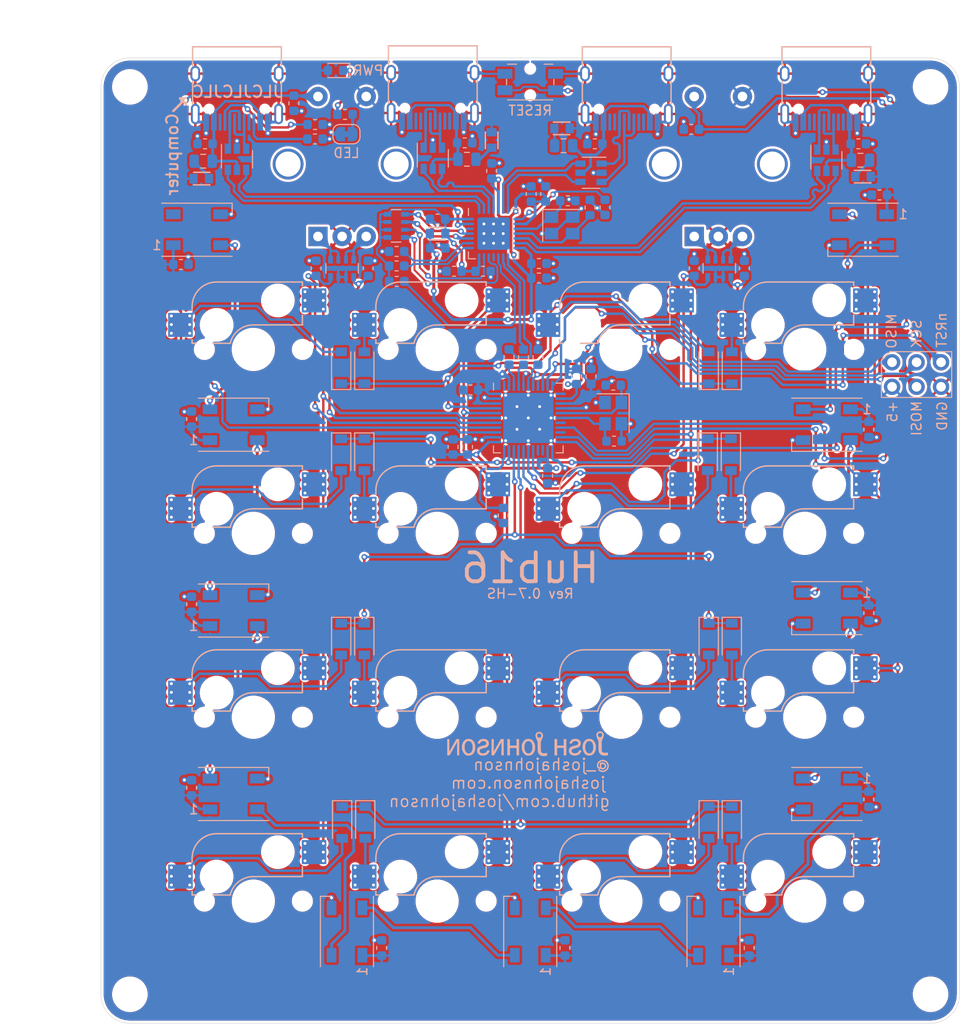
<source format=kicad_pcb>
(kicad_pcb (version 20171130) (host pcbnew 5.1.6-c6e7f7d~87~ubuntu20.04.1)
  (title_block (title Hub16) (date 2020-08-16) (rev 0.7) (company "Josh Johnson"))
  (layers (0 F.Cu signal) (31 B.Cu signal) (34 B.Paste user) (35 F.Paste user) (36 B.SilkS user) (37 F.SilkS user) (38 B.Mask user) (39 F.Mask user) (44 Edge.Cuts user))
  (net 0 "")
  (net 1 GND)
  (net 2 VBUS)
  (net 3 "Net-(C2-Pad1)")
  (net 4 "Net-(C3-Pad1)")
  (net 5 "Net-(C4-Pad1)")
  (net 6 +5V)
  (net 7 /LED_DAT)
  (net 8 "Net-(D2-Pad2)")
  (net 9 "Net-(D3-Pad2)")
  (net 10 "Net-(D10-Pad4)")
  (net 11 "Net-(D5-Pad2)")
  (net 12 /row1)
  (net 13 /row2)
  (net 14 "Net-(D6-Pad2)")
  (net 15 "Net-(D7-Pad2)")
  (net 16 /row3)
  (net 17 /row4)
  (net 18 "Net-(D8-Pad2)")
  (net 19 "Net-(D10-Pad2)")
  (net 20 "Net-(D11-Pad2)")
  (net 21 "Net-(D12-Pad2)")
  (net 22 "Net-(D13-Pad2)")
  (net 23 "Net-(D14-Pad2)")
  (net 24 "Net-(D16-Pad2)")
  (net 25 "Net-(D17-Pad2)")
  (net 26 "Net-(D18-Pad2)")
  (net 27 "Net-(D19-Pad2)")
  (net 28 "Net-(D20-Pad2)")
  (net 29 "Net-(D23-Pad2)")
  (net 30 "Net-(D24-Pad2)")
  (net 31 "Net-(D25-Pad2)")
  (net 32 "Net-(D26-Pad2)")
  (net 33 "Net-(D27-Pad2)")
  (net 34 /MISO)
  (net 35 /MOSI)
  (net 36 /SCK)
  (net 37 /nRST)
  (net 38 /col1)
  (net 39 /col2)
  (net 40 /col3)
  (net 41 /col4)
  (net 42 "Net-(R5-Pad1)")
  (net 43 "Net-(D29-Pad2)")
  (net 44 "Net-(D30-Pad2)")
  (net 45 "Net-(D31-Pad2)")
  (net 46 /ENC_1_A)
  (net 47 /ENC_1_B)
  (net 48 /ENC_1_SW)
  (net 49 /ENC_2_A)
  (net 50 /ENC_2_B)
  (net 51 /ENC_2_SW)
  (net 52 "Net-(R14-Pad1)")
  (net 53 +3V3)
  (net 54 +3.3VA)
  (net 55 "/USB Hub/XIN")
  (net 56 "/USB Hub/XOUT")
  (net 57 /USB_UP_D+)
  (net 58 "Net-(J1-PadA5)")
  (net 59 /USB_UP_D-)
  (net 60 "Net-(J1-PadB5)")
  (net 61 "/USB Hub/D2_D+")
  (net 62 "/USB Hub/D2_D-")
  (net 63 "/USB Hub/D1_D+")
  (net 64 "/USB Hub/D1_D-")
  (net 65 "/USB Hub/D3_D+")
  (net 66 "/USB Hub/D3_D-")
  (net 67 "/USB Hub/USB_DN_D+")
  (net 68 "Net-(R6-Pad1)")
  (net 69 "/USB Hub/USB_DN_D-")
  (net 70 "Net-(R7-Pad1)")
  (net 71 "Net-(RN1-Pad5)")
  (net 72 "Net-(RN3-Pad5)")
  (net 73 "Net-(RN3-Pad7)")
  (net 74 "/USB Hub/nOVR_4")
  (net 75 "/USB Hub/nOVR_2")
  (net 76 "/USB Hub/nOVR_3")
  (net 77 "/USB Hub/nOVR_1")
  (net 78 "/USB Hub/UP_USB_P")
  (net 79 "/USB Hub/UP_USB_N")
  (net 80 "Net-(RN1-Pad7)")
  (net 81 "Net-(R9-Pad1)")
  (net 82 "Net-(C24-Pad1)")
  (net 83 "Net-(C25-Pad1)")
  (net 84 "Net-(C26-Pad1)")
  (net 85 "Net-(F2-Pad2)")
  (net 86 "Net-(F3-Pad2)")
  (net 87 "Net-(F4-Pad2)")
  (net 88 "Net-(J4-PadA6)")
  (net 89 "Net-(J4-PadA7)")
  (net 90 "Net-(J5-PadA6)")
  (net 91 "Net-(J5-PadA7)")
  (net 92 "Net-(R10-Pad1)")
  (net 93 "Net-(R12-Pad1)")
  (net 94 "Net-(F1-Pad1)")
  (net 95 /LED_1)
  (net 96 "Net-(D1-Pad1)")
  (net 97 "Net-(JP11-Pad1)")
  (net 98 "/USB Hub/CON2_D+")
  (net 99 "/USB Hub/CON2_D-")
  (module josh-keyboard:Kailh_Hotswap_1U (layer B.Cu) (at 82.35 69.2)
    (fp_text reference K6 hide)
    (fp_text value KEYSW)
    (pad 1 thru_hole circle (at 5.35 -4.175) (size 0.6 0.6) (drill 0.3) (layers *.Cu B.Mask) (net 39 /col2))
    (pad 1 thru_hole circle (at 7.25 -4.175) (size 0.6 0.6) (drill 0.3) (layers *.Cu B.Mask) (net 39 /col2))
    (pad 1 thru_hole circle (at 7.25 -5.975) (size 0.6 0.6) (drill 0.3) (layers *.Cu B.Mask) (net 39 /col2))
    (pad 1 thru_hole circle (at 7.25 -5.075) (size 0.6 0.6) (drill 0.3) (layers *.Cu B.Mask) (net 39 /col2))
    (pad 1 thru_hole circle (at 5.35 -5.975) (size 0.6 0.6) (drill 0.3) (layers *.Cu B.Mask) (net 39 /col2))
    (pad 1 thru_hole circle (at 5.35 -5.075) (size 0.6 0.6) (drill 0.3) (layers *.Cu B.Mask) (net 39 /col2))
    (pad 2 thru_hole circle (at -6.6 -2.575) (size 0.6 0.6) (drill 0.3) (layers *.Cu B.Mask) (net 20 "Net-(D11-Pad2)"))
    (pad 2 thru_hole circle (at -8.5 -2.575) (size 0.6 0.6) (drill 0.3) (layers *.Cu B.Mask) (net 20 "Net-(D11-Pad2)"))
    (pad 2 thru_hole circle (at -8.5 -3.475) (size 0.6 0.6) (drill 0.3) (layers *.Cu B.Mask) (net 20 "Net-(D11-Pad2)"))
    (pad 2 thru_hole circle (at -6.6 -3.475) (size 0.6 0.6) (drill 0.3) (layers *.Cu B.Mask) (net 20 "Net-(D11-Pad2)"))
    (pad 2 thru_hole circle (at -6.6 -1.675) (size 0.6 0.6) (drill 0.3) (layers *.Cu B.Mask) (net 20 "Net-(D11-Pad2)"))
    (pad 2 thru_hole circle (at -8.5 -1.675) (size 0.6 0.6) (drill 0.3) (layers *.Cu B.Mask) (net 20 "Net-(D11-Pad2)"))
    (pad 2 smd rect (at -7.56 -2.54) (size 2.55 2.5) (layers B.Cu B.Paste B.Mask) (net 20 "Net-(D11-Pad2)"))
    (pad "" np_thru_hole circle (at -5.08 0) (size 1.7018 1.7018) (drill 1.7018) (layers *.Cu *.Mask))
    (pad "" np_thru_hole circle (at 5.08 0) (size 1.7018 1.7018) (drill 1.7018) (layers *.Cu *.Mask))
    (pad "" np_thru_hole circle (at 0 0) (size 3.9878 3.9878) (drill 3.9878) (layers *.Cu *.Mask))
    (pad 1 smd rect (at 6.29 -5.08) (size 2.55 2.5) (layers B.Cu B.Paste B.Mask) (net 39 /col2))
    (pad "" np_thru_hole circle (at 2.54 -5.08) (size 3 3) (drill 3) (layers *.Cu *.Mask))
    (pad "" np_thru_hole circle (at -3.81 -2.54) (size 3 3) (drill 3) (layers *.Cu *.Mask))
  )
  (module josh-keyboard:Kailh_Hotswap_1U (layer B.Cu) (at 101.4 69.2)
    (fp_text reference K11 hide)
    (fp_text value KEYSW)
    (pad 1 thru_hole circle (at 5.35 -4.175) (size 0.6 0.6) (drill 0.3) (layers *.Cu B.Mask) (net 40 /col3))
    (pad 1 thru_hole circle (at 7.25 -4.175) (size 0.6 0.6) (drill 0.3) (layers *.Cu B.Mask) (net 40 /col3))
    (pad 1 thru_hole circle (at 7.25 -5.975) (size 0.6 0.6) (drill 0.3) (layers *.Cu B.Mask) (net 40 /col3))
    (pad 1 thru_hole circle (at 7.25 -5.075) (size 0.6 0.6) (drill 0.3) (layers *.Cu B.Mask) (net 40 /col3))
    (pad 1 thru_hole circle (at 5.35 -5.975) (size 0.6 0.6) (drill 0.3) (layers *.Cu B.Mask) (net 40 /col3))
    (pad 1 thru_hole circle (at 5.35 -5.075) (size 0.6 0.6) (drill 0.3) (layers *.Cu B.Mask) (net 40 /col3))
    (pad 2 thru_hole circle (at -6.6 -2.575) (size 0.6 0.6) (drill 0.3) (layers *.Cu B.Mask) (net 25 "Net-(D17-Pad2)"))
    (pad 2 thru_hole circle (at -8.5 -2.575) (size 0.6 0.6) (drill 0.3) (layers *.Cu B.Mask) (net 25 "Net-(D17-Pad2)"))
    (pad 2 thru_hole circle (at -8.5 -3.475) (size 0.6 0.6) (drill 0.3) (layers *.Cu B.Mask) (net 25 "Net-(D17-Pad2)"))
    (pad 2 thru_hole circle (at -6.6 -3.475) (size 0.6 0.6) (drill 0.3) (layers *.Cu B.Mask) (net 25 "Net-(D17-Pad2)"))
    (pad 2 thru_hole circle (at -6.6 -1.675) (size 0.6 0.6) (drill 0.3) (layers *.Cu B.Mask) (net 25 "Net-(D17-Pad2)"))
    (pad 2 thru_hole circle (at -8.5 -1.675) (size 0.6 0.6) (drill 0.3) (layers *.Cu B.Mask) (net 25 "Net-(D17-Pad2)"))
    (pad 2 smd rect (at -7.56 -2.54) (size 2.55 2.5) (layers B.Cu B.Paste B.Mask) (net 25 "Net-(D17-Pad2)"))
    (pad "" np_thru_hole circle (at -5.08 0) (size 1.7018 1.7018) (drill 1.7018) (layers *.Cu *.Mask))
    (pad "" np_thru_hole circle (at 5.08 0) (size 1.7018 1.7018) (drill 1.7018) (layers *.Cu *.Mask))
    (pad "" np_thru_hole circle (at 0 0) (size 3.9878 3.9878) (drill 3.9878) (layers *.Cu *.Mask))
    (pad 1 smd rect (at 6.29 -5.08) (size 2.55 2.5) (layers B.Cu B.Paste B.Mask) (net 40 /col3))
    (pad "" np_thru_hole circle (at 2.54 -5.08) (size 3 3) (drill 3) (layers *.Cu *.Mask))
    (pad "" np_thru_hole circle (at -3.81 -2.54) (size 3 3) (drill 3) (layers *.Cu *.Mask))
  )
  (module josh-keyboard:Kailh_Hotswap_1U (layer B.Cu) (at 120.45 126.35)
    (fp_text reference K19 hide)
    (fp_text value KEYSW)
    (pad 1 thru_hole circle (at 5.35 -4.175) (size 0.6 0.6) (drill 0.3) (layers *.Cu B.Mask) (net 41 /col4))
    (pad 1 thru_hole circle (at 7.25 -4.175) (size 0.6 0.6) (drill 0.3) (layers *.Cu B.Mask) (net 41 /col4))
    (pad 1 thru_hole circle (at 7.25 -5.975) (size 0.6 0.6) (drill 0.3) (layers *.Cu B.Mask) (net 41 /col4))
    (pad 1 thru_hole circle (at 7.25 -5.075) (size 0.6 0.6) (drill 0.3) (layers *.Cu B.Mask) (net 41 /col4))
    (pad 1 thru_hole circle (at 5.35 -5.975) (size 0.6 0.6) (drill 0.3) (layers *.Cu B.Mask) (net 41 /col4))
    (pad 1 thru_hole circle (at 5.35 -5.075) (size 0.6 0.6) (drill 0.3) (layers *.Cu B.Mask) (net 41 /col4))
    (pad 2 thru_hole circle (at -6.6 -2.575) (size 0.6 0.6) (drill 0.3) (layers *.Cu B.Mask) (net 33 "Net-(D27-Pad2)"))
    (pad 2 thru_hole circle (at -8.5 -2.575) (size 0.6 0.6) (drill 0.3) (layers *.Cu B.Mask) (net 33 "Net-(D27-Pad2)"))
    (pad 2 thru_hole circle (at -8.5 -3.475) (size 0.6 0.6) (drill 0.3) (layers *.Cu B.Mask) (net 33 "Net-(D27-Pad2)"))
    (pad 2 thru_hole circle (at -6.6 -3.475) (size 0.6 0.6) (drill 0.3) (layers *.Cu B.Mask) (net 33 "Net-(D27-Pad2)"))
    (pad 2 thru_hole circle (at -6.6 -1.675) (size 0.6 0.6) (drill 0.3) (layers *.Cu B.Mask) (net 33 "Net-(D27-Pad2)"))
    (pad 2 thru_hole circle (at -8.5 -1.675) (size 0.6 0.6) (drill 0.3) (layers *.Cu B.Mask) (net 33 "Net-(D27-Pad2)"))
    (pad 2 smd rect (at -7.56 -2.54) (size 2.55 2.5) (layers B.Cu B.Paste B.Mask) (net 33 "Net-(D27-Pad2)"))
    (pad "" np_thru_hole circle (at -5.08 0) (size 1.7018 1.7018) (drill 1.7018) (layers *.Cu *.Mask))
    (pad "" np_thru_hole circle (at 5.08 0) (size 1.7018 1.7018) (drill 1.7018) (layers *.Cu *.Mask))
    (pad "" np_thru_hole circle (at 0 0) (size 3.9878 3.9878) (drill 3.9878) (layers *.Cu *.Mask))
    (pad 1 smd rect (at 6.29 -5.08) (size 2.55 2.5) (layers B.Cu B.Paste B.Mask) (net 41 /col4))
    (pad "" np_thru_hole circle (at 2.54 -5.08) (size 3 3) (drill 3) (layers *.Cu *.Mask))
    (pad "" np_thru_hole circle (at -3.81 -2.54) (size 3 3) (drill 3) (layers *.Cu *.Mask))
  )
  (module josh-keyboard:Kailh_Hotswap_1U (layer B.Cu) (at 120.45 107.3)
    (fp_text reference K18 hide)
    (fp_text value KEYSW)
    (pad 1 thru_hole circle (at 5.35 -4.175) (size 0.6 0.6) (drill 0.3) (layers *.Cu B.Mask) (net 41 /col4))
    (pad 1 thru_hole circle (at 7.25 -4.175) (size 0.6 0.6) (drill 0.3) (layers *.Cu B.Mask) (net 41 /col4))
    (pad 1 thru_hole circle (at 7.25 -5.975) (size 0.6 0.6) (drill 0.3) (layers *.Cu B.Mask) (net 41 /col4))
    (pad 1 thru_hole circle (at 7.25 -5.075) (size 0.6 0.6) (drill 0.3) (layers *.Cu B.Mask) (net 41 /col4))
    (pad 1 thru_hole circle (at 5.35 -5.975) (size 0.6 0.6) (drill 0.3) (layers *.Cu B.Mask) (net 41 /col4))
    (pad 1 thru_hole circle (at 5.35 -5.075) (size 0.6 0.6) (drill 0.3) (layers *.Cu B.Mask) (net 41 /col4))
    (pad 2 thru_hole circle (at -6.6 -2.575) (size 0.6 0.6) (drill 0.3) (layers *.Cu B.Mask) (net 32 "Net-(D26-Pad2)"))
    (pad 2 thru_hole circle (at -8.5 -2.575) (size 0.6 0.6) (drill 0.3) (layers *.Cu B.Mask) (net 32 "Net-(D26-Pad2)"))
    (pad 2 thru_hole circle (at -8.5 -3.475) (size 0.6 0.6) (drill 0.3) (layers *.Cu B.Mask) (net 32 "Net-(D26-Pad2)"))
    (pad 2 thru_hole circle (at -6.6 -3.475) (size 0.6 0.6) (drill 0.3) (layers *.Cu B.Mask) (net 32 "Net-(D26-Pad2)"))
    (pad 2 thru_hole circle (at -6.6 -1.675) (size 0.6 0.6) (drill 0.3) (layers *.Cu B.Mask) (net 32 "Net-(D26-Pad2)"))
    (pad 2 thru_hole circle (at -8.5 -1.675) (size 0.6 0.6) (drill 0.3) (layers *.Cu B.Mask) (net 32 "Net-(D26-Pad2)"))
    (pad 2 smd rect (at -7.56 -2.54) (size 2.55 2.5) (layers B.Cu B.Paste B.Mask) (net 32 "Net-(D26-Pad2)"))
    (pad "" np_thru_hole circle (at -5.08 0) (size 1.7018 1.7018) (drill 1.7018) (layers *.Cu *.Mask))
    (pad "" np_thru_hole circle (at 5.08 0) (size 1.7018 1.7018) (drill 1.7018) (layers *.Cu *.Mask))
    (pad "" np_thru_hole circle (at 0 0) (size 3.9878 3.9878) (drill 3.9878) (layers *.Cu *.Mask))
    (pad 1 smd rect (at 6.29 -5.08) (size 2.55 2.5) (layers B.Cu B.Paste B.Mask) (net 41 /col4))
    (pad "" np_thru_hole circle (at 2.54 -5.08) (size 3 3) (drill 3) (layers *.Cu *.Mask))
    (pad "" np_thru_hole circle (at -3.81 -2.54) (size 3 3) (drill 3) (layers *.Cu *.Mask))
  )
  (module josh-keyboard:Kailh_Hotswap_1U (layer B.Cu) (at 120.45 88.25)
    (fp_text reference K17 hide)
    (fp_text value KEYSW)
    (pad 1 thru_hole circle (at 5.35 -4.175) (size 0.6 0.6) (drill 0.3) (layers *.Cu B.Mask) (net 41 /col4))
    (pad 1 thru_hole circle (at 7.25 -4.175) (size 0.6 0.6) (drill 0.3) (layers *.Cu B.Mask) (net 41 /col4))
    (pad 1 thru_hole circle (at 7.25 -5.975) (size 0.6 0.6) (drill 0.3) (layers *.Cu B.Mask) (net 41 /col4))
    (pad 1 thru_hole circle (at 7.25 -5.075) (size 0.6 0.6) (drill 0.3) (layers *.Cu B.Mask) (net 41 /col4))
    (pad 1 thru_hole circle (at 5.35 -5.975) (size 0.6 0.6) (drill 0.3) (layers *.Cu B.Mask) (net 41 /col4))
    (pad 1 thru_hole circle (at 5.35 -5.075) (size 0.6 0.6) (drill 0.3) (layers *.Cu B.Mask) (net 41 /col4))
    (pad 2 thru_hole circle (at -6.6 -2.575) (size 0.6 0.6) (drill 0.3) (layers *.Cu B.Mask) (net 31 "Net-(D25-Pad2)"))
    (pad 2 thru_hole circle (at -8.5 -2.575) (size 0.6 0.6) (drill 0.3) (layers *.Cu B.Mask) (net 31 "Net-(D25-Pad2)"))
    (pad 2 thru_hole circle (at -8.5 -3.475) (size 0.6 0.6) (drill 0.3) (layers *.Cu B.Mask) (net 31 "Net-(D25-Pad2)"))
    (pad 2 thru_hole circle (at -6.6 -3.475) (size 0.6 0.6) (drill 0.3) (layers *.Cu B.Mask) (net 31 "Net-(D25-Pad2)"))
    (pad 2 thru_hole circle (at -6.6 -1.675) (size 0.6 0.6) (drill 0.3) (layers *.Cu B.Mask) (net 31 "Net-(D25-Pad2)"))
    (pad 2 thru_hole circle (at -8.5 -1.675) (size 0.6 0.6) (drill 0.3) (layers *.Cu B.Mask) (net 31 "Net-(D25-Pad2)"))
    (pad 2 smd rect (at -7.56 -2.54) (size 2.55 2.5) (layers B.Cu B.Paste B.Mask) (net 31 "Net-(D25-Pad2)"))
    (pad "" np_thru_hole circle (at -5.08 0) (size 1.7018 1.7018) (drill 1.7018) (layers *.Cu *.Mask))
    (pad "" np_thru_hole circle (at 5.08 0) (size 1.7018 1.7018) (drill 1.7018) (layers *.Cu *.Mask))
    (pad "" np_thru_hole circle (at 0 0) (size 3.9878 3.9878) (drill 3.9878) (layers *.Cu *.Mask))
    (pad 1 smd rect (at 6.29 -5.08) (size 2.55 2.5) (layers B.Cu B.Paste B.Mask) (net 41 /col4))
    (pad "" np_thru_hole circle (at 2.54 -5.08) (size 3 3) (drill 3) (layers *.Cu *.Mask))
    (pad "" np_thru_hole circle (at -3.81 -2.54) (size 3 3) (drill 3) (layers *.Cu *.Mask))
  )
  (module josh-keyboard:Kailh_Hotswap_1U (layer B.Cu) (at 120.45 69.2)
    (fp_text reference K16 hide)
    (fp_text value KEYSW)
    (pad 1 thru_hole circle (at 5.35 -4.175) (size 0.6 0.6) (drill 0.3) (layers *.Cu B.Mask) (net 41 /col4))
    (pad 1 thru_hole circle (at 7.25 -4.175) (size 0.6 0.6) (drill 0.3) (layers *.Cu B.Mask) (net 41 /col4))
    (pad 1 thru_hole circle (at 7.25 -5.975) (size 0.6 0.6) (drill 0.3) (layers *.Cu B.Mask) (net 41 /col4))
    (pad 1 thru_hole circle (at 7.25 -5.075) (size 0.6 0.6) (drill 0.3) (layers *.Cu B.Mask) (net 41 /col4))
    (pad 1 thru_hole circle (at 5.35 -5.975) (size 0.6 0.6) (drill 0.3) (layers *.Cu B.Mask) (net 41 /col4))
    (pad 1 thru_hole circle (at 5.35 -5.075) (size 0.6 0.6) (drill 0.3) (layers *.Cu B.Mask) (net 41 /col4))
    (pad 2 thru_hole circle (at -6.6 -2.575) (size 0.6 0.6) (drill 0.3) (layers *.Cu B.Mask) (net 30 "Net-(D24-Pad2)"))
    (pad 2 thru_hole circle (at -8.5 -2.575) (size 0.6 0.6) (drill 0.3) (layers *.Cu B.Mask) (net 30 "Net-(D24-Pad2)"))
    (pad 2 thru_hole circle (at -8.5 -3.475) (size 0.6 0.6) (drill 0.3) (layers *.Cu B.Mask) (net 30 "Net-(D24-Pad2)"))
    (pad 2 thru_hole circle (at -6.6 -3.475) (size 0.6 0.6) (drill 0.3) (layers *.Cu B.Mask) (net 30 "Net-(D24-Pad2)"))
    (pad 2 thru_hole circle (at -6.6 -1.675) (size 0.6 0.6) (drill 0.3) (layers *.Cu B.Mask) (net 30 "Net-(D24-Pad2)"))
    (pad 2 thru_hole circle (at -8.5 -1.675) (size 0.6 0.6) (drill 0.3) (layers *.Cu B.Mask) (net 30 "Net-(D24-Pad2)"))
    (pad 2 smd rect (at -7.56 -2.54) (size 2.55 2.5) (layers B.Cu B.Paste B.Mask) (net 30 "Net-(D24-Pad2)"))
    (pad "" np_thru_hole circle (at -5.08 0) (size 1.7018 1.7018) (drill 1.7018) (layers *.Cu *.Mask))
    (pad "" np_thru_hole circle (at 5.08 0) (size 1.7018 1.7018) (drill 1.7018) (layers *.Cu *.Mask))
    (pad "" np_thru_hole circle (at 0 0) (size 3.9878 3.9878) (drill 3.9878) (layers *.Cu *.Mask))
    (pad 1 smd rect (at 6.29 -5.08) (size 2.55 2.5) (layers B.Cu B.Paste B.Mask) (net 41 /col4))
    (pad "" np_thru_hole circle (at 2.54 -5.08) (size 3 3) (drill 3) (layers *.Cu *.Mask))
    (pad "" np_thru_hole circle (at -3.81 -2.54) (size 3 3) (drill 3) (layers *.Cu *.Mask))
  )
  (module josh-keyboard:Kailh_Hotswap_1U (layer B.Cu) (at 101.4 126.35)
    (fp_text reference K14 hide)
    (fp_text value KEYSW)
    (pad 1 thru_hole circle (at 5.35 -4.175) (size 0.6 0.6) (drill 0.3) (layers *.Cu B.Mask) (net 40 /col3))
    (pad 1 thru_hole circle (at 7.25 -4.175) (size 0.6 0.6) (drill 0.3) (layers *.Cu B.Mask) (net 40 /col3))
    (pad 1 thru_hole circle (at 7.25 -5.975) (size 0.6 0.6) (drill 0.3) (layers *.Cu B.Mask) (net 40 /col3))
    (pad 1 thru_hole circle (at 7.25 -5.075) (size 0.6 0.6) (drill 0.3) (layers *.Cu B.Mask) (net 40 /col3))
    (pad 1 thru_hole circle (at 5.35 -5.975) (size 0.6 0.6) (drill 0.3) (layers *.Cu B.Mask) (net 40 /col3))
    (pad 1 thru_hole circle (at 5.35 -5.075) (size 0.6 0.6) (drill 0.3) (layers *.Cu B.Mask) (net 40 /col3))
    (pad 2 thru_hole circle (at -6.6 -2.575) (size 0.6 0.6) (drill 0.3) (layers *.Cu B.Mask) (net 28 "Net-(D20-Pad2)"))
    (pad 2 thru_hole circle (at -8.5 -2.575) (size 0.6 0.6) (drill 0.3) (layers *.Cu B.Mask) (net 28 "Net-(D20-Pad2)"))
    (pad 2 thru_hole circle (at -8.5 -3.475) (size 0.6 0.6) (drill 0.3) (layers *.Cu B.Mask) (net 28 "Net-(D20-Pad2)"))
    (pad 2 thru_hole circle (at -6.6 -3.475) (size 0.6 0.6) (drill 0.3) (layers *.Cu B.Mask) (net 28 "Net-(D20-Pad2)"))
    (pad 2 thru_hole circle (at -6.6 -1.675) (size 0.6 0.6) (drill 0.3) (layers *.Cu B.Mask) (net 28 "Net-(D20-Pad2)"))
    (pad 2 thru_hole circle (at -8.5 -1.675) (size 0.6 0.6) (drill 0.3) (layers *.Cu B.Mask) (net 28 "Net-(D20-Pad2)"))
    (pad 2 smd rect (at -7.56 -2.54) (size 2.55 2.5) (layers B.Cu B.Paste B.Mask) (net 28 "Net-(D20-Pad2)"))
    (pad "" np_thru_hole circle (at -5.08 0) (size 1.7018 1.7018) (drill 1.7018) (layers *.Cu *.Mask))
    (pad "" np_thru_hole circle (at 5.08 0) (size 1.7018 1.7018) (drill 1.7018) (layers *.Cu *.Mask))
    (pad "" np_thru_hole circle (at 0 0) (size 3.9878 3.9878) (drill 3.9878) (layers *.Cu *.Mask))
    (pad 1 smd rect (at 6.29 -5.08) (size 2.55 2.5) (layers B.Cu B.Paste B.Mask) (net 40 /col3))
    (pad "" np_thru_hole circle (at 2.54 -5.08) (size 3 3) (drill 3) (layers *.Cu *.Mask))
    (pad "" np_thru_hole circle (at -3.81 -2.54) (size 3 3) (drill 3) (layers *.Cu *.Mask))
  )
  (module josh-keyboard:Kailh_Hotswap_1U (layer B.Cu) (at 101.4 107.3)
    (fp_text reference K13 hide)
    (fp_text value KEYSW)
    (pad 1 thru_hole circle (at 5.35 -4.175) (size 0.6 0.6) (drill 0.3) (layers *.Cu B.Mask) (net 40 /col3))
    (pad 1 thru_hole circle (at 7.25 -4.175) (size 0.6 0.6) (drill 0.3) (layers *.Cu B.Mask) (net 40 /col3))
    (pad 1 thru_hole circle (at 7.25 -5.975) (size 0.6 0.6) (drill 0.3) (layers *.Cu B.Mask) (net 40 /col3))
    (pad 1 thru_hole circle (at 7.25 -5.075) (size 0.6 0.6) (drill 0.3) (layers *.Cu B.Mask) (net 40 /col3))
    (pad 1 thru_hole circle (at 5.35 -5.975) (size 0.6 0.6) (drill 0.3) (layers *.Cu B.Mask) (net 40 /col3))
    (pad 1 thru_hole circle (at 5.35 -5.075) (size 0.6 0.6) (drill 0.3) (layers *.Cu B.Mask) (net 40 /col3))
    (pad 2 thru_hole circle (at -6.6 -2.575) (size 0.6 0.6) (drill 0.3) (layers *.Cu B.Mask) (net 27 "Net-(D19-Pad2)"))
    (pad 2 thru_hole circle (at -8.5 -2.575) (size 0.6 0.6) (drill 0.3) (layers *.Cu B.Mask) (net 27 "Net-(D19-Pad2)"))
    (pad 2 thru_hole circle (at -8.5 -3.475) (size 0.6 0.6) (drill 0.3) (layers *.Cu B.Mask) (net 27 "Net-(D19-Pad2)"))
    (pad 2 thru_hole circle (at -6.6 -3.475) (size 0.6 0.6) (drill 0.3) (layers *.Cu B.Mask) (net 27 "Net-(D19-Pad2)"))
    (pad 2 thru_hole circle (at -6.6 -1.675) (size 0.6 0.6) (drill 0.3) (layers *.Cu B.Mask) (net 27 "Net-(D19-Pad2)"))
    (pad 2 thru_hole circle (at -8.5 -1.675) (size 0.6 0.6) (drill 0.3) (layers *.Cu B.Mask) (net 27 "Net-(D19-Pad2)"))
    (pad 2 smd rect (at -7.56 -2.54) (size 2.55 2.5) (layers B.Cu B.Paste B.Mask) (net 27 "Net-(D19-Pad2)"))
    (pad "" np_thru_hole circle (at -5.08 0) (size 1.7018 1.7018) (drill 1.7018) (layers *.Cu *.Mask))
    (pad "" np_thru_hole circle (at 5.08 0) (size 1.7018 1.7018) (drill 1.7018) (layers *.Cu *.Mask))
    (pad "" np_thru_hole circle (at 0 0) (size 3.9878 3.9878) (drill 3.9878) (layers *.Cu *.Mask))
    (pad 1 smd rect (at 6.29 -5.08) (size 2.55 2.5) (layers B.Cu B.Paste B.Mask) (net 40 /col3))
    (pad "" np_thru_hole circle (at 2.54 -5.08) (size 3 3) (drill 3) (layers *.Cu *.Mask))
    (pad "" np_thru_hole circle (at -3.81 -2.54) (size 3 3) (drill 3) (layers *.Cu *.Mask))
  )
  (module josh-keyboard:Kailh_Hotswap_1U (layer B.Cu) (at 101.4 88.25)
    (fp_text reference K12 hide)
    (fp_text value KEYSW)
    (pad 1 thru_hole circle (at 5.35 -4.175) (size 0.6 0.6) (drill 0.3) (layers *.Cu B.Mask) (net 40 /col3))
    (pad 1 thru_hole circle (at 7.25 -4.175) (size 0.6 0.6) (drill 0.3) (layers *.Cu B.Mask) (net 40 /col3))
    (pad 1 thru_hole circle (at 7.25 -5.975) (size 0.6 0.6) (drill 0.3) (layers *.Cu B.Mask) (net 40 /col3))
    (pad 1 thru_hole circle (at 7.25 -5.075) (size 0.6 0.6) (drill 0.3) (layers *.Cu B.Mask) (net 40 /col3))
    (pad 1 thru_hole circle (at 5.35 -5.975) (size 0.6 0.6) (drill 0.3) (layers *.Cu B.Mask) (net 40 /col3))
    (pad 1 thru_hole circle (at 5.35 -5.075) (size 0.6 0.6) (drill 0.3) (layers *.Cu B.Mask) (net 40 /col3))
    (pad 2 thru_hole circle (at -6.6 -2.575) (size 0.6 0.6) (drill 0.3) (layers *.Cu B.Mask) (net 26 "Net-(D18-Pad2)"))
    (pad 2 thru_hole circle (at -8.5 -2.575) (size 0.6 0.6) (drill 0.3) (layers *.Cu B.Mask) (net 26 "Net-(D18-Pad2)"))
    (pad 2 thru_hole circle (at -8.5 -3.475) (size 0.6 0.6) (drill 0.3) (layers *.Cu B.Mask) (net 26 "Net-(D18-Pad2)"))
    (pad 2 thru_hole circle (at -6.6 -3.475) (size 0.6 0.6) (drill 0.3) (layers *.Cu B.Mask) (net 26 "Net-(D18-Pad2)"))
    (pad 2 thru_hole circle (at -6.6 -1.675) (size 0.6 0.6) (drill 0.3) (layers *.Cu B.Mask) (net 26 "Net-(D18-Pad2)"))
    (pad 2 thru_hole circle (at -8.5 -1.675) (size 0.6 0.6) (drill 0.3) (layers *.Cu B.Mask) (net 26 "Net-(D18-Pad2)"))
    (pad 2 smd rect (at -7.56 -2.54) (size 2.55 2.5) (layers B.Cu B.Paste B.Mask) (net 26 "Net-(D18-Pad2)"))
    (pad "" np_thru_hole circle (at -5.08 0) (size 1.7018 1.7018) (drill 1.7018) (layers *.Cu *.Mask))
    (pad "" np_thru_hole circle (at 5.08 0) (size 1.7018 1.7018) (drill 1.7018) (layers *.Cu *.Mask))
    (pad "" np_thru_hole circle (at 0 0) (size 3.9878 3.9878) (drill 3.9878) (layers *.Cu *.Mask))
    (pad 1 smd rect (at 6.29 -5.08) (size 2.55 2.5) (layers B.Cu B.Paste B.Mask) (net 40 /col3))
    (pad "" np_thru_hole circle (at 2.54 -5.08) (size 3 3) (drill 3) (layers *.Cu *.Mask))
    (pad "" np_thru_hole circle (at -3.81 -2.54) (size 3 3) (drill 3) (layers *.Cu *.Mask))
  )
  (module josh-keyboard:Kailh_Hotswap_1U (layer B.Cu) (at 82.35 126.35)
    (fp_text reference K9 hide)
    (fp_text value KEYSW)
    (pad 1 thru_hole circle (at 5.35 -4.175) (size 0.6 0.6) (drill 0.3) (layers *.Cu B.Mask) (net 39 /col2))
    (pad 1 thru_hole circle (at 7.25 -4.175) (size 0.6 0.6) (drill 0.3) (layers *.Cu B.Mask) (net 39 /col2))
    (pad 1 thru_hole circle (at 7.25 -5.975) (size 0.6 0.6) (drill 0.3) (layers *.Cu B.Mask) (net 39 /col2))
    (pad 1 thru_hole circle (at 7.25 -5.075) (size 0.6 0.6) (drill 0.3) (layers *.Cu B.Mask) (net 39 /col2))
    (pad 1 thru_hole circle (at 5.35 -5.975) (size 0.6 0.6) (drill 0.3) (layers *.Cu B.Mask) (net 39 /col2))
    (pad 1 thru_hole circle (at 5.35 -5.075) (size 0.6 0.6) (drill 0.3) (layers *.Cu B.Mask) (net 39 /col2))
    (pad 2 thru_hole circle (at -6.6 -2.575) (size 0.6 0.6) (drill 0.3) (layers *.Cu B.Mask) (net 23 "Net-(D14-Pad2)"))
    (pad 2 thru_hole circle (at -8.5 -2.575) (size 0.6 0.6) (drill 0.3) (layers *.Cu B.Mask) (net 23 "Net-(D14-Pad2)"))
    (pad 2 thru_hole circle (at -8.5 -3.475) (size 0.6 0.6) (drill 0.3) (layers *.Cu B.Mask) (net 23 "Net-(D14-Pad2)"))
    (pad 2 thru_hole circle (at -6.6 -3.475) (size 0.6 0.6) (drill 0.3) (layers *.Cu B.Mask) (net 23 "Net-(D14-Pad2)"))
    (pad 2 thru_hole circle (at -6.6 -1.675) (size 0.6 0.6) (drill 0.3) (layers *.Cu B.Mask) (net 23 "Net-(D14-Pad2)"))
    (pad 2 thru_hole circle (at -8.5 -1.675) (size 0.6 0.6) (drill 0.3) (layers *.Cu B.Mask) (net 23 "Net-(D14-Pad2)"))
    (pad 2 smd rect (at -7.56 -2.54) (size 2.55 2.5) (layers B.Cu B.Paste B.Mask) (net 23 "Net-(D14-Pad2)"))
    (pad "" np_thru_hole circle (at -5.08 0) (size 1.7018 1.7018) (drill 1.7018) (layers *.Cu *.Mask))
    (pad "" np_thru_hole circle (at 5.08 0) (size 1.7018 1.7018) (drill 1.7018) (layers *.Cu *.Mask))
    (pad "" np_thru_hole circle (at 0 0) (size 3.9878 3.9878) (drill 3.9878) (layers *.Cu *.Mask))
    (pad 1 smd rect (at 6.29 -5.08) (size 2.55 2.5) (layers B.Cu B.Paste B.Mask) (net 39 /col2))
    (pad "" np_thru_hole circle (at 2.54 -5.08) (size 3 3) (drill 3) (layers *.Cu *.Mask))
    (pad "" np_thru_hole circle (at -3.81 -2.54) (size 3 3) (drill 3) (layers *.Cu *.Mask))
  )
  (module josh-keyboard:Kailh_Hotswap_1U (layer B.Cu) (at 82.35 107.3)
    (fp_text reference K8 hide)
    (fp_text value KEYSW)
    (pad 1 thru_hole circle (at 5.35 -4.175) (size 0.6 0.6) (drill 0.3) (layers *.Cu B.Mask) (net 39 /col2))
    (pad 1 thru_hole circle (at 7.25 -4.175) (size 0.6 0.6) (drill 0.3) (layers *.Cu B.Mask) (net 39 /col2))
    (pad 1 thru_hole circle (at 7.25 -5.975) (size 0.6 0.6) (drill 0.3) (layers *.Cu B.Mask) (net 39 /col2))
    (pad 1 thru_hole circle (at 7.25 -5.075) (size 0.6 0.6) (drill 0.3) (layers *.Cu B.Mask) (net 39 /col2))
    (pad 1 thru_hole circle (at 5.35 -5.975) (size 0.6 0.6) (drill 0.3) (layers *.Cu B.Mask) (net 39 /col2))
    (pad 1 thru_hole circle (at 5.35 -5.075) (size 0.6 0.6) (drill 0.3) (layers *.Cu B.Mask) (net 39 /col2))
    (pad 2 thru_hole circle (at -6.6 -2.575) (size 0.6 0.6) (drill 0.3) (layers *.Cu B.Mask) (net 22 "Net-(D13-Pad2)"))
    (pad 2 thru_hole circle (at -8.5 -2.575) (size 0.6 0.6) (drill 0.3) (layers *.Cu B.Mask) (net 22 "Net-(D13-Pad2)"))
    (pad 2 thru_hole circle (at -8.5 -3.475) (size 0.6 0.6) (drill 0.3) (layers *.Cu B.Mask) (net 22 "Net-(D13-Pad2)"))
    (pad 2 thru_hole circle (at -6.6 -3.475) (size 0.6 0.6) (drill 0.3) (layers *.Cu B.Mask) (net 22 "Net-(D13-Pad2)"))
    (pad 2 thru_hole circle (at -6.6 -1.675) (size 0.6 0.6) (drill 0.3) (layers *.Cu B.Mask) (net 22 "Net-(D13-Pad2)"))
    (pad 2 thru_hole circle (at -8.5 -1.675) (size 0.6 0.6) (drill 0.3) (layers *.Cu B.Mask) (net 22 "Net-(D13-Pad2)"))
    (pad 2 smd rect (at -7.56 -2.54) (size 2.55 2.5) (layers B.Cu B.Paste B.Mask) (net 22 "Net-(D13-Pad2)"))
    (pad "" np_thru_hole circle (at -5.08 0) (size 1.7018 1.7018) (drill 1.7018) (layers *.Cu *.Mask))
    (pad "" np_thru_hole circle (at 5.08 0) (size 1.7018 1.7018) (drill 1.7018) (layers *.Cu *.Mask))
    (pad "" np_thru_hole circle (at 0 0) (size 3.9878 3.9878) (drill 3.9878) (layers *.Cu *.Mask))
    (pad 1 smd rect (at 6.29 -5.08) (size 2.55 2.5) (layers B.Cu B.Paste B.Mask) (net 39 /col2))
    (pad "" np_thru_hole circle (at 2.54 -5.08) (size 3 3) (drill 3) (layers *.Cu *.Mask))
    (pad "" np_thru_hole circle (at -3.81 -2.54) (size 3 3) (drill 3) (layers *.Cu *.Mask))
  )
  (module josh-keyboard:Kailh_Hotswap_1U (layer B.Cu) (at 82.35 88.25)
    (fp_text reference K7 hide)
    (fp_text value KEYSW)
    (pad 1 thru_hole circle (at 5.35 -4.175) (size 0.6 0.6) (drill 0.3) (layers *.Cu B.Mask) (net 39 /col2))
    (pad 1 thru_hole circle (at 7.25 -4.175) (size 0.6 0.6) (drill 0.3) (layers *.Cu B.Mask) (net 39 /col2))
    (pad 1 thru_hole circle (at 7.25 -5.975) (size 0.6 0.6) (drill 0.3) (layers *.Cu B.Mask) (net 39 /col2))
    (pad 1 thru_hole circle (at 7.25 -5.075) (size 0.6 0.6) (drill 0.3) (layers *.Cu B.Mask) (net 39 /col2))
    (pad 1 thru_hole circle (at 5.35 -5.975) (size 0.6 0.6) (drill 0.3) (layers *.Cu B.Mask) (net 39 /col2))
    (pad 1 thru_hole circle (at 5.35 -5.075) (size 0.6 0.6) (drill 0.3) (layers *.Cu B.Mask) (net 39 /col2))
    (pad 2 thru_hole circle (at -6.6 -2.575) (size 0.6 0.6) (drill 0.3) (layers *.Cu B.Mask) (net 21 "Net-(D12-Pad2)"))
    (pad 2 thru_hole circle (at -8.5 -2.575) (size 0.6 0.6) (drill 0.3) (layers *.Cu B.Mask) (net 21 "Net-(D12-Pad2)"))
    (pad 2 thru_hole circle (at -8.5 -3.475) (size 0.6 0.6) (drill 0.3) (layers *.Cu B.Mask) (net 21 "Net-(D12-Pad2)"))
    (pad 2 thru_hole circle (at -6.6 -3.475) (size 0.6 0.6) (drill 0.3) (layers *.Cu B.Mask) (net 21 "Net-(D12-Pad2)"))
    (pad 2 thru_hole circle (at -6.6 -1.675) (size 0.6 0.6) (drill 0.3) (layers *.Cu B.Mask) (net 21 "Net-(D12-Pad2)"))
    (pad 2 thru_hole circle (at -8.5 -1.675) (size 0.6 0.6) (drill 0.3) (layers *.Cu B.Mask) (net 21 "Net-(D12-Pad2)"))
    (pad 2 smd rect (at -7.56 -2.54) (size 2.55 2.5) (layers B.Cu B.Paste B.Mask) (net 21 "Net-(D12-Pad2)"))
    (pad "" np_thru_hole circle (at -5.08 0) (size 1.7018 1.7018) (drill 1.7018) (layers *.Cu *.Mask))
    (pad "" np_thru_hole circle (at 5.08 0) (size 1.7018 1.7018) (drill 1.7018) (layers *.Cu *.Mask))
    (pad "" np_thru_hole circle (at 0 0) (size 3.9878 3.9878) (drill 3.9878) (layers *.Cu *.Mask))
    (pad 1 smd rect (at 6.29 -5.08) (size 2.55 2.5) (layers B.Cu B.Paste B.Mask) (net 39 /col2))
    (pad "" np_thru_hole circle (at 2.54 -5.08) (size 3 3) (drill 3) (layers *.Cu *.Mask))
    (pad "" np_thru_hole circle (at -3.81 -2.54) (size 3 3) (drill 3) (layers *.Cu *.Mask))
  )
  (module josh-keyboard:Kailh_Hotswap_1U (layer B.Cu) (at 63.3 126.35)
    (fp_text reference K4 hide)
    (fp_text value KEYSW)
    (pad 1 thru_hole circle (at 5.35 -4.175) (size 0.6 0.6) (drill 0.3) (layers *.Cu B.Mask) (net 38 /col1))
    (pad 1 thru_hole circle (at 7.25 -4.175) (size 0.6 0.6) (drill 0.3) (layers *.Cu B.Mask) (net 38 /col1))
    (pad 1 thru_hole circle (at 7.25 -5.975) (size 0.6 0.6) (drill 0.3) (layers *.Cu B.Mask) (net 38 /col1))
    (pad 1 thru_hole circle (at 7.25 -5.075) (size 0.6 0.6) (drill 0.3) (layers *.Cu B.Mask) (net 38 /col1))
    (pad 1 thru_hole circle (at 5.35 -5.975) (size 0.6 0.6) (drill 0.3) (layers *.Cu B.Mask) (net 38 /col1))
    (pad 1 thru_hole circle (at 5.35 -5.075) (size 0.6 0.6) (drill 0.3) (layers *.Cu B.Mask) (net 38 /col1))
    (pad 2 thru_hole circle (at -6.6 -2.575) (size 0.6 0.6) (drill 0.3) (layers *.Cu B.Mask) (net 18 "Net-(D8-Pad2)"))
    (pad 2 thru_hole circle (at -8.5 -2.575) (size 0.6 0.6) (drill 0.3) (layers *.Cu B.Mask) (net 18 "Net-(D8-Pad2)"))
    (pad 2 thru_hole circle (at -8.5 -3.475) (size 0.6 0.6) (drill 0.3) (layers *.Cu B.Mask) (net 18 "Net-(D8-Pad2)"))
    (pad 2 thru_hole circle (at -6.6 -3.475) (size 0.6 0.6) (drill 0.3) (layers *.Cu B.Mask) (net 18 "Net-(D8-Pad2)"))
    (pad 2 thru_hole circle (at -6.6 -1.675) (size 0.6 0.6) (drill 0.3) (layers *.Cu B.Mask) (net 18 "Net-(D8-Pad2)"))
    (pad 2 thru_hole circle (at -8.5 -1.675) (size 0.6 0.6) (drill 0.3) (layers *.Cu B.Mask) (net 18 "Net-(D8-Pad2)"))
    (pad 2 smd rect (at -7.56 -2.54) (size 2.55 2.5) (layers B.Cu B.Paste B.Mask) (net 18 "Net-(D8-Pad2)"))
    (pad "" np_thru_hole circle (at -5.08 0) (size 1.7018 1.7018) (drill 1.7018) (layers *.Cu *.Mask))
    (pad "" np_thru_hole circle (at 5.08 0) (size 1.7018 1.7018) (drill 1.7018) (layers *.Cu *.Mask))
    (pad "" np_thru_hole circle (at 0 0) (size 3.9878 3.9878) (drill 3.9878) (layers *.Cu *.Mask))
    (pad 1 smd rect (at 6.29 -5.08) (size 2.55 2.5) (layers B.Cu B.Paste B.Mask) (net 38 /col1))
    (pad "" np_thru_hole circle (at 2.54 -5.08) (size 3 3) (drill 3) (layers *.Cu *.Mask))
    (pad "" np_thru_hole circle (at -3.81 -2.54) (size 3 3) (drill 3) (layers *.Cu *.Mask))
  )
  (module josh-keyboard:Kailh_Hotswap_1U (layer B.Cu) (at 63.3 107.3)
    (fp_text reference K3 hide)
    (fp_text value KEYSW)
    (pad 1 thru_hole circle (at 5.35 -4.175) (size 0.6 0.6) (drill 0.3) (layers *.Cu B.Mask) (net 38 /col1))
    (pad 1 thru_hole circle (at 7.25 -4.175) (size 0.6 0.6) (drill 0.3) (layers *.Cu B.Mask) (net 38 /col1))
    (pad 1 thru_hole circle (at 7.25 -5.975) (size 0.6 0.6) (drill 0.3) (layers *.Cu B.Mask) (net 38 /col1))
    (pad 1 thru_hole circle (at 7.25 -5.075) (size 0.6 0.6) (drill 0.3) (layers *.Cu B.Mask) (net 38 /col1))
    (pad 1 thru_hole circle (at 5.35 -5.975) (size 0.6 0.6) (drill 0.3) (layers *.Cu B.Mask) (net 38 /col1))
    (pad 1 thru_hole circle (at 5.35 -5.075) (size 0.6 0.6) (drill 0.3) (layers *.Cu B.Mask) (net 38 /col1))
    (pad 2 thru_hole circle (at -6.6 -2.575) (size 0.6 0.6) (drill 0.3) (layers *.Cu B.Mask) (net 15 "Net-(D7-Pad2)"))
    (pad 2 thru_hole circle (at -8.5 -2.575) (size 0.6 0.6) (drill 0.3) (layers *.Cu B.Mask) (net 15 "Net-(D7-Pad2)"))
    (pad 2 thru_hole circle (at -8.5 -3.475) (size 0.6 0.6) (drill 0.3) (layers *.Cu B.Mask) (net 15 "Net-(D7-Pad2)"))
    (pad 2 thru_hole circle (at -6.6 -3.475) (size 0.6 0.6) (drill 0.3) (layers *.Cu B.Mask) (net 15 "Net-(D7-Pad2)"))
    (pad 2 thru_hole circle (at -6.6 -1.675) (size 0.6 0.6) (drill 0.3) (layers *.Cu B.Mask) (net 15 "Net-(D7-Pad2)"))
    (pad 2 thru_hole circle (at -8.5 -1.675) (size 0.6 0.6) (drill 0.3) (layers *.Cu B.Mask) (net 15 "Net-(D7-Pad2)"))
    (pad 2 smd rect (at -7.56 -2.54) (size 2.55 2.5) (layers B.Cu B.Paste B.Mask) (net 15 "Net-(D7-Pad2)"))
    (pad "" np_thru_hole circle (at -5.08 0) (size 1.7018 1.7018) (drill 1.7018) (layers *.Cu *.Mask))
    (pad "" np_thru_hole circle (at 5.08 0) (size 1.7018 1.7018) (drill 1.7018) (layers *.Cu *.Mask))
    (pad "" np_thru_hole circle (at 0 0) (size 3.9878 3.9878) (drill 3.9878) (layers *.Cu *.Mask))
    (pad 1 smd rect (at 6.29 -5.08) (size 2.55 2.5) (layers B.Cu B.Paste B.Mask) (net 38 /col1))
    (pad "" np_thru_hole circle (at 2.54 -5.08) (size 3 3) (drill 3) (layers *.Cu *.Mask))
    (pad "" np_thru_hole circle (at -3.81 -2.54) (size 3 3) (drill 3) (layers *.Cu *.Mask))
  )
  (module josh-keyboard:Kailh_Hotswap_1U (layer B.Cu) (at 63.3 88.25)
    (fp_text reference K2 hide)
    (fp_text value KEYSW)
    (pad 1 thru_hole circle (at 5.35 -4.175) (size 0.6 0.6) (drill 0.3) (layers *.Cu B.Mask) (net 38 /col1))
    (pad 1 thru_hole circle (at 7.25 -4.175) (size 0.6 0.6) (drill 0.3) (layers *.Cu B.Mask) (net 38 /col1))
    (pad 1 thru_hole circle (at 7.25 -5.975) (size 0.6 0.6) (drill 0.3) (layers *.Cu B.Mask) (net 38 /col1))
    (pad 1 thru_hole circle (at 7.25 -5.075) (size 0.6 0.6) (drill 0.3) (layers *.Cu B.Mask) (net 38 /col1))
    (pad 1 thru_hole circle (at 5.35 -5.975) (size 0.6 0.6) (drill 0.3) (layers *.Cu B.Mask) (net 38 /col1))
    (pad 1 thru_hole circle (at 5.35 -5.075) (size 0.6 0.6) (drill 0.3) (layers *.Cu B.Mask) (net 38 /col1))
    (pad 2 thru_hole circle (at -6.6 -2.575) (size 0.6 0.6) (drill 0.3) (layers *.Cu B.Mask) (net 14 "Net-(D6-Pad2)"))
    (pad 2 thru_hole circle (at -8.5 -2.575) (size 0.6 0.6) (drill 0.3) (layers *.Cu B.Mask) (net 14 "Net-(D6-Pad2)"))
    (pad 2 thru_hole circle (at -8.5 -3.475) (size 0.6 0.6) (drill 0.3) (layers *.Cu B.Mask) (net 14 "Net-(D6-Pad2)"))
    (pad 2 thru_hole circle (at -6.6 -3.475) (size 0.6 0.6) (drill 0.3) (layers *.Cu B.Mask) (net 14 "Net-(D6-Pad2)"))
    (pad 2 thru_hole circle (at -6.6 -1.675) (size 0.6 0.6) (drill 0.3) (layers *.Cu B.Mask) (net 14 "Net-(D6-Pad2)"))
    (pad 2 thru_hole circle (at -8.5 -1.675) (size 0.6 0.6) (drill 0.3) (layers *.Cu B.Mask) (net 14 "Net-(D6-Pad2)"))
    (pad 2 smd rect (at -7.56 -2.54) (size 2.55 2.5) (layers B.Cu B.Paste B.Mask) (net 14 "Net-(D6-Pad2)"))
    (pad "" np_thru_hole circle (at -5.08 0) (size 1.7018 1.7018) (drill 1.7018) (layers *.Cu *.Mask))
    (pad "" np_thru_hole circle (at 5.08 0) (size 1.7018 1.7018) (drill 1.7018) (layers *.Cu *.Mask))
    (pad "" np_thru_hole circle (at 0 0) (size 3.9878 3.9878) (drill 3.9878) (layers *.Cu *.Mask))
    (pad 1 smd rect (at 6.29 -5.08) (size 2.55 2.5) (layers B.Cu B.Paste B.Mask) (net 38 /col1))
    (pad "" np_thru_hole circle (at 2.54 -5.08) (size 3 3) (drill 3) (layers *.Cu *.Mask))
    (pad "" np_thru_hole circle (at -3.81 -2.54) (size 3 3) (drill 3) (layers *.Cu *.Mask))
  )
  (module josh-keyboard:Kailh_Hotswap_1U (layer B.Cu) (at 63.3 69.2)
    (fp_text reference K1 hide)
    (fp_text value KEYSW)
    (pad 1 thru_hole circle (at 5.35 -4.175) (size 0.6 0.6) (drill 0.3) (layers *.Cu B.Mask) (net 38 /col1))
    (pad 1 thru_hole circle (at 7.25 -4.175) (size 0.6 0.6) (drill 0.3) (layers *.Cu B.Mask) (net 38 /col1))
    (pad 1 thru_hole circle (at 7.25 -5.975) (size 0.6 0.6) (drill 0.3) (layers *.Cu B.Mask) (net 38 /col1))
    (pad 1 thru_hole circle (at 7.25 -5.075) (size 0.6 0.6) (drill 0.3) (layers *.Cu B.Mask) (net 38 /col1))
    (pad 1 thru_hole circle (at 5.35 -5.975) (size 0.6 0.6) (drill 0.3) (layers *.Cu B.Mask) (net 38 /col1))
    (pad 1 thru_hole circle (at 5.35 -5.075) (size 0.6 0.6) (drill 0.3) (layers *.Cu B.Mask) (net 38 /col1))
    (pad 2 thru_hole circle (at -6.6 -2.575) (size 0.6 0.6) (drill 0.3) (layers *.Cu B.Mask) (net 11 "Net-(D5-Pad2)"))
    (pad 2 thru_hole circle (at -8.5 -2.575) (size 0.6 0.6) (drill 0.3) (layers *.Cu B.Mask) (net 11 "Net-(D5-Pad2)"))
    (pad 2 thru_hole circle (at -8.5 -3.475) (size 0.6 0.6) (drill 0.3) (layers *.Cu B.Mask) (net 11 "Net-(D5-Pad2)"))
    (pad 2 thru_hole circle (at -6.6 -3.475) (size 0.6 0.6) (drill 0.3) (layers *.Cu B.Mask) (net 11 "Net-(D5-Pad2)"))
    (pad 2 thru_hole circle (at -6.6 -1.675) (size 0.6 0.6) (drill 0.3) (layers *.Cu B.Mask) (net 11 "Net-(D5-Pad2)"))
    (pad 2 thru_hole circle (at -8.5 -1.675) (size 0.6 0.6) (drill 0.3) (layers *.Cu B.Mask) (net 11 "Net-(D5-Pad2)"))
    (pad 2 smd rect (at -7.56 -2.54) (size 2.55 2.5) (layers B.Cu B.Paste B.Mask) (net 11 "Net-(D5-Pad2)"))
    (pad "" np_thru_hole circle (at -5.08 0) (size 1.7018 1.7018) (drill 1.7018) (layers *.Cu *.Mask))
    (pad "" np_thru_hole circle (at 5.08 0) (size 1.7018 1.7018) (drill 1.7018) (layers *.Cu *.Mask))
    (pad "" np_thru_hole circle (at 0 0) (size 3.9878 3.9878) (drill 3.9878) (layers *.Cu *.Mask))
    (pad 1 smd rect (at 6.29 -5.08) (size 2.55 2.5) (layers B.Cu B.Paste B.Mask) (net 38 /col1))
    (pad "" np_thru_hole circle (at 2.54 -5.08) (size 3 3) (drill 3) (layers *.Cu *.Mask))
    (pad "" np_thru_hole circle (at -3.81 -2.54) (size 3 3) (drill 3) (layers *.Cu *.Mask))
  )
  (module josh-connectors:AVR_PROG_2.54_THT (layer B.Cu) (at 132.05 71.8)
    (fp_text reference J2 hide)
    (fp_text value AVR-ISP-6)
    (pad 5 thru_hole circle (at 2.54 -1.27) (size 1.7 1.7) (drill 1) (layers *.Cu *.Mask) (net 37 /nRST))
    (pad 6 thru_hole circle (at 2.54 1.27) (size 1.7 1.7) (drill 1) (layers *.Cu *.Mask) (net 1 GND))
    (pad 3 thru_hole circle (at 0 -1.27) (size 1.7 1.7) (drill 1) (layers *.Cu *.Mask) (net 36 /SCK))
    (pad 4 thru_hole circle (at 0 1.27) (size 1.7 1.7) (drill 1) (layers *.Cu *.Mask) (net 35 /MOSI))
    (pad 1 thru_hole circle (at -2.54 -1.27) (size 1.7 1.7) (drill 1) (layers *.Cu *.Mask) (net 34 /MISO))
    (pad 2 thru_hole circle (at -2.54 1.27) (size 1.7 1.7) (drill 1) (layers *.Cu *.Mask) (net 6 +5V))
  )
  (module josh-buttons-switches:Panasonic_EVQPUL_EVQPUC (layer B.Cu) (at 92 41.5 180)
    (fp_text reference SW1 hide)
    (fp_text value KMR2)
    (pad "" np_thru_hole circle (at 0 1.375) (size 0.75 0.75) (drill 0.75) (layers *.Cu *.Mask))
    (pad "" np_thru_hole circle (at 0 -1.375) (size 0.75 0.75) (drill 0.75) (layers *.Cu *.Mask))
    (pad 1 smd rect (at 2.625 0.85) (size 1.55 1) (layers B.Cu B.Paste B.Mask) (net 1 GND))
    (pad 1 smd rect (at -2.625 0.85) (size 1.55 1) (layers B.Cu B.Paste B.Mask) (net 1 GND))
    (pad 2 smd rect (at -2.625 -0.85) (size 1.55 1) (layers B.Cu B.Paste B.Mask) (net 37 /nRST))
    (pad 2 smd rect (at 2.625 -0.85) (size 1.55 1) (layers B.Cu B.Paste B.Mask) (net 37 /nRST))
  )
  (module josh-logos:josh-johnson-logo-17x3 (layer B.Cu) (at 91.7 110 180)
    (fp_text reference LOGO1 hide)
    (fp_text value Josh-Logo hide)
  )
  (module josh-logos:OSHW-Logo2_9.8x8mm_Mask (layer B.Cu) (at 92 99 180)
    (fp_text reference LOGO4 hide)
    (fp_text value Logo_Open_Hardware_Small hide)
  )
  (module josh-dfn-qfn:QFN-44-1EP_7x7mm_P0.5mm_EP5.2x5.2mm_ThermalVias (layer B.Cu) (at 91.8 76.3 270)
    (fp_text reference U2 hide)
    (fp_text value ATMEGA32U4)
    (pad 45 smd rect (at 0 0 270) (size 5.2 5.2) (layers F.Cu) (net 1 GND))
    (pad 45 thru_hole circle (at 2.35 -2.35 270) (size 0.5 0.5) (drill 0.3) (layers *.Cu) (net 1 GND))
    (pad 45 thru_hole circle (at 0 -2.35 270) (size 0.5 0.5) (drill 0.3) (layers *.Cu) (net 1 GND))
    (pad 45 thru_hole circle (at -2.35 -2.35 270) (size 0.5 0.5) (drill 0.3) (layers *.Cu) (net 1 GND))
    (pad 45 thru_hole circle (at 1.175 -1.175 270) (size 0.5 0.5) (drill 0.3) (layers *.Cu) (net 1 GND))
    (pad 45 thru_hole circle (at -1.175 -1.175 270) (size 0.5 0.5) (drill 0.3) (layers *.Cu) (net 1 GND))
    (pad 45 thru_hole circle (at 2.35 0 270) (size 0.5 0.5) (drill 0.3) (layers *.Cu) (net 1 GND))
    (pad 45 thru_hole circle (at 0 0 270) (size 0.5 0.5) (drill 0.3) (layers *.Cu) (net 1 GND))
    (pad 45 thru_hole circle (at -2.35 0 270) (size 0.5 0.5) (drill 0.3) (layers *.Cu) (net 1 GND))
    (pad 45 thru_hole circle (at 1.175 1.175 270) (size 0.5 0.5) (drill 0.3) (layers *.Cu) (net 1 GND))
    (pad 45 thru_hole circle (at -1.175 1.175 270) (size 0.5 0.5) (drill 0.3) (layers *.Cu) (net 1 GND))
    (pad 45 thru_hole circle (at 2.35 2.35 270) (size 0.5 0.5) (drill 0.3) (layers *.Cu) (net 1 GND))
    (pad 45 thru_hole circle (at 0 2.35 270) (size 0.5 0.5) (drill 0.3) (layers *.Cu) (net 1 GND))
    (pad 45 thru_hole circle (at -2.35 2.35 270) (size 0.5 0.5) (drill 0.3) (layers *.Cu) (net 1 GND))
    (pad 45 smd rect (at 0 0 270) (size 5.2 5.2) (layers B.Cu B.Mask) (net 1 GND))
    (pad 44 smd roundrect (at -2.5 3.3375 270) (size 0.25 1.075) (layers B.Cu B.Paste B.Mask) (net 6 +5V))
    (pad 43 smd roundrect (at -2 3.3375 270) (size 0.25 1.075) (layers B.Cu B.Paste B.Mask) (net 1 GND))
    (pad 42 smd roundrect (at -1.5 3.3375 270) (size 0.25 1.075) (layers B.Cu B.Paste B.Mask) (net 6 +5V))
    (pad 41 smd roundrect (at -1 3.3375 270) (size 0.25 1.075) (layers B.Cu B.Paste B.Mask) (net 12 /row1))
    (pad 40 smd roundrect (at -0.5 3.3375 270) (size 0.25 1.075) (layers B.Cu B.Paste B.Mask) (net 39 /col2))
    (pad 39 smd roundrect (at 0 3.3375 270) (size 0.25 1.075) (layers B.Cu B.Paste B.Mask) (net 38 /col1))
    (pad 38 smd roundrect (at 0.5 3.3375 270) (size 0.25 1.075) (layers B.Cu B.Paste B.Mask) (net 47 /ENC_1_B))
    (pad 37 smd roundrect (at 1 3.3375 270) (size 0.25 1.075) (layers B.Cu B.Paste B.Mask) (net 46 /ENC_1_A))
    (pad 36 smd roundrect (at 1.5 3.3375 270) (size 0.25 1.075) (layers B.Cu B.Paste B.Mask) (net 48 /ENC_1_SW))
    (pad 35 smd roundrect (at 2 3.3375 270) (size 0.25 1.075) (layers B.Cu B.Paste B.Mask) (net 1 GND))
    (pad 34 smd roundrect (at 2.5 3.3375 270) (size 0.25 1.075) (layers B.Cu B.Paste B.Mask) (net 6 +5V))
    (pad 33 smd roundrect (at 3.3375 2.5 270) (size 1.075 0.25) (layers B.Cu B.Paste B.Mask) (net 42 "Net-(R5-Pad1)"))
    (pad 32 smd roundrect (at 3.3375 2 270) (size 1.075 0.25) (layers B.Cu B.Paste B.Mask) (net 13 /row2))
    (pad 31 smd roundrect (at 3.3375 1.5 270) (size 1.075 0.25) (layers B.Cu B.Paste B.Mask) (net 16 /row3))
    (pad 30 smd roundrect (at 3.3375 1 270) (size 1.075 0.25) (layers B.Cu B.Paste B.Mask) (net 17 /row4))
    (pad 29 smd roundrect (at 3.3375 0.5 270) (size 1.075 0.25) (layers B.Cu B.Paste B.Mask) (net 50 /ENC_2_B))
    (pad 28 smd roundrect (at 3.3375 0 270) (size 1.075 0.25) (layers B.Cu B.Paste B.Mask) (net 49 /ENC_2_A))
    (pad 27 smd roundrect (at 3.3375 -0.5 270) (size 1.075 0.25) (layers B.Cu B.Paste B.Mask) (net 51 /ENC_2_SW))
    (pad 26 smd roundrect (at 3.3375 -1 270) (size 1.075 0.25) (layers B.Cu B.Paste B.Mask))
    (pad 25 smd roundrect (at 3.3375 -1.5 270) (size 1.075 0.25) (layers B.Cu B.Paste B.Mask))
    (pad 24 smd roundrect (at 3.3375 -2 270) (size 1.075 0.25) (layers B.Cu B.Paste B.Mask) (net 6 +5V))
    (pad 23 smd roundrect (at 3.3375 -2.5 270) (size 1.075 0.25) (layers B.Cu B.Paste B.Mask) (net 1 GND))
    (pad 22 smd roundrect (at 2.5 -3.3375 270) (size 0.25 1.075) (layers B.Cu B.Paste B.Mask) (net 40 /col3))
    (pad 21 smd roundrect (at 2 -3.3375 270) (size 0.25 1.075) (layers B.Cu B.Paste B.Mask) (net 41 /col4))
    (pad 20 smd roundrect (at 1.5 -3.3375 270) (size 0.25 1.075) (layers B.Cu B.Paste B.Mask))
    (pad 19 smd roundrect (at 1 -3.3375 270) (size 0.25 1.075) (layers B.Cu B.Paste B.Mask) (net 7 /LED_DAT))
    (pad 18 smd roundrect (at 0.5 -3.3375 270) (size 0.25 1.075) (layers B.Cu B.Paste B.Mask))
    (pad 17 smd roundrect (at 0 -3.3375 270) (size 0.25 1.075) (layers B.Cu B.Paste B.Mask) (net 4 "Net-(C3-Pad1)"))
    (pad 16 smd roundrect (at -0.5 -3.3375 270) (size 0.25 1.075) (layers B.Cu B.Paste B.Mask) (net 3 "Net-(C2-Pad1)"))
    (pad 15 smd roundrect (at -1 -3.3375 270) (size 0.25 1.075) (layers B.Cu B.Paste B.Mask) (net 1 GND))
    (pad 14 smd roundrect (at -1.5 -3.3375 270) (size 0.25 1.075) (layers B.Cu B.Paste B.Mask) (net 6 +5V))
    (pad 13 smd roundrect (at -2 -3.3375 270) (size 0.25 1.075) (layers B.Cu B.Paste B.Mask) (net 37 /nRST))
    (pad 12 smd roundrect (at -2.5 -3.3375 270) (size 0.25 1.075) (layers B.Cu B.Paste B.Mask))
    (pad 11 smd roundrect (at -3.3375 -2.5 270) (size 1.075 0.25) (layers B.Cu B.Paste B.Mask) (net 34 /MISO))
    (pad 10 smd roundrect (at -3.3375 -2 270) (size 1.075 0.25) (layers B.Cu B.Paste B.Mask) (net 35 /MOSI))
    (pad 9 smd roundrect (at -3.3375 -1.5 270) (size 1.075 0.25) (layers B.Cu B.Paste B.Mask) (net 36 /SCK))
    (pad 8 smd roundrect (at -3.3375 -1 270) (size 1.075 0.25) (layers B.Cu B.Paste B.Mask))
    (pad 7 smd roundrect (at -3.3375 -0.5 270) (size 1.075 0.25) (layers B.Cu B.Paste B.Mask) (net 6 +5V))
    (pad 6 smd roundrect (at -3.3375 0 270) (size 1.075 0.25) (layers B.Cu B.Paste B.Mask) (net 5 "Net-(C4-Pad1)"))
    (pad 5 smd roundrect (at -3.3375 0.5 270) (size 1.075 0.25) (layers B.Cu B.Paste B.Mask) (net 1 GND))
    (pad 4 smd roundrect (at -3.3375 1 270) (size 1.075 0.25) (layers B.Cu B.Paste B.Mask) (net 68 "Net-(R6-Pad1)"))
    (pad 3 smd roundrect (at -3.3375 1.5 270) (size 1.075 0.25) (layers B.Cu B.Paste B.Mask) (net 70 "Net-(R7-Pad1)"))
    (pad 2 smd roundrect (at -3.3375 2 270) (size 1.075 0.25) (layers B.Cu B.Paste B.Mask) (net 6 +5V))
    (pad 1 smd roundrect (at -3.3375 2.5 270) (size 1.075 0.25) (layers B.Cu B.Paste B.Mask))
  )
  (module Resistor_SMD:R_0603_1608Metric (layer B.Cu) (at 67.5 43.7 90)
    (fp_text reference R8 hide)
    (fp_text value 10K)
    (pad 2 smd roundrect (at 0.7875 0 90) (size 0.875 0.95) (layers B.Cu B.Paste B.Mask) (net 48 /ENC_1_SW))
    (pad 1 smd roundrect (at -0.7875 0 90) (size 0.875 0.95) (layers B.Cu B.Paste B.Mask) (net 1 GND))
  )
  (module Capacitor_SMD:C_0603_1608Metric (layer B.Cu) (at 69.8 60.8 90)
    (fp_text reference C9 hide)
    (fp_text value 100n)
    (pad 2 smd roundrect (at 0.7875 0 90) (size 0.875 0.95) (layers B.Cu B.Paste B.Mask) (net 1 GND))
    (pad 1 smd roundrect (at -0.7875 0 90) (size 0.875 0.95) (layers B.Cu B.Paste B.Mask) (net 46 /ENC_1_A))
  )
  (module Resistor_SMD:R_Array_Convex_4x0603 (layer B.Cu) (at 72.5 60.8 90)
    (fp_text reference RN3 hide)
    (fp_text value 10K)
    (pad 5 smd rect (at 0.9 -1.2 90) (size 0.8 0.5) (layers B.Cu B.Paste B.Mask) (net 72 "Net-(RN3-Pad5)"))
    (pad 6 smd rect (at 0.9 -0.4 90) (size 0.8 0.4) (layers B.Cu B.Paste B.Mask) (net 72 "Net-(RN3-Pad5)"))
    (pad 8 smd rect (at 0.9 1.2 90) (size 0.8 0.5) (layers B.Cu B.Paste B.Mask) (net 73 "Net-(RN3-Pad7)"))
    (pad 7 smd rect (at 0.9 0.4 90) (size 0.8 0.4) (layers B.Cu B.Paste B.Mask) (net 73 "Net-(RN3-Pad7)"))
    (pad 4 smd rect (at -0.9 -1.2 90) (size 0.8 0.5) (layers B.Cu B.Paste B.Mask) (net 46 /ENC_1_A))
    (pad 2 smd rect (at -0.9 0.4 90) (size 0.8 0.4) (layers B.Cu B.Paste B.Mask) (net 6 +5V))
    (pad 3 smd rect (at -0.9 -0.4 90) (size 0.8 0.4) (layers B.Cu B.Paste B.Mask) (net 6 +5V))
    (pad 1 smd rect (at -0.9 1.2 90) (size 0.8 0.5) (layers B.Cu B.Paste B.Mask) (net 47 /ENC_1_B))
  )
  (module Capacitor_SMD:C_0603_1608Metric (layer B.Cu) (at 75.2 60.8 90)
    (fp_text reference C8 hide)
    (fp_text value 100n)
    (pad 2 smd roundrect (at 0.7875 0 90) (size 0.875 0.95) (layers B.Cu B.Paste B.Mask) (net 1 GND))
    (pad 1 smd roundrect (at -0.7875 0 90) (size 0.875 0.95) (layers B.Cu B.Paste B.Mask) (net 47 /ENC_1_B))
  )
  (module Diode_SMD:D_SOD-123 (layer B.Cu) (at 112.9 71.1 90)
    (fp_text reference D24 hide)
    (fp_text value D)
    (pad 2 smd rect (at 1.65 0 90) (size 0.9 1.2) (layers B.Cu B.Paste B.Mask) (net 30 "Net-(D24-Pad2)"))
    (pad 1 smd rect (at -1.65 0 90) (size 0.9 1.2) (layers B.Cu B.Paste B.Mask) (net 12 /row1))
  )
  (module Diode_SMD:D_SOD-123 (layer B.Cu) (at 110.5 71.1 90)
    (fp_text reference D17 hide)
    (fp_text value D)
    (pad 2 smd rect (at 1.65 0 90) (size 0.9 1.2) (layers B.Cu B.Paste B.Mask) (net 25 "Net-(D17-Pad2)"))
    (pad 1 smd rect (at -1.65 0 90) (size 0.9 1.2) (layers B.Cu B.Paste B.Mask) (net 12 /row1))
  )
  (module josh-logos:board-title (layer B.Cu) (at 92 92.2 180)
    (fp_text reference LOGO3 hide)
    (fp_text value Board-Details)
    (fp_text user "Rev 0.7-HS" (at 0 -2.3) (layer B.SilkS) (effects (justify mirror)))
    (fp_text user Hub16 (at 0 0.35) (layer B.SilkS) (effects (font (size 3 3) (thickness 0.4)) (justify mirror)))
  )
  (module Capacitor_SMD:C_0603_1608Metric (layer B.Cu) (at 127.1 77.4875 90)
    (fp_text reference C38 hide)
    (fp_text value 100n)
    (pad 2 smd roundrect (at 0.7875 0 90) (size 0.875 0.95) (layers B.Cu B.Paste B.Mask) (net 6 +5V))
    (pad 1 smd roundrect (at -0.7875 0 90) (size 0.875 0.95) (layers B.Cu B.Paste B.Mask) (net 1 GND))
  )
  (module Capacitor_SMD:C_0603_1608Metric (layer B.Cu) (at 114.7 131.2 90)
    (fp_text reference C37 hide)
    (fp_text value 100n)
    (pad 2 smd roundrect (at 0.7875 0 90) (size 0.875 0.95) (layers B.Cu B.Paste B.Mask) (net 1 GND))
    (pad 1 smd roundrect (at -0.7875 0 90) (size 0.875 0.95) (layers B.Cu B.Paste B.Mask) (net 6 +5V))
  )
  (module Capacitor_SMD:C_0603_1608Metric (layer B.Cu) (at 127.1 96.5 270)
    (fp_text reference C36 hide)
    (fp_text value 100n)
    (pad 2 smd roundrect (at 0.7875 0 270) (size 0.875 0.95) (layers B.Cu B.Paste B.Mask) (net 1 GND))
    (pad 1 smd roundrect (at -0.7875 0 270) (size 0.875 0.95) (layers B.Cu B.Paste B.Mask) (net 6 +5V))
  )
  (module Capacitor_SMD:C_0603_1608Metric (layer B.Cu) (at 128.2 53.2 180)
    (fp_text reference C35 hide)
    (fp_text value 100n)
    (pad 2 smd roundrect (at 0.7875 0 180) (size 0.875 0.95) (layers B.Cu B.Paste B.Mask) (net 1 GND))
    (pad 1 smd roundrect (at -0.7875 0 180) (size 0.875 0.95) (layers B.Cu B.Paste B.Mask) (net 6 +5V))
  )
  (module Capacitor_SMD:C_0603_1608Metric (layer B.Cu) (at 95.6 131.2 90)
    (fp_text reference C34 hide)
    (fp_text value 100n)
    (pad 2 smd roundrect (at 0.7875 0 90) (size 0.875 0.95) (layers B.Cu B.Paste B.Mask) (net 1 GND))
    (pad 1 smd roundrect (at -0.7875 0 90) (size 0.875 0.95) (layers B.Cu B.Paste B.Mask) (net 6 +5V))
  )
  (module Capacitor_SMD:C_0603_1608Metric (layer B.Cu) (at 56.9 114.6125 90)
    (fp_text reference C33 hide)
    (fp_text value 100n)
    (pad 2 smd roundrect (at 0.7875 0 90) (size 0.875 0.95) (layers B.Cu B.Paste B.Mask) (net 1 GND))
    (pad 1 smd roundrect (at -0.7875 0 90) (size 0.875 0.95) (layers B.Cu B.Paste B.Mask) (net 6 +5V))
  )
  (module Capacitor_SMD:C_0603_1608Metric (layer B.Cu) (at 127.1 115.8 270)
    (fp_text reference C32 hide)
    (fp_text value 100n)
    (pad 2 smd roundrect (at 0.7875 0 270) (size 0.875 0.95) (layers B.Cu B.Paste B.Mask) (net 1 GND))
    (pad 1 smd roundrect (at -0.7875 0 270) (size 0.875 0.95) (layers B.Cu B.Paste B.Mask) (net 6 +5V))
  )
  (module Capacitor_SMD:C_0603_1608Metric (layer B.Cu) (at 76.6 131.2 90)
    (fp_text reference C31 hide)
    (fp_text value 100n)
    (pad 2 smd roundrect (at 0.7875 0 90) (size 0.875 0.95) (layers B.Cu B.Paste B.Mask) (net 1 GND))
    (pad 1 smd roundrect (at -0.7875 0 90) (size 0.875 0.95) (layers B.Cu B.Paste B.Mask) (net 6 +5V))
  )
  (module Capacitor_SMD:C_0603_1608Metric (layer B.Cu) (at 56.9 95.6 90)
    (fp_text reference C30 hide)
    (fp_text value 100n)
    (pad 2 smd roundrect (at 0.7875 0 90) (size 0.875 0.95) (layers B.Cu B.Paste B.Mask) (net 1 GND))
    (pad 1 smd roundrect (at -0.7875 0 90) (size 0.875 0.95) (layers B.Cu B.Paste B.Mask) (net 6 +5V))
  )
  (module Capacitor_SMD:C_0603_1608Metric (layer B.Cu) (at 55.7875 60.4)
    (fp_text reference C29 hide)
    (fp_text value 100n)
    (pad 2 smd roundrect (at 0.7875 0) (size 0.875 0.95) (layers B.Cu B.Paste B.Mask) (net 1 GND))
    (pad 1 smd roundrect (at -0.7875 0) (size 0.875 0.95) (layers B.Cu B.Paste B.Mask) (net 6 +5V))
  )
  (module Capacitor_SMD:C_0603_1608Metric (layer B.Cu) (at 56.9 76.4125 90)
    (fp_text reference C28 hide)
    (fp_text value 100n)
    (pad 2 smd roundrect (at 0.7875 0 90) (size 0.875 0.95) (layers B.Cu B.Paste B.Mask) (net 1 GND))
    (pad 1 smd roundrect (at -0.7875 0 90) (size 0.875 0.95) (layers B.Cu B.Paste B.Mask) (net 6 +5V))
  )
  (module Capacitor_SMD:C_0603_1608Metric (layer B.Cu) (at 85.8125 73.4 180)
    (fp_text reference C27 hide)
    (fp_text value 100n)
    (pad 2 smd roundrect (at 0.7875 0 180) (size 0.875 0.95) (layers B.Cu B.Paste B.Mask) (net 1 GND))
    (pad 1 smd roundrect (at -0.7875 0 180) (size 0.875 0.95) (layers B.Cu B.Paste B.Mask) (net 6 +5V))
  )
  (module Capacitor_SMD:C_0603_1608Metric (layer B.Cu) (at 93.8 82.2875 270)
    (fp_text reference C23 hide)
    (fp_text value 100n)
    (pad 2 smd roundrect (at 0.7875 0 270) (size 0.875 0.95) (layers B.Cu B.Paste B.Mask) (net 1 GND))
    (pad 1 smd roundrect (at -0.7875 0 270) (size 0.875 0.95) (layers B.Cu B.Paste B.Mask) (net 6 +5V))
  )
  (module josh-passives-smt:Ferrite_Bead_0603 (layer B.Cu) (at 57.9 51.5 180)
    (fp_text reference FB5 hide)
    (fp_text value 600R hide)
    (pad 2 smd rect (at 0.8 0 180) (size 0.85 1) (layers B.Cu B.Paste B.Mask) (net 6 +5V))
    (pad 1 smd rect (at -0.8 0 180) (size 0.85 1) (layers B.Cu B.Paste B.Mask) (net 94 "Net-(F1-Pad1)"))
  )
  (module Resistor_SMD:R_0603_1608Metric (layer B.Cu) (at 78.15 60.55 180)
    (fp_text reference R12 hide)
    (fp_text value 10K)
    (pad 2 smd roundrect (at 0.7875 0 180) (size 0.875 0.95) (layers B.Cu B.Paste B.Mask) (net 53 +3V3))
    (pad 1 smd roundrect (at -0.7875 0 180) (size 0.875 0.95) (layers B.Cu B.Paste B.Mask) (net 93 "Net-(R12-Pad1)"))
  )
  (module Resistor_SMD:R_0603_1608Metric (layer B.Cu) (at 78.1625 62.15 180)
    (fp_text reference R10 hide)
    (fp_text value 10K)
    (pad 2 smd roundrect (at 0.7875 0 180) (size 0.875 0.95) (layers B.Cu B.Paste B.Mask) (net 53 +3V3))
    (pad 1 smd roundrect (at -0.7875 0 180) (size 0.875 0.95) (layers B.Cu B.Paste B.Mask) (net 92 "Net-(R10-Pad1)"))
  )
  (module josh-buttons-switches:RotaryEncoder_Alps_EC11E-Switch_Vertical_H20mm_CircularMountingHoles (layer F.Cu) (at 109 57.5 90)
    (fp_text reference SW3 hide)
    (fp_text value Rotary_Encoder_Switch)
    (pad A thru_hole rect (at 0 0 90) (size 2 2) (drill 1) (layers *.Cu *.Mask) (net 71 "Net-(RN1-Pad5)"))
    (pad C thru_hole circle (at 0 2.5 90) (size 2 2) (drill 1) (layers *.Cu *.Mask) (net 1 GND))
    (pad B thru_hole circle (at 0 5 90) (size 2 2) (drill 1) (layers *.Cu *.Mask) (net 80 "Net-(RN1-Pad7)"))
    (pad MP thru_hole circle (at 7.5 -3.1 90) (size 3.2 3.2) (drill 2.6) (layers *.Cu *.Mask))
    (pad MP thru_hole circle (at 7.5 8.1 90) (size 3.2 3.2) (drill 2.6) (layers *.Cu *.Mask))
    (pad S2 thru_hole circle (at 14.5 0 90) (size 2 2) (drill 1) (layers *.Cu *.Mask) (net 51 /ENC_2_SW))
    (pad S1 thru_hole circle (at 14.5 5 90) (size 2 2) (drill 1) (layers *.Cu *.Mask) (net 6 +5V))
  )
  (module Resistor_SMD:R_0603_1608Metric (layer B.Cu) (at 108.7 46.4)
    (fp_text reference R11 hide)
    (fp_text value 10K)
    (pad 2 smd roundrect (at 0.7875 0) (size 0.875 0.95) (layers B.Cu B.Paste B.Mask) (net 51 /ENC_2_SW))
    (pad 1 smd roundrect (at -0.7875 0) (size 0.875 0.95) (layers B.Cu B.Paste B.Mask) (net 1 GND))
  )
  (module josh-passives-smt:Ferrite_Bead_0603 (layer B.Cu) (at 126.5 51.3)
    (fp_text reference FB3 hide)
    (fp_text value 600R hide)
    (pad 2 smd rect (at 0.8 0) (size 0.85 1) (layers B.Cu B.Paste B.Mask) (net 6 +5V))
    (pad 1 smd rect (at -0.8 0) (size 0.85 1) (layers B.Cu B.Paste B.Mask) (net 85 "Net-(F2-Pad2)"))
  )
  (module josh-passives-smt:Ferrite_Bead_0603 (layer B.Cu) (at 95.3 46.3)
    (fp_text reference FB2 hide)
    (fp_text value 600R hide)
    (pad 2 smd rect (at 0.8 0) (size 0.85 1) (layers B.Cu B.Paste B.Mask) (net 6 +5V))
    (pad 1 smd rect (at -0.8 0) (size 0.85 1) (layers B.Cu B.Paste B.Mask) (net 87 "Net-(F4-Pad2)"))
  )
  (module Resistor_SMD:R_0603_1608Metric (layer B.Cu) (at 69.6875 47.4 180)
    (fp_text reference R4 hide)
    (fp_text value 5K1)
    (pad 2 smd roundrect (at 0.7875 0 180) (size 0.875 0.95) (layers B.Cu B.Paste B.Mask) (net 60 "Net-(J1-PadB5)"))
    (pad 1 smd roundrect (at -0.7875 0 180) (size 0.875 0.95) (layers B.Cu B.Paste B.Mask) (net 1 GND))
  )
  (module Package_TO_SOT_SMD:SOT-23-6 (layer B.Cu) (at 98.3 50.9 180)
    (fp_text reference U6 hide)
    (fp_text value USBLC6-2SC6)
    (pad 5 smd rect (at 1.1 0 180) (size 1.06 0.65) (layers B.Cu B.Paste B.Mask) (net 84 "Net-(C26-Pad1)"))
    (pad 6 smd rect (at 1.1 0.95 180) (size 1.06 0.65) (layers B.Cu B.Paste B.Mask) (net 62 "/USB Hub/D2_D-"))
    (pad 4 smd rect (at 1.1 -0.95 180) (size 1.06 0.65) (layers B.Cu B.Paste B.Mask) (net 61 "/USB Hub/D2_D+"))
    (pad 3 smd rect (at -1.1 -0.95 180) (size 1.06 0.65) (layers B.Cu B.Paste B.Mask) (net 98 "/USB Hub/CON2_D+"))
    (pad 2 smd rect (at -1.1 0 180) (size 1.06 0.65) (layers B.Cu B.Paste B.Mask) (net 1 GND))
    (pad 1 smd rect (at -1.1 0.95 180) (size 1.06 0.65) (layers B.Cu B.Paste B.Mask) (net 99 "/USB Hub/CON2_D-"))
  )
  (module Package_TO_SOT_SMD:SOT-23-6 (layer B.Cu) (at 81.9 49.4 270)
    (fp_text reference U5 hide)
    (fp_text value USBLC6-2SC6)
    (pad 5 smd rect (at 1.1 0 270) (size 1.06 0.65) (layers B.Cu B.Paste B.Mask) (net 83 "Net-(C25-Pad1)"))
    (pad 6 smd rect (at 1.1 0.95 270) (size 1.06 0.65) (layers B.Cu B.Paste B.Mask) (net 64 "/USB Hub/D1_D-"))
    (pad 4 smd rect (at 1.1 -0.95 270) (size 1.06 0.65) (layers B.Cu B.Paste B.Mask) (net 63 "/USB Hub/D1_D+"))
    (pad 3 smd rect (at -1.1 -0.95 270) (size 1.06 0.65) (layers B.Cu B.Paste B.Mask) (net 88 "Net-(J4-PadA6)"))
    (pad 2 smd rect (at -1.1 0 270) (size 1.06 0.65) (layers B.Cu B.Paste B.Mask) (net 1 GND))
    (pad 1 smd rect (at -1.1 0.95 270) (size 1.06 0.65) (layers B.Cu B.Paste B.Mask) (net 89 "Net-(J4-PadA7)"))
  )
  (module Package_TO_SOT_SMD:SOT-23-6 (layer B.Cu) (at 122.7 49.6 270)
    (fp_text reference U4 hide)
    (fp_text value USBLC6-2SC6)
    (pad 5 smd rect (at 1.1 0 270) (size 1.06 0.65) (layers B.Cu B.Paste B.Mask) (net 82 "Net-(C24-Pad1)"))
    (pad 6 smd rect (at 1.1 0.95 270) (size 1.06 0.65) (layers B.Cu B.Paste B.Mask) (net 66 "/USB Hub/D3_D-"))
    (pad 4 smd rect (at 1.1 -0.95 270) (size 1.06 0.65) (layers B.Cu B.Paste B.Mask) (net 65 "/USB Hub/D3_D+"))
    (pad 3 smd rect (at -1.1 -0.95 270) (size 1.06 0.65) (layers B.Cu B.Paste B.Mask) (net 90 "Net-(J5-PadA6)"))
    (pad 2 smd rect (at -1.1 0 270) (size 1.06 0.65) (layers B.Cu B.Paste B.Mask) (net 1 GND))
    (pad 1 smd rect (at -1.1 0.95 270) (size 1.06 0.65) (layers B.Cu B.Paste B.Mask) (net 91 "Net-(J5-PadA7)"))
  )
  (module josh-passives-smt:Fuse_0805_2012Metric (layer B.Cu) (at 95.4625 48.1 180)
    (fp_text reference F4 hide)
    (fp_text value 200mA)
    (pad 2 smd roundrect (at 0.9375 0 180) (size 0.975 1.4) (layers B.Cu B.Paste B.Mask) (net 87 "Net-(F4-Pad2)"))
    (pad 1 smd roundrect (at -0.9375 0 180) (size 0.975 1.4) (layers B.Cu B.Paste B.Mask) (net 84 "Net-(C26-Pad1)"))
  )
  (module josh-passives-smt:Fuse_0805_2012Metric (layer B.Cu) (at 85.4375 49.5)
    (fp_text reference F3 hide)
    (fp_text value 200mA)
    (pad 2 smd roundrect (at 0.9375 0) (size 0.975 1.4) (layers B.Cu B.Paste B.Mask) (net 86 "Net-(F3-Pad2)"))
    (pad 1 smd roundrect (at -0.9375 0) (size 0.975 1.4) (layers B.Cu B.Paste B.Mask) (net 83 "Net-(C25-Pad1)"))
  )
  (module josh-passives-smt:Fuse_0805_2012Metric (layer B.Cu) (at 126.2375 49.6)
    (fp_text reference F2 hide)
    (fp_text value 200mA)
    (pad 2 smd roundrect (at 0.9375 0) (size 0.975 1.4) (layers B.Cu B.Paste B.Mask) (net 85 "Net-(F2-Pad2)"))
    (pad 1 smd roundrect (at -0.9375 0) (size 0.975 1.4) (layers B.Cu B.Paste B.Mask) (net 82 "Net-(C24-Pad1)"))
  )
  (module Capacitor_SMD:C_0603_1608Metric (layer B.Cu) (at 98.7 47.9 180)
    (fp_text reference C26 hide)
    (fp_text value 100n)
    (pad 2 smd roundrect (at 0.7875 0 180) (size 0.875 0.95) (layers B.Cu B.Paste B.Mask) (net 1 GND))
    (pad 1 smd roundrect (at -0.7875 0 180) (size 0.875 0.95) (layers B.Cu B.Paste B.Mask) (net 84 "Net-(C26-Pad1)"))
  )
  (module Capacitor_SMD:C_0603_1608Metric (layer B.Cu) (at 85.2125 47.8)
    (fp_text reference C25 hide)
    (fp_text value 100n)
    (pad 2 smd roundrect (at 0.7875 0) (size 0.875 0.95) (layers B.Cu B.Paste B.Mask) (net 1 GND))
    (pad 1 smd roundrect (at -0.7875 0) (size 0.875 0.95) (layers B.Cu B.Paste B.Mask) (net 83 "Net-(C25-Pad1)"))
  )
  (module Capacitor_SMD:C_0603_1608Metric (layer B.Cu) (at 126.0125 47.9)
    (fp_text reference C24 hide)
    (fp_text value 100n)
    (pad 2 smd roundrect (at 0.7875 0) (size 0.875 0.95) (layers B.Cu B.Paste B.Mask) (net 1 GND))
    (pad 1 smd roundrect (at -0.7875 0) (size 0.875 0.95) (layers B.Cu B.Paste B.Mask) (net 82 "Net-(C24-Pad1)"))
  )
  (module josh-dfn-qfn:QFN-28-1EP_5x5mm_P0.5mm_EP3.35x3.35mm_ThermalVias (layer B.Cu) (at 88.2 57.2 270)
    (fp_text reference U3 hide)
    (fp_text value CY7C65632-28LTXCT)
    (pad 29 smd roundrect (at 0 0 270) (size 3.35 3.35) (layers B.Cu B.Mask) (roundrect_rratio 0.074627) (net 1 GND))
    (pad 29 thru_hole circle (at -1 1 270) (size 0.5 0.5) (drill 0.3) (layers *.Cu) (net 1 GND))
    (pad 29 thru_hole circle (at 0 1 270) (size 0.5 0.5) (drill 0.3) (layers *.Cu) (net 1 GND))
    (pad 29 thru_hole circle (at 1 1 270) (size 0.5 0.5) (drill 0.3) (layers *.Cu) (net 1 GND))
    (pad 29 thru_hole circle (at -1 0 270) (size 0.5 0.5) (drill 0.3) (layers *.Cu) (net 1 GND))
    (pad 29 thru_hole circle (at 0 0 270) (size 0.5 0.5) (drill 0.3) (layers *.Cu) (net 1 GND))
    (pad 29 thru_hole circle (at 1 0 270) (size 0.5 0.5) (drill 0.3) (layers *.Cu) (net 1 GND))
    (pad 29 thru_hole circle (at -1 -1 270) (size 0.5 0.5) (drill 0.3) (layers *.Cu) (net 1 GND))
    (pad 29 thru_hole circle (at 0 -1 270) (size 0.5 0.5) (drill 0.3) (layers *.Cu) (net 1 GND))
    (pad 29 thru_hole circle (at 1 -1 270) (size 0.5 0.5) (drill 0.3) (layers *.Cu) (net 1 GND))
    (pad 1 smd roundrect (at -2.45 1.5 270) (size 0.8 0.25) (layers B.Cu B.Paste B.Mask) (net 79 "/USB Hub/UP_USB_N"))
    (pad 2 smd roundrect (at -2.45 1 270) (size 0.8 0.25) (layers B.Cu B.Paste B.Mask) (net 78 "/USB Hub/UP_USB_P"))
    (pad 3 smd roundrect (at -2.45 0.5 270) (size 0.8 0.25) (layers B.Cu B.Paste B.Mask) (net 64 "/USB Hub/D1_D-"))
    (pad 4 smd roundrect (at -2.45 0 270) (size 0.8 0.25) (layers B.Cu B.Paste B.Mask) (net 63 "/USB Hub/D1_D+"))
    (pad 5 smd roundrect (at -2.45 -0.5 270) (size 0.8 0.25) (layers B.Cu B.Paste B.Mask) (net 54 +3.3VA))
    (pad 6 smd roundrect (at -2.45 -1 270) (size 0.8 0.25) (layers B.Cu B.Paste B.Mask) (net 62 "/USB Hub/D2_D-"))
    (pad 7 smd roundrect (at -2.45 -1.5 270) (size 0.8 0.25) (layers B.Cu B.Paste B.Mask) (net 61 "/USB Hub/D2_D+"))
    (pad 8 smd roundrect (at -1.5 -2.45 270) (size 0.25 0.8) (layers B.Cu B.Paste B.Mask) (net 52 "Net-(R14-Pad1)"))
    (pad 9 smd roundrect (at -1 -2.45 270) (size 0.25 0.8) (layers B.Cu B.Paste B.Mask) (net 54 +3.3VA))
    (pad 10 smd roundrect (at -0.5 -2.45 270) (size 0.25 0.8) (layers B.Cu B.Paste B.Mask) (net 55 "/USB Hub/XIN"))
    (pad 11 smd roundrect (at 0 -2.45 270) (size 0.25 0.8) (layers B.Cu B.Paste B.Mask) (net 56 "/USB Hub/XOUT"))
    (pad 12 smd roundrect (at 0.5 -2.45 270) (size 0.25 0.8) (layers B.Cu B.Paste B.Mask) (net 66 "/USB Hub/D3_D-"))
    (pad 13 smd roundrect (at 1 -2.45 270) (size 0.25 0.8) (layers B.Cu B.Paste B.Mask) (net 65 "/USB Hub/D3_D+"))
    (pad 14 smd roundrect (at 1.5 -2.45 270) (size 0.25 0.8) (layers B.Cu B.Paste B.Mask) (net 54 +3.3VA))
    (pad 15 smd roundrect (at 2.45 -1.5 270) (size 0.8 0.25) (layers B.Cu B.Paste B.Mask) (net 69 "/USB Hub/USB_DN_D-"))
    (pad 16 smd roundrect (at 2.45 -1 270) (size 0.8 0.25) (layers B.Cu B.Paste B.Mask) (net 67 "/USB Hub/USB_DN_D+"))
    (pad 17 smd roundrect (at 2.45 -0.5 270) (size 0.8 0.25) (layers B.Cu B.Paste B.Mask) (net 92 "Net-(R10-Pad1)"))
    (pad 18 smd roundrect (at 2.45 0 270) (size 0.8 0.25) (layers B.Cu B.Paste B.Mask))
    (pad 19 smd roundrect (at 2.45 0.5 270) (size 0.8 0.25) (layers B.Cu B.Paste B.Mask) (net 74 "/USB Hub/nOVR_4"))
    (pad 20 smd roundrect (at 2.45 1 270) (size 0.8 0.25) (layers B.Cu B.Paste B.Mask) (net 76 "/USB Hub/nOVR_3"))
    (pad 21 smd roundrect (at 2.45 1.5 270) (size 0.8 0.25) (layers B.Cu B.Paste B.Mask) (net 53 +3V3))
    (pad 22 smd roundrect (at 1.5 2.45 270) (size 0.25 0.8) (layers B.Cu B.Paste B.Mask) (net 93 "Net-(R12-Pad1)"))
    (pad 23 smd roundrect (at 1 2.45 270) (size 0.25 0.8) (layers B.Cu B.Paste B.Mask) (net 81 "Net-(R9-Pad1)"))
    (pad 24 smd roundrect (at 0.5 2.45 270) (size 0.25 0.8) (layers B.Cu B.Paste B.Mask) (net 75 "/USB Hub/nOVR_2"))
    (pad 25 smd roundrect (at 0 2.45 270) (size 0.25 0.8) (layers B.Cu B.Paste B.Mask) (net 77 "/USB Hub/nOVR_1"))
    (pad 26 smd roundrect (at -0.5 2.45 270) (size 0.25 0.8) (layers B.Cu B.Paste B.Mask))
    (pad 27 smd roundrect (at -1 2.45 270) (size 0.25 0.8) (layers B.Cu B.Paste B.Mask) (net 6 +5V))
    (pad 28 smd roundrect (at -1.5 2.45 270) (size 0.25 0.8) (layers B.Cu B.Paste B.Mask) (net 53 +3V3))
  )
  (module josh-buttons-switches:RotaryEncoder_Alps_EC11E-Switch_Vertical_H20mm_CircularMountingHoles (layer F.Cu) (at 70 57.5 90)
    (fp_text reference SW2 hide)
    (fp_text value Rotary_Encoder_Switch)
    (pad A thru_hole rect (at 0 0 90) (size 2 2) (drill 1) (layers *.Cu *.Mask) (net 72 "Net-(RN3-Pad5)"))
    (pad C thru_hole circle (at 0 2.5 90) (size 2 2) (drill 1) (layers *.Cu *.Mask) (net 1 GND))
    (pad B thru_hole circle (at 0 5 90) (size 2 2) (drill 1) (layers *.Cu *.Mask) (net 73 "Net-(RN3-Pad7)"))
    (pad MP thru_hole circle (at 7.5 -3.1 90) (size 3.2 3.2) (drill 2.6) (layers *.Cu *.Mask))
    (pad MP thru_hole circle (at 7.5 8.1 90) (size 3.2 3.2) (drill 2.6) (layers *.Cu *.Mask))
    (pad S2 thru_hole circle (at 14.5 0 90) (size 2 2) (drill 1) (layers *.Cu *.Mask) (net 48 /ENC_1_SW))
    (pad S1 thru_hole circle (at 14.5 5 90) (size 2 2) (drill 1) (layers *.Cu *.Mask) (net 6 +5V))
  )
  (module Resistor_SMD:R_0603_1608Metric (layer B.Cu) (at 78.15 59.05 180)
    (fp_text reference R9 hide)
    (fp_text value 10K)
    (pad 2 smd roundrect (at 0.7875 0 180) (size 0.875 0.95) (layers B.Cu B.Paste B.Mask) (net 1 GND))
    (pad 1 smd roundrect (at -0.7875 0 180) (size 0.875 0.95) (layers B.Cu B.Paste B.Mask) (net 81 "Net-(R9-Pad1)"))
  )
  (module josh-logos:josh-details (layer B.Cu) (at 92.57 114.37 180)
    (fp_text reference LOGO2 hide)
    (fp_text value Josh-Details)
    (fp_text user github.com/joshajohnson (at 3.77 -1.63) (layer B.SilkS) (effects (font (size 1.2 1.2)) (justify mirror)))
    (fp_text user joshajohnson.com (at 0.77 0.27) (layer B.SilkS) (effects (font (size 1.2 1.2)) (justify mirror)))
    (fp_text user @_joshajohnson (at -0.63 2.17 180) (layer B.SilkS) (effects (font (size 1.2 1.2)) (justify mirror)))
  )
  (module Package_TO_SOT_SMD:SOT-23-6 (layer B.Cu) (at 61.6 49.5 270)
    (fp_text reference U1 hide)
    (fp_text value USBLC6-2SC6)
    (pad 5 smd rect (at 1.1 0 270) (size 1.06 0.65) (layers B.Cu B.Paste B.Mask) (net 2 VBUS))
    (pad 6 smd rect (at 1.1 0.95 270) (size 1.06 0.65) (layers B.Cu B.Paste B.Mask) (net 79 "/USB Hub/UP_USB_N"))
    (pad 4 smd rect (at 1.1 -0.95 270) (size 1.06 0.65) (layers B.Cu B.Paste B.Mask) (net 78 "/USB Hub/UP_USB_P"))
    (pad 3 smd rect (at -1.1 -0.95 270) (size 1.06 0.65) (layers B.Cu B.Paste B.Mask) (net 57 /USB_UP_D+))
    (pad 2 smd rect (at -1.1 0 270) (size 1.06 0.65) (layers B.Cu B.Paste B.Mask) (net 1 GND))
    (pad 1 smd rect (at -1.1 0.95 270) (size 1.06 0.65) (layers B.Cu B.Paste B.Mask) (net 59 /USB_UP_D-))
  )
  (module Resistor_SMD:R_Array_Convex_4x0603 (layer B.Cu) (at 78.1 56.4 180)
    (fp_text reference RN5 hide)
    (fp_text value 10K)
    (pad 5 smd rect (at 0.9 -1.2 180) (size 0.8 0.5) (layers B.Cu B.Paste B.Mask) (net 53 +3V3))
    (pad 6 smd rect (at 0.9 -0.4 180) (size 0.8 0.4) (layers B.Cu B.Paste B.Mask) (net 53 +3V3))
    (pad 8 smd rect (at 0.9 1.2 180) (size 0.8 0.5) (layers B.Cu B.Paste B.Mask) (net 53 +3V3))
    (pad 7 smd rect (at 0.9 0.4 180) (size 0.8 0.4) (layers B.Cu B.Paste B.Mask) (net 53 +3V3))
    (pad 4 smd rect (at -0.9 -1.2 180) (size 0.8 0.5) (layers B.Cu B.Paste B.Mask) (net 74 "/USB Hub/nOVR_4"))
    (pad 2 smd rect (at -0.9 0.4 180) (size 0.8 0.4) (layers B.Cu B.Paste B.Mask) (net 75 "/USB Hub/nOVR_2"))
    (pad 3 smd rect (at -0.9 -0.4 180) (size 0.8 0.4) (layers B.Cu B.Paste B.Mask) (net 76 "/USB Hub/nOVR_3"))
    (pad 1 smd rect (at -0.9 1.2 180) (size 0.8 0.5) (layers B.Cu B.Paste B.Mask) (net 77 "/USB Hub/nOVR_1"))
  )
  (module Resistor_SMD:R_Array_Convex_4x0603 (layer B.Cu) (at 111.6 60.8 90)
    (fp_text reference RN1 hide)
    (fp_text value 10K)
    (pad 5 smd rect (at 0.9 -1.2 90) (size 0.8 0.5) (layers B.Cu B.Paste B.Mask) (net 71 "Net-(RN1-Pad5)"))
    (pad 6 smd rect (at 0.9 -0.4 90) (size 0.8 0.4) (layers B.Cu B.Paste B.Mask) (net 71 "Net-(RN1-Pad5)"))
    (pad 8 smd rect (at 0.9 1.2 90) (size 0.8 0.5) (layers B.Cu B.Paste B.Mask) (net 80 "Net-(RN1-Pad7)"))
    (pad 7 smd rect (at 0.9 0.4 90) (size 0.8 0.4) (layers B.Cu B.Paste B.Mask) (net 80 "Net-(RN1-Pad7)"))
    (pad 4 smd rect (at -0.9 -1.2 90) (size 0.8 0.5) (layers B.Cu B.Paste B.Mask) (net 49 /ENC_2_A))
    (pad 2 smd rect (at -0.9 0.4 90) (size 0.8 0.4) (layers B.Cu B.Paste B.Mask) (net 6 +5V))
    (pad 3 smd rect (at -0.9 -0.4 90) (size 0.8 0.4) (layers B.Cu B.Paste B.Mask) (net 6 +5V))
    (pad 1 smd rect (at -0.9 1.2 90) (size 0.8 0.5) (layers B.Cu B.Paste B.Mask) (net 50 /ENC_2_B))
  )
  (module josh-passives-smt:Fuse_0805_2012Metric (layer B.Cu) (at 58.1 49.7)
    (fp_text reference F1 hide)
    (fp_text value 500mA)
    (pad 2 smd roundrect (at 0.9375 0) (size 0.975 1.4) (layers B.Cu B.Paste B.Mask) (net 2 VBUS))
    (pad 1 smd roundrect (at -0.9375 0) (size 0.975 1.4) (layers B.Cu B.Paste B.Mask) (net 94 "Net-(F1-Pad1)"))
  )
  (module LED_SMD:LED_WS2812B_PLCC4_5.0x5.0mm_P3.2mm (layer B.Cu) (at 57.45 56.8)
    (fp_text reference D32 hide)
    (fp_text value WS2812B)
    (fp_text user 1 (at -4.15 1.6) (layer B.SilkS) (effects (justify mirror)))
    (pad 1 smd rect (at -2.45 1.6) (size 1.5 1) (layers B.Cu B.Paste B.Mask) (net 6 +5V))
    (pad 2 smd rect (at -2.45 -1.6) (size 1.5 1) (layers B.Cu B.Paste B.Mask))
    (pad 4 smd rect (at 2.45 1.6) (size 1.5 1) (layers B.Cu B.Paste B.Mask) (net 45 "Net-(D31-Pad2)"))
    (pad 3 smd rect (at 2.45 -1.6) (size 1.5 1) (layers B.Cu B.Paste B.Mask) (net 1 GND))
  )
  (module LED_SMD:LED_WS2812B_PLCC4_5.0x5.0mm_P3.2mm (layer B.Cu) (at 61.25 77)
    (fp_text reference D31 hide)
    (fp_text value WS2812B)
    (fp_text user 1 (at -4.15 1.6) (layer B.SilkS) (effects (justify mirror)))
    (pad 1 smd rect (at -2.45 1.6) (size 1.5 1) (layers B.Cu B.Paste B.Mask) (net 6 +5V))
    (pad 2 smd rect (at -2.45 -1.6) (size 1.5 1) (layers B.Cu B.Paste B.Mask) (net 45 "Net-(D31-Pad2)"))
    (pad 4 smd rect (at 2.45 1.6) (size 1.5 1) (layers B.Cu B.Paste B.Mask) (net 44 "Net-(D30-Pad2)"))
    (pad 3 smd rect (at 2.45 -1.6) (size 1.5 1) (layers B.Cu B.Paste B.Mask) (net 1 GND))
  )
  (module LED_SMD:LED_WS2812B_PLCC4_5.0x5.0mm_P3.2mm (layer B.Cu) (at 61.25 96.25)
    (fp_text reference D30 hide)
    (fp_text value WS2812B)
    (fp_text user 1 (at -4.15 1.6) (layer B.SilkS) (effects (justify mirror)))
    (pad 1 smd rect (at -2.45 1.6) (size 1.5 1) (layers B.Cu B.Paste B.Mask) (net 6 +5V))
    (pad 2 smd rect (at -2.45 -1.6) (size 1.5 1) (layers B.Cu B.Paste B.Mask) (net 44 "Net-(D30-Pad2)"))
    (pad 4 smd rect (at 2.45 1.6) (size 1.5 1) (layers B.Cu B.Paste B.Mask) (net 43 "Net-(D29-Pad2)"))
    (pad 3 smd rect (at 2.45 -1.6) (size 1.5 1) (layers B.Cu B.Paste B.Mask) (net 1 GND))
  )
  (module LED_SMD:LED_WS2812B_PLCC4_5.0x5.0mm_P3.2mm (layer B.Cu) (at 61.25 115.25)
    (fp_text reference D29 hide)
    (fp_text value WS2812B)
    (fp_text user 1 (at -4.15 1.6) (layer B.SilkS) (effects (justify mirror)))
    (pad 1 smd rect (at -2.45 1.6) (size 1.5 1) (layers B.Cu B.Paste B.Mask) (net 6 +5V))
    (pad 2 smd rect (at -2.45 -1.6) (size 1.5 1) (layers B.Cu B.Paste B.Mask) (net 43 "Net-(D29-Pad2)"))
    (pad 4 smd rect (at 2.45 1.6) (size 1.5 1) (layers B.Cu B.Paste B.Mask) (net 29 "Net-(D23-Pad2)"))
    (pad 3 smd rect (at 2.45 -1.6) (size 1.5 1) (layers B.Cu B.Paste B.Mask) (net 1 GND))
  )
  (module LED_SMD:LED_WS2812B_PLCC4_5.0x5.0mm_P3.2mm (layer B.Cu) (at 73 129.5 90)
    (fp_text reference D23 hide)
    (fp_text value WS2812B)
    (fp_text user 1 (at -4.15 1.6 90) (layer B.SilkS) (effects (justify mirror)))
    (pad 1 smd rect (at -2.45 1.6 90) (size 1.5 1) (layers B.Cu B.Paste B.Mask) (net 6 +5V))
    (pad 2 smd rect (at -2.45 -1.6 90) (size 1.5 1) (layers B.Cu B.Paste B.Mask) (net 29 "Net-(D23-Pad2)"))
    (pad 4 smd rect (at 2.45 1.6 90) (size 1.5 1) (layers B.Cu B.Paste B.Mask) (net 95 /LED_1))
    (pad 3 smd rect (at 2.45 -1.6 90) (size 1.5 1) (layers B.Cu B.Paste B.Mask) (net 1 GND))
  )
  (module LED_SMD:LED_WS2812B_PLCC4_5.0x5.0mm_P3.2mm (layer B.Cu) (at 92 129.5 90)
    (fp_text reference D22 hide)
    (fp_text value WS2812B)
    (fp_text user 1 (at -4.15 1.6 90) (layer B.SilkS) (effects (justify mirror)))
    (pad 1 smd rect (at -2.45 1.6 90) (size 1.5 1) (layers B.Cu B.Paste B.Mask) (net 6 +5V))
    (pad 2 smd rect (at -2.45 -1.6 90) (size 1.5 1) (layers B.Cu B.Paste B.Mask) (net 95 /LED_1))
    (pad 4 smd rect (at 2.45 1.6 90) (size 1.5 1) (layers B.Cu B.Paste B.Mask) (net 24 "Net-(D16-Pad2)"))
    (pad 3 smd rect (at 2.45 -1.6 90) (size 1.5 1) (layers B.Cu B.Paste B.Mask) (net 1 GND))
  )
  (module LED_SMD:LED_WS2812B_PLCC4_5.0x5.0mm_P3.2mm (layer B.Cu) (at 111 129.5 90)
    (fp_text reference D16 hide)
    (fp_text value WS2812B)
    (fp_text user 1 (at -4.15 1.6 90) (layer B.SilkS) (effects (justify mirror)))
    (pad 1 smd rect (at -2.45 1.6 90) (size 1.5 1) (layers B.Cu B.Paste B.Mask) (net 6 +5V))
    (pad 2 smd rect (at -2.45 -1.6 90) (size 1.5 1) (layers B.Cu B.Paste B.Mask) (net 24 "Net-(D16-Pad2)"))
    (pad 4 smd rect (at 2.45 1.6 90) (size 1.5 1) (layers B.Cu B.Paste B.Mask) (net 19 "Net-(D10-Pad2)"))
    (pad 3 smd rect (at 2.45 -1.6 90) (size 1.5 1) (layers B.Cu B.Paste B.Mask) (net 1 GND))
  )
  (module LED_SMD:LED_WS2812B_PLCC4_5.0x5.0mm_P3.2mm (layer B.Cu) (at 122.75 115.25 180)
    (fp_text reference D10 hide)
    (fp_text value WS2812B)
    (fp_text user 1 (at -4.15 1.6) (layer B.SilkS) (effects (justify mirror)))
    (pad 1 smd rect (at -2.45 1.6 180) (size 1.5 1) (layers B.Cu B.Paste B.Mask) (net 6 +5V))
    (pad 2 smd rect (at -2.45 -1.6 180) (size 1.5 1) (layers B.Cu B.Paste B.Mask) (net 19 "Net-(D10-Pad2)"))
    (pad 4 smd rect (at 2.45 1.6 180) (size 1.5 1) (layers B.Cu B.Paste B.Mask) (net 10 "Net-(D10-Pad4)"))
    (pad 3 smd rect (at 2.45 -1.6 180) (size 1.5 1) (layers B.Cu B.Paste B.Mask) (net 1 GND))
  )
  (module LED_SMD:LED_WS2812B_PLCC4_5.0x5.0mm_P3.2mm (layer B.Cu) (at 122.75 96 180)
    (fp_text reference D4 hide)
    (fp_text value WS2812B)
    (fp_text user 1 (at -4.15 1.6) (layer B.SilkS) (effects (justify mirror)))
    (pad 1 smd rect (at -2.45 1.6 180) (size 1.5 1) (layers B.Cu B.Paste B.Mask) (net 6 +5V))
    (pad 2 smd rect (at -2.45 -1.6 180) (size 1.5 1) (layers B.Cu B.Paste B.Mask) (net 10 "Net-(D10-Pad4)"))
    (pad 4 smd rect (at 2.45 1.6 180) (size 1.5 1) (layers B.Cu B.Paste B.Mask) (net 9 "Net-(D3-Pad2)"))
    (pad 3 smd rect (at 2.45 -1.6 180) (size 1.5 1) (layers B.Cu B.Paste B.Mask) (net 1 GND))
  )
  (module LED_SMD:LED_WS2812B_PLCC4_5.0x5.0mm_P3.2mm (layer B.Cu) (at 122.75 77 180)
    (fp_text reference D3 hide)
    (fp_text value WS2812B)
    (fp_text user 1 (at -4.15 1.6) (layer B.SilkS) (effects (justify mirror)))
    (pad 1 smd rect (at -2.45 1.6 180) (size 1.5 1) (layers B.Cu B.Paste B.Mask) (net 6 +5V))
    (pad 2 smd rect (at -2.45 -1.6 180) (size 1.5 1) (layers B.Cu B.Paste B.Mask) (net 9 "Net-(D3-Pad2)"))
    (pad 4 smd rect (at 2.45 1.6 180) (size 1.5 1) (layers B.Cu B.Paste B.Mask) (net 8 "Net-(D2-Pad2)"))
    (pad 3 smd rect (at 2.45 -1.6 180) (size 1.5 1) (layers B.Cu B.Paste B.Mask) (net 1 GND))
  )
  (module LED_SMD:LED_WS2812B_PLCC4_5.0x5.0mm_P3.2mm (layer B.Cu) (at 126.5 56.8 180)
    (fp_text reference D2 hide)
    (fp_text value WS2812B)
    (fp_text user 1 (at -4.15 1.6) (layer B.SilkS) (effects (justify mirror)))
    (pad 1 smd rect (at -2.45 1.6 180) (size 1.5 1) (layers B.Cu B.Paste B.Mask) (net 6 +5V))
    (pad 2 smd rect (at -2.45 -1.6 180) (size 1.5 1) (layers B.Cu B.Paste B.Mask) (net 8 "Net-(D2-Pad2)"))
    (pad 4 smd rect (at 2.45 1.6 180) (size 1.5 1) (layers B.Cu B.Paste B.Mask) (net 7 /LED_DAT))
    (pad 3 smd rect (at 2.45 -1.6 180) (size 1.5 1) (layers B.Cu B.Paste B.Mask) (net 1 GND))
  )
  (module josh-connectors:USB_C_U262-161N-4BVC11 (layer B.Cu) (at 122.7 42.5)
    (fp_text reference J5 hide)
    (fp_text value USB_C_Receptacle_USB2.0)
    (pad A12 smd rect (at 3.35 3.15) (size 0.3 1.75) (layers B.Cu B.Paste B.Mask) (net 1 GND) (clearance 0.01))
    (pad B1 smd rect (at 3.05 3.15) (size 0.3 1.75) (layers B.Cu B.Paste B.Mask) (net 1 GND) (clearance 0.01))
    (pad B4 smd rect (at 2.25 3.15) (size 0.3 1.75) (layers B.Cu B.Paste B.Mask) (net 82 "Net-(C24-Pad1)") (clearance 0.01))
    (pad A9 smd rect (at 2.55 3.15) (size 0.3 1.75) (layers B.Cu B.Paste B.Mask) (net 82 "Net-(C24-Pad1)") (clearance 0.01))
    (pad B9 smd rect (at -2.25 3.15) (size 0.3 1.75) (layers B.Cu B.Paste B.Mask) (net 82 "Net-(C24-Pad1)") (clearance 0.01))
    (pad A4 smd rect (at -2.55 3.15) (size 0.3 1.75) (layers B.Cu B.Paste B.Mask) (net 82 "Net-(C24-Pad1)") (clearance 0.01))
    (pad B12 smd rect (at -3.05 3.15) (size 0.3 1.75) (layers B.Cu B.Paste B.Mask) (net 1 GND) (clearance 0.01))
    (pad A1 smd rect (at -3.35 3.15) (size 0.3 1.75) (layers B.Cu B.Paste B.Mask) (net 1 GND) (clearance 0.01))
    (pad A6 smd rect (at -0.25 3.15) (size 0.3 1.75) (layers B.Cu B.Paste B.Mask) (net 90 "Net-(J5-PadA6)"))
    (pad A5 smd rect (at -1.25 3.15) (size 0.3 1.75) (layers B.Cu B.Paste B.Mask))
    (pad B8 smd rect (at -1.75 3.15) (size 0.3 1.75) (layers B.Cu B.Paste B.Mask))
    (pad B7 smd rect (at -0.75 3.15) (size 0.3 1.75) (layers B.Cu B.Paste B.Mask) (net 91 "Net-(J5-PadA7)"))
    (pad B5 smd rect (at 1.75 3.15) (size 0.3 1.75) (layers B.Cu B.Paste B.Mask))
    (pad A8 smd rect (at 1.25 3.15) (size 0.3 1.75) (layers B.Cu B.Paste B.Mask))
    (pad B6 smd rect (at 0.75 3.15) (size 0.3 1.75) (layers B.Cu B.Paste B.Mask) (net 90 "Net-(J5-PadA6)"))
    (pad A7 smd rect (at 0.25 3.15) (size 0.3 1.75) (layers B.Cu B.Paste B.Mask) (net 91 "Net-(J5-PadA7)"))
    (pad "" np_thru_hole circle (at 2.89 1.81) (size 0.65 0.65) (drill 0.65) (layers *.Cu *.Mask) (clearance 0.01))
    (pad "" np_thru_hole circle (at -2.89 1.81) (size 0.65 0.65) (drill 0.65) (layers *.Cu *.Mask) (clearance 0.01))
    (pad S1 thru_hole oval (at 4.32 2.31) (size 0.9 2.1) (drill oval 0.5 1.7) (layers *.Cu *.Mask B.Paste) (net 1 GND))
    (pad S1 thru_hole oval (at -4.32 2.31) (size 0.9 2.1) (drill oval 0.5 1.7) (layers *.Cu *.Mask B.Paste) (net 1 GND))
    (pad S1 thru_hole oval (at 4.32 -1.87) (size 1 1.6) (drill oval 0.6 1.2) (layers *.Cu *.Mask B.Paste) (net 1 GND))
    (pad S1 thru_hole oval (at -4.32 -1.87) (size 1 1.6) (drill oval 0.6 1.2) (layers *.Cu *.Mask B.Paste) (net 1 GND))
  )
  (module josh-connectors:USB_C_U262-161N-4BVC11 (layer B.Cu) (at 81.9 42.4)
    (fp_text reference J4 hide)
    (fp_text value USB_C_Receptacle_USB2.0)
    (pad A12 smd rect (at 3.35 3.15) (size 0.3 1.75) (layers B.Cu B.Paste B.Mask) (net 1 GND) (clearance 0.01))
    (pad B1 smd rect (at 3.05 3.15) (size 0.3 1.75) (layers B.Cu B.Paste B.Mask) (net 1 GND) (clearance 0.01))
    (pad B4 smd rect (at 2.25 3.15) (size 0.3 1.75) (layers B.Cu B.Paste B.Mask) (net 83 "Net-(C25-Pad1)") (clearance 0.01))
    (pad A9 smd rect (at 2.55 3.15) (size 0.3 1.75) (layers B.Cu B.Paste B.Mask) (net 83 "Net-(C25-Pad1)") (clearance 0.01))
    (pad B9 smd rect (at -2.25 3.15) (size 0.3 1.75) (layers B.Cu B.Paste B.Mask) (net 83 "Net-(C25-Pad1)") (clearance 0.01))
    (pad A4 smd rect (at -2.55 3.15) (size 0.3 1.75) (layers B.Cu B.Paste B.Mask) (net 83 "Net-(C25-Pad1)") (clearance 0.01))
    (pad B12 smd rect (at -3.05 3.15) (size 0.3 1.75) (layers B.Cu B.Paste B.Mask) (net 1 GND) (clearance 0.01))
    (pad A1 smd rect (at -3.35 3.15) (size 0.3 1.75) (layers B.Cu B.Paste B.Mask) (net 1 GND) (clearance 0.01))
    (pad A6 smd rect (at -0.25 3.15) (size 0.3 1.75) (layers B.Cu B.Paste B.Mask) (net 88 "Net-(J4-PadA6)"))
    (pad A5 smd rect (at -1.25 3.15) (size 0.3 1.75) (layers B.Cu B.Paste B.Mask))
    (pad B8 smd rect (at -1.75 3.15) (size 0.3 1.75) (layers B.Cu B.Paste B.Mask))
    (pad B7 smd rect (at -0.75 3.15) (size 0.3 1.75) (layers B.Cu B.Paste B.Mask) (net 89 "Net-(J4-PadA7)"))
    (pad B5 smd rect (at 1.75 3.15) (size 0.3 1.75) (layers B.Cu B.Paste B.Mask))
    (pad A8 smd rect (at 1.25 3.15) (size 0.3 1.75) (layers B.Cu B.Paste B.Mask))
    (pad B6 smd rect (at 0.75 3.15) (size 0.3 1.75) (layers B.Cu B.Paste B.Mask) (net 88 "Net-(J4-PadA6)"))
    (pad A7 smd rect (at 0.25 3.15) (size 0.3 1.75) (layers B.Cu B.Paste B.Mask) (net 89 "Net-(J4-PadA7)"))
    (pad "" np_thru_hole circle (at 2.89 1.81) (size 0.65 0.65) (drill 0.65) (layers *.Cu *.Mask) (clearance 0.01))
    (pad "" np_thru_hole circle (at -2.89 1.81) (size 0.65 0.65) (drill 0.65) (layers *.Cu *.Mask) (clearance 0.01))
    (pad S1 thru_hole oval (at 4.32 2.31) (size 0.9 2.1) (drill oval 0.5 1.7) (layers *.Cu *.Mask B.Paste) (net 1 GND))
    (pad S1 thru_hole oval (at -4.32 2.31) (size 0.9 2.1) (drill oval 0.5 1.7) (layers *.Cu *.Mask B.Paste) (net 1 GND))
    (pad S1 thru_hole oval (at 4.32 -1.87) (size 1 1.6) (drill oval 0.6 1.2) (layers *.Cu *.Mask B.Paste) (net 1 GND))
    (pad S1 thru_hole oval (at -4.32 -1.87) (size 1 1.6) (drill oval 0.6 1.2) (layers *.Cu *.Mask B.Paste) (net 1 GND))
  )
  (module josh-connectors:USB_C_U262-161N-4BVC11 (layer B.Cu) (at 102 42.5)
    (fp_text reference J3 hide)
    (fp_text value USB_C_Receptacle_USB2.0)
    (pad A12 smd rect (at 3.35 3.15) (size 0.3 1.75) (layers B.Cu B.Paste B.Mask) (net 1 GND) (clearance 0.01))
    (pad B1 smd rect (at 3.05 3.15) (size 0.3 1.75) (layers B.Cu B.Paste B.Mask) (net 1 GND) (clearance 0.01))
    (pad B4 smd rect (at 2.25 3.15) (size 0.3 1.75) (layers B.Cu B.Paste B.Mask) (net 84 "Net-(C26-Pad1)") (clearance 0.01))
    (pad A9 smd rect (at 2.55 3.15) (size 0.3 1.75) (layers B.Cu B.Paste B.Mask) (net 84 "Net-(C26-Pad1)") (clearance 0.01))
    (pad B9 smd rect (at -2.25 3.15) (size 0.3 1.75) (layers B.Cu B.Paste B.Mask) (net 84 "Net-(C26-Pad1)") (clearance 0.01))
    (pad A4 smd rect (at -2.55 3.15) (size 0.3 1.75) (layers B.Cu B.Paste B.Mask) (net 84 "Net-(C26-Pad1)") (clearance 0.01))
    (pad B12 smd rect (at -3.05 3.15) (size 0.3 1.75) (layers B.Cu B.Paste B.Mask) (net 1 GND) (clearance 0.01))
    (pad A1 smd rect (at -3.35 3.15) (size 0.3 1.75) (layers B.Cu B.Paste B.Mask) (net 1 GND) (clearance 0.01))
    (pad A6 smd rect (at -0.25 3.15) (size 0.3 1.75) (layers B.Cu B.Paste B.Mask) (net 98 "/USB Hub/CON2_D+"))
    (pad A5 smd rect (at -1.25 3.15) (size 0.3 1.75) (layers B.Cu B.Paste B.Mask))
    (pad B8 smd rect (at -1.75 3.15) (size 0.3 1.75) (layers B.Cu B.Paste B.Mask))
    (pad B7 smd rect (at -0.75 3.15) (size 0.3 1.75) (layers B.Cu B.Paste B.Mask) (net 99 "/USB Hub/CON2_D-"))
    (pad B5 smd rect (at 1.75 3.15) (size 0.3 1.75) (layers B.Cu B.Paste B.Mask))
    (pad A8 smd rect (at 1.25 3.15) (size 0.3 1.75) (layers B.Cu B.Paste B.Mask))
    (pad B6 smd rect (at 0.75 3.15) (size 0.3 1.75) (layers B.Cu B.Paste B.Mask) (net 98 "/USB Hub/CON2_D+"))
    (pad A7 smd rect (at 0.25 3.15) (size 0.3 1.75) (layers B.Cu B.Paste B.Mask) (net 99 "/USB Hub/CON2_D-"))
    (pad "" np_thru_hole circle (at 2.89 1.81) (size 0.65 0.65) (drill 0.65) (layers *.Cu *.Mask) (clearance 0.01))
    (pad "" np_thru_hole circle (at -2.89 1.81) (size 0.65 0.65) (drill 0.65) (layers *.Cu *.Mask) (clearance 0.01))
    (pad S1 thru_hole oval (at 4.32 2.31) (size 0.9 2.1) (drill oval 0.5 1.7) (layers *.Cu *.Mask B.Paste) (net 1 GND))
    (pad S1 thru_hole oval (at -4.32 2.31) (size 0.9 2.1) (drill oval 0.5 1.7) (layers *.Cu *.Mask B.Paste) (net 1 GND))
    (pad S1 thru_hole oval (at 4.32 -1.87) (size 1 1.6) (drill oval 0.6 1.2) (layers *.Cu *.Mask B.Paste) (net 1 GND))
    (pad S1 thru_hole oval (at -4.32 -1.87) (size 1 1.6) (drill oval 0.6 1.2) (layers *.Cu *.Mask B.Paste) (net 1 GND))
  )
  (module josh-connectors:USB_C_U262-161N-4BVC11 (layer B.Cu) (at 61.6 42.5)
    (fp_text reference J1 hide)
    (fp_text value USB_C_Receptacle_USB2.0)
    (pad A12 smd rect (at 3.35 3.15) (size 0.3 1.75) (layers B.Cu B.Paste B.Mask) (net 1 GND) (clearance 0.01))
    (pad B1 smd rect (at 3.05 3.15) (size 0.3 1.75) (layers B.Cu B.Paste B.Mask) (net 1 GND) (clearance 0.01))
    (pad B4 smd rect (at 2.25 3.15) (size 0.3 1.75) (layers B.Cu B.Paste B.Mask) (net 2 VBUS) (clearance 0.01))
    (pad A9 smd rect (at 2.55 3.15) (size 0.3 1.75) (layers B.Cu B.Paste B.Mask) (net 2 VBUS) (clearance 0.01))
    (pad B9 smd rect (at -2.25 3.15) (size 0.3 1.75) (layers B.Cu B.Paste B.Mask) (net 2 VBUS) (clearance 0.01))
    (pad A4 smd rect (at -2.55 3.15) (size 0.3 1.75) (layers B.Cu B.Paste B.Mask) (net 2 VBUS) (clearance 0.01))
    (pad B12 smd rect (at -3.05 3.15) (size 0.3 1.75) (layers B.Cu B.Paste B.Mask) (net 1 GND) (clearance 0.01))
    (pad A1 smd rect (at -3.35 3.15) (size 0.3 1.75) (layers B.Cu B.Paste B.Mask) (net 1 GND) (clearance 0.01))
    (pad A6 smd rect (at -0.25 3.15) (size 0.3 1.75) (layers B.Cu B.Paste B.Mask) (net 57 /USB_UP_D+))
    (pad A5 smd rect (at -1.25 3.15) (size 0.3 1.75) (layers B.Cu B.Paste B.Mask) (net 58 "Net-(J1-PadA5)"))
    (pad B8 smd rect (at -1.75 3.15) (size 0.3 1.75) (layers B.Cu B.Paste B.Mask))
    (pad B7 smd rect (at -0.75 3.15) (size 0.3 1.75) (layers B.Cu B.Paste B.Mask) (net 59 /USB_UP_D-))
    (pad B5 smd rect (at 1.75 3.15) (size 0.3 1.75) (layers B.Cu B.Paste B.Mask) (net 60 "Net-(J1-PadB5)"))
    (pad A8 smd rect (at 1.25 3.15) (size 0.3 1.75) (layers B.Cu B.Paste B.Mask))
    (pad B6 smd rect (at 0.75 3.15) (size 0.3 1.75) (layers B.Cu B.Paste B.Mask) (net 57 /USB_UP_D+))
    (pad A7 smd rect (at 0.25 3.15) (size 0.3 1.75) (layers B.Cu B.Paste B.Mask) (net 59 /USB_UP_D-))
    (pad "" np_thru_hole circle (at 2.89 1.81) (size 0.65 0.65) (drill 0.65) (layers *.Cu *.Mask) (clearance 0.01))
    (pad "" np_thru_hole circle (at -2.89 1.81) (size 0.65 0.65) (drill 0.65) (layers *.Cu *.Mask) (clearance 0.01))
    (pad S1 thru_hole oval (at 4.32 2.31) (size 0.9 2.1) (drill oval 0.5 1.7) (layers *.Cu *.Mask B.Paste) (net 1 GND))
    (pad S1 thru_hole oval (at -4.32 2.31) (size 0.9 2.1) (drill oval 0.5 1.7) (layers *.Cu *.Mask B.Paste) (net 1 GND))
    (pad S1 thru_hole oval (at 4.32 -1.87) (size 1 1.6) (drill oval 0.6 1.2) (layers *.Cu *.Mask B.Paste) (net 1 GND))
    (pad S1 thru_hole oval (at -4.32 -1.87) (size 1 1.6) (drill oval 0.6 1.2) (layers *.Cu *.Mask B.Paste) (net 1 GND))
  )
  (module josh-oscillators:Crystal_SMD_3225-4Pin_3.2x2.5mm (layer B.Cu) (at 95.3 56.35)
    (fp_text reference Y2 hide)
    (fp_text value 12MHz)
    (pad 4 smd rect (at -1.1 0.85) (size 1.4 1.2) (layers B.Cu B.Paste B.Mask) (net 1 GND))
    (pad 3 smd rect (at 1.1 0.85) (size 1.4 1.2) (layers B.Cu B.Paste B.Mask) (net 56 "/USB Hub/XOUT"))
    (pad 2 smd rect (at 1.1 -0.85) (size 1.4 1.2) (layers B.Cu B.Paste B.Mask) (net 1 GND))
    (pad 1 smd rect (at -1.1 -0.85) (size 1.4 1.2) (layers B.Cu B.Paste B.Mask) (net 55 "/USB Hub/XIN"))
  )
  (module josh-oscillators:Crystal_SMD_3225-4Pin_3.2x2.5mm (layer B.Cu) (at 100.6 75.8 270)
    (fp_text reference Y1 hide)
    (fp_text value 16MHz)
    (pad 4 smd rect (at -1.1 0.85 270) (size 1.4 1.2) (layers B.Cu B.Paste B.Mask) (net 1 GND))
    (pad 3 smd rect (at 1.1 0.85 270) (size 1.4 1.2) (layers B.Cu B.Paste B.Mask) (net 4 "Net-(C3-Pad1)"))
    (pad 2 smd rect (at 1.1 -0.85 270) (size 1.4 1.2) (layers B.Cu B.Paste B.Mask) (net 1 GND))
    (pad 1 smd rect (at -1.1 -0.85 270) (size 1.4 1.2) (layers B.Cu B.Paste B.Mask) (net 3 "Net-(C2-Pad1)"))
  )
  (module Jumper:SolderJumper-2_P1.3mm_Bridged_RoundedPad1.0x1.5mm (layer B.Cu) (at 72.95 46.9 180)
    (fp_text reference JP11 hide)
    (fp_text value LED_ON)
    (fp_poly (pts (xy 0.25 0.3) (xy -0.25 0.3) (xy -0.25 -0.3) (xy 0.25 -0.3)) (layer B.Cu) (width 0))
    (pad 1 smd custom (at -0.65 0 180) (size 1 0.5) (layers B.Cu B.Mask) (net 97 "Net-(JP11-Pad1)") (options (clearance outline) (anchor rect)) (primitives (gr_circle (center 0 -0.25) (end 0.5 -0.25) (width 0)) (gr_circle (center 0 0.25) (end 0.5 0.25) (width 0)) (gr_poly (pts (xy 0 0.75) (xy 0.5 0.75) (xy 0.5 -0.75) (xy 0 -0.75)) (width 0))))
    (pad 2 smd custom (at 0.65 0 180) (size 1 0.5) (layers B.Cu B.Mask) (net 1 GND) (options (clearance outline) (anchor rect)) (primitives (gr_circle (center 0 -0.25) (end 0.5 -0.25) (width 0)) (gr_circle (center 0 0.25) (end 0.5 0.25) (width 0)) (gr_poly (pts (xy 0 0.75) (xy -0.5 0.75) (xy -0.5 -0.75) (xy 0 -0.75)) (width 0))))
  )
  (module josh-passives-smt:Ferrite_Bead_0603 (layer B.Cu) (at 82.4 57.2)
    (fp_text reference FB1 hide)
    (fp_text value 600R hide)
    (pad 2 smd rect (at 0.8 0) (size 0.85 1) (layers B.Cu B.Paste B.Mask) (net 53 +3V3))
    (pad 1 smd rect (at -0.8 0) (size 0.85 1) (layers B.Cu B.Paste B.Mask) (net 54 +3.3VA))
  )
  (module Capacitor_SMD:C_0603_1608Metric (layer B.Cu) (at 82.4125 58.7)
    (fp_text reference C13 hide)
    (fp_text value 100n)
    (pad 2 smd roundrect (at 0.7875 0) (size 0.875 0.95) (layers B.Cu B.Paste B.Mask) (net 1 GND))
    (pad 1 smd roundrect (at -0.7875 0) (size 0.875 0.95) (layers B.Cu B.Paste B.Mask) (net 54 +3.3VA))
  )
  (module Capacitor_SMD:C_0603_1608Metric (layer B.Cu) (at 82.3875 55.7 180)
    (fp_text reference C12 hide)
    (fp_text value 10u)
    (pad 2 smd roundrect (at 0.7875 0 180) (size 0.875 0.95) (layers B.Cu B.Paste B.Mask) (net 1 GND))
    (pad 1 smd roundrect (at -0.7875 0 180) (size 0.875 0.95) (layers B.Cu B.Paste B.Mask) (net 53 +3V3))
  )
  (module Resistor_SMD:R_0603_1608Metric (layer B.Cu) (at 72.8 44.85)
    (fp_text reference R1 hide)
    (fp_text value 5K1)
    (pad 1 smd roundrect (at -0.7875 0) (size 0.875 0.95) (layers B.Cu B.Paste B.Mask) (net 96 "Net-(D1-Pad1)"))
    (pad 2 smd roundrect (at 0.7875 0) (size 0.875 0.95) (layers B.Cu B.Paste B.Mask) (net 97 "Net-(JP11-Pad1)"))
  )
  (module LED_SMD:LED_0603_1608Metric (layer B.Cu) (at 71.815 40.3 180)
    (fp_text reference D1 hide)
    (fp_text value LED)
    (pad 1 smd roundrect (at -0.7875 0 180) (size 0.875 0.95) (layers B.Cu B.Paste B.Mask) (net 96 "Net-(D1-Pad1)"))
    (pad 2 smd roundrect (at 0.7875 0 180) (size 0.875 0.95) (layers B.Cu B.Paste B.Mask) (net 6 +5V))
  )
  (module Resistor_SMD:R_0603_1608Metric (layer B.Cu) (at 99.75 54.4875 270)
    (fp_text reference R14 hide)
    (fp_text value 649R)
    (pad 2 smd roundrect (at 0.7875 0 270) (size 0.875 0.95) (layers B.Cu B.Paste B.Mask) (net 1 GND))
    (pad 1 smd roundrect (at -0.7875 0 270) (size 0.875 0.95) (layers B.Cu B.Paste B.Mask) (net 52 "Net-(R14-Pad1)"))
  )
  (module Resistor_SMD:R_0603_1608Metric (layer B.Cu) (at 89.8 69.9875 90)
    (fp_text reference R7 hide)
    (fp_text value 22R)
    (pad 2 smd roundrect (at 0.7875 0 90) (size 0.875 0.95) (layers B.Cu B.Paste B.Mask) (net 69 "/USB Hub/USB_DN_D-"))
    (pad 1 smd roundrect (at -0.7875 0 90) (size 0.875 0.95) (layers B.Cu B.Paste B.Mask) (net 70 "Net-(R7-Pad1)"))
  )
  (module Resistor_SMD:R_0603_1608Metric (layer B.Cu) (at 91.3 70 90)
    (fp_text reference R6 hide)
    (fp_text value 22R)
    (pad 2 smd roundrect (at 0.7875 0 90) (size 0.875 0.95) (layers B.Cu B.Paste B.Mask) (net 67 "/USB Hub/USB_DN_D+"))
    (pad 1 smd roundrect (at -0.7875 0 90) (size 0.875 0.95) (layers B.Cu B.Paste B.Mask) (net 68 "Net-(R6-Pad1)"))
  )
  (module Resistor_SMD:R_0603_1608Metric (layer B.Cu) (at 69.7 45.9 180)
    (fp_text reference R3 hide)
    (fp_text value 5K1)
    (pad 2 smd roundrect (at 0.7875 0 180) (size 0.875 0.95) (layers B.Cu B.Paste B.Mask) (net 58 "Net-(J1-PadA5)"))
    (pad 1 smd roundrect (at -0.7875 0 180) (size 0.875 0.95) (layers B.Cu B.Paste B.Mask) (net 1 GND))
  )
  (module josh-passives-smt:Ferrite_Bead_0603 (layer B.Cu) (at 88 47.5 90)
    (fp_text reference FB4 hide)
    (fp_text value 600R hide)
    (pad 2 smd rect (at 0.8 0 90) (size 0.85 1) (layers B.Cu B.Paste B.Mask) (net 6 +5V))
    (pad 1 smd rect (at -0.8 0 90) (size 0.85 1) (layers B.Cu B.Paste B.Mask) (net 86 "Net-(F3-Pad2)"))
  )
  (module Diode_SMD:D_SOD-123 (layer B.Cu) (at 112.9 118.2 270)
    (fp_text reference D27 hide)
    (fp_text value D)
    (pad 2 smd rect (at 1.65 0 270) (size 0.9 1.2) (layers B.Cu B.Paste B.Mask) (net 33 "Net-(D27-Pad2)"))
    (pad 1 smd rect (at -1.65 0 270) (size 0.9 1.2) (layers B.Cu B.Paste B.Mask) (net 17 /row4))
  )
  (module Diode_SMD:D_SOD-123 (layer B.Cu) (at 112.9 99.2 270)
    (fp_text reference D26 hide)
    (fp_text value D)
    (pad 2 smd rect (at 1.65 0 270) (size 0.9 1.2) (layers B.Cu B.Paste B.Mask) (net 32 "Net-(D26-Pad2)"))
    (pad 1 smd rect (at -1.65 0 270) (size 0.9 1.2) (layers B.Cu B.Paste B.Mask) (net 16 /row3))
  )
  (module Diode_SMD:D_SOD-123 (layer B.Cu) (at 112.8 80.1 270)
    (fp_text reference D25 hide)
    (fp_text value D)
    (pad 2 smd rect (at 1.65 0 270) (size 0.9 1.2) (layers B.Cu B.Paste B.Mask) (net 31 "Net-(D25-Pad2)"))
    (pad 1 smd rect (at -1.65 0 270) (size 0.9 1.2) (layers B.Cu B.Paste B.Mask) (net 13 /row2))
  )
  (module Diode_SMD:D_SOD-123 (layer B.Cu) (at 110.5 118.2 270)
    (fp_text reference D20 hide)
    (fp_text value D)
    (pad 2 smd rect (at 1.65 0 270) (size 0.9 1.2) (layers B.Cu B.Paste B.Mask) (net 28 "Net-(D20-Pad2)"))
    (pad 1 smd rect (at -1.65 0 270) (size 0.9 1.2) (layers B.Cu B.Paste B.Mask) (net 17 /row4))
  )
  (module Diode_SMD:D_SOD-123 (layer B.Cu) (at 110.5 99.2 270)
    (fp_text reference D19 hide)
    (fp_text value D)
    (pad 2 smd rect (at 1.65 0 270) (size 0.9 1.2) (layers B.Cu B.Paste B.Mask) (net 27 "Net-(D19-Pad2)"))
    (pad 1 smd rect (at -1.65 0 270) (size 0.9 1.2) (layers B.Cu B.Paste B.Mask) (net 16 /row3))
  )
  (module Diode_SMD:D_SOD-123 (layer B.Cu) (at 110.4 80.1 270)
    (fp_text reference D18 hide)
    (fp_text value D)
    (pad 2 smd rect (at 1.65 0 270) (size 0.9 1.2) (layers B.Cu B.Paste B.Mask) (net 26 "Net-(D18-Pad2)"))
    (pad 1 smd rect (at -1.65 0 270) (size 0.9 1.2) (layers B.Cu B.Paste B.Mask) (net 13 /row2))
  )
  (module Diode_SMD:D_SOD-123 (layer B.Cu) (at 74.9 118.2 270)
    (fp_text reference D14 hide)
    (fp_text value D)
    (pad 2 smd rect (at 1.65 0 270) (size 0.9 1.2) (layers B.Cu B.Paste B.Mask) (net 23 "Net-(D14-Pad2)"))
    (pad 1 smd rect (at -1.65 0 270) (size 0.9 1.2) (layers B.Cu B.Paste B.Mask) (net 17 /row4))
  )
  (module Diode_SMD:D_SOD-123 (layer B.Cu) (at 74.8 99.2 270)
    (fp_text reference D13 hide)
    (fp_text value D)
    (pad 2 smd rect (at 1.65 0 270) (size 0.9 1.2) (layers B.Cu B.Paste B.Mask) (net 22 "Net-(D13-Pad2)"))
    (pad 1 smd rect (at -1.65 0 270) (size 0.9 1.2) (layers B.Cu B.Paste B.Mask) (net 16 /row3))
  )
  (module Diode_SMD:D_SOD-123 (layer B.Cu) (at 74.8 80.1 270)
    (fp_text reference D12 hide)
    (fp_text value D)
    (pad 2 smd rect (at 1.65 0 270) (size 0.9 1.2) (layers B.Cu B.Paste B.Mask) (net 21 "Net-(D12-Pad2)"))
    (pad 1 smd rect (at -1.65 0 270) (size 0.9 1.2) (layers B.Cu B.Paste B.Mask) (net 13 /row2))
  )
  (module Diode_SMD:D_SOD-123 (layer B.Cu) (at 74.8 71.1 90)
    (fp_text reference D11 hide)
    (fp_text value D)
    (pad 2 smd rect (at 1.65 0 90) (size 0.9 1.2) (layers B.Cu B.Paste B.Mask) (net 20 "Net-(D11-Pad2)"))
    (pad 1 smd rect (at -1.65 0 90) (size 0.9 1.2) (layers B.Cu B.Paste B.Mask) (net 12 /row1))
  )
  (module Diode_SMD:D_SOD-123 (layer B.Cu) (at 72.5 118.2 270)
    (fp_text reference D8 hide)
    (fp_text value D)
    (pad 2 smd rect (at 1.65 0 270) (size 0.9 1.2) (layers B.Cu B.Paste B.Mask) (net 18 "Net-(D8-Pad2)"))
    (pad 1 smd rect (at -1.65 0 270) (size 0.9 1.2) (layers B.Cu B.Paste B.Mask) (net 17 /row4))
  )
  (module Diode_SMD:D_SOD-123 (layer B.Cu) (at 72.4 99.2 270)
    (fp_text reference D7 hide)
    (fp_text value D)
    (pad 2 smd rect (at 1.65 0 270) (size 0.9 1.2) (layers B.Cu B.Paste B.Mask) (net 15 "Net-(D7-Pad2)"))
    (pad 1 smd rect (at -1.65 0 270) (size 0.9 1.2) (layers B.Cu B.Paste B.Mask) (net 16 /row3))
  )
  (module Diode_SMD:D_SOD-123 (layer B.Cu) (at 72.4 80.1 270)
    (fp_text reference D6 hide)
    (fp_text value D)
    (pad 2 smd rect (at 1.65 0 270) (size 0.9 1.2) (layers B.Cu B.Paste B.Mask) (net 14 "Net-(D6-Pad2)"))
    (pad 1 smd rect (at -1.65 0 270) (size 0.9 1.2) (layers B.Cu B.Paste B.Mask) (net 13 /row2))
  )
  (module Diode_SMD:D_SOD-123 (layer B.Cu) (at 72.4 71.1 90)
    (fp_text reference D5 hide)
    (fp_text value D)
    (pad 2 smd rect (at 1.65 0 90) (size 0.9 1.2) (layers B.Cu B.Paste B.Mask) (net 11 "Net-(D5-Pad2)"))
    (pad 1 smd rect (at -1.65 0 90) (size 0.9 1.2) (layers B.Cu B.Paste B.Mask) (net 12 /row1))
  )
  (module Capacitor_SMD:C_0603_1608Metric (layer B.Cu) (at 84.1 61.1 180)
    (fp_text reference C22 hide)
    (fp_text value 1u)
    (pad 2 smd roundrect (at 0.7875 0 180) (size 0.875 0.95) (layers B.Cu B.Paste B.Mask) (net 1 GND))
    (pad 1 smd roundrect (at -0.7875 0 180) (size 0.875 0.95) (layers B.Cu B.Paste B.Mask) (net 53 +3V3))
  )
  (module Capacitor_SMD:C_0603_1608Metric (layer B.Cu) (at 87.1125 61.1)
    (fp_text reference C21 hide)
    (fp_text value 100n)
    (pad 2 smd roundrect (at 0.7875 0) (size 0.875 0.95) (layers B.Cu B.Paste B.Mask) (net 1 GND))
    (pad 1 smd roundrect (at -0.7875 0) (size 0.875 0.95) (layers B.Cu B.Paste B.Mask) (net 53 +3V3))
  )
  (module Capacitor_SMD:C_0603_1608Metric (layer B.Cu) (at 92.9 61.8)
    (fp_text reference C20 hide)
    (fp_text value 1u)
    (pad 2 smd roundrect (at 0.7875 0) (size 0.875 0.95) (layers B.Cu B.Paste B.Mask) (net 1 GND))
    (pad 1 smd roundrect (at -0.7875 0) (size 0.875 0.95) (layers B.Cu B.Paste B.Mask) (net 54 +3.3VA))
  )
  (module Capacitor_SMD:C_0603_1608Metric (layer B.Cu) (at 93.6 53.1 90)
    (fp_text reference C19 hide)
    (fp_text value 1u)
    (pad 2 smd roundrect (at 0.7875 0 90) (size 0.875 0.95) (layers B.Cu B.Paste B.Mask) (net 1 GND))
    (pad 1 smd roundrect (at -0.7875 0 90) (size 0.875 0.95) (layers B.Cu B.Paste B.Mask) (net 54 +3.3VA))
  )
  (module Capacitor_SMD:C_0603_1608Metric (layer B.Cu) (at 98.2 54.5 90)
    (fp_text reference C18 hide)
    (fp_text value 22p)
    (pad 2 smd roundrect (at 0.7875 0 90) (size 0.875 0.95) (layers B.Cu B.Paste B.Mask) (net 1 GND))
    (pad 1 smd roundrect (at -0.7875 0 90) (size 0.875 0.95) (layers B.Cu B.Paste B.Mask) (net 56 "/USB Hub/XOUT"))
  )
  (module Capacitor_SMD:C_0603_1608Metric (layer B.Cu) (at 95.9 53.8)
    (fp_text reference C17 hide)
    (fp_text value 22p)
    (pad 2 smd roundrect (at 0.7875 0) (size 0.875 0.95) (layers B.Cu B.Paste B.Mask) (net 1 GND))
    (pad 1 smd roundrect (at -0.7875 0) (size 0.875 0.95) (layers B.Cu B.Paste B.Mask) (net 55 "/USB Hub/XIN"))
  )
  (module Capacitor_SMD:C_0603_1608Metric (layer B.Cu) (at 92.1 53.1 90)
    (fp_text reference C16 hide)
    (fp_text value 100n)
    (pad 2 smd roundrect (at 0.7875 0 90) (size 0.875 0.95) (layers B.Cu B.Paste B.Mask) (net 1 GND))
    (pad 1 smd roundrect (at -0.7875 0 90) (size 0.875 0.95) (layers B.Cu B.Paste B.Mask) (net 54 +3.3VA))
  )
  (module Capacitor_SMD:C_0603_1608Metric (layer B.Cu) (at 92.9 60.3)
    (fp_text reference C15 hide)
    (fp_text value 100n)
    (pad 2 smd roundrect (at 0.7875 0) (size 0.875 0.95) (layers B.Cu B.Paste B.Mask) (net 1 GND))
    (pad 1 smd roundrect (at -0.7875 0) (size 0.875 0.95) (layers B.Cu B.Paste B.Mask) (net 54 +3.3VA))
  )
  (module Capacitor_SMD:C_0603_1608Metric (layer B.Cu) (at 88 50.7125 90)
    (fp_text reference C14 hide)
    (fp_text value 100n)
    (pad 2 smd roundrect (at 0.7875 0 90) (size 0.875 0.95) (layers B.Cu B.Paste B.Mask) (net 1 GND))
    (pad 1 smd roundrect (at -0.7875 0 90) (size 0.875 0.95) (layers B.Cu B.Paste B.Mask) (net 54 +3.3VA))
  )
  (module Capacitor_SMD:C_0603_1608Metric (layer B.Cu) (at 58.2875 47.9 180)
    (fp_text reference C1 hide)
    (fp_text value 10u)
    (pad 1 smd roundrect (at -0.7875 0 180) (size 0.875 0.95) (layers B.Cu B.Paste B.Mask) (net 2 VBUS))
    (pad 2 smd roundrect (at 0.7875 0 180) (size 0.875 0.95) (layers B.Cu B.Paste B.Mask) (net 1 GND))
  )
  (module Capacitor_SMD:C_0603_1608Metric (layer B.Cu) (at 109 60.8 90)
    (fp_text reference C11 hide)
    (fp_text value 100n)
    (pad 2 smd roundrect (at 0.7875 0 90) (size 0.875 0.95) (layers B.Cu B.Paste B.Mask) (net 1 GND))
    (pad 1 smd roundrect (at -0.7875 0 90) (size 0.875 0.95) (layers B.Cu B.Paste B.Mask) (net 49 /ENC_2_A))
  )
  (module Capacitor_SMD:C_0603_1608Metric (layer B.Cu) (at 114.2 60.8 90)
    (fp_text reference C10 hide)
    (fp_text value 100n)
    (pad 2 smd roundrect (at 0.7875 0 90) (size 0.875 0.95) (layers B.Cu B.Paste B.Mask) (net 1 GND))
    (pad 1 smd roundrect (at -0.7875 0 90) (size 0.875 0.95) (layers B.Cu B.Paste B.Mask) (net 50 /ENC_2_B))
  )
  (module MountingHole:MountingHole_3.2mm_M3_ISO14580 (layer F.Cu) (at 133.5 136)
    (fp_text reference H4 hide)
    (fp_text value MH-M3)
    (pad 1 np_thru_hole circle (at 0 0) (size 3.2 3.2) (drill 3.2) (layers *.Cu *.Mask))
  )
  (module MountingHole:MountingHole_3.2mm_M3_ISO14580 (layer F.Cu) (at 133.5 42)
    (fp_text reference H3 hide)
    (fp_text value MH-M3)
    (pad 1 np_thru_hole circle (at 0 0) (size 3.2 3.2) (drill 3.2) (layers *.Cu *.Mask))
  )
  (module MountingHole:MountingHole_3.2mm_M3_ISO14580 (layer F.Cu) (at 50.5 136)
    (fp_text reference H2 hide)
    (fp_text value MH-M3)
    (pad 1 np_thru_hole circle (at 0 0) (size 3.2 3.2) (drill 3.2) (layers *.Cu *.Mask))
  )
  (module MountingHole:MountingHole_3.2mm_M3_ISO14580 (layer F.Cu) (at 50.5 42)
    (fp_text reference H1 hide)
    (fp_text value MH-M3)
    (pad 1 np_thru_hole circle (at 0 0) (size 3.2 3.2) (drill 3.2) (layers *.Cu *.Mask))
  )
  (module Capacitor_SMD:C_0603_1608Metric (layer B.Cu) (at 100.6 72.9 180)
    (fp_text reference C2 hide)
    (fp_text value 22p)
    (pad 2 smd roundrect (at 0.7875 0 180) (size 0.875 0.95) (layers B.Cu B.Paste B.Mask) (net 1 GND))
    (pad 1 smd roundrect (at -0.7875 0 180) (size 0.875 0.95) (layers B.Cu B.Paste B.Mask) (net 3 "Net-(C2-Pad1)"))
  )
  (module Capacitor_SMD:C_0603_1608Metric (layer B.Cu) (at 100.6875 78.7)
    (fp_text reference C3 hide)
    (fp_text value 22p)
    (pad 2 smd roundrect (at 0.7875 0) (size 0.875 0.95) (layers B.Cu B.Paste B.Mask) (net 1 GND))
    (pad 1 smd roundrect (at -0.7875 0) (size 0.875 0.95) (layers B.Cu B.Paste B.Mask) (net 4 "Net-(C3-Pad1)"))
  )
  (module Capacitor_SMD:C_0603_1608Metric (layer B.Cu) (at 92.8 70 90)
    (fp_text reference C4 hide)
    (fp_text value 1u)
    (pad 2 smd roundrect (at 0.7875 0 90) (size 0.875 0.95) (layers B.Cu B.Paste B.Mask) (net 1 GND))
    (pad 1 smd roundrect (at -0.7875 0 90) (size 0.875 0.95) (layers B.Cu B.Paste B.Mask) (net 5 "Net-(C4-Pad1)"))
  )
  (module Capacitor_SMD:C_0603_1608Metric (layer B.Cu) (at 84 79.3 90)
    (fp_text reference C5 hide)
    (fp_text value 1u)
    (pad 2 smd roundrect (at 0.7875 0 90) (size 0.875 0.95) (layers B.Cu B.Paste B.Mask) (net 1 GND))
    (pad 1 smd roundrect (at -0.7875 0 90) (size 0.875 0.95) (layers B.Cu B.Paste B.Mask) (net 6 +5V))
  )
  (module Capacitor_SMD:C_0603_1608Metric (layer B.Cu) (at 85.5 79.3 270)
    (fp_text reference C6 hide)
    (fp_text value 100n)
    (pad 2 smd roundrect (at 0.7875 0 270) (size 0.875 0.95) (layers B.Cu B.Paste B.Mask) (net 6 +5V))
    (pad 1 smd roundrect (at -0.7875 0 270) (size 0.875 0.95) (layers B.Cu B.Paste B.Mask) (net 1 GND))
  )
  (module Capacitor_SMD:C_0603_1608Metric (layer B.Cu) (at 98.3 72 270)
    (fp_text reference C7 hide)
    (fp_text value 100n)
    (pad 2 smd roundrect (at 0.7875 0 270) (size 0.875 0.95) (layers B.Cu B.Paste B.Mask) (net 6 +5V))
    (pad 1 smd roundrect (at -0.7875 0 270) (size 0.875 0.95) (layers B.Cu B.Paste B.Mask) (net 1 GND))
  )
  (module Resistor_SMD:R_0603_1608Metric (layer B.Cu) (at 96.8 72 270)
    (fp_text reference R2 hide)
    (fp_text value 10K)
    (pad 2 smd roundrect (at 0.7875 0 270) (size 0.875 0.95) (layers B.Cu B.Paste B.Mask) (net 37 /nRST))
    (pad 1 smd roundrect (at -0.7875 0 270) (size 0.875 0.95) (layers B.Cu B.Paste B.Mask) (net 6 +5V))
  )
  (module Resistor_SMD:R_0603_1608Metric (layer B.Cu) (at 89.2 86.4 270)
    (fp_text reference R5 hide)
    (fp_text value 10K)
    (pad 2 smd roundrect (at 0.7875 0 270) (size 0.875 0.95) (layers B.Cu B.Paste B.Mask) (net 1 GND))
    (pad 1 smd roundrect (at -0.7875 0 270) (size 0.875 0.95) (layers B.Cu B.Paste B.Mask) (net 42 "Net-(R5-Pad1)"))
  )
  (gr_text JLCJLCJLC (at 61.6 42.5) (layer B.SilkS) (effects (font (size 1.2 1.2) (thickness 0.2)) (justify mirror)))
  (gr_line (start 56.3 43.2) (end 55 44.5) (layer B.SilkS) (width 0.25))
  (gr_line (start 56.2 43.5) (end 56.1 43.4) (layer B.SilkS) (width 0.12))
  (gr_line (start 56.2 43.3) (end 56.2 43.5) (layer B.SilkS) (width 0.12))
  (gr_line (start 55.9 43.3) (end 56.2 43.3) (layer B.SilkS) (width 0.12))
  (gr_line (start 56.3 43.7) (end 55.9 43.3) (layer B.SilkS) (width 0.12))
  (gr_line (start 55.7 43.2) (end 56.3 43.2) (layer B.SilkS) (width 0.25))
  (gr_line (start 56.3 43.8) (end 55.7 43.2) (layer B.SilkS) (width 0.25))
  (gr_line (start 56.3 43.2) (end 56.3 43.8) (layer B.SilkS) (width 0.25))
  (gr_text Computer (at 54.9 49 90) (layer B.SilkS) (effects (font (size 1.2 1.2) (thickness 0.2)) (justify mirror)))
  (gr_text SCK (at 132.05 67.6 90) (layer B.SilkS) (effects (font (size 1 1)) (justify mirror)))
  (gr_text nRST (at 134.65 67.2 90) (layer B.SilkS) (effects (font (size 1 1)) (justify mirror)))
  (gr_text MISO (at 129.45 67.3 90) (layer B.SilkS) (effects (font (size 1 1)) (justify mirror)))
  (gr_text MOSI (at 132.05 76.35 90) (layer B.SilkS) (effects (font (size 1 1)) (justify mirror)))
  (gr_text GND (at 134.7 76.1 90) (layer B.SilkS) (effects (font (size 1 1)) (justify mirror)))
  (gr_text +5 (at 129.55 75.65 90) (layer B.SilkS) (effects (font (size 1 1)) (justify mirror)))
  (gr_text PWR (at 75.2 40.3) (layer B.SilkS) (effects (font (size 1 1)) (justify mirror)))
  (gr_text RESET (at 92 44.45) (layer B.SilkS) (effects (font (size 1 1)) (justify mirror)))
  (gr_text LED (at 72.95 48.85) (layer B.SilkS) (effects (font (size 1 1)) (justify mirror)))
  (gr_line (start 47.5 136) (end 47.5 42) (layer Edge.Cuts) (width 0.05))
  (gr_line (start 50.5 139) (end 133.5 139) (layer Edge.Cuts) (width 0.05))
  (gr_line (start 50.5 39) (end 133.5 39) (layer Edge.Cuts) (width 0.05))
  (gr_arc (start 50.5 136) (end 47.5 136) (angle -90) (layer Edge.Cuts) (width 0.05))
  (gr_arc (start 50.5 42) (end 50.5 39) (angle -90) (layer Edge.Cuts) (width 0.05))
  (gr_arc (start 133.5 42) (end 136.5 42) (angle -90) (layer Edge.Cuts) (width 0.05))
  (gr_line (start 136.5 136) (end 136.5 42) (layer Edge.Cuts) (width 0.05))
  (gr_arc (start 133.5 136) (end 133.5 139) (angle -90) (layer Edge.Cuts) (width 0.05))
  (via (at 122.7 47.7) (size 0.6) (drill 0.3) (layers F.Cu B.Cu) (net 1))
  (segment (start 122.7 48.5) (end 122.7 47.7) (width 0.3) (layer B.Cu) (net 1))
  (segment (start 125.75 45.65) (end 126.05 45.65) (width 0.3) (layer B.Cu) (net 1))
  (segment (start 127.02 44.81) (end 127.02 45.68) (width 0.3) (layer B.Cu) (net 1))
  (segment (start 126.99 45.65) (end 126.05 45.65) (width 0.3) (layer B.Cu) (net 1))
  (segment (start 127.02 45.68) (end 126.99 45.65) (width 0.3) (layer B.Cu) (net 1))
  (segment (start 118.38 44.81) (end 118.38 45.58) (width 0.3) (layer B.Cu) (net 1))
  (segment (start 118.45 45.65) (end 119.65 45.65) (width 0.3) (layer B.Cu) (net 1))
  (segment (start 118.38 45.58) (end 118.45 45.65) (width 0.3) (layer B.Cu) (net 1))
  (via (at 127.5 47.9) (size 0.6) (drill 0.3) (layers F.Cu B.Cu) (net 1))
  (segment (start 126.8 47.9) (end 127.5 47.9) (width 0.3) (layer B.Cu) (net 1))
  (via (at 125.9 46.8) (size 0.6) (drill 0.3) (layers F.Cu B.Cu) (net 1))
  (segment (start 125.9 45.8) (end 126.05 45.65) (width 0.3) (layer B.Cu) (net 1))
  (segment (start 125.9 46.8) (end 125.9 45.8) (width 0.3) (layer B.Cu) (net 1))
  (via (at 119.5 46.8) (size 0.6) (drill 0.3) (layers F.Cu B.Cu) (net 1))
  (segment (start 119.5 46.8) (end 119.5 45.8) (width 0.3) (layer B.Cu) (net 1))
  (via (at 109 59.3) (size 0.6) (drill 0.3) (layers F.Cu B.Cu) (net 1))
  (segment (start 109 60.0125) (end 109 59.3) (width 0.3) (layer B.Cu) (net 1))
  (via (at 114.2 59.3) (size 0.6) (drill 0.3) (layers F.Cu B.Cu) (net 1))
  (segment (start 114.2 60.0125) (end 114.2 59.3) (width 0.3) (layer B.Cu) (net 1))
  (via (at 61.6 47.6) (size 0.6) (drill 0.3) (layers F.Cu B.Cu) (net 1))
  (segment (start 61.6 48.4) (end 61.6 47.6) (width 0.3) (layer B.Cu) (net 1))
  (segment (start 105.05 45.65) (end 105.35 45.65) (width 0.3) (layer B.Cu) (net 1))
  (segment (start 106.32 44.81) (end 106.32 45.68) (width 0.3) (layer B.Cu) (net 1))
  (segment (start 106.29 45.65) (end 105.05 45.65) (width 0.3) (layer B.Cu) (net 1))
  (segment (start 106.32 45.68) (end 106.29 45.65) (width 0.3) (layer B.Cu) (net 1))
  (segment (start 97.68 44.81) (end 97.68 45.08) (width 0.3) (layer B.Cu) (net 1))
  (segment (start 97.68 44.81) (end 97.68 45.38) (width 0.3) (layer B.Cu) (net 1))
  (segment (start 97.95 45.65) (end 98.95 45.65) (width 0.3) (layer B.Cu) (net 1))
  (segment (start 97.68 45.38) (end 97.95 45.65) (width 0.3) (layer B.Cu) (net 1))
  (segment (start 84.95 45.55) (end 85.25 45.55) (width 0.3) (layer B.Cu) (net 1))
  (segment (start 86.22 44.71) (end 86.22 45.58) (width 0.3) (layer B.Cu) (net 1))
  (segment (start 86.19 45.55) (end 85.25 45.55) (width 0.3) (layer B.Cu) (net 1))
  (segment (start 86.22 45.58) (end 86.19 45.55) (width 0.3) (layer B.Cu) (net 1))
  (segment (start 77.58 44.71) (end 77.58 45.48) (width 0.3) (layer B.Cu) (net 1))
  (segment (start 77.65 45.55) (end 78.85 45.55) (width 0.3) (layer B.Cu) (net 1))
  (segment (start 77.58 45.48) (end 77.65 45.55) (width 0.3) (layer B.Cu) (net 1))
  (segment (start 64.65 45.65) (end 64.95 45.65) (width 0.3) (layer B.Cu) (net 1))
  (segment (start 65.92 44.81) (end 65.92 45.48) (width 0.3) (layer B.Cu) (net 1))
  (segment (start 65.75 45.65) (end 64.95 45.65) (width 0.3) (layer B.Cu) (net 1))
  (segment (start 65.92 45.48) (end 65.75 45.65) (width 0.3) (layer B.Cu) (net 1))
  (segment (start 57.28 44.81) (end 57.28 45.38) (width 0.3) (layer B.Cu) (net 1))
  (segment (start 57.55 45.65) (end 58.55 45.65) (width 0.3) (layer B.Cu) (net 1))
  (segment (start 57.28 45.38) (end 57.55 45.65) (width 0.3) (layer B.Cu) (net 1))
  (via (at 57.5 47.1) (size 0.6) (drill 0.3) (layers F.Cu B.Cu) (net 1))
  (segment (start 57.5 47.9) (end 57.5 47.1) (width 0.3) (layer B.Cu) (net 1))
  (via (at 105.2 46.9) (size 0.6) (drill 0.3) (layers F.Cu B.Cu) (net 1))
  (segment (start 105.2 46.9) (end 105.2 45.9) (width 0.3) (layer B.Cu) (net 1))
  (via (at 98.8 46.9) (size 0.6) (drill 0.3) (layers F.Cu B.Cu) (net 1))
  (segment (start 98.8 46.9) (end 98.8 45.9) (width 0.3) (layer B.Cu) (net 1))
  (via (at 85.1 46.7) (size 0.6) (drill 0.3) (layers F.Cu B.Cu) (net 1))
  (segment (start 85.1 46.7) (end 85.1 45.7) (width 0.3) (layer B.Cu) (net 1))
  (via (at 78.7 46.7) (size 0.6) (drill 0.3) (layers F.Cu B.Cu) (net 1))
  (segment (start 78.7 46.7) (end 78.7 45.7) (width 0.3) (layer B.Cu) (net 1))
  (via (at 64.8 46.8) (size 0.6) (drill 0.3) (layers F.Cu B.Cu) (net 1))
  (segment (start 64.8 46.8) (end 64.8 45.8) (width 0.3) (layer B.Cu) (net 1))
  (via (at 58.4 46.8) (size 0.6) (drill 0.3) (layers F.Cu B.Cu) (net 1))
  (segment (start 58.4 46.8) (end 58.4 45.8) (width 0.3) (layer B.Cu) (net 1))
  (via (at 86 47.1) (size 0.6) (drill 0.3) (layers F.Cu B.Cu) (net 1))
  (segment (start 86 47.8) (end 86 47.1) (width 0.3) (layer B.Cu) (net 1))
  (via (at 81.9 47.5) (size 0.6) (drill 0.3) (layers F.Cu B.Cu) (net 1))
  (segment (start 81.9 48.3) (end 81.9 47.5) (width 0.3) (layer B.Cu) (net 1))
  (via (at 97.9 47.2) (size 0.6) (drill 0.3) (layers F.Cu B.Cu) (net 1))
  (segment (start 97.9125 47.2125) (end 97.9 47.2) (width 0.3) (layer B.Cu) (net 1))
  (segment (start 97.9125 47.9) (end 97.9125 47.2125) (width 0.3) (layer B.Cu) (net 1))
  (via (at 71.2 45.9) (size 0.6) (drill 0.3) (layers F.Cu B.Cu) (net 1))
  (segment (start 70.4875 45.9) (end 71.2 45.9) (width 0.3) (layer B.Cu) (net 1))
  (via (at 71.2 47.4) (size 0.6) (drill 0.3) (layers F.Cu B.Cu) (net 1))
  (segment (start 70.475 47.4) (end 71.2 47.4) (width 0.3) (layer B.Cu) (net 1))
  (via (at 93.2 57.2) (size 0.6) (drill 0.3) (layers F.Cu B.Cu) (net 1))
  (segment (start 94.2 57.2) (end 93.2 57.2) (width 0.25) (layer B.Cu) (net 1))
  (via (at 97.3 54.6) (size 0.6) (drill 0.3) (layers F.Cu B.Cu) (net 1))
  (segment (start 96.4 55.5) (end 97.3 54.6) (width 0.25) (layer B.Cu) (net 1))
  (segment (start 94.4 57.2) (end 94.2 57.2) (width 0.25) (layer B.Cu) (net 1))
  (segment (start 96.1 55.5) (end 94.4 57.2) (width 0.25) (layer B.Cu) (net 1))
  (segment (start 96.4 55.5) (end 96.1 55.5) (width 0.25) (layer B.Cu) (net 1))
  (via (at 94.4 60.3) (size 0.6) (drill 0.3) (layers F.Cu B.Cu) (net 1))
  (segment (start 93.6875 60.3) (end 94.4 60.3) (width 0.25) (layer B.Cu) (net 1))
  (via (at 94.4 61.8) (size 0.6) (drill 0.3) (layers F.Cu B.Cu) (net 1))
  (segment (start 93.6875 61.8) (end 94.4 61.8) (width 0.25) (layer B.Cu) (net 1))
  (via (at 91.3 52.3) (size 0.6) (drill 0.3) (layers F.Cu B.Cu) (net 1))
  (segment (start 91.3125 52.3125) (end 91.3 52.3) (width 0.25) (layer B.Cu) (net 1))
  (segment (start 92.1 52.3125) (end 91.3125 52.3125) (width 0.25) (layer B.Cu) (net 1))
  (segment (start 93 51.7125) (end 93 51.7) (width 0.25) (layer B.Cu) (net 1))
  (segment (start 93.6 52.3125) (end 93 51.7125) (width 0.25) (layer B.Cu) (net 1))
  (via (at 93 51.7) (size 0.6) (drill 0.3) (layers F.Cu B.Cu) (net 1))
  (segment (start 82.814767 58.7) (end 82.528687 58.41392) (width 0.25) (layer B.Cu) (net 1))
  (segment (start 83.2 58.7) (end 82.814767 58.7) (width 0.25) (layer B.Cu) (net 1))
  (via (at 82.528687 58.41392) (size 0.6) (drill 0.3) (layers F.Cu B.Cu) (net 1))
  (segment (start 69.8 60.0125) (end 69.1125 60.0125) (width 0.3) (layer B.Cu) (net 1))
  (segment (start 69.1125 60.0125) (end 69.1 60) (width 0.3) (layer B.Cu) (net 1))
  (via (at 69.1 60) (size 0.6) (drill 0.3) (layers F.Cu B.Cu) (net 1))
  (segment (start 75.2 60.0125) (end 75.8875 60.0125) (width 0.3) (layer B.Cu) (net 1))
  (via (at 88.8 49.9) (size 0.6) (drill 0.3) (layers F.Cu B.Cu) (net 1))
  (segment (start 88.775 49.925) (end 88.8 49.9) (width 0.3) (layer B.Cu) (net 1))
  (segment (start 88 49.925) (end 88.775 49.925) (width 0.3) (layer B.Cu) (net 1))
  (via (at 71.35 46.7) (size 0.6) (drill 0.3) (layers F.Cu B.Cu) (net 1))
  (segment (start 71.55 46.9) (end 71.35 46.7) (width 0.3) (layer B.Cu) (net 1))
  (segment (start 72.3 46.9) (end 71.55 46.9) (width 0.3) (layer B.Cu) (net 1))
  (via (at 98.95 54.55) (size 0.6) (drill 0.3) (layers F.Cu B.Cu) (net 1))
  (segment (start 98.2 53.8) (end 98.95 54.55) (width 0.3) (layer B.Cu) (net 1))
  (segment (start 98.2 53.7125) (end 98.2 53.8) (width 0.3) (layer B.Cu) (net 1))
  (segment (start 99.025 54.55) (end 99.75 55.275) (width 0.3) (layer B.Cu) (net 1))
  (segment (start 98.95 54.55) (end 99.025 54.55) (width 0.3) (layer B.Cu) (net 1))
  (via (at 98.55 50.9) (size 0.6) (drill 0.3) (layers F.Cu B.Cu) (net 1))
  (segment (start 99.4 50.9) (end 98.55 50.9) (width 0.3) (layer B.Cu) (net 1))
  (via (at 76.65 59.05) (size 0.6) (drill 0.3) (layers F.Cu B.Cu) (net 1))
  (segment (start 77.3625 59.05) (end 76.65 59.05) (width 0.2) (layer B.Cu) (net 1))
  (segment (start 75.8875 60.0125) (end 75.8875 60.0125) (width 0.3) (layer B.Cu) (net 1))
  (via (at 75.8875 60.0125) (size 0.6) (drill 0.3) (layers F.Cu B.Cu) (net 1))
  (segment (start 81.6 55.7) (end 81.749994 55.7) (width 0.25) (layer B.Cu) (net 1))
  (segment (start 81.749994 55.7) (end 82.4 56.350006) (width 0.25) (layer B.Cu) (net 1))
  (via (at 82.4 56.350006) (size 0.6) (drill 0.3) (layers F.Cu B.Cu) (net 1))
  (segment (start 97.66 40.65) (end 97.68 40.63) (width 0.2) (layer B.Cu) (net 1))
  (segment (start 94.625 40.65) (end 97.66 40.65) (width 0.2) (layer B.Cu) (net 1))
  (segment (start 86.34 40.65) (end 86.22 40.53) (width 0.2) (layer B.Cu) (net 1))
  (segment (start 89.375 40.65) (end 86.34 40.65) (width 0.2) (layer B.Cu) (net 1))
  (segment (start 127.4125 53.2) (end 126.7 53.2) (width 0.3) (layer B.Cu) (net 1))
  (via (at 126.7 53.2) (size 0.6) (drill 0.3) (layers F.Cu B.Cu) (net 1))
  (via (at 127.9 78.3) (size 0.6) (drill 0.3) (layers F.Cu B.Cu) (net 1))
  (segment (start 127.875 78.275) (end 127.9 78.3) (width 0.3) (layer B.Cu) (net 1))
  (segment (start 127.1 78.275) (end 127.875 78.275) (width 0.3) (layer B.Cu) (net 1))
  (via (at 127.85 97.3) (size 0.6) (drill 0.3) (layers F.Cu B.Cu) (net 1))
  (segment (start 127.8375 97.2875) (end 127.85 97.3) (width 0.3) (layer B.Cu) (net 1))
  (segment (start 127.1 97.2875) (end 127.8375 97.2875) (width 0.3) (layer B.Cu) (net 1))
  (via (at 127.85 116.6) (size 0.6) (drill 0.3) (layers F.Cu B.Cu) (net 1))
  (segment (start 127.1 116.5875) (end 127.8375 116.5875) (width 0.3) (layer B.Cu) (net 1))
  (segment (start 127.8375 116.5875) (end 127.85 116.6) (width 0.3) (layer B.Cu) (net 1))
  (via (at 94.8 130.4) (size 0.6) (drill 0.3) (layers F.Cu B.Cu) (net 1))
  (segment (start 95.6 130.4125) (end 94.8125 130.4125) (width 0.3) (layer B.Cu) (net 1))
  (segment (start 94.8125 130.4125) (end 94.8 130.4) (width 0.3) (layer B.Cu) (net 1))
  (via (at 113.95 130.4) (size 0.6) (drill 0.3) (layers F.Cu B.Cu) (net 1))
  (segment (start 114.7 130.4125) (end 113.9625 130.4125) (width 0.3) (layer B.Cu) (net 1))
  (segment (start 113.9625 130.4125) (end 113.95 130.4) (width 0.3) (layer B.Cu) (net 1))
  (segment (start 75.8625 130.4125) (end 75.85 130.4) (width 0.3) (layer B.Cu) (net 1))
  (segment (start 76.6 130.4125) (end 75.8625 130.4125) (width 0.3) (layer B.Cu) (net 1))
  (via (at 75.85 130.4) (size 0.6) (drill 0.3) (layers F.Cu B.Cu) (net 1))
  (segment (start 56.175 113.825) (end 56.15 113.8) (width 0.3) (layer B.Cu) (net 1))
  (via (at 56.15 113.8) (size 0.6) (drill 0.3) (layers F.Cu B.Cu) (net 1))
  (segment (start 56.9 113.825) (end 56.175 113.825) (width 0.3) (layer B.Cu) (net 1))
  (via (at 56.15 94.8) (size 0.6) (drill 0.3) (layers F.Cu B.Cu) (net 1))
  (segment (start 56.1625 94.8125) (end 56.15 94.8) (width 0.3) (layer B.Cu) (net 1))
  (segment (start 56.9 94.8125) (end 56.1625 94.8125) (width 0.3) (layer B.Cu) (net 1))
  (via (at 56.15 75.65) (size 0.6) (drill 0.3) (layers F.Cu B.Cu) (net 1))
  (segment (start 56.175 75.625) (end 56.15 75.65) (width 0.3) (layer B.Cu) (net 1))
  (segment (start 56.9 75.625) (end 56.175 75.625) (width 0.3) (layer B.Cu) (net 1))
  (via (at 56.55 59.6) (size 0.6) (drill 0.3) (layers F.Cu B.Cu) (net 1))
  (segment (start 56.575 59.625) (end 56.55 59.6) (width 0.3) (layer B.Cu) (net 1))
  (segment (start 56.575 60.4) (end 56.575 59.625) (width 0.3) (layer B.Cu) (net 1))
  (segment (start 83.3125 61.1) (end 82.65001 61.1) (width 0.2) (layer B.Cu) (net 1))
  (via (at 82.65001 61.1) (size 0.6) (drill 0.3) (layers F.Cu B.Cu) (net 1))
  (segment (start 101.45 78.675) (end 101.475 78.7) (width 0.25) (layer B.Cu) (net 1))
  (segment (start 101.45 76.9) (end 101.45 78.675) (width 0.25) (layer B.Cu) (net 1))
  (segment (start 95.1375 75.3) (end 96 75.3) (width 0.25) (layer B.Cu) (net 1))
  (segment (start 97.7 75.3) (end 97.8 75.2) (width 0.3) (layer B.Cu) (net 1))
  (segment (start 96 75.3) (end 97.7 75.3) (width 0.3) (layer B.Cu) (net 1))
  (via (at 97.8 75.2) (size 0.6) (drill 0.3) (layers F.Cu B.Cu) (net 1))
  (segment (start 99.75 74.7) (end 98.8 74.7) (width 0.3) (layer B.Cu) (net 1))
  (segment (start 98.8 74.7) (end 98.8 74.7) (width 0.3) (layer B.Cu) (net 1))
  (via (at 98.8 74.7) (size 0.6) (drill 0.3) (layers F.Cu B.Cu) (net 1))
  (via (at 102.400008 76.9) (size 0.6) (drill 0.3) (layers F.Cu B.Cu) (net 1))
  (segment (start 101.45 76.9) (end 102.400008 76.9) (width 0.3) (layer B.Cu) (net 1))
  (segment (start 96.171246 53.8) (end 96.021256 53.65001) (width 0.25) (layer B.Cu) (net 1))
  (via (at 96.021256 53.65001) (size 0.6) (drill 0.3) (layers F.Cu B.Cu) (net 1))
  (segment (start 96.6875 53.8) (end 96.171246 53.8) (width 0.25) (layer B.Cu) (net 1))
  (via (at 109.4 126) (size 0.6) (drill 0.3) (layers F.Cu B.Cu) (net 1))
  (segment (start 109.4 127.05) (end 109.4 126) (width 0.3) (layer B.Cu) (net 1))
  (via (at 90.4 126) (size 0.6) (drill 0.3) (layers F.Cu B.Cu) (net 1))
  (segment (start 90.4 127.05) (end 90.4 126) (width 0.3) (layer B.Cu) (net 1))
  (via (at 71.4 126) (size 0.6) (drill 0.3) (layers F.Cu B.Cu) (net 1))
  (segment (start 71.4 127.05) (end 71.4 126) (width 0.3) (layer B.Cu) (net 1))
  (via (at 64.8 113.7) (size 0.6) (drill 0.3) (layers F.Cu B.Cu) (net 1))
  (segment (start 64.75 113.65) (end 64.8 113.7) (width 0.3) (layer B.Cu) (net 1))
  (segment (start 63.7 113.65) (end 64.75 113.65) (width 0.3) (layer B.Cu) (net 1))
  (via (at 64.8 94.6) (size 0.6) (drill 0.3) (layers F.Cu B.Cu) (net 1))
  (segment (start 64.75 94.65) (end 64.8 94.6) (width 0.3) (layer B.Cu) (net 1))
  (segment (start 63.7 94.65) (end 64.75 94.65) (width 0.3) (layer B.Cu) (net 1))
  (via (at 64.8 75.4) (size 0.6) (drill 0.3) (layers F.Cu B.Cu) (net 1))
  (segment (start 63.7 75.4) (end 64.8 75.4) (width 0.3) (layer B.Cu) (net 1))
  (via (at 61 55.2) (size 0.6) (drill 0.3) (layers F.Cu B.Cu) (net 1))
  (segment (start 59.9 55.2) (end 61 55.2) (width 0.3) (layer B.Cu) (net 1))
  (via (at 123 58.4) (size 0.6) (drill 0.3) (layers F.Cu B.Cu) (net 1))
  (segment (start 124.05 58.4) (end 123 58.4) (width 0.3) (layer B.Cu) (net 1))
  (via (at 119.2 78.6) (size 0.6) (drill 0.3) (layers F.Cu B.Cu) (net 1))
  (segment (start 120.3 78.6) (end 119.2 78.6) (width 0.3) (layer B.Cu) (net 1))
  (via (at 119.2 97.6) (size 0.6) (drill 0.3) (layers F.Cu B.Cu) (net 1))
  (segment (start 120.3 97.6) (end 119.2 97.6) (width 0.3) (layer B.Cu) (net 1))
  (segment (start 119.25 116.85) (end 119.2 116.9) (width 0.3) (layer B.Cu) (net 1))
  (via (at 119.2 116.9) (size 0.6) (drill 0.3) (layers F.Cu B.Cu) (net 1))
  (segment (start 120.3 116.85) (end 119.25 116.85) (width 0.3) (layer B.Cu) (net 1))
  (via (at 88.4 86.5) (size 0.6) (drill 0.3) (layers F.Cu B.Cu) (net 1))
  (segment (start 89.2 87.1875) (end 89.0875 87.1875) (width 0.25) (layer B.Cu) (net 1))
  (segment (start 89.0875 87.1875) (end 88.4 86.5) (width 0.25) (layer B.Cu) (net 1))
  (segment (start 85.5 78.5125) (end 84 78.5125) (width 0.3) (layer B.Cu) (net 1))
  (via (at 87 78.6) (size 0.6) (drill 0.3) (layers F.Cu B.Cu) (net 1))
  (segment (start 87.3 78.3) (end 87 78.6) (width 0.3) (layer B.Cu) (net 1))
  (segment (start 87.7 78.3) (end 87.3 78.3) (width 0.3) (layer B.Cu) (net 1))
  (segment (start 88.4625 78.3) (end 87.7 78.3) (width 0.25) (layer B.Cu) (net 1))
  (via (at 68.3 44.5) (size 0.6) (drill 0.3) (layers F.Cu B.Cu) (net 1))
  (segment (start 68.2875 44.4875) (end 68.3 44.5) (width 0.25) (layer B.Cu) (net 1))
  (segment (start 67.5 44.4875) (end 68.2875 44.4875) (width 0.25) (layer B.Cu) (net 1))
  (via (at 107.9 45.6) (size 0.6) (drill 0.3) (layers F.Cu B.Cu) (net 1))
  (segment (start 107.9125 45.6125) (end 107.9 45.6) (width 0.25) (layer B.Cu) (net 1))
  (segment (start 107.9125 46.4) (end 107.9125 45.6125) (width 0.25) (layer B.Cu) (net 1))
  (via (at 87.266219 74.179407) (size 0.6) (drill 0.3) (layers F.Cu B.Cu) (net 1))
  (segment (start 88.4625 74.3) (end 87.386812 74.3) (width 0.25) (layer B.Cu) (net 1))
  (segment (start 87.386812 74.3) (end 87.266219 74.179407) (width 0.25) (layer B.Cu) (net 1))
  (segment (start 86.2875 78.5125) (end 86.3 78.5) (width 0.25) (layer B.Cu) (net 1))
  (segment (start 85.5 78.5125) (end 86.2875 78.5125) (width 0.25) (layer B.Cu) (net 1))
  (via (at 86.3 78.5) (size 0.6) (drill 0.3) (layers F.Cu B.Cu) (net 1))
  (via (at 85.8 74.2) (size 0.6) (drill 0.3) (layers F.Cu B.Cu) (net 1))
  (segment (start 85.025 73.4) (end 85.8 74.175) (width 0.25) (layer B.Cu) (net 1))
  (segment (start 85.8 74.175) (end 85.8 74.2) (width 0.25) (layer B.Cu) (net 1))
  (via (at 83.3 78.5) (size 0.6) (drill 0.3) (layers F.Cu B.Cu) (net 1))
  (segment (start 83.3125 78.5125) (end 83.3 78.5) (width 0.25) (layer B.Cu) (net 1))
  (segment (start 84 78.5125) (end 83.3125 78.5125) (width 0.25) (layer B.Cu) (net 1))
  (via (at 91.540868 71.690867) (size 0.6) (drill 0.3) (layers F.Cu B.Cu) (net 1))
  (segment (start 91.3 71.931735) (end 91.540868 71.690867) (width 0.2) (layer B.Cu) (net 1))
  (segment (start 91.3 72.9625) (end 91.3 71.931735) (width 0.2) (layer B.Cu) (net 1))
  (segment (start 92.8 69.2125) (end 92.8 68.5) (width 0.2) (layer B.Cu) (net 1))
  (via (at 92.8 68.5) (size 0.6) (drill 0.3) (layers F.Cu B.Cu) (net 1))
  (via (at 94.613017 83.02499) (size 0.6) (drill 0.3) (layers F.Cu B.Cu) (net 1))
  (segment (start 93.8 83.075) (end 94.563007 83.075) (width 0.3) (layer B.Cu) (net 1))
  (segment (start 94.563007 83.075) (end 94.613017 83.02499) (width 0.3) (layer B.Cu) (net 1))
  (via (at 95.6 81.5) (size 0.6) (drill 0.3) (layers F.Cu B.Cu) (net 1))
  (segment (start 94.3 79.6375) (end 94.3 80.5) (width 0.25) (layer B.Cu) (net 1))
  (segment (start 94.8 80.7) (end 95.6 81.5) (width 0.3) (layer B.Cu) (net 1))
  (segment (start 94.5 80.7) (end 94.8 80.7) (width 0.3) (layer B.Cu) (net 1))
  (segment (start 94.5 80.7) (end 94.3 80.5) (width 0.3) (layer B.Cu) (net 1))
  (via (at 100.443667 72.47501) (size 0.6) (drill 0.3) (layers F.Cu B.Cu) (net 1))
  (segment (start 99.8125 72.9) (end 100.018677 72.9) (width 0.3) (layer B.Cu) (net 1))
  (segment (start 100.018677 72.9) (end 100.443667 72.47501) (width 0.3) (layer B.Cu) (net 1))
  (via (at 98.30659 70.406598) (size 0.6) (drill 0.3) (layers F.Cu B.Cu) (net 1))
  (segment (start 98.3 71.2125) (end 98.3 70.413188) (width 0.3) (layer B.Cu) (net 1))
  (segment (start 98.3 70.413188) (end 98.30659 70.406598) (width 0.3) (layer B.Cu) (net 1))
  (via (at 87.9 61.69999) (size 0.6) (drill 0.3) (layers F.Cu B.Cu) (net 1))
  (segment (start 87.9 61.1) (end 87.9 61.69999) (width 0.2) (layer B.Cu) (net 1))
  (segment (start 63.85 45.65) (end 64.15 45.65) (width 0.25) (layer B.Cu) (net 2))
  (segment (start 59.05 45.65) (end 59.35 45.65) (width 0.25) (layer B.Cu) (net 2))
  (segment (start 59.0375 47.9375) (end 59.075 47.9) (width 0.25) (layer B.Cu) (net 2))
  (segment (start 59.2 45.8) (end 59.05 45.65) (width 0.25) (layer B.Cu) (net 2))
  (segment (start 59.075 47.9) (end 59.2 47.775) (width 0.25) (layer B.Cu) (net 2))
  (segment (start 59.075 49.6625) (end 59.0375 49.7) (width 0.3) (layer B.Cu) (net 2))
  (segment (start 59.075 47.9) (end 59.075 49.6625) (width 0.3) (layer B.Cu) (net 2))
  (segment (start 59.2 45.8) (end 59.2 47.775) (width 0.3) (layer B.Cu) (net 2))
  (segment (start 59.35 45.65) (end 59.2 45.8) (width 0.3) (layer B.Cu) (net 2))
  (segment (start 61.45 49.7) (end 59.0375 49.7) (width 0.3) (layer B.Cu) (net 2))
  (segment (start 61.6 49.85) (end 61.45 49.7) (width 0.3) (layer B.Cu) (net 2))
  (segment (start 61.6 50.6) (end 61.6 49.85) (width 0.3) (layer B.Cu) (net 2))
  (segment (start 62.824978 43.499978) (end 63.85 44.525) (width 0.25) (layer B.Cu) (net 2))
  (segment (start 63.85 44.525) (end 63.85 45.65) (width 0.25) (layer B.Cu) (net 2))
  (segment (start 59.35 45.65) (end 59.35 44.525) (width 0.25) (layer B.Cu) (net 2))
  (segment (start 59.35 44.525) (end 60.375022 43.499978) (width 0.25) (layer B.Cu) (net 2))
  (segment (start 60.375022 43.499978) (end 62.824978 43.499978) (width 0.25) (layer B.Cu) (net 2))
  (segment (start 101.45 74.7875) (end 101.45 74.7) (width 0.25) (layer B.Cu) (net 3))
  (segment (start 100.4375 75.8) (end 101.45 74.7875) (width 0.25) (layer B.Cu) (net 3))
  (segment (start 95.1375 75.8) (end 100.4375 75.8) (width 0.25) (layer B.Cu) (net 3))
  (segment (start 101.45 72.9625) (end 101.3875 72.9) (width 0.25) (layer B.Cu) (net 3))
  (segment (start 101.45 74.7) (end 101.45 72.9625) (width 0.25) (layer B.Cu) (net 3))
  (segment (start 95.1375 76.3) (end 98 76.3) (width 0.25) (layer B.Cu) (net 4))
  (segment (start 98.6 76.9) (end 99.75 76.9) (width 0.25) (layer B.Cu) (net 4))
  (segment (start 98 76.3) (end 98.6 76.9) (width 0.25) (layer B.Cu) (net 4))
  (segment (start 99.75 78.55) (end 99.9 78.7) (width 0.25) (layer B.Cu) (net 4))
  (segment (start 99.75 76.9) (end 99.75 78.55) (width 0.25) (layer B.Cu) (net 4))
  (segment (start 91.8 72.209568) (end 91.8 72.9625) (width 0.2) (layer B.Cu) (net 5))
  (segment (start 92.182489 71.827079) (end 91.8 72.209568) (width 0.2) (layer B.Cu) (net 5))
  (segment (start 92.8 70.7875) (end 92.182489 71.405011) (width 0.2) (layer B.Cu) (net 5))
  (segment (start 92.182489 71.405011) (end 92.182489 71.827079) (width 0.2) (layer B.Cu) (net 5))
  (segment (start 56.9 96.275) (end 56.9 96.3) (width 0.25) (layer B.Cu) (net 6))
  (segment (start 56.9 96.275) (end 56.9 96.4) (width 0.25) (layer B.Cu) (net 6))
  (segment (start 95.1375 74.8) (end 96 74.8) (width 0.25) (layer B.Cu) (net 6))
  (segment (start 96 74.8) (end 97.1 74.8) (width 0.3) (layer B.Cu) (net 6))
  (segment (start 98.3 73.6) (end 98.3 72.7875) (width 0.3) (layer B.Cu) (net 6))
  (segment (start 97.1 74.8) (end 98.3 73.6) (width 0.3) (layer B.Cu) (net 6))
  (segment (start 98.3 72.7875) (end 98.3125 72.7875) (width 0.3) (layer B.Cu) (net 6))
  (segment (start 98.3125 72.7875) (end 99.3 71.8) (width 0.3) (layer B.Cu) (net 6))
  (segment (start 98.3 72.7125) (end 96.8 71.2125) (width 0.3) (layer B.Cu) (net 6))
  (segment (start 98.3 72.7875) (end 98.3 72.7125) (width 0.3) (layer B.Cu) (net 6))
  (segment (start 74.6375 131.9875) (end 74.6 131.95) (width 0.3) (layer B.Cu) (net 6))
  (segment (start 76.6 131.9875) (end 74.6375 131.9875) (width 0.3) (layer B.Cu) (net 6))
  (segment (start 93.6375 131.9875) (end 93.6 131.95) (width 0.3) (layer B.Cu) (net 6))
  (segment (start 95.6 131.9875) (end 93.6375 131.9875) (width 0.3) (layer B.Cu) (net 6))
  (segment (start 112.6375 131.9875) (end 112.6 131.95) (width 0.3) (layer B.Cu) (net 6))
  (segment (start 114.7 131.9875) (end 112.6375 131.9875) (width 0.3) (layer B.Cu) (net 6))
  (segment (start 57.7 78.6) (end 58.8 78.6) (width 0.3) (layer B.Cu) (net 6))
  (segment (start 56.9 77.8) (end 57.7 78.6) (width 0.3) (layer B.Cu) (net 6))
  (segment (start 56.9 77.2) (end 56.9 77.8) (width 0.3) (layer B.Cu) (net 6))
  (segment (start 57.7 97.8) (end 58.8 97.8) (width 0.3) (layer B.Cu) (net 6))
  (segment (start 56.9 97) (end 57.7 97.8) (width 0.3) (layer B.Cu) (net 6))
  (segment (start 56.9 96.4) (end 56.9 97) (width 0.3) (layer B.Cu) (net 6))
  (segment (start 56.9 115.4) (end 56.9 116) (width 0.3) (layer B.Cu) (net 6))
  (segment (start 56.9 116) (end 57.7 116.8) (width 0.3) (layer B.Cu) (net 6))
  (segment (start 57.7 116.8) (end 58.8 116.8) (width 0.3) (layer B.Cu) (net 6))
  (segment (start 126.4 75.4) (end 125.2 75.4) (width 0.3) (layer B.Cu) (net 6))
  (segment (start 127.1 76.1) (end 126.4 75.4) (width 0.3) (layer B.Cu) (net 6))
  (segment (start 127.1 76.8) (end 127.1 76.1) (width 0.3) (layer B.Cu) (net 6))
  (segment (start 127.1 95.1) (end 126.4 94.4) (width 0.3) (layer B.Cu) (net 6))
  (segment (start 126.4 94.4) (end 125.2 94.4) (width 0.3) (layer B.Cu) (net 6))
  (segment (start 127.1 95.8) (end 127.1 95.1) (width 0.3) (layer B.Cu) (net 6))
  (segment (start 126.4 113.7) (end 125.2 113.7) (width 0.3) (layer B.Cu) (net 6))
  (segment (start 127.1 114.4) (end 126.4 113.7) (width 0.3) (layer B.Cu) (net 6))
  (segment (start 127.1 115.1) (end 127.1 114.4) (width 0.3) (layer B.Cu) (net 6))
  (segment (start 93.8 79.6375) (end 93.8 81.5) (width 0.25) (layer B.Cu) (net 6))
  (via (at 89.09968 71.749227) (size 0.6) (drill 0.3) (layers F.Cu B.Cu) (net 6))
  (segment (start 89.8 72.1) (end 89.8 72.9625) (width 0.25) (layer B.Cu) (net 6))
  (segment (start 89.449227 71.749227) (end 89.8 72.1) (width 0.25) (layer B.Cu) (net 6))
  (segment (start 89.09968 71.749227) (end 89.449227 71.749227) (width 0.25) (layer B.Cu) (net 6))
  (segment (start 86.6 73.4) (end 86.6 72.6) (width 0.3) (layer B.Cu) (net 6))
  (segment (start 87.450773 71.749227) (end 89.09968 71.749227) (width 0.3) (layer B.Cu) (net 6))
  (segment (start 86.6 72.6) (end 87.450773 71.749227) (width 0.3) (layer B.Cu) (net 6))
  (segment (start 96.2125 71.8) (end 96.1 71.8) (width 0.3) (layer B.Cu) (net 6))
  (segment (start 96.8 71.2125) (end 96.2125 71.8) (width 0.3) (layer B.Cu) (net 6))
  (via (at 96.1 71.8) (size 0.6) (drill 0.3) (layers F.Cu B.Cu) (net 6))
  (segment (start 85.5 80.0875) (end 84 80.0875) (width 0.3) (layer B.Cu) (net 6))
  (segment (start 86.4 80.1) (end 85.5 80.1) (width 0.3) (layer B.Cu) (net 6))
  (segment (start 87.7 78.8) (end 86.4 80.1) (width 0.3) (layer B.Cu) (net 6))
  (segment (start 88.4625 78.8) (end 87.7 78.8) (width 0.25) (layer B.Cu) (net 6))
  (segment (start 86.6 74.5) (end 86.6 73.4) (width 0.25) (layer B.Cu) (net 6))
  (segment (start 86.9 74.8) (end 86.6 74.5) (width 0.25) (layer B.Cu) (net 6))
  (segment (start 88.4625 74.8) (end 86.9 74.8) (width 0.25) (layer B.Cu) (net 6))
  (segment (start 87.7 73.8) (end 87.3 73.4) (width 0.25) (layer B.Cu) (net 6))
  (segment (start 88.4625 73.8) (end 87.7 73.8) (width 0.25) (layer B.Cu) (net 6))
  (segment (start 87.3 73.4) (end 86.6 73.4) (width 0.25) (layer B.Cu) (net 6))
  (via (at 92.732491 71.807421) (size 0.6) (drill 0.3) (layers F.Cu B.Cu) (net 6))
  (segment (start 92.3 72.9625) (end 92.3 72.239912) (width 0.25) (layer B.Cu) (net 6))
  (segment (start 96.1 71.8) (end 92.739912 71.8) (width 0.3) (layer F.Cu) (net 6))
  (segment (start 92.739912 71.8) (end 92.732491 71.807421) (width 0.3) (layer F.Cu) (net 6))
  (segment (start 92.3 72.239912) (end 92.732491 71.807421) (width 0.25) (layer B.Cu) (net 6))
  (via (at 86.4 80.1) (size 0.6) (drill 0.3) (layers F.Cu B.Cu) (net 6))
  (via (at 94.699037 81.500864) (size 0.6) (drill 0.3) (layers F.Cu B.Cu) (net 6))
  (segment (start 93.8 81.5) (end 94.698173 81.5) (width 0.3) (layer B.Cu) (net 6))
  (segment (start 94.698173 81.5) (end 94.699037 81.500864) (width 0.3) (layer B.Cu) (net 6))
  (segment (start 86.4 80.1) (end 87.800864 81.500864) (width 0.3) (layer F.Cu) (net 6))
  (segment (start 87.800864 81.500864) (end 94.699037 81.500864) (width 0.3) (layer F.Cu) (net 6))
  (segment (start 128.9875 55.1625) (end 128.95 55.2) (width 0.3) (layer B.Cu) (net 6))
  (segment (start 128.9875 53.2) (end 128.9875 55.1625) (width 0.3) (layer B.Cu) (net 6))
  (segment (start 129.51 73.07) (end 130.23 73.07) (width 0.25) (layer B.Cu) (net 6))
  (segment (start 55 60.4) (end 55 58.4) (width 0.3) (layer B.Cu) (net 6))
  (segment (start 92.02507 71.1) (end 92.732491 71.807421) (width 0.25) (layer F.Cu) (net 6))
  (segment (start 89.748907 71.1) (end 92.02507 71.1) (width 0.25) (layer F.Cu) (net 6))
  (segment (start 89.09968 71.749227) (end 89.748907 71.1) (width 0.25) (layer F.Cu) (net 6))
  (via (at 84.5 54.95) (size 0.6) (drill 0.3) (layers F.Cu B.Cu) (net 6))
  (segment (start 84.5 54.95) (end 83.849988 54.299988) (width 0.3) (layer B.Cu) (net 6))
  (segment (start 83.849988 54.299988) (end 77.450012 54.299988) (width 0.3) (layer B.Cu) (net 6))
  (segment (start 76.600012 54.299988) (end 76.25 54.65) (width 0.3) (layer B.Cu) (net 6))
  (segment (start 77.450012 54.299988) (end 76.600012 54.299988) (width 0.3) (layer B.Cu) (net 6))
  (segment (start 85.75 56.2) (end 84.584706 56.2) (width 0.25) (layer B.Cu) (net 6))
  (via (at 84.484696 56.30001) (size 0.6) (drill 0.3) (layers F.Cu B.Cu) (net 6))
  (segment (start 84.5 56.284706) (end 84.484696 56.30001) (width 0.3) (layer F.Cu) (net 6))
  (segment (start 84.484696 56.27501) (end 84.484696 56.30001) (width 0.25) (layer F.Cu) (net 6))
  (segment (start 84.5 54.95) (end 84.5 56.284706) (width 0.3) (layer F.Cu) (net 6))
  (segment (start 84.584706 56.2) (end 84.484696 56.30001) (width 0.25) (layer B.Cu) (net 6))
  (segment (start 84.45 56.240314) (end 84.484696 56.27501) (width 0.25) (layer F.Cu) (net 6))
  (via (at 125.4 55.2) (size 0.6) (drill 0.3) (layers F.Cu B.Cu) (net 7))
  (segment (start 124.05 55.2) (end 125.4 55.2) (width 0.25) (layer B.Cu) (net 7))
  (segment (start 127 73.6) (end 127 56.8) (width 0.25) (layer F.Cu) (net 7))
  (segment (start 127 56.8) (end 125.4 55.2) (width 0.25) (layer F.Cu) (net 7))
  (segment (start 104.8 76.9) (end 120.9 76.9) (width 0.25) (layer B.Cu) (net 7))
  (segment (start 102.000033 79.699967) (end 104.8 76.9) (width 0.25) (layer B.Cu) (net 7))
  (segment (start 96.5314 77.3) (end 98.931367 79.699967) (width 0.25) (layer B.Cu) (net 7))
  (segment (start 98.931367 79.699967) (end 102.000033 79.699967) (width 0.25) (layer B.Cu) (net 7))
  (segment (start 95.1375 77.3) (end 96.5314 77.3) (width 0.25) (layer B.Cu) (net 7))
  (segment (start 120.9 76.9) (end 122 76.9) (width 0.25) (layer B.Cu) (net 7))
  (segment (start 122 76.9) (end 122.5 77.4) (width 0.25) (layer B.Cu) (net 7))
  (via (at 122.5 77.4) (size 0.6) (drill 0.3) (layers F.Cu B.Cu) (net 7))
  (via (at 122.5 80.5) (size 0.6) (drill 0.3) (layers F.Cu B.Cu) (net 7))
  (segment (start 122.5 77.4) (end 122.5 80.5) (width 0.25) (layer F.Cu) (net 7))
  (via (at 128.6 80.5) (size 0.6) (drill 0.3) (layers F.Cu B.Cu) (net 7))
  (segment (start 122.5 80.5) (end 128.6 80.5) (width 0.25) (layer B.Cu) (net 7))
  (segment (start 127 74.3) (end 127 73.6) (width 0.25) (layer F.Cu) (net 7))
  (segment (start 128.9 80.2) (end 128.9 76.2) (width 0.25) (layer F.Cu) (net 7))
  (segment (start 128.9 76.2) (end 127 74.3) (width 0.25) (layer F.Cu) (net 7))
  (segment (start 128.6 80.5) (end 128.9 80.2) (width 0.25) (layer F.Cu) (net 7))
  (via (at 124.9 60.3) (size 0.6) (drill 0.3) (layers F.Cu B.Cu) (net 8))
  (segment (start 124.9 60.3) (end 124.9 59.6) (width 0.3) (layer B.Cu) (net 8))
  (segment (start 126.1 58.4) (end 128.95 58.4) (width 0.3) (layer B.Cu) (net 8))
  (segment (start 124.9 59.6) (end 126.1 58.4) (width 0.3) (layer B.Cu) (net 8))
  (segment (start 124.9 60.3) (end 124.9 65.1) (width 0.3) (layer F.Cu) (net 8))
  (via (at 123.099268 75.4) (size 0.6) (drill 0.3) (layers F.Cu B.Cu) (net 8))
  (segment (start 120.3 75.4) (end 123.099268 75.4) (width 0.3) (layer B.Cu) (net 8))
  (segment (start 124.9 65.1) (end 123.099268 66.900732) (width 0.3) (layer F.Cu) (net 8))
  (segment (start 123.099268 66.900732) (end 123.099268 75.4) (width 0.3) (layer F.Cu) (net 8))
  (via (at 125.199994 79.5) (size 0.6) (drill 0.3) (layers F.Cu B.Cu) (net 9))
  (segment (start 125.2 78.6) (end 125.2 79.499994) (width 0.3) (layer B.Cu) (net 9))
  (segment (start 125.2 79.499994) (end 125.199994 79.5) (width 0.3) (layer B.Cu) (net 9))
  (segment (start 120.3 94.4) (end 121.5 94.4) (width 0.3) (layer B.Cu) (net 9))
  (via (at 121.5 94.4) (size 0.6) (drill 0.3) (layers F.Cu B.Cu) (net 9))
  (segment (start 123.8 92.1) (end 121.5 94.4) (width 0.3) (layer F.Cu) (net 9))
  (segment (start 123.8 87.9) (end 123.8 92.1) (width 0.3) (layer F.Cu) (net 9))
  (segment (start 125 86.7) (end 123.8 87.9) (width 0.3) (layer F.Cu) (net 9))
  (segment (start 125 79.699994) (end 125 86.7) (width 0.3) (layer F.Cu) (net 9))
  (segment (start 125.199994 79.5) (end 125 79.699994) (width 0.3) (layer F.Cu) (net 9))
  (via (at 121.5 113.6) (size 0.6) (drill 0.3) (layers F.Cu B.Cu) (net 10))
  (segment (start 121.45 113.65) (end 121.5 113.6) (width 0.3) (layer B.Cu) (net 10))
  (segment (start 120.3 113.65) (end 121.45 113.65) (width 0.3) (layer B.Cu) (net 10))
  (via (at 125.199994 98.6) (size 0.6) (drill 0.3) (layers F.Cu B.Cu) (net 10))
  (segment (start 125.2 98.599994) (end 125.199994 98.6) (width 0.3) (layer B.Cu) (net 10))
  (segment (start 125.2 97.6) (end 125.2 98.599994) (width 0.3) (layer B.Cu) (net 10))
  (segment (start 125 104.4) (end 125 98.799994) (width 0.3) (layer F.Cu) (net 10))
  (segment (start 123.7 105.7) (end 125 104.4) (width 0.3) (layer F.Cu) (net 10))
  (segment (start 125 98.799994) (end 125.199994 98.6) (width 0.3) (layer F.Cu) (net 10))
  (segment (start 123.7 111.4) (end 123.7 105.7) (width 0.3) (layer F.Cu) (net 10))
  (segment (start 121.5 113.6) (end 123.7 111.4) (width 0.3) (layer F.Cu) (net 10))
  (segment (start 57.8 64.7) (end 55.84 66.66) (width 0.25) (layer B.Cu) (net 11))
  (segment (start 63.7 64.7) (end 57.8 64.7) (width 0.25) (layer B.Cu) (net 11))
  (segment (start 67.2 66.1) (end 65.1 66.1) (width 0.25) (layer B.Cu) (net 11))
  (segment (start 55.84 66.66) (end 55.74 66.66) (width 0.25) (layer B.Cu) (net 11))
  (segment (start 65.1 66.1) (end 63.7 64.7) (width 0.25) (layer B.Cu) (net 11))
  (segment (start 70.55 69.45) (end 67.2 66.1) (width 0.25) (layer B.Cu) (net 11))
  (segment (start 72.4 69.45) (end 70.55 69.45) (width 0.25) (layer B.Cu) (net 11))
  (segment (start 112.9 72.75) (end 110.5 72.75) (width 0.25) (layer B.Cu) (net 12))
  (segment (start 74.8 72.75) (end 72.4 72.75) (width 0.25) (layer B.Cu) (net 12))
  (segment (start 85.56129 75.3) (end 85.393637 75.132347) (width 0.25) (layer B.Cu) (net 12))
  (segment (start 88.4625 75.3) (end 85.56129 75.3) (width 0.25) (layer B.Cu) (net 12))
  (via (at 83.5 75.1) (size 0.6) (drill 0.3) (layers F.Cu B.Cu) (net 12))
  (segment (start 83.532347 75.132347) (end 83.5 75.1) (width 0.25) (layer B.Cu) (net 12))
  (segment (start 85.393637 75.132347) (end 83.532347 75.132347) (width 0.25) (layer B.Cu) (net 12))
  (via (at 100.9 63.7) (size 0.6) (drill 0.3) (layers F.Cu B.Cu) (net 12))
  (segment (start 95.7 63.7) (end 94.8 64.6) (width 0.25) (layer B.Cu) (net 12))
  (segment (start 100.9 63.7) (end 95.7 63.7) (width 0.25) (layer B.Cu) (net 12))
  (via (at 94.8 64.6) (size 0.6) (drill 0.3) (layers F.Cu B.Cu) (net 12))
  (via (at 88.7 70.9) (size 0.6) (drill 0.3) (layers F.Cu B.Cu) (net 12))
  (segment (start 94.1 69.3) (end 92.799999 70.600001) (width 0.25) (layer F.Cu) (net 12))
  (segment (start 94.8 64.6) (end 94.1 65.3) (width 0.25) (layer F.Cu) (net 12))
  (segment (start 94.1 65.3) (end 94.1 69.3) (width 0.25) (layer F.Cu) (net 12))
  (segment (start 88.999999 70.600001) (end 88.7 70.9) (width 0.25) (layer F.Cu) (net 12))
  (segment (start 92.799999 70.600001) (end 88.999999 70.600001) (width 0.25) (layer F.Cu) (net 12))
  (segment (start 84.75 70.9) (end 83.45 72.2) (width 0.25) (layer B.Cu) (net 12))
  (via (at 83.45 72.2) (size 0.6) (drill 0.3) (layers F.Cu B.Cu) (net 12))
  (segment (start 88.7 70.9) (end 84.75 70.9) (width 0.25) (layer B.Cu) (net 12))
  (segment (start 83.5 75.1) (end 83.5 72.25) (width 0.25) (layer F.Cu) (net 12))
  (segment (start 83.5 72.25) (end 83.45 72.2) (width 0.25) (layer F.Cu) (net 12))
  (segment (start 82.9 72.75) (end 83.45 72.2) (width 0.25) (layer B.Cu) (net 12))
  (segment (start 74.8 72.75) (end 82.9 72.75) (width 0.25) (layer B.Cu) (net 12))
  (segment (start 110.5 72.75) (end 107.65 72.75) (width 0.25) (layer B.Cu) (net 12))
  (segment (start 100.9 63.7) (end 104.65 67.45) (width 0.25) (layer F.Cu) (net 12))
  (via (at 104.65 69.15) (size 0.6) (drill 0.3) (layers F.Cu B.Cu) (net 12))
  (segment (start 107.65 72.75) (end 104.65 69.75) (width 0.25) (layer B.Cu) (net 12))
  (segment (start 104.65 69.75) (end 104.65 69.15) (width 0.25) (layer B.Cu) (net 12))
  (segment (start 104.65 67.45) (end 104.65 69.15) (width 0.25) (layer F.Cu) (net 12))
  (segment (start 110.4 78.45) (end 112.8 78.45) (width 0.25) (layer B.Cu) (net 13))
  (segment (start 74.8 78.45) (end 72.4 78.45) (width 0.25) (layer B.Cu) (net 13))
  (via (at 88.567091 80.89999) (size 0.6) (drill 0.3) (layers F.Cu B.Cu) (net 13))
  (via (at 96.3 80.9) (size 0.6) (drill 0.3) (layers F.Cu B.Cu) (net 13))
  (segment (start 88.567091 80.89999) (end 89.72499 80.89999) (width 0.25) (layer F.Cu) (net 13))
  (segment (start 89.725 80.9) (end 89.72499 80.89999) (width 0.25) (layer F.Cu) (net 13))
  (segment (start 96.3 80.9) (end 89.725 80.9) (width 0.25) (layer F.Cu) (net 13))
  (segment (start 89.8 80.82498) (end 89.72499 80.89999) (width 0.25) (layer B.Cu) (net 13))
  (segment (start 89.8 79.6375) (end 89.8 80.82498) (width 0.25) (layer B.Cu) (net 13))
  (via (at 89.72499 80.89999) (size 0.6) (drill 0.3) (layers F.Cu B.Cu) (net 13))
  (via (at 81.7 78.5) (size 0.6) (drill 0.3) (layers F.Cu B.Cu) (net 13))
  (segment (start 81.65 78.45) (end 81.7 78.5) (width 0.25) (layer B.Cu) (net 13))
  (segment (start 74.8 78.45) (end 81.65 78.45) (width 0.25) (layer B.Cu) (net 13))
  (via (at 81.7 80.9) (size 0.6) (drill 0.3) (layers F.Cu B.Cu) (net 13))
  (segment (start 81.7 78.5) (end 81.7 80.9) (width 0.25) (layer F.Cu) (net 13))
  (segment (start 88.567091 80.89999) (end 81.70001 80.89999) (width 0.25) (layer B.Cu) (net 13))
  (segment (start 81.70001 80.89999) (end 81.7 80.9) (width 0.25) (layer B.Cu) (net 13))
  (segment (start 102.4971 80.9) (end 96.3 80.9) (width 0.25) (layer B.Cu) (net 13))
  (segment (start 104.834578 78.562522) (end 102.4971 80.9) (width 0.25) (layer B.Cu) (net 13))
  (segment (start 110.287478 78.562522) (end 104.834578 78.562522) (width 0.25) (layer B.Cu) (net 13))
  (segment (start 110.4 78.45) (end 110.287478 78.562522) (width 0.25) (layer B.Cu) (net 13))
  (segment (start 55.79 85.71) (end 55.74 85.71) (width 0.25) (layer B.Cu) (net 14))
  (segment (start 57.8 83.7) (end 55.79 85.71) (width 0.25) (layer B.Cu) (net 14))
  (segment (start 63.7 83.7) (end 57.8 83.7) (width 0.25) (layer B.Cu) (net 14))
  (segment (start 70.8 85.2) (end 65.2 85.2) (width 0.25) (layer B.Cu) (net 14))
  (segment (start 72.4 83.6) (end 70.8 85.2) (width 0.25) (layer B.Cu) (net 14))
  (segment (start 65.2 85.2) (end 63.7 83.7) (width 0.25) (layer B.Cu) (net 14))
  (segment (start 72.4 81.75) (end 72.4 83.6) (width 0.25) (layer B.Cu) (net 14))
  (segment (start 57.1 103.4) (end 55.74 104.76) (width 0.25) (layer B.Cu) (net 15))
  (segment (start 57.7 102.8) (end 57.1 103.4) (width 0.25) (layer B.Cu) (net 15))
  (segment (start 63.8 102.8) (end 57.7 102.8) (width 0.25) (layer B.Cu) (net 15))
  (segment (start 65.1 104.1) (end 63.8 102.8) (width 0.25) (layer B.Cu) (net 15))
  (segment (start 70.9 104.1) (end 65.1 104.1) (width 0.25) (layer B.Cu) (net 15))
  (segment (start 72.4 102.6) (end 70.9 104.1) (width 0.25) (layer B.Cu) (net 15))
  (segment (start 72.4 100.85) (end 72.4 102.6) (width 0.25) (layer B.Cu) (net 15))
  (segment (start 112.9 97.55) (end 110.5 97.55) (width 0.25) (layer B.Cu) (net 16))
  (segment (start 74.8 97.55) (end 72.4 97.55) (width 0.25) (layer B.Cu) (net 16))
  (via (at 90.4 88.399998) (size 0.6) (drill 0.3) (layers F.Cu B.Cu) (net 16))
  (segment (start 90.4 88.399998) (end 89.200002 88.399998) (width 0.25) (layer B.Cu) (net 16))
  (segment (start 88.224099 89.375901) (end 84.724099 89.375901) (width 0.25) (layer B.Cu) (net 16))
  (segment (start 89.200002 88.399998) (end 88.224099 89.375901) (width 0.25) (layer B.Cu) (net 16))
  (segment (start 84.724099 89.375901) (end 83.4 90.7) (width 0.25) (layer B.Cu) (net 16))
  (via (at 74.8 90.7) (size 0.6) (drill 0.3) (layers F.Cu B.Cu) (net 16))
  (segment (start 83.4 90.7) (end 74.8 90.7) (width 0.25) (layer B.Cu) (net 16))
  (via (at 74.8 96.6) (size 0.6) (drill 0.3) (layers F.Cu B.Cu) (net 16))
  (segment (start 74.8 90.7) (end 74.8 96.6) (width 0.25) (layer F.Cu) (net 16))
  (segment (start 74.8 96.6) (end 74.8 97.55) (width 0.25) (layer B.Cu) (net 16))
  (segment (start 90.4 88.399998) (end 94.499998 88.399998) (width 0.25) (layer B.Cu) (net 16))
  (segment (start 94.499998 88.399998) (end 95.6 89.5) (width 0.25) (layer B.Cu) (net 16))
  (segment (start 95.6 89.5) (end 99.2 89.5) (width 0.25) (layer B.Cu) (net 16))
  (segment (start 99.2 89.5) (end 100.3 90.6) (width 0.25) (layer B.Cu) (net 16))
  (via (at 110.5 90.6) (size 0.6) (drill 0.3) (layers F.Cu B.Cu) (net 16))
  (segment (start 100.3 90.6) (end 110.5 90.6) (width 0.25) (layer B.Cu) (net 16))
  (via (at 110.5 96.8) (size 0.6) (drill 0.3) (layers F.Cu B.Cu) (net 16))
  (segment (start 110.5 90.6) (end 110.5 96.8) (width 0.25) (layer F.Cu) (net 16))
  (segment (start 110.5 96.8) (end 110.5 97.55) (width 0.25) (layer B.Cu) (net 16))
  (segment (start 90.4 88.399998) (end 90.4 82.900014) (width 0.25) (layer F.Cu) (net 16))
  (via (at 90.400014 82.9) (size 0.6) (drill 0.3) (layers F.Cu B.Cu) (net 16))
  (segment (start 90.4 82.900014) (end 90.400014 82.9) (width 0.25) (layer F.Cu) (net 16))
  (segment (start 90.3 82.799986) (end 90.400014 82.9) (width 0.25) (layer B.Cu) (net 16))
  (segment (start 90.3 79.6375) (end 90.3 82.799986) (width 0.25) (layer B.Cu) (net 16))
  (segment (start 112.9 116.55) (end 110.5 116.55) (width 0.25) (layer B.Cu) (net 17))
  (segment (start 74.9 116.55) (end 72.5 116.55) (width 0.25) (layer B.Cu) (net 17))
  (segment (start 110.35 116.55) (end 110.5 116.55) (width 0.25) (layer B.Cu) (net 17))
  (segment (start 108.5 118.4) (end 110.35 116.55) (width 0.25) (layer B.Cu) (net 17))
  (segment (start 75.05 116.55) (end 76.9 118.4) (width 0.25) (layer B.Cu) (net 17))
  (segment (start 74.9 116.55) (end 75.05 116.55) (width 0.25) (layer B.Cu) (net 17))
  (via (at 91 118.4) (size 0.6) (drill 0.3) (layers F.Cu B.Cu) (net 17))
  (segment (start 91 118.4) (end 108.5 118.4) (width 0.25) (layer B.Cu) (net 17))
  (segment (start 76.9 118.4) (end 91 118.4) (width 0.25) (layer B.Cu) (net 17))
  (via (at 91 83.500004) (size 0.6) (drill 0.3) (layers F.Cu B.Cu) (net 17))
  (segment (start 91 118.4) (end 91 83.500004) (width 0.25) (layer F.Cu) (net 17))
  (segment (start 90.8 79.6375) (end 90.8 82.4657) (width 0.25) (layer B.Cu) (net 17))
  (segment (start 91 82.6657) (end 91 83.500004) (width 0.25) (layer B.Cu) (net 17))
  (segment (start 90.8 82.4657) (end 91 82.6657) (width 0.25) (layer B.Cu) (net 17))
  (segment (start 55.74 123.76) (end 55.74 123.81) (width 0.25) (layer B.Cu) (net 18))
  (segment (start 57.6 121.9) (end 55.74 123.76) (width 0.25) (layer B.Cu) (net 18))
  (segment (start 63.8 121.9) (end 57.6 121.9) (width 0.25) (layer B.Cu) (net 18))
  (segment (start 65.1 123.2) (end 63.8 121.9) (width 0.25) (layer B.Cu) (net 18))
  (segment (start 70.8 123.2) (end 65.1 123.2) (width 0.25) (layer B.Cu) (net 18))
  (segment (start 72.5 121.5) (end 70.8 123.2) (width 0.25) (layer B.Cu) (net 18))
  (segment (start 72.5 119.85) (end 72.5 121.5) (width 0.25) (layer B.Cu) (net 18))
  (segment (start 124.15 116.85) (end 125.2 116.85) (width 0.3) (layer B.Cu) (net 19))
  (segment (start 120.8 120.2) (end 124.15 116.85) (width 0.3) (layer B.Cu) (net 19))
  (segment (start 120.8 122.5) (end 120.8 120.2) (width 0.3) (layer B.Cu) (net 19))
  (segment (start 117.6 126.8) (end 117.6 125.7) (width 0.3) (layer B.Cu) (net 19))
  (segment (start 116.7 127.7) (end 117.6 126.8) (width 0.3) (layer B.Cu) (net 19))
  (segment (start 114.2 127.7) (end 116.7 127.7) (width 0.3) (layer B.Cu) (net 19))
  (segment (start 113.55 127.05) (end 114.2 127.7) (width 0.3) (layer B.Cu) (net 19))
  (segment (start 117.6 125.7) (end 120.8 122.5) (width 0.3) (layer B.Cu) (net 19))
  (segment (start 112.6 127.05) (end 113.55 127.05) (width 0.3) (layer B.Cu) (net 19))
  (segment (start 74.8 66.67) (end 74.79 66.66) (width 0.25) (layer B.Cu) (net 20))
  (segment (start 74.8 69.45) (end 74.8 66.67) (width 0.25) (layer B.Cu) (net 20))
  (segment (start 74.8 85.7) (end 74.79 85.71) (width 0.25) (layer B.Cu) (net 21))
  (segment (start 74.8 81.75) (end 74.8 85.7) (width 0.25) (layer B.Cu) (net 21))
  (segment (start 74.8 104.75) (end 74.79 104.76) (width 0.25) (layer B.Cu) (net 22))
  (segment (start 74.8 100.85) (end 74.8 104.75) (width 0.25) (layer B.Cu) (net 22))
  (segment (start 74.9 123.7) (end 74.79 123.81) (width 0.25) (layer B.Cu) (net 23))
  (segment (start 74.9 119.85) (end 74.9 123.7) (width 0.25) (layer B.Cu) (net 23))
  (segment (start 109.4 131.95) (end 108.45 131.95) (width 0.3) (layer B.Cu) (net 24))
  (segment (start 108.45 131.95) (end 105.5 129) (width 0.3) (layer B.Cu) (net 24))
  (segment (start 105.5 129) (end 96.7 129) (width 0.3) (layer B.Cu) (net 24))
  (segment (start 94.75 127.05) (end 93.6 127.05) (width 0.3) (layer B.Cu) (net 24))
  (segment (start 96.7 129) (end 94.75 127.05) (width 0.3) (layer B.Cu) (net 24))
  (segment (start 93.865 66.66) (end 94.8 65.725) (width 0.25) (layer B.Cu) (net 25))
  (segment (start 93.84 66.66) (end 93.865 66.66) (width 0.25) (layer B.Cu) (net 25))
  (segment (start 96.2 64.3) (end 93.84 66.66) (width 0.25) (layer B.Cu) (net 25))
  (segment (start 101.555074 64.3) (end 96.2 64.3) (width 0.25) (layer B.Cu) (net 25))
  (segment (start 103.355074 66.1) (end 101.555074 64.3) (width 0.25) (layer B.Cu) (net 25))
  (segment (start 107 66.1) (end 103.355074 66.1) (width 0.25) (layer B.Cu) (net 25))
  (segment (start 110.35 69.45) (end 107 66.1) (width 0.25) (layer B.Cu) (net 25))
  (segment (start 110.5 69.45) (end 110.35 69.45) (width 0.25) (layer B.Cu) (net 25))
  (segment (start 93.89 85.71) (end 93.84 85.71) (width 0.25) (layer B.Cu) (net 26))
  (segment (start 95.8 83.8) (end 93.89 85.71) (width 0.25) (layer B.Cu) (net 26))
  (segment (start 100.5343 83.8) (end 95.8 83.8) (width 0.25) (layer B.Cu) (net 26))
  (segment (start 102.134311 85.400011) (end 100.5343 83.8) (width 0.25) (layer B.Cu) (net 26))
  (segment (start 108.599989 85.400011) (end 102.134311 85.400011) (width 0.25) (layer B.Cu) (net 26))
  (segment (start 110.4 83.6) (end 108.599989 85.400011) (width 0.25) (layer B.Cu) (net 26))
  (segment (start 110.4 81.75) (end 110.4 83.6) (width 0.25) (layer B.Cu) (net 26))
  (segment (start 95.7 102.9) (end 93.84 104.76) (width 0.25) (layer B.Cu) (net 27))
  (segment (start 101.9 102.9) (end 95.7 102.9) (width 0.25) (layer B.Cu) (net 27))
  (segment (start 103.1 104.1) (end 101.9 102.9) (width 0.25) (layer B.Cu) (net 27))
  (segment (start 108.9 104.1) (end 103.1 104.1) (width 0.25) (layer B.Cu) (net 27))
  (segment (start 110.5 102.5) (end 108.9 104.1) (width 0.25) (layer B.Cu) (net 27))
  (segment (start 110.5 100.85) (end 110.5 102.5) (width 0.25) (layer B.Cu) (net 27))
  (segment (start 95.8 121.9) (end 93.89 123.81) (width 0.25) (layer B.Cu) (net 28))
  (segment (start 101.9 121.9) (end 95.8 121.9) (width 0.25) (layer B.Cu) (net 28))
  (segment (start 103.2 123.2) (end 101.9 121.9) (width 0.25) (layer B.Cu) (net 28))
  (segment (start 108.9 123.2) (end 103.2 123.2) (width 0.25) (layer B.Cu) (net 28))
  (segment (start 110.5 121.6) (end 108.9 123.2) (width 0.25) (layer B.Cu) (net 28))
  (segment (start 93.89 123.81) (end 93.84 123.81) (width 0.25) (layer B.Cu) (net 28))
  (segment (start 110.5 119.85) (end 110.5 121.6) (width 0.25) (layer B.Cu) (net 28))
  (segment (start 63.95 116.85) (end 63.7 116.85) (width 0.3) (layer B.Cu) (net 29))
  (segment (start 65.6 118.5) (end 63.95 116.85) (width 0.3) (layer B.Cu) (net 29))
  (segment (start 73 118.5) (end 65.6 118.5) (width 0.3) (layer B.Cu) (net 29))
  (segment (start 73.7 119.2) (end 73 118.5) (width 0.3) (layer B.Cu) (net 29))
  (segment (start 73.7 121.2) (end 73.7 119.2) (width 0.3) (layer B.Cu) (net 29))
  (segment (start 72.8 129.4) (end 72.8 122.1) (width 0.3) (layer B.Cu) (net 29))
  (segment (start 71.4 130.8) (end 72.8 129.4) (width 0.3) (layer B.Cu) (net 29))
  (segment (start 72.8 122.1) (end 73.7 121.2) (width 0.3) (layer B.Cu) (net 29))
  (segment (start 71.4 131.95) (end 71.4 130.8) (width 0.3) (layer B.Cu) (net 29))
  (segment (start 112.9 66.67) (end 112.89 66.66) (width 0.25) (layer B.Cu) (net 30))
  (segment (start 112.9 69.45) (end 112.9 66.67) (width 0.25) (layer B.Cu) (net 30))
  (segment (start 112.8 85.62) (end 112.89 85.71) (width 0.25) (layer B.Cu) (net 31))
  (segment (start 112.8 81.75) (end 112.8 85.62) (width 0.25) (layer B.Cu) (net 31))
  (segment (start 112.9 104.75) (end 112.89 104.76) (width 0.25) (layer B.Cu) (net 32))
  (segment (start 112.9 100.85) (end 112.9 104.75) (width 0.25) (layer B.Cu) (net 32))
  (segment (start 112.9 123.8) (end 112.89 123.81) (width 0.25) (layer B.Cu) (net 33))
  (segment (start 112.9 119.85) (end 112.9 123.8) (width 0.25) (layer B.Cu) (net 33))
  (segment (start 109.762767 70.499967) (end 117.699967 70.499967) (width 0.25) (layer B.Cu) (net 34))
  (segment (start 94.3 72.9625) (end 95.194099 72.068401) (width 0.25) (layer B.Cu) (net 34))
  (segment (start 96.7 64.8) (end 101.489374 64.8) (width 0.25) (layer B.Cu) (net 34))
  (segment (start 101.489374 64.8) (end 103.289363 66.599989) (width 0.25) (layer B.Cu) (net 34))
  (segment (start 118.699967 71.499967) (end 127.337952 71.499967) (width 0.25) (layer B.Cu) (net 34))
  (segment (start 95.194099 72.068401) (end 95.194099 68.605901) (width 0.25) (layer B.Cu) (net 34))
  (segment (start 95.194099 68.605901) (end 95.6 68.2) (width 0.25) (layer B.Cu) (net 34))
  (segment (start 106.931389 66.599989) (end 109.2 68.8686) (width 0.25) (layer B.Cu) (net 34))
  (segment (start 95.6 68.2) (end 95.6 65.9) (width 0.25) (layer B.Cu) (net 34))
  (segment (start 109.2 68.8686) (end 109.2 69.9372) (width 0.25) (layer B.Cu) (net 34))
  (segment (start 117.699967 70.499967) (end 118.699967 71.499967) (width 0.25) (layer B.Cu) (net 34))
  (segment (start 103.289363 66.599989) (end 106.931389 66.599989) (width 0.25) (layer B.Cu) (net 34))
  (segment (start 109.2 69.9372) (end 109.762767 70.499967) (width 0.25) (layer B.Cu) (net 34))
  (segment (start 95.6 65.9) (end 96.7 64.8) (width 0.25) (layer B.Cu) (net 34))
  (segment (start 127.337952 71.499967) (end 128.307919 70.53) (width 0.25) (layer B.Cu) (net 34))
  (segment (start 128.307919 70.53) (end 129.51 70.53) (width 0.25) (layer B.Cu) (net 34))
  (segment (start 94.6 71.3343) (end 94.6 70.7) (width 0.25) (layer B.Cu) (net 35))
  (segment (start 93.8 72.1343) (end 94.6 71.3343) (width 0.25) (layer B.Cu) (net 35))
  (segment (start 93.8 72.9625) (end 93.8 72.1343) (width 0.25) (layer B.Cu) (net 35))
  (via (at 94.6 70.7) (size 0.6) (drill 0.3) (layers F.Cu B.Cu) (net 35))
  (segment (start 98.00002 69.32426) (end 98.00002 69) (width 0.25) (layer F.Cu) (net 35))
  (via (at 98.00002 69) (size 0.6) (drill 0.3) (layers F.Cu B.Cu) (net 35))
  (segment (start 96.62428 70.7) (end 98.00002 69.32426) (width 0.25) (layer F.Cu) (net 35))
  (segment (start 94.6 70.7) (end 96.62428 70.7) (width 0.25) (layer F.Cu) (net 35))
  (segment (start 130.924999 71.944999) (end 128.655001 71.944999) (width 0.25) (layer F.Cu) (net 35))
  (segment (start 132.05 73.07) (end 130.924999 71.944999) (width 0.25) (layer F.Cu) (net 35))
  (via (at 128.3 72.3) (size 0.6) (drill 0.3) (layers F.Cu B.Cu) (net 35))
  (segment (start 128.655001 71.944999) (end 128.3 72.3) (width 0.25) (layer F.Cu) (net 35))
  (segment (start 103.024999 67.524999) (end 106.624999 67.524999) (width 0.25) (layer B.Cu) (net 35))
  (segment (start 108.399978 70.268578) (end 109.431389 71.299989) (width 0.25) (layer B.Cu) (net 35))
  (segment (start 109.431389 71.299989) (end 117.265689 71.299989) (width 0.25) (layer B.Cu) (net 35))
  (segment (start 102.2 66.7) (end 103.024999 67.524999) (width 0.25) (layer B.Cu) (net 35))
  (segment (start 100.30002 66.7) (end 102.2 66.7) (width 0.25) (layer B.Cu) (net 35))
  (segment (start 118.265689 72.299989) (end 128.299989 72.299989) (width 0.25) (layer B.Cu) (net 35))
  (segment (start 117.265689 71.299989) (end 118.265689 72.299989) (width 0.25) (layer B.Cu) (net 35))
  (segment (start 106.624999 67.524999) (end 108.399978 69.299978) (width 0.25) (layer B.Cu) (net 35))
  (segment (start 128.299989 72.299989) (end 128.3 72.3) (width 0.25) (layer B.Cu) (net 35))
  (segment (start 108.399978 69.299978) (end 108.399978 70.268578) (width 0.25) (layer B.Cu) (net 35))
  (segment (start 98.00002 69) (end 100.30002 66.7) (width 0.25) (layer B.Cu) (net 35))
  (via (at 99.4 65.5) (size 0.6) (drill 0.3) (layers F.Cu B.Cu) (net 36))
  (segment (start 95.6 68.175736) (end 94.6 69.175736) (width 0.25) (layer F.Cu) (net 36))
  (segment (start 98.750001 64.850001) (end 96.649999 64.850001) (width 0.25) (layer F.Cu) (net 36))
  (segment (start 95.6 65.9) (end 95.6 68.175736) (width 0.25) (layer F.Cu) (net 36))
  (segment (start 99.4 65.5) (end 98.750001 64.850001) (width 0.25) (layer F.Cu) (net 36))
  (segment (start 94.6 69.175736) (end 94.6 69.6) (width 0.25) (layer F.Cu) (net 36))
  (segment (start 96.649999 64.850001) (end 95.6 65.9) (width 0.25) (layer F.Cu) (net 36))
  (segment (start 94.000001 70.199999) (end 94.6 69.6) (width 0.25) (layer B.Cu) (net 36))
  (segment (start 93.3 71.9) (end 94.000001 71.199999) (width 0.25) (layer B.Cu) (net 36))
  (segment (start 93.3 72.9625) (end 93.3 71.9) (width 0.25) (layer B.Cu) (net 36))
  (segment (start 94.000001 71.199999) (end 94.000001 70.199999) (width 0.25) (layer B.Cu) (net 36))
  (via (at 94.6 69.6) (size 0.6) (drill 0.3) (layers F.Cu B.Cu) (net 36))
  (segment (start 108.799989 69.034289) (end 106.8657 67.1) (width 0.25) (layer B.Cu) (net 36))
  (segment (start 118.499978 71.899978) (end 117.499978 70.899978) (width 0.25) (layer B.Cu) (net 36))
  (segment (start 128.023999 71.724999) (end 127.84902 71.899978) (width 0.25) (layer B.Cu) (net 36))
  (segment (start 106.8657 67.1) (end 103.223674 67.1) (width 0.25) (layer B.Cu) (net 36))
  (segment (start 108.799989 70.102889) (end 108.799989 69.034289) (width 0.25) (layer B.Cu) (net 36))
  (segment (start 103.223674 67.1) (end 101.623674 65.5) (width 0.25) (layer B.Cu) (net 36))
  (segment (start 101.623674 65.5) (end 99.4 65.5) (width 0.25) (layer B.Cu) (net 36))
  (segment (start 117.499978 70.899978) (end 109.597078 70.899978) (width 0.25) (layer B.Cu) (net 36))
  (segment (start 132.05 70.53) (end 130.855001 71.724999) (width 0.25) (layer B.Cu) (net 36))
  (segment (start 130.855001 71.724999) (end 128.023999 71.724999) (width 0.25) (layer B.Cu) (net 36))
  (segment (start 109.597078 70.899978) (end 108.799989 70.102889) (width 0.25) (layer B.Cu) (net 36))
  (segment (start 127.84902 71.899978) (end 118.499978 71.899978) (width 0.25) (layer B.Cu) (net 36))
  (segment (start 94.625 42.35) (end 93 42.35) (width 0.2) (layer B.Cu) (net 37))
  (segment (start 93 42.35) (end 92.65 42) (width 0.2) (layer B.Cu) (net 37))
  (segment (start 92.65 42) (end 91.3 42) (width 0.2) (layer B.Cu) (net 37))
  (segment (start 90.95 42.35) (end 89.375 42.35) (width 0.2) (layer B.Cu) (net 37))
  (segment (start 91.3 42) (end 90.95 42.35) (width 0.2) (layer B.Cu) (net 37))
  (segment (start 96.8 72.7875) (end 96.8 73.8) (width 0.25) (layer B.Cu) (net 37))
  (segment (start 96.3 74.3) (end 95.1375 74.3) (width 0.25) (layer B.Cu) (net 37))
  (segment (start 96.8 73.8) (end 96.3 74.3) (width 0.25) (layer B.Cu) (net 37))
  (via (at 95.9 42.4) (size 0.6) (drill 0.3) (layers F.Cu B.Cu) (net 37))
  (segment (start 95.85 42.35) (end 95.9 42.4) (width 0.25) (layer B.Cu) (net 37))
  (segment (start 94.625 42.35) (end 95.85 42.35) (width 0.25) (layer B.Cu) (net 37))
  (via (at 122.3 42.55) (size 0.6) (drill 0.3) (layers F.Cu B.Cu) (net 37))
  (segment (start 129.2 43.2) (end 128.55 42.55) (width 0.25) (layer B.Cu) (net 37))
  (segment (start 128.55 42.55) (end 122.3 42.55) (width 0.25) (layer B.Cu) (net 37))
  (segment (start 95.9 42.4) (end 107.1 42.4) (width 0.25) (layer F.Cu) (net 37))
  (segment (start 118.725736 42.55) (end 122.3 42.55) (width 0.25) (layer F.Cu) (net 37))
  (segment (start 107.1 42.4) (end 108.4 41.1) (width 0.25) (layer F.Cu) (net 37))
  (segment (start 108.4 41.1) (end 117.275736 41.1) (width 0.25) (layer F.Cu) (net 37))
  (segment (start 117.275736 41.1) (end 118.725736 42.55) (width 0.25) (layer F.Cu) (net 37))
  (via (at 129.3 43.3) (size 0.6) (drill 0.3) (layers F.Cu B.Cu) (net 37))
  (segment (start 129.2 43.2) (end 129.3 43.3) (width 0.25) (layer B.Cu) (net 37))
  (via (at 95.9 72.8) (size 0.6) (drill 0.3) (layers F.Cu B.Cu) (net 37))
  (segment (start 95.9125 72.7875) (end 95.9 72.8) (width 0.25) (layer B.Cu) (net 37))
  (segment (start 96.8 72.7875) (end 95.9125 72.7875) (width 0.25) (layer B.Cu) (net 37))
  (segment (start 103.9 68.2) (end 103.9 68.2) (width 0.25) (layer F.Cu) (net 37))
  (segment (start 103.9 68.2) (end 103.9 68.2) (width 0.25) (layer F.Cu) (net 37))
  (via (at 103.9 68.2) (size 0.6) (drill 0.3) (layers F.Cu B.Cu) (net 37))
  (segment (start 98.8 68.2) (end 100.068901 66.931099) (width 0.25) (layer F.Cu) (net 37))
  (segment (start 100.068901 66.931099) (end 102.631104 66.931099) (width 0.25) (layer F.Cu) (net 37))
  (segment (start 95.9 72.8) (end 96.9 72.8) (width 0.25) (layer F.Cu) (net 37))
  (segment (start 102.631104 66.931099) (end 103.900005 68.2) (width 0.25) (layer F.Cu) (net 37))
  (segment (start 98.8 69.1) (end 98.8 68.2) (width 0.25) (layer F.Cu) (net 37))
  (segment (start 97.3 70.6) (end 98.8 69.1) (width 0.25) (layer F.Cu) (net 37))
  (segment (start 97.3 72.4) (end 97.3 70.6) (width 0.25) (layer F.Cu) (net 37))
  (segment (start 96.9 72.8) (end 97.3 72.4) (width 0.25) (layer F.Cu) (net 37))
  (via (at 124.399992 72.874999) (size 0.6) (drill 0.3) (layers F.Cu B.Cu) (net 37))
  (via (at 124.45 67.75) (size 0.6) (drill 0.3) (layers F.Cu B.Cu) (net 37))
  (segment (start 124.399992 72.874999) (end 124.399992 67.800008) (width 0.25) (layer F.Cu) (net 37))
  (segment (start 124.399992 67.800008) (end 124.45 67.75) (width 0.25) (layer F.Cu) (net 37))
  (segment (start 134.59 70.53) (end 131.81 67.75) (width 0.25) (layer B.Cu) (net 37))
  (segment (start 124.45 67.75) (end 128.65 67.75) (width 0.25) (layer B.Cu) (net 37))
  (segment (start 129.55 67.75) (end 128.65 67.75) (width 0.25) (layer B.Cu) (net 37))
  (segment (start 131.81 67.75) (end 129.55 67.75) (width 0.25) (layer B.Cu) (net 37))
  (via (at 131.7 67.699996) (size 0.6) (drill 0.3) (layers F.Cu B.Cu) (net 37))
  (segment (start 131.649996 67.75) (end 131.7 67.699996) (width 0.25) (layer B.Cu) (net 37))
  (segment (start 131.7 45.7) (end 131.7 67.699996) (width 0.25) (layer F.Cu) (net 37))
  (segment (start 129.55 67.75) (end 131.649996 67.75) (width 0.25) (layer B.Cu) (net 37))
  (segment (start 129.3 43.3) (end 131.7 45.7) (width 0.25) (layer F.Cu) (net 37))
  (segment (start 104.801004 68.2) (end 105.225002 68.623998) (width 0.25) (layer B.Cu) (net 37))
  (segment (start 105.225002 69.759302) (end 106.115689 70.649989) (width 0.25) (layer B.Cu) (net 37))
  (segment (start 108.215689 70.649989) (end 109.2657 71.7) (width 0.25) (layer B.Cu) (net 37))
  (segment (start 118.174999 72.874999) (end 123.975728 72.874999) (width 0.25) (layer B.Cu) (net 37))
  (segment (start 123.975728 72.874999) (end 124.399992 72.874999) (width 0.25) (layer B.Cu) (net 37))
  (segment (start 103.900005 68.2) (end 104.801004 68.2) (width 0.25) (layer B.Cu) (net 37))
  (segment (start 109.2657 71.7) (end 117 71.7) (width 0.25) (layer B.Cu) (net 37))
  (segment (start 106.115689 70.649989) (end 108.215689 70.649989) (width 0.25) (layer B.Cu) (net 37))
  (segment (start 117 71.7) (end 118.174999 72.874999) (width 0.25) (layer B.Cu) (net 37))
  (segment (start 105.225002 68.623998) (end 105.225002 69.759302) (width 0.25) (layer B.Cu) (net 37))
  (segment (start 70.55 120.375) (end 70.55 103.125) (width 0.25) (layer F.Cu) (net 38))
  (segment (start 70.55 101.325) (end 70.55 84.075) (width 0.25) (layer F.Cu) (net 38))
  (segment (start 70.55 122.175) (end 70.55 120.375) (width 0.25) (layer F.Cu) (net 38))
  (segment (start 70.55 101.325) (end 70.55 103.125) (width 0.25) (layer F.Cu) (net 38))
  (segment (start 70.55 82.275) (end 70.55 84.075) (width 0.25) (layer F.Cu) (net 38))
  (segment (start 70.55 63.225) (end 70.55 65.025) (width 0.25) (layer F.Cu) (net 38))
  (via (at 70.55 74.050002) (size 0.6) (drill 0.3) (layers F.Cu B.Cu) (net 38))
  (segment (start 88.4625 76.3) (end 84.8971 76.3) (width 0.25) (layer B.Cu) (net 38))
  (segment (start 84.3971 75.8) (end 72.299998 75.8) (width 0.25) (layer B.Cu) (net 38))
  (segment (start 70.55 65.025) (end 70.55 74.050002) (width 0.25) (layer F.Cu) (net 38))
  (segment (start 70.55 82.275) (end 70.55 74.050002) (width 0.25) (layer F.Cu) (net 38))
  (segment (start 84.8971 76.3) (end 84.3971 75.8) (width 0.25) (layer B.Cu) (net 38))
  (segment (start 72.299998 75.8) (end 70.55 74.050002) (width 0.25) (layer B.Cu) (net 38))
  (segment (start 89.6 120.375) (end 89.6 103.125) (width 0.25) (layer F.Cu) (net 39))
  (segment (start 89.6 88.6) (end 89.6 84.075) (width 0.25) (layer F.Cu) (net 39))
  (segment (start 89.6 101.325) (end 89.6 88.6) (width 0.25) (layer F.Cu) (net 39))
  (segment (start 89.6 122.175) (end 89.6 120.375) (width 0.25) (layer F.Cu) (net 39))
  (segment (start 89.6 82.275) (end 89.6 84.075) (width 0.25) (layer F.Cu) (net 39))
  (segment (start 89.6 103.125) (end 89.6 101.325) (width 0.25) (layer F.Cu) (net 39))
  (segment (start 87.7 84.075) (end 87.7 82.275) (width 0.25) (layer F.Cu) (net 39))
  (segment (start 87.7 63.225) (end 87.7 65.025) (width 0.25) (layer F.Cu) (net 39))
  (via (at 85.117636 75.707348) (size 0.6) (drill 0.3) (layers F.Cu B.Cu) (net 39))
  (segment (start 85.210288 75.8) (end 85.117636 75.707348) (width 0.25) (layer B.Cu) (net 39))
  (segment (start 85.1 75.8) (end 85.1 75.724984) (width 0.25) (layer F.Cu) (net 39))
  (segment (start 85.1 75.724984) (end 85.117636 75.707348) (width 0.25) (layer F.Cu) (net 39))
  (segment (start 88.4625 75.8) (end 85.210288 75.8) (width 0.25) (layer B.Cu) (net 39))
  (segment (start 85.1 79.7) (end 85.1 75.8) (width 0.25) (layer F.Cu) (net 39))
  (segment (start 87.675 82.275) (end 85.1 79.7) (width 0.25) (layer F.Cu) (net 39))
  (segment (start 87.7 82.275) (end 87.675 82.275) (width 0.25) (layer F.Cu) (net 39))
  (segment (start 85.1 67.625) (end 87.7 65.025) (width 0.25) (layer F.Cu) (net 39))
  (segment (start 85.1 75.8) (end 85.1 67.625) (width 0.25) (layer F.Cu) (net 39))
  (segment (start 108.65 84.075) (end 108.65 101.325) (width 0.25) (layer F.Cu) (net 40))
  (segment (start 108.65 101.325) (end 108.65 103.125) (width 0.25) (layer F.Cu) (net 40))
  (segment (start 108.65 103.125) (end 108.65 122.175) (width 0.25) (layer F.Cu) (net 40))
  (segment (start 108.65 84.075) (end 108.65 82.275) (width 0.25) (layer F.Cu) (net 40))
  (segment (start 108.65 65.025) (end 108.65 63.225) (width 0.25) (layer F.Cu) (net 40))
  (segment (start 108.65 65.025) (end 108.65 77.98752) (width 0.25) (layer F.Cu) (net 40))
  (via (at 108.65 77.98752) (size 0.6) (drill 0.3) (layers F.Cu B.Cu) (net 40))
  (segment (start 108.65 82.275) (end 108.65 77.98752) (width 0.25) (layer F.Cu) (net 40))
  (segment (start 104.84388 77.98752) (end 108.65 77.98752) (width 0.25) (layer B.Cu) (net 40))
  (segment (start 102.331411 80.499989) (end 104.84388 77.98752) (width 0.25) (layer B.Cu) (net 40))
  (segment (start 98.499989 80.499989) (end 102.331411 80.499989) (width 0.25) (layer B.Cu) (net 40))
  (segment (start 96.8 78.8) (end 98.499989 80.499989) (width 0.25) (layer B.Cu) (net 40))
  (segment (start 95.1375 78.8) (end 96.8 78.8) (width 0.25) (layer B.Cu) (net 40))
  (segment (start 127.7 122.175) (end 127.7 120.375) (width 0.25) (layer F.Cu) (net 41))
  (segment (start 130.1 86.475) (end 127.7 84.075) (width 0.25) (layer F.Cu) (net 41))
  (segment (start 127.7 84.075) (end 127.7 82.275) (width 0.25) (layer F.Cu) (net 41))
  (segment (start 127.7 101.325) (end 127.7 103.125) (width 0.25) (layer F.Cu) (net 41))
  (segment (start 130.08 102.22) (end 130.1 102.2) (width 0.25) (layer B.Cu) (net 41))
  (segment (start 126.74 102.22) (end 130.08 102.22) (width 0.25) (layer B.Cu) (net 41))
  (via (at 130.1 102.2) (size 0.6) (drill 0.3) (layers F.Cu B.Cu) (net 41))
  (segment (start 130.1 102.2) (end 130.1 86.475) (width 0.25) (layer F.Cu) (net 41))
  (segment (start 130.1 117.975) (end 130.1 102.2) (width 0.25) (layer F.Cu) (net 41))
  (segment (start 127.7 120.375) (end 130.1 117.975) (width 0.25) (layer F.Cu) (net 41))
  (segment (start 129.3 75.9) (end 127.7 74.3) (width 0.25) (layer F.Cu) (net 41))
  (segment (start 127.7 74.3) (end 127.7 65.025) (width 0.25) (layer F.Cu) (net 41))
  (segment (start 127.7 65.025) (end 127.7 63.225) (width 0.25) (layer F.Cu) (net 41))
  (segment (start 128.75 81.25) (end 129.3 80.7) (width 0.25) (layer F.Cu) (net 41))
  (segment (start 128.4 81.6) (end 128.75 81.25) (width 0.25) (layer F.Cu) (net 41))
  (segment (start 127.725 82.275) (end 128.4 81.6) (width 0.25) (layer F.Cu) (net 41))
  (segment (start 127.7 82.275) (end 127.725 82.275) (width 0.25) (layer F.Cu) (net 41))
  (segment (start 129.3 77.4) (end 129.3 75.9) (width 0.25) (layer F.Cu) (net 41))
  (segment (start 129.3 80.7) (end 129.3 77.4) (width 0.25) (layer F.Cu) (net 41))
  (via (at 121.6 81.1) (size 0.6) (drill 0.3) (layers F.Cu B.Cu) (net 41))
  (segment (start 125.8 82.275) (end 124.625 81.1) (width 0.25) (layer B.Cu) (net 41))
  (segment (start 124.625 81.1) (end 121.6 81.1) (width 0.25) (layer B.Cu) (net 41))
  (segment (start 98.765678 80.099978) (end 102.165722 80.099978) (width 0.25) (layer B.Cu) (net 41))
  (via (at 121.6 77.47501) (size 0.6) (drill 0.3) (layers F.Cu B.Cu) (net 41))
  (segment (start 121.6 81.1) (end 121.6 77.47501) (width 0.25) (layer F.Cu) (net 41))
  (segment (start 96.9657 78.3) (end 98.765678 80.099978) (width 0.25) (layer B.Cu) (net 41))
  (segment (start 102.165722 80.099978) (end 104.85319 77.41251) (width 0.25) (layer B.Cu) (net 41))
  (segment (start 95.1375 78.3) (end 96.9657 78.3) (width 0.25) (layer B.Cu) (net 41))
  (segment (start 104.85319 77.41251) (end 121.5375 77.41251) (width 0.25) (layer B.Cu) (net 41))
  (segment (start 121.5375 77.41251) (end 121.6 77.47501) (width 0.25) (layer B.Cu) (net 41))
  (segment (start 89.149989 80.650011) (end 89.3 80.5) (width 0.25) (layer B.Cu) (net 42))
  (segment (start 89.149989 81.175991) (end 89.149989 80.650011) (width 0.25) (layer B.Cu) (net 42))
  (segment (start 88.750978 81.575002) (end 89.149989 81.175991) (width 0.25) (layer B.Cu) (net 42))
  (segment (start 87.124998 81.575002) (end 88.750978 81.575002) (width 0.25) (layer B.Cu) (net 42))
  (segment (start 86.8 81.9) (end 87.124998 81.575002) (width 0.25) (layer B.Cu) (net 42))
  (segment (start 86.8 84.7875) (end 86.8 81.9) (width 0.25) (layer B.Cu) (net 42))
  (segment (start 87.625 85.6125) (end 86.8 84.7875) (width 0.25) (layer B.Cu) (net 42))
  (segment (start 89.2 85.6125) (end 87.625 85.6125) (width 0.25) (layer B.Cu) (net 42))
  (segment (start 89.3 80.5) (end 89.3 79.6375) (width 0.25) (layer B.Cu) (net 42))
  (via (at 58.8 112.7) (size 0.6) (drill 0.3) (layers F.Cu B.Cu) (net 43))
  (segment (start 58.8 113.65) (end 58.8 112.7) (width 0.3) (layer B.Cu) (net 43))
  (segment (start 58.8 112.7) (end 58.8 109.3) (width 0.3) (layer F.Cu) (net 43))
  (segment (start 58.8 109.3) (end 60.7 107.4) (width 0.3) (layer F.Cu) (net 43))
  (segment (start 60.7 107.4) (end 60.7 106.4) (width 0.3) (layer F.Cu) (net 43))
  (segment (start 60.7 106.4) (end 61.7 105.4) (width 0.3) (layer F.Cu) (net 43))
  (via (at 63.7 99.1) (size 0.6) (drill 0.3) (layers F.Cu B.Cu) (net 43))
  (segment (start 61.7 101.1) (end 63.7 99.1) (width 0.3) (layer F.Cu) (net 43))
  (segment (start 61.7 105.4) (end 61.7 101.1) (width 0.3) (layer F.Cu) (net 43))
  (segment (start 63.7 99.1) (end 63.7 97.85) (width 0.3) (layer B.Cu) (net 43))
  (via (at 58.8 93.7) (size 0.6) (drill 0.3) (layers F.Cu B.Cu) (net 44))
  (segment (start 58.8 94.65) (end 58.8 93.7) (width 0.3) (layer B.Cu) (net 44))
  (via (at 63.7 79.6) (size 0.6) (drill 0.3) (layers F.Cu B.Cu) (net 44))
  (segment (start 63.7 79.6) (end 63.7 78.6) (width 0.3) (layer B.Cu) (net 44))
  (segment (start 63.7 84.4) (end 63.7 79.6) (width 0.3) (layer F.Cu) (net 44))
  (segment (start 60.8 87.3) (end 63.7 84.4) (width 0.3) (layer F.Cu) (net 44))
  (segment (start 60.8 88.3) (end 60.8 87.3) (width 0.3) (layer F.Cu) (net 44))
  (segment (start 58.8 90.3) (end 60.8 88.3) (width 0.3) (layer F.Cu) (net 44))
  (segment (start 58.8 93.7) (end 58.8 90.3) (width 0.3) (layer F.Cu) (net 44))
  (via (at 58.8 74.5) (size 0.6) (drill 0.3) (layers F.Cu B.Cu) (net 45))
  (segment (start 58.8 75.4) (end 58.8 74.5) (width 0.3) (layer B.Cu) (net 45))
  (via (at 61.399996 58.399996) (size 0.6) (drill 0.3) (layers F.Cu B.Cu) (net 45))
  (segment (start 61.399992 58.4) (end 61.399996 58.399996) (width 0.3) (layer B.Cu) (net 45))
  (segment (start 59.9 58.4) (end 61.399992 58.4) (width 0.3) (layer B.Cu) (net 45))
  (segment (start 60.8 68.1) (end 61.399996 67.500004) (width 0.3) (layer F.Cu) (net 45))
  (segment (start 60.8 72.5) (end 60.8 68.1) (width 0.3) (layer F.Cu) (net 45))
  (segment (start 61.399996 67.500004) (end 61.399996 58.399996) (width 0.3) (layer F.Cu) (net 45))
  (segment (start 58.8 74.5) (end 60.8 72.5) (width 0.3) (layer F.Cu) (net 45))
  (segment (start 70.6 62.4) (end 69.8 61.6) (width 0.25) (layer B.Cu) (net 46))
  (segment (start 69.8 61.6) (end 69.8 61.5875) (width 0.25) (layer B.Cu) (net 46))
  (segment (start 71.3 61.7) (end 71.3 62.2) (width 0.25) (layer B.Cu) (net 46))
  (segment (start 71.3 62.2) (end 71.1 62.4) (width 0.25) (layer B.Cu) (net 46))
  (segment (start 71.1 62.4) (end 70.6 62.4) (width 0.25) (layer B.Cu) (net 46))
  (via (at 69.7 75.1) (size 0.6) (drill 0.3) (layers F.Cu B.Cu) (net 46))
  (segment (start 71.4 76.8) (end 69.7 75.1) (width 0.25) (layer B.Cu) (net 46))
  (segment (start 84.2657 76.8) (end 71.4 76.8) (width 0.25) (layer B.Cu) (net 46))
  (segment (start 84.7657 77.3) (end 84.2657 76.8) (width 0.25) (layer B.Cu) (net 46))
  (segment (start 88.4625 77.3) (end 84.7657 77.3) (width 0.25) (layer B.Cu) (net 46))
  (via (at 69 61.6) (size 0.6) (drill 0.3) (layers F.Cu B.Cu) (net 46))
  (segment (start 69.6 62.2) (end 69 61.6) (width 0.25) (layer F.Cu) (net 46))
  (segment (start 69.7875 61.6) (end 69.8 61.5875) (width 0.25) (layer B.Cu) (net 46))
  (segment (start 69 61.6) (end 69.7875 61.6) (width 0.25) (layer B.Cu) (net 46))
  (segment (start 69.7 62.3) (end 69.6 62.2) (width 0.25) (layer F.Cu) (net 46))
  (segment (start 69.7 75.1) (end 69.7 62.3) (width 0.25) (layer F.Cu) (net 46))
  (segment (start 73.9 62.4) (end 74.2 62.4) (width 0.25) (layer B.Cu) (net 47))
  (segment (start 74.3875 62.4) (end 75.2 61.5875) (width 0.25) (layer B.Cu) (net 47))
  (segment (start 74.2 62.4) (end 74.3875 62.4) (width 0.25) (layer B.Cu) (net 47))
  (segment (start 73.7 61.7) (end 73.7 62.2) (width 0.25) (layer B.Cu) (net 47))
  (segment (start 73.7 62.2) (end 73.9 62.4) (width 0.25) (layer B.Cu) (net 47))
  (segment (start 77 76.3) (end 76.9 76.3) (width 0.25) (layer B.Cu) (net 47))
  (segment (start 84.8314 76.8) (end 84.3314 76.3) (width 0.25) (layer B.Cu) (net 47))
  (segment (start 88.4625 76.8) (end 84.8314 76.8) (width 0.25) (layer B.Cu) (net 47))
  (segment (start 84.3314 76.3) (end 77 76.3) (width 0.25) (layer B.Cu) (net 47))
  (segment (start 71.786812 76.3) (end 71.193406 75.706594) (width 0.25) (layer B.Cu) (net 47))
  (via (at 74.2 62.399996) (size 0.6) (drill 0.3) (layers F.Cu B.Cu) (net 47))
  (segment (start 77 76.3) (end 71.786812 76.3) (width 0.25) (layer B.Cu) (net 47))
  (via (at 71.193406 75.706594) (size 0.6) (drill 0.3) (layers F.Cu B.Cu) (net 47))
  (segment (start 71.193406 65.806594) (end 71.193406 75.706594) (width 0.25) (layer F.Cu) (net 47))
  (segment (start 74.2 62.8) (end 71.193406 65.806594) (width 0.25) (layer F.Cu) (net 47))
  (segment (start 74.2 62.399996) (end 74.2 62.8) (width 0.25) (layer F.Cu) (net 47))
  (segment (start 69.9125 42.9125) (end 70 43) (width 0.25) (layer B.Cu) (net 48))
  (segment (start 67.5 42.9125) (end 69.9125 42.9125) (width 0.25) (layer B.Cu) (net 48))
  (segment (start 67.5 42.9125) (end 56.7875 42.9125) (width 0.25) (layer B.Cu) (net 48))
  (segment (start 56.7875 42.9125) (end 56.3 43.4) (width 0.25) (layer B.Cu) (net 48))
  (via (at 59.3 73) (size 0.6) (drill 0.3) (layers F.Cu B.Cu) (net 48))
  (via (at 56.3 43.4) (size 0.6) (drill 0.3) (layers F.Cu B.Cu) (net 48))
  (segment (start 52.7 62.2) (end 52.7 47) (width 0.25) (layer F.Cu) (net 48))
  (segment (start 55.8 69.5) (end 55.8 65.3) (width 0.25) (layer F.Cu) (net 48))
  (segment (start 52.7 47) (end 56.3 43.4) (width 0.25) (layer F.Cu) (net 48))
  (segment (start 55.8 65.3) (end 52.7 62.2) (width 0.25) (layer F.Cu) (net 48))
  (segment (start 59.3 73) (end 55.8 69.5) (width 0.25) (layer F.Cu) (net 48))
  (segment (start 60.1 73.8) (end 59.3 73) (width 0.25) (layer B.Cu) (net 48))
  (segment (start 60.1 76.7) (end 60.1 73.8) (width 0.25) (layer B.Cu) (net 48))
  (segment (start 60.7 77.3) (end 60.1 76.7) (width 0.25) (layer B.Cu) (net 48))
  (segment (start 84.2 77.3) (end 60.7 77.3) (width 0.25) (layer B.Cu) (net 48))
  (segment (start 84.7 77.8) (end 84.2 77.3) (width 0.25) (layer B.Cu) (net 48))
  (segment (start 88.4625 77.8) (end 84.7 77.8) (width 0.25) (layer B.Cu) (net 48))
  (segment (start 109 62.2) (end 109 61.5875) (width 0.25) (layer B.Cu) (net 49))
  (segment (start 109.3 62.5) (end 109 62.2) (width 0.25) (layer B.Cu) (net 49))
  (segment (start 110.4 62.2) (end 110.1 62.5) (width 0.25) (layer B.Cu) (net 49))
  (segment (start 110.4 61.7) (end 110.4 62.2) (width 0.25) (layer B.Cu) (net 49))
  (segment (start 109.7 62.5) (end 109.3 62.5) (width 0.25) (layer B.Cu) (net 49))
  (segment (start 110.1 62.5) (end 109.7 62.5) (width 0.25) (layer B.Cu) (net 49))
  (via (at 97.2 82) (size 0.6) (drill 0.3) (layers F.Cu B.Cu) (net 49))
  (via (at 92.416031 82.475953) (size 0.6) (drill 0.3) (layers F.Cu B.Cu) (net 49))
  (segment (start 95.175736 83.6) (end 96.775736 82) (width 0.25) (layer F.Cu) (net 49))
  (segment (start 96.775736 82) (end 97.2 82) (width 0.25) (layer F.Cu) (net 49))
  (segment (start 93.540078 83.6) (end 95.175736 83.6) (width 0.25) (layer F.Cu) (net 49))
  (segment (start 92.416031 82.475953) (end 93.540078 83.6) (width 0.25) (layer F.Cu) (net 49))
  (segment (start 91.8 81.859922) (end 92.416031 82.475953) (width 0.25) (layer B.Cu) (net 49))
  (segment (start 91.8 79.6375) (end 91.8 81.859922) (width 0.25) (layer B.Cu) (net 49))
  (via (at 106.9 80) (size 0.6) (drill 0.3) (layers F.Cu B.Cu) (net 49))
  (via (at 107.9 61.6) (size 0.6) (drill 0.3) (layers F.Cu B.Cu) (net 49))
  (segment (start 106.9 80) (end 107.9 79) (width 0.25) (layer F.Cu) (net 49))
  (segment (start 107.9 79) (end 107.9 61.6) (width 0.25) (layer F.Cu) (net 49))
  (segment (start 109 61.5875) (end 107.9125 61.5875) (width 0.25) (layer B.Cu) (net 49))
  (segment (start 107.9125 61.5875) (end 107.9 61.6) (width 0.25) (layer B.Cu) (net 49))
  (segment (start 102.5285 82) (end 97.2 82) (width 0.25) (layer B.Cu) (net 49))
  (segment (start 104.5285 80) (end 102.5285 82) (width 0.25) (layer B.Cu) (net 49))
  (segment (start 106.9 80) (end 104.5285 80) (width 0.25) (layer B.Cu) (net 49))
  (segment (start 114.2 62.2) (end 114.2 61.5875) (width 0.25) (layer B.Cu) (net 50))
  (segment (start 113.9 62.5) (end 114.2 62.2) (width 0.25) (layer B.Cu) (net 50))
  (segment (start 112.8 62.3) (end 113 62.5) (width 0.25) (layer B.Cu) (net 50))
  (segment (start 112.8 61.7) (end 112.8 62.3) (width 0.25) (layer B.Cu) (net 50))
  (segment (start 113.5 62.5) (end 113.9 62.5) (width 0.25) (layer B.Cu) (net 50))
  (segment (start 113 62.5) (end 113.5 62.5) (width 0.25) (layer B.Cu) (net 50))
  (via (at 92.3 83.4) (size 0.6) (drill 0.3) (layers F.Cu B.Cu) (net 50))
  (segment (start 92.3 83.4) (end 93.000009 84.100009) (width 0.25) (layer F.Cu) (net 50))
  (segment (start 93.000009 84.100009) (end 95.799991 84.100009) (width 0.25) (layer F.Cu) (net 50))
  (segment (start 95.799991 84.100009) (end 96.8 83.1) (width 0.25) (layer F.Cu) (net 50))
  (via (at 96.8 83.1) (size 0.6) (drill 0.3) (layers F.Cu B.Cu) (net 50))
  (segment (start 91.3 79.6375) (end 91.3 82.4) (width 0.25) (layer B.Cu) (net 50))
  (segment (start 91.3 82.4) (end 92.3 83.4) (width 0.25) (layer B.Cu) (net 50))
  (segment (start 107.139998 80.7) (end 109.4 80.7) (width 0.25) (layer B.Cu) (net 50))
  (segment (start 105.9 81.939998) (end 107.139998 80.7) (width 0.25) (layer B.Cu) (net 50))
  (segment (start 105.9 84.3) (end 105.9 81.939998) (width 0.25) (layer B.Cu) (net 50))
  (segment (start 105.2 85) (end 105.9 84.3) (width 0.25) (layer B.Cu) (net 50))
  (segment (start 102.3 85) (end 105.2 85) (width 0.25) (layer B.Cu) (net 50))
  (segment (start 100.4 83.1) (end 102.3 85) (width 0.25) (layer B.Cu) (net 50))
  (segment (start 96.8 83.1) (end 100.4 83.1) (width 0.25) (layer B.Cu) (net 50))
  (segment (start 109.4 80.7) (end 109.4 80.7) (width 0.25) (layer B.Cu) (net 50))
  (via (at 109.4 80.7) (size 0.6) (drill 0.3) (layers F.Cu B.Cu) (net 50))
  (via (at 113.5 62.5) (size 0.6) (drill 0.3) (layers F.Cu B.Cu) (net 50))
  (segment (start 113.5 63) (end 113.5 62.5) (width 0.25) (layer F.Cu) (net 50))
  (segment (start 113.2 63.3) (end 113.5 63) (width 0.25) (layer F.Cu) (net 50))
  (segment (start 109.4 64) (end 110.1 63.3) (width 0.25) (layer F.Cu) (net 50))
  (segment (start 110.1 63.3) (end 113.2 63.3) (width 0.25) (layer F.Cu) (net 50))
  (segment (start 109.4 80.7) (end 109.4 64) (width 0.25) (layer F.Cu) (net 50))
  (via (at 123.974277 66.874267) (size 0.6) (drill 0.3) (layers F.Cu B.Cu) (net 51))
  (via (at 128.5 43.6) (size 0.6) (drill 0.3) (layers F.Cu B.Cu) (net 51))
  (segment (start 128.5 43.6) (end 128.1 43.2) (width 0.25) (layer B.Cu) (net 51))
  (segment (start 128.1 43.2) (end 117.6 43.2) (width 0.25) (layer B.Cu) (net 51))
  (segment (start 117.6 43.2) (end 114.4 46.4) (width 0.25) (layer B.Cu) (net 51))
  (segment (start 114.4 46.4) (end 109.4875 46.4) (width 0.25) (layer B.Cu) (net 51))
  (segment (start 109.4875 44.7875) (end 109.4875 46.4) (width 0.25) (layer B.Cu) (net 51))
  (segment (start 109 44.3) (end 109.4875 44.7875) (width 0.25) (layer B.Cu) (net 51))
  (segment (start 109 43) (end 109 44.3) (width 0.25) (layer B.Cu) (net 51))
  (segment (start 102.5628 81.4) (end 104.556206 79.406594) (width 0.25) (layer B.Cu) (net 51))
  (segment (start 104.556206 79.406594) (end 121.993406 79.406594) (width 0.25) (layer B.Cu) (net 51))
  (segment (start 92.3 79.6375) (end 92.3 81.5) (width 0.25) (layer B.Cu) (net 51))
  (segment (start 96.9 81.4) (end 102.5628 81.4) (width 0.25) (layer B.Cu) (net 51))
  (segment (start 121.993406 79.406594) (end 123.8 79.406594) (width 0.25) (layer B.Cu) (net 51))
  (segment (start 93.1 82.3) (end 96 82.3) (width 0.25) (layer B.Cu) (net 51))
  (segment (start 92.3 81.5) (end 93.1 82.3) (width 0.25) (layer B.Cu) (net 51))
  (segment (start 96 82.3) (end 96.9 81.4) (width 0.25) (layer B.Cu) (net 51))
  (via (at 123.8 79.406594) (size 0.6) (drill 0.3) (layers F.Cu B.Cu) (net 51))
  (segment (start 123.674278 67.174266) (end 123.674278 79.280872) (width 0.25) (layer F.Cu) (net 51))
  (segment (start 123.974277 66.874267) (end 123.674278 67.174266) (width 0.25) (layer F.Cu) (net 51))
  (segment (start 123.674278 79.280872) (end 123.8 79.406594) (width 0.25) (layer F.Cu) (net 51))
  (via (at 131 66.600004) (size 0.6) (drill 0.3) (layers F.Cu B.Cu) (net 51))
  (segment (start 123.974277 66.874267) (end 130.725737 66.874267) (width 0.25) (layer B.Cu) (net 51))
  (segment (start 128.5 43.6) (end 131 46.1) (width 0.25) (layer F.Cu) (net 51))
  (segment (start 131 46.1) (end 131 66.600004) (width 0.25) (layer F.Cu) (net 51))
  (segment (start 130.725737 66.874267) (end 131 66.600004) (width 0.25) (layer B.Cu) (net 51))
  (via (at 91.900004 55) (size 0.6) (drill 0.3) (layers F.Cu B.Cu) (net 52))
  (segment (start 91.9 55) (end 91.900004 55) (width 0.2) (layer B.Cu) (net 52))
  (segment (start 91.2 55.7) (end 91.9 55) (width 0.2) (layer B.Cu) (net 52))
  (segment (start 90.65 55.7) (end 91.2 55.7) (width 0.2) (layer B.Cu) (net 52))
  (via (at 94.35 53.15) (size 0.6) (drill 0.3) (layers F.Cu B.Cu) (net 52))
  (segment (start 99.75 53.7) (end 98.900001 52.850001) (width 0.2) (layer B.Cu) (net 52))
  (segment (start 98.900001 52.850001) (end 94.649999 52.850001) (width 0.2) (layer B.Cu) (net 52))
  (segment (start 94.649999 52.850001) (end 94.35 53.15) (width 0.2) (layer B.Cu) (net 52))
  (segment (start 91.900004 55) (end 92.5 55) (width 0.2) (layer F.Cu) (net 52))
  (segment (start 92.5 55) (end 94.35 53.15) (width 0.2) (layer F.Cu) (net 52))
  (segment (start 83.2 55.725) (end 83.175 55.7) (width 0.25) (layer B.Cu) (net 53))
  (segment (start 83.2 57.2) (end 83.2 55.725) (width 0.25) (layer B.Cu) (net 53))
  (segment (start 83.2 57.2) (end 83.2 57.318343) (width 0.3) (layer B.Cu) (net 53))
  (segment (start 77.3625 60.55) (end 77.45 60.55) (width 0.2) (layer B.Cu) (net 53))
  (segment (start 77.3625 60.55) (end 77.65 60.55) (width 0.2) (layer B.Cu) (net 53))
  (via (at 84.9 60.4) (size 0.6) (drill 0.3) (layers F.Cu B.Cu) (net 53))
  (segment (start 84.9 61.0875) (end 84.8875 61.1) (width 0.25) (layer B.Cu) (net 53))
  (segment (start 84.9 60.4) (end 84.9 61.0875) (width 0.25) (layer B.Cu) (net 53))
  (segment (start 76.5 55.2) (end 77.2 55.2) (width 0.2) (layer B.Cu) (net 53))
  (segment (start 76.45 55.25) (end 76.5 55.2) (width 0.2) (layer B.Cu) (net 53))
  (segment (start 76.5 56) (end 76.45 55.95) (width 0.2) (layer B.Cu) (net 53))
  (segment (start 77.2 56) (end 76.5 56) (width 0.2) (layer B.Cu) (net 53))
  (segment (start 76.45 55.95) (end 76.45 55.25) (width 0.2) (layer B.Cu) (net 53))
  (segment (start 76.5 56.8) (end 76.45 56.85) (width 0.2) (layer B.Cu) (net 53))
  (segment (start 77.2 56.8) (end 76.5 56.8) (width 0.2) (layer B.Cu) (net 53))
  (segment (start 76.45 56.85) (end 76.45 55.95) (width 0.2) (layer B.Cu) (net 53))
  (segment (start 76.45 57.4) (end 76.45 56.85) (width 0.2) (layer B.Cu) (net 53))
  (segment (start 76.45 57.6) (end 76.45 57.4) (width 0.2) (layer B.Cu) (net 53))
  (segment (start 77.2 57.6) (end 76.45 57.6) (width 0.2) (layer B.Cu) (net 53))
  (segment (start 77.3625 60.5625) (end 77.3625 60.55) (width 0.25) (layer B.Cu) (net 53))
  (segment (start 77.375 62.15) (end 77.35 62.15) (width 0.25) (layer B.Cu) (net 53))
  (segment (start 77.3625 62.1375) (end 77.375 62.15) (width 0.2) (layer B.Cu) (net 53))
  (segment (start 77.3625 60.55) (end 77.3625 62.1375) (width 0.2) (layer B.Cu) (net 53))
  (segment (start 76.1 59.2875) (end 77.3625 60.55) (width 0.2) (layer B.Cu) (net 53))
  (segment (start 76.1 58.775) (end 76.1 59.2875) (width 0.2) (layer B.Cu) (net 53))
  (segment (start 76.45 58.425) (end 76.1 58.775) (width 0.2) (layer B.Cu) (net 53))
  (segment (start 76.45 57.4) (end 76.45 58.425) (width 0.2) (layer B.Cu) (net 53))
  (segment (start 77.700001 54.699999) (end 77.2 55.2) (width 0.2) (layer B.Cu) (net 53))
  (segment (start 83.175 55.7) (end 82.174999 54.699999) (width 0.2) (layer B.Cu) (net 53))
  (segment (start 82.174999 54.699999) (end 77.700001 54.699999) (width 0.2) (layer B.Cu) (net 53))
  (segment (start 86.7 60.725) (end 86.325 61.1) (width 0.3) (layer B.Cu) (net 53))
  (segment (start 86.7 60.2) (end 86.7 60.725) (width 0.3) (layer B.Cu) (net 53))
  (segment (start 86.7 60.2) (end 86.7 59.65) (width 0.25) (layer B.Cu) (net 53))
  (segment (start 86.325 61.1) (end 84.8875 61.1) (width 0.3) (layer B.Cu) (net 53))
  (via (at 84.077348 58.212193) (size 0.6) (drill 0.3) (layers F.Cu B.Cu) (net 53))
  (segment (start 83.2 57.2) (end 83.2 57.334845) (width 0.25) (layer B.Cu) (net 53))
  (segment (start 85.75 55.7) (end 85.1 55.7) (width 0.25) (layer B.Cu) (net 53))
  (segment (start 83.2 57.334845) (end 84.077348 58.212193) (width 0.25) (layer B.Cu) (net 53))
  (segment (start 83.175 55.7) (end 85.1 55.7) (width 0.3) (layer B.Cu) (net 53))
  (segment (start 84.9 59.034845) (end 84.077348 58.212193) (width 0.25) (layer F.Cu) (net 53))
  (segment (start 84.9 60.4) (end 84.9 59.034845) (width 0.25) (layer F.Cu) (net 53))
  (segment (start 92.1 53.8875) (end 93.6 53.8875) (width 0.25) (layer B.Cu) (net 54))
  (segment (start 93.6 53.9) (end 93.7 54) (width 0.25) (layer B.Cu) (net 54))
  (segment (start 93.6 53.8875) (end 93.6 53.9) (width 0.25) (layer B.Cu) (net 54))
  (segment (start 81.625 57.225) (end 81.6 57.2) (width 0.25) (layer B.Cu) (net 54))
  (segment (start 81.625 58.7) (end 81.625 57.225) (width 0.25) (layer B.Cu) (net 54))
  (via (at 88.7 51.6) (size 0.6) (drill 0.3) (layers F.Cu B.Cu) (net 54))
  (segment (start 88 51.5) (end 88.6 51.5) (width 0.3) (layer B.Cu) (net 54))
  (segment (start 88.6 51.5) (end 88.7 51.6) (width 0.3) (layer B.Cu) (net 54))
  (segment (start 88.7 55.3) (end 88.7 51.6) (width 0.3) (layer F.Cu) (net 54))
  (segment (start 88.9 55.5) (end 88.7 55.3) (width 0.3) (layer F.Cu) (net 54))
  (segment (start 90 55.5) (end 88.9 55.5) (width 0.3) (layer F.Cu) (net 54))
  (via (at 82.3 59.35) (size 0.6) (drill 0.3) (layers F.Cu B.Cu) (net 54))
  (segment (start 81.625 58.7) (end 82.275 59.35) (width 0.3) (layer B.Cu) (net 54))
  (segment (start 82.275 59.35) (end 82.3 59.35) (width 0.3) (layer B.Cu) (net 54))
  (segment (start 82.3 59.8) (end 82.3 59.35) (width 0.3) (layer F.Cu) (net 54))
  (segment (start 82.000001 60.099999) (end 82.3 59.8) (width 0.3) (layer F.Cu) (net 54))
  (via (at 82.000001 63.149999) (size 0.6) (drill 0.3) (layers F.Cu B.Cu) (net 54))
  (segment (start 82.000001 63.149999) (end 82.000001 60.099999) (width 0.3) (layer F.Cu) (net 54))
  (via (at 92.100002 66.1) (size 0.6) (drill 0.3) (layers F.Cu B.Cu) (net 54))
  (segment (start 92.1125 61.8) (end 92.1125 66.087502) (width 0.3) (layer B.Cu) (net 54))
  (segment (start 92.1125 66.087502) (end 92.100002 66.1) (width 0.3) (layer B.Cu) (net 54))
  (via (at 89.7 66.1) (size 0.6) (drill 0.3) (layers F.Cu B.Cu) (net 54))
  (segment (start 92.100002 66.1) (end 89.7 66.1) (width 0.3) (layer F.Cu) (net 54))
  (segment (start 82.000001 63.149999) (end 82.000001 64.150001) (width 0.3) (layer B.Cu) (net 54))
  (segment (start 82.000001 64.150001) (end 83.95 66.1) (width 0.3) (layer B.Cu) (net 54))
  (segment (start 83.95 66.1) (end 89.7 66.1) (width 0.3) (layer B.Cu) (net 54))
  (via (at 90.3 59.4) (size 0.6) (drill 0.3) (layers F.Cu B.Cu) (net 54))
  (segment (start 90 55.5) (end 90.000001 59.100001) (width 0.3) (layer F.Cu) (net 54))
  (segment (start 90.000001 59.100001) (end 90.3 59.4) (width 0.3) (layer F.Cu) (net 54))
  (segment (start 90.3 60) (end 90.3 59.4) (width 0.3) (layer B.Cu) (net 54))
  (segment (start 92.1 61.8) (end 90.3 60) (width 0.3) (layer B.Cu) (net 54))
  (segment (start 92.1125 61.8) (end 92.1 61.8) (width 0.3) (layer B.Cu) (net 54))
  (segment (start 88 52.15) (end 88 51.5) (width 0.25) (layer B.Cu) (net 54))
  (segment (start 88.7 52.85) (end 88 52.15) (width 0.25) (layer B.Cu) (net 54))
  (segment (start 88.7 54.75) (end 88.7 52.85) (width 0.25) (layer B.Cu) (net 54))
  (segment (start 92.1 53.8875) (end 92.087903 53.875403) (width 0.25) (layer B.Cu) (net 54))
  (segment (start 90.65 56.2) (end 91.3 56.2) (width 0.25) (layer B.Cu) (net 54))
  (segment (start 92.1125 60.3) (end 92.1125 61.8) (width 0.3) (layer B.Cu) (net 54))
  (segment (start 91.4 58.7) (end 91.2 58.7) (width 0.3) (layer B.Cu) (net 54))
  (segment (start 92.1 59.4) (end 91.4 58.7) (width 0.3) (layer B.Cu) (net 54))
  (segment (start 92.1 60.2875) (end 92.1 59.4) (width 0.3) (layer B.Cu) (net 54))
  (segment (start 92.1125 60.3) (end 92.1 60.2875) (width 0.3) (layer B.Cu) (net 54))
  (segment (start 91.2 58.7) (end 90.65 58.7) (width 0.25) (layer B.Cu) (net 54))
  (segment (start 90 55.4) (end 90.5 54.9) (width 0.3) (layer F.Cu) (net 54))
  (segment (start 90 55.5) (end 90 55.4) (width 0.3) (layer F.Cu) (net 54))
  (via (at 90.5 54.9) (size 0.6) (drill 0.3) (layers F.Cu B.Cu) (net 54))
  (segment (start 93.6 53.8875) (end 93.6 53.4) (width 0.3) (layer B.Cu) (net 54))
  (segment (start 93.6 53.4) (end 93.3 53.1) (width 0.3) (layer B.Cu) (net 54))
  (segment (start 93.3 53.1) (end 91.1 53.1) (width 0.3) (layer B.Cu) (net 54))
  (segment (start 90.5 53.7) (end 90.5 54.9) (width 0.3) (layer B.Cu) (net 54))
  (segment (start 91.1 53.1) (end 90.5 53.7) (width 0.3) (layer B.Cu) (net 54))
  (segment (start 92.1 53.8875) (end 92.500006 54.287506) (width 0.3) (layer B.Cu) (net 54))
  (segment (start 92.500006 54.287506) (end 92.500006 55.299994) (width 0.3) (layer B.Cu) (net 54))
  (segment (start 92.500006 55.299994) (end 91.6 56.2) (width 0.3) (layer B.Cu) (net 54))
  (segment (start 91.6 56.2) (end 91.3 56.2) (width 0.3) (layer B.Cu) (net 54))
  (segment (start 93.9 55.5) (end 94 55.5) (width 0.25) (layer B.Cu) (net 55))
  (segment (start 92.7 56.7) (end 93.9 55.5) (width 0.25) (layer B.Cu) (net 55))
  (segment (start 90.65 56.7) (end 92.7 56.7) (width 0.25) (layer B.Cu) (net 55))
  (segment (start 95.1125 54.5875) (end 94.2 55.5) (width 0.25) (layer B.Cu) (net 55))
  (segment (start 95.1125 53.8) (end 95.1125 54.5875) (width 0.25) (layer B.Cu) (net 55))
  (segment (start 96.2 57.2) (end 95.3 58.1) (width 0.25) (layer B.Cu) (net 56))
  (segment (start 95.3 58.1) (end 93.1 58.1) (width 0.25) (layer B.Cu) (net 56))
  (segment (start 92.2 57.2) (end 90.65 57.2) (width 0.25) (layer B.Cu) (net 56))
  (segment (start 93.1 58.1) (end 92.2 57.2) (width 0.25) (layer B.Cu) (net 56))
  (segment (start 98.2 55.4) (end 98.2 55.2875) (width 0.25) (layer B.Cu) (net 56))
  (segment (start 96.4 57.2) (end 98.2 55.4) (width 0.25) (layer B.Cu) (net 56))
  (segment (start 62.35 48.2) (end 62.55 48.4) (width 0.25) (layer B.Cu) (net 57))
  (segment (start 61.525 46.95) (end 62.35 46.95) (width 0.25) (layer B.Cu) (net 57))
  (segment (start 61.35 46.775) (end 61.525 46.95) (width 0.25) (layer B.Cu) (net 57))
  (segment (start 61.35 45.65) (end 61.35 46.775) (width 0.25) (layer B.Cu) (net 57))
  (segment (start 62.35 46.95) (end 62.35 48.2) (width 0.25) (layer B.Cu) (net 57))
  (segment (start 62.35 45.65) (end 62.35 46.95) (width 0.25) (layer B.Cu) (net 57))
  (segment (start 68.9125 45.9) (end 67.2 45.9) (width 0.25) (layer B.Cu) (net 58))
  (via (at 67.2 45.9) (size 0.6) (drill 0.3) (layers F.Cu B.Cu) (net 58))
  (segment (start 66.900001 46.199999) (end 64.599999 46.199999) (width 0.25) (layer F.Cu) (net 58))
  (segment (start 64.599999 46.199999) (end 62.7 44.3) (width 0.25) (layer F.Cu) (net 58))
  (via (at 62.7 44.3) (size 0.6) (drill 0.3) (layers F.Cu B.Cu) (net 58))
  (segment (start 67.2 45.9) (end 66.900001 46.199999) (width 0.25) (layer F.Cu) (net 58))
  (segment (start 60.35 45.65) (end 60.35 44.525) (width 0.25) (layer B.Cu) (net 58))
  (segment (start 60.975011 43.899989) (end 62.299989 43.899989) (width 0.25) (layer B.Cu) (net 58))
  (segment (start 60.35 44.525) (end 60.975011 43.899989) (width 0.25) (layer B.Cu) (net 58))
  (segment (start 62.299989 43.899989) (end 62.7 44.3) (width 0.25) (layer B.Cu) (net 58))
  (segment (start 61.85 44.629998) (end 61.85 45.65) (width 0.25) (layer B.Cu) (net 59))
  (segment (start 61.720002 44.5) (end 61.85 44.629998) (width 0.25) (layer B.Cu) (net 59))
  (segment (start 61 44.5) (end 61.720002 44.5) (width 0.25) (layer B.Cu) (net 59))
  (segment (start 60.85 44.65) (end 61 44.5) (width 0.25) (layer B.Cu) (net 59))
  (segment (start 60.85 45.65) (end 60.85 44.65) (width 0.25) (layer B.Cu) (net 59))
  (segment (start 60.85 48.2) (end 60.65 48.4) (width 0.25) (layer B.Cu) (net 59))
  (segment (start 60.85 45.65) (end 60.85 48.2) (width 0.25) (layer B.Cu) (net 59))
  (segment (start 68.9 47.4) (end 63.7 47.4) (width 0.25) (layer B.Cu) (net 60))
  (segment (start 63.35 47.05) (end 63.35 45.65) (width 0.25) (layer B.Cu) (net 60))
  (segment (start 63.7 47.4) (end 63.35 47.05) (width 0.25) (layer B.Cu) (net 60))
  (segment (start 96.404999 51.85) (end 97.2 51.85) (width 0.25) (layer B.Cu) (net 61))
  (segment (start 95.679999 51.125) (end 96.404999 51.85) (width 0.25) (layer B.Cu) (net 61))
  (segment (start 90.7932 51.125) (end 95.679999 51.125) (width 0.25) (layer B.Cu) (net 61))
  (segment (start 89.7 52.2182) (end 90.7932 51.125) (width 0.25) (layer B.Cu) (net 61))
  (segment (start 89.7 54.75) (end 89.7 52.2182) (width 0.25) (layer B.Cu) (net 61))
  (segment (start 95.679999 50.675) (end 96.404999 49.95) (width 0.25) (layer B.Cu) (net 62))
  (segment (start 96.404999 49.95) (end 97.2 49.95) (width 0.25) (layer B.Cu) (net 62))
  (segment (start 90.6068 50.675) (end 95.679999 50.675) (width 0.25) (layer B.Cu) (net 62))
  (segment (start 89.2 52.0818) (end 90.6068 50.675) (width 0.25) (layer B.Cu) (net 62))
  (segment (start 89.2 54.75) (end 89.2 52.0818) (width 0.25) (layer B.Cu) (net 62))
  (segment (start 88.2 53.3818) (end 88.2 54.75) (width 0.25) (layer B.Cu) (net 63))
  (segment (start 87.1432 52.325) (end 88.2 53.3818) (width 0.25) (layer B.Cu) (net 63))
  (segment (start 84.22468 52.325) (end 87.1432 52.325) (width 0.25) (layer B.Cu) (net 63))
  (segment (start 84.180211 52.31999) (end 84.22468 52.325) (width 0.25) (layer B.Cu) (net 63))
  (segment (start 84.137972 52.30521) (end 84.180211 52.31999) (width 0.25) (layer B.Cu) (net 63))
  (segment (start 84.100081 52.281402) (end 84.137972 52.30521) (width 0.25) (layer B.Cu) (net 63))
  (segment (start 83.311707 52.30521) (end 83.349598 52.281402) (width 0.25) (layer B.Cu) (net 63))
  (segment (start 84.02985 52.169629) (end 84.04463 52.211868) (width 0.25) (layer B.Cu) (net 63))
  (segment (start 83.269468 52.31999) (end 83.311707 52.30521) (width 0.25) (layer B.Cu) (net 63))
  (segment (start 82.5 52.1) (end 82.725 52.325) (width 0.25) (layer B.Cu) (net 63))
  (segment (start 83.405049 52.211868) (end 83.419829 52.169629) (width 0.25) (layer B.Cu) (net 63))
  (segment (start 83.911707 51.945111) (end 83.949598 51.968919) (width 0.25) (layer B.Cu) (net 63))
  (segment (start 82.725 52.325) (end 83.225 52.325) (width 0.25) (layer B.Cu) (net 63))
  (segment (start 83.500081 51.968919) (end 83.537972 51.945111) (width 0.25) (layer B.Cu) (net 63))
  (segment (start 83.949598 51.968919) (end 83.981241 52.000562) (width 0.25) (layer B.Cu) (net 63))
  (segment (start 82.85 51.35) (end 82.5 51.7) (width 0.25) (layer B.Cu) (net 63))
  (segment (start 83.981241 52.000562) (end 84.005049 52.038453) (width 0.25) (layer B.Cu) (net 63))
  (segment (start 83.349598 52.281402) (end 83.381241 52.249759) (width 0.25) (layer B.Cu) (net 63))
  (segment (start 83.62468 51.92532) (end 83.825 51.92532) (width 0.25) (layer B.Cu) (net 63))
  (segment (start 82.85 50.5) (end 82.85 51.35) (width 0.25) (layer B.Cu) (net 63))
  (segment (start 83.381241 52.249759) (end 83.405049 52.211868) (width 0.25) (layer B.Cu) (net 63))
  (segment (start 83.419829 52.169629) (end 83.42985 52.080692) (width 0.25) (layer B.Cu) (net 63))
  (segment (start 83.869468 51.930331) (end 83.911707 51.945111) (width 0.25) (layer B.Cu) (net 63))
  (segment (start 83.44463 52.038453) (end 83.468438 52.000562) (width 0.25) (layer B.Cu) (net 63))
  (segment (start 83.537972 51.945111) (end 83.580211 51.930331) (width 0.25) (layer B.Cu) (net 63))
  (segment (start 83.468438 52.000562) (end 83.500081 51.968919) (width 0.25) (layer B.Cu) (net 63))
  (segment (start 83.225 52.325) (end 83.269468 52.31999) (width 0.25) (layer B.Cu) (net 63))
  (segment (start 82.5 51.7) (end 82.5 52.1) (width 0.25) (layer B.Cu) (net 63))
  (segment (start 83.825 51.92532) (end 83.869468 51.930331) (width 0.25) (layer B.Cu) (net 63))
  (segment (start 83.42985 52.080692) (end 83.44463 52.038453) (width 0.25) (layer B.Cu) (net 63))
  (segment (start 84.005049 52.038453) (end 84.019829 52.080692) (width 0.25) (layer B.Cu) (net 63))
  (segment (start 84.019829 52.080692) (end 84.02985 52.169629) (width 0.25) (layer B.Cu) (net 63))
  (segment (start 83.580211 51.930331) (end 83.62468 51.92532) (width 0.25) (layer B.Cu) (net 63))
  (segment (start 84.04463 52.211868) (end 84.068438 52.249759) (width 0.25) (layer B.Cu) (net 63))
  (segment (start 84.068438 52.249759) (end 84.100081 52.281402) (width 0.25) (layer B.Cu) (net 63))
  (segment (start 80.95 50.88) (end 80.95 50.5) (width 0.25) (layer B.Cu) (net 64))
  (segment (start 87.7 54.6) (end 87.7 54.75) (width 0.25) (layer B.Cu) (net 64))
  (segment (start 87.7 53.5182) (end 87.7 54.6) (width 0.25) (layer B.Cu) (net 64))
  (segment (start 81.9 52.120001) (end 82.554999 52.775) (width 0.25) (layer B.Cu) (net 64))
  (segment (start 82.554999 52.775) (end 86.9568 52.775) (width 0.25) (layer B.Cu) (net 64))
  (segment (start 81.9 51.8) (end 81.9 52.120001) (width 0.25) (layer B.Cu) (net 64))
  (segment (start 86.9568 52.775) (end 87.7 53.5182) (width 0.25) (layer B.Cu) (net 64))
  (segment (start 80.95 50.85) (end 81.9 51.8) (width 0.25) (layer B.Cu) (net 64))
  (segment (start 80.95 50.5) (end 80.95 50.85) (width 0.25) (layer B.Cu) (net 64))
  (segment (start 122.925 52.6932) (end 122.925 52.220001) (width 0.25) (layer B.Cu) (net 65))
  (segment (start 121.0932 54.525) (end 122.925 52.6932) (width 0.25) (layer B.Cu) (net 65))
  (segment (start 123.65 51.495001) (end 123.65 50.7) (width 0.25) (layer B.Cu) (net 65))
  (segment (start 107.9932 54.525) (end 121.0932 54.525) (width 0.25) (layer B.Cu) (net 65))
  (segment (start 103.3932 59.125) (end 107.9932 54.525) (width 0.25) (layer B.Cu) (net 65))
  (segment (start 122.925 52.220001) (end 123.65 51.495001) (width 0.25) (layer B.Cu) (net 65))
  (segment (start 92.6068 59.125) (end 103.3932 59.125) (width 0.25) (layer B.Cu) (net 65))
  (segment (start 91.6818 58.2) (end 92.6068 59.125) (width 0.25) (layer B.Cu) (net 65))
  (segment (start 90.65 58.2) (end 91.6818 58.2) (width 0.25) (layer B.Cu) (net 65))
  (segment (start 91.8182 57.7) (end 90.65 57.7) (width 0.25) (layer B.Cu) (net 66))
  (segment (start 92.7932 58.675) (end 91.8182 57.7) (width 0.25) (layer B.Cu) (net 66))
  (segment (start 103.2068 58.675) (end 92.7932 58.675) (width 0.25) (layer B.Cu) (net 66))
  (segment (start 121.434255 53.536905) (end 121.392371 53.589428) (width 0.25) (layer B.Cu) (net 66))
  (segment (start 121.463403 53.476379) (end 121.434255 53.536905) (width 0.25) (layer B.Cu) (net 66))
  (segment (start 121.478352 53.410884) (end 121.463403 53.476379) (width 0.25) (layer B.Cu) (net 66))
  (segment (start 121.463403 53.278211) (end 121.478352 53.343706) (width 0.25) (layer B.Cu) (net 66))
  (segment (start 121.793797 52.718062) (end 121.741275 52.676177) (width 0.25) (layer B.Cu) (net 66))
  (segment (start 122.475 52.220001) (end 122.475 52.5068) (width 0.25) (layer B.Cu) (net 66))
  (segment (start 122.475 52.5068) (end 122.2409 52.7409) (width 0.25) (layer B.Cu) (net 66))
  (segment (start 121.283551 52.963783) (end 121.2985 53.029277) (width 0.25) (layer B.Cu) (net 66))
  (segment (start 122.062357 52.826881) (end 121.995178 52.826881) (width 0.25) (layer B.Cu) (net 66))
  (segment (start 121.869158 52.782785) (end 121.816635 52.7409) (width 0.25) (layer B.Cu) (net 66))
  (segment (start 122.127851 52.811932) (end 122.062357 52.826881) (width 0.25) (layer B.Cu) (net 66))
  (segment (start 121.995178 52.826881) (end 121.929684 52.811932) (width 0.25) (layer B.Cu) (net 66))
  (segment (start 121.548076 52.63208) (end 121.482581 52.647029) (width 0.25) (layer B.Cu) (net 66))
  (segment (start 107.8068 54.075) (end 103.2068 58.675) (width 0.25) (layer B.Cu) (net 66))
  (segment (start 120.9068 54.075) (end 107.8068 54.075) (width 0.25) (layer B.Cu) (net 66))
  (segment (start 121.286307 53.695493) (end 120.9068 54.075) (width 0.25) (layer B.Cu) (net 66))
  (segment (start 121.478352 53.343706) (end 121.478352 53.410884) (width 0.25) (layer B.Cu) (net 66))
  (segment (start 121.327647 53.089803) (end 121.369533 53.142326) (width 0.25) (layer B.Cu) (net 66))
  (segment (start 122.2409 52.7409) (end 122.188377 52.782785) (width 0.25) (layer B.Cu) (net 66))
  (segment (start 121.816635 52.7409) (end 121.793797 52.718062) (width 0.25) (layer B.Cu) (net 66))
  (segment (start 121.741275 52.676177) (end 121.680749 52.647029) (width 0.25) (layer B.Cu) (net 66))
  (segment (start 122.188377 52.782785) (end 122.127851 52.811932) (width 0.25) (layer B.Cu) (net 66))
  (segment (start 121.422055 52.676177) (end 121.369533 52.718062) (width 0.25) (layer B.Cu) (net 66))
  (segment (start 121.75 51.495001) (end 122.475 52.220001) (width 0.25) (layer B.Cu) (net 66))
  (segment (start 121.2985 53.029277) (end 121.327647 53.089803) (width 0.25) (layer B.Cu) (net 66))
  (segment (start 121.75 50.7) (end 121.75 51.495001) (width 0.25) (layer B.Cu) (net 66))
  (segment (start 121.680749 52.647029) (end 121.615254 52.63208) (width 0.25) (layer B.Cu) (net 66))
  (segment (start 121.615254 52.63208) (end 121.548076 52.63208) (width 0.25) (layer B.Cu) (net 66))
  (segment (start 121.327647 52.770584) (end 121.2985 52.83111) (width 0.25) (layer B.Cu) (net 66))
  (segment (start 121.482581 52.647029) (end 121.422055 52.676177) (width 0.25) (layer B.Cu) (net 66))
  (segment (start 121.392371 53.589428) (end 121.286307 53.695493) (width 0.25) (layer B.Cu) (net 66))
  (segment (start 121.369533 52.718062) (end 121.327647 52.770584) (width 0.25) (layer B.Cu) (net 66))
  (segment (start 121.2985 52.83111) (end 121.283551 52.896604) (width 0.25) (layer B.Cu) (net 66))
  (segment (start 121.283551 52.896604) (end 121.283551 52.963783) (width 0.25) (layer B.Cu) (net 66))
  (segment (start 121.39237 53.165163) (end 121.434255 53.217685) (width 0.25) (layer B.Cu) (net 66))
  (segment (start 121.929684 52.811932) (end 121.869158 52.782785) (width 0.25) (layer B.Cu) (net 66))
  (segment (start 121.434255 53.217685) (end 121.463403 53.278211) (width 0.25) (layer B.Cu) (net 66))
  (segment (start 121.369533 53.142326) (end 121.39237 53.165163) (width 0.25) (layer B.Cu) (net 66))
  (segment (start 90.925 68.4) (end 91.3 68.775) (width 0.25) (layer B.Cu) (net 67))
  (segment (start 89.2 60.236737) (end 89.312532 60.349269) (width 0.25) (layer B.Cu) (net 67))
  (segment (start 89.2 59.65) (end 89.2 60.236737) (width 0.25) (layer B.Cu) (net 67))
  (segment (start 90.925 62.2407) (end 90.925 68.4) (width 0.25) (layer B.Cu) (net 67))
  (segment (start 91.3 68.775) (end 91.3 69.2125) (width 0.25) (layer B.Cu) (net 67))
  (segment (start 89.312532 60.628232) (end 90.925 62.2407) (width 0.25) (layer B.Cu) (net 67))
  (segment (start 89.312532 60.349269) (end 89.312532 60.628232) (width 0.25) (layer B.Cu) (net 67))
  (segment (start 91.3 70.7875) (end 90.8 71.2875) (width 0.2) (layer B.Cu) (net 68))
  (segment (start 90.8 71.2875) (end 90.8 72.9625) (width 0.2) (layer B.Cu) (net 68))
  (segment (start 92.05 69.85) (end 91.9 70) (width 0.25) (layer B.Cu) (net 69))
  (segment (start 92.05 68.65) (end 92.05 69.85) (width 0.25) (layer B.Cu) (net 69))
  (segment (start 91.375 67.975) (end 92.05 68.65) (width 0.25) (layer B.Cu) (net 69))
  (segment (start 89.712543 60.18358) (end 89.712543 60.462543) (width 0.25) (layer B.Cu) (net 69))
  (segment (start 89.7 60.171037) (end 89.712543 60.18358) (width 0.25) (layer B.Cu) (net 69))
  (segment (start 90.6 70) (end 89.8 69.2) (width 0.25) (layer B.Cu) (net 69))
  (segment (start 91.9 70) (end 90.6 70) (width 0.25) (layer B.Cu) (net 69))
  (segment (start 89.7 59.65) (end 89.7 60.171037) (width 0.25) (layer B.Cu) (net 69))
  (segment (start 91.375 62.125) (end 91.375 67.975) (width 0.25) (layer B.Cu) (net 69))
  (segment (start 89.712543 60.462543) (end 91.375 62.125) (width 0.25) (layer B.Cu) (net 69))
  (segment (start 89.8 70.775) (end 89.8 71.45) (width 0.2) (layer B.Cu) (net 70))
  (segment (start 90.3 71.95) (end 90.3 72.9625) (width 0.2) (layer B.Cu) (net 70))
  (segment (start 89.8 71.45) (end 90.3 71.95) (width 0.2) (layer B.Cu) (net 70))
  (segment (start 110.4 58.9) (end 109 57.5) (width 0.25) (layer B.Cu) (net 71))
  (segment (start 110.4 59.9) (end 110.4 58.9) (width 0.25) (layer B.Cu) (net 71))
  (segment (start 110.9 58.9) (end 110.4 58.9) (width 0.25) (layer B.Cu) (net 71))
  (segment (start 111.2 59.2) (end 110.9 58.9) (width 0.25) (layer B.Cu) (net 71))
  (segment (start 111.2 59.9) (end 111.2 59.2) (width 0.25) (layer B.Cu) (net 71))
  (segment (start 71.3 58.8) (end 70 57.5) (width 0.25) (layer B.Cu) (net 72))
  (segment (start 71.3 59.9) (end 71.3 58.8) (width 0.25) (layer B.Cu) (net 72))
  (segment (start 71.3 59) (end 71.3 58.8) (width 0.25) (layer B.Cu) (net 72))
  (segment (start 71.9 59) (end 71.3 59) (width 0.25) (layer B.Cu) (net 72))
  (segment (start 72.1 59.2) (end 71.9 59) (width 0.25) (layer B.Cu) (net 72))
  (segment (start 72.1 59.9) (end 72.1 59.2) (width 0.25) (layer B.Cu) (net 72))
  (segment (start 73.7 58.8) (end 75 57.5) (width 0.25) (layer B.Cu) (net 73))
  (segment (start 73.7 59.9) (end 73.7 58.8) (width 0.25) (layer B.Cu) (net 73))
  (segment (start 72.9 59.2) (end 73.1 59) (width 0.25) (layer B.Cu) (net 73))
  (segment (start 73.1 59) (end 73.7 59) (width 0.25) (layer B.Cu) (net 73))
  (segment (start 72.9 59.9) (end 72.9 59.2) (width 0.25) (layer B.Cu) (net 73))
  (via (at 80 57.85) (size 0.6) (drill 0.3) (layers F.Cu B.Cu) (net 74))
  (segment (start 79.75 57.6) (end 79 57.6) (width 0.2) (layer B.Cu) (net 74))
  (segment (start 80 57.85) (end 79.75 57.6) (width 0.2) (layer B.Cu) (net 74))
  (segment (start 80 57.85) (end 80 60.978281) (width 0.2) (layer F.Cu) (net 74))
  (segment (start 80 60.978281) (end 81.39999 62.378271) (width 0.2) (layer F.Cu) (net 74))
  (via (at 81.39999 62.378271) (size 0.6) (drill 0.3) (layers F.Cu B.Cu) (net 74))
  (segment (start 82.002525 62.2) (end 87.4 62.2) (width 0.2) (layer B.Cu) (net 74))
  (segment (start 87.7 60.05) (end 87.7 59.65) (width 0.2) (layer B.Cu) (net 74))
  (segment (start 88 60.35) (end 87.7 60.05) (width 0.2) (layer B.Cu) (net 74))
  (segment (start 88.58751 60.649582) (end 88.287928 60.35) (width 0.2) (layer B.Cu) (net 74))
  (segment (start 88.3 62.3) (end 88.58751 62.01249) (width 0.2) (layer B.Cu) (net 74))
  (segment (start 81.824254 62.378271) (end 82.002525 62.2) (width 0.2) (layer B.Cu) (net 74))
  (segment (start 88.287928 60.35) (end 88 60.35) (width 0.2) (layer B.Cu) (net 74))
  (segment (start 88.58751 62.01249) (end 88.58751 60.649582) (width 0.2) (layer B.Cu) (net 74))
  (segment (start 81.39999 62.378271) (end 81.824254 62.378271) (width 0.2) (layer B.Cu) (net 74))
  (segment (start 87.4 62.2) (end 87.5 62.3) (width 0.2) (layer B.Cu) (net 74))
  (segment (start 87.5 62.3) (end 88.3 62.3) (width 0.2) (layer B.Cu) (net 74))
  (via (at 80.3 56.2) (size 0.6) (drill 0.3) (layers F.Cu B.Cu) (net 75))
  (segment (start 80.1 56) (end 80.3 56.2) (width 0.25) (layer B.Cu) (net 75))
  (segment (start 79 56) (end 80.1 56) (width 0.25) (layer B.Cu) (net 75))
  (via (at 84.274636 57.488594) (size 0.6) (drill 0.3) (layers F.Cu B.Cu) (net 75))
  (segment (start 81.588594 57.488594) (end 84.274636 57.488594) (width 0.25) (layer F.Cu) (net 75))
  (segment (start 80.3 56.2) (end 81.588594 57.488594) (width 0.25) (layer F.Cu) (net 75))
  (segment (start 85.75 57.7) (end 84.486042 57.7) (width 0.25) (layer B.Cu) (net 75))
  (segment (start 84.486042 57.7) (end 84.274636 57.488594) (width 0.25) (layer B.Cu) (net 75))
  (segment (start 79 56.8) (end 80.009476 56.8) (width 0.2) (layer B.Cu) (net 76))
  (via (at 80.554964 57.345488) (size 0.6) (drill 0.3) (layers F.Cu B.Cu) (net 76))
  (segment (start 80.009476 56.8) (end 80.554964 57.345488) (width 0.2) (layer B.Cu) (net 76))
  (segment (start 80.554964 57.345488) (end 80.554964 60.72904) (width 0.2) (layer F.Cu) (net 76))
  (segment (start 80.554964 60.72904) (end 81.39999 61.574066) (width 0.2) (layer F.Cu) (net 76))
  (segment (start 87.2 61.45) (end 86.814094 61.835906) (width 0.2) (layer B.Cu) (net 76))
  (segment (start 87.2 59.65) (end 87.2 61.45) (width 0.2) (layer B.Cu) (net 76))
  (via (at 81.39999 61.574066) (size 0.6) (drill 0.3) (layers F.Cu B.Cu) (net 76))
  (segment (start 81.66183 61.835906) (end 81.39999 61.574066) (width 0.2) (layer B.Cu) (net 76))
  (segment (start 86.814094 61.835906) (end 81.66183 61.835906) (width 0.2) (layer B.Cu) (net 76))
  (via (at 80.4 55.250021) (size 0.6) (drill 0.3) (layers F.Cu B.Cu) (net 77))
  (segment (start 79 55.2) (end 80.349979 55.2) (width 0.25) (layer B.Cu) (net 77))
  (segment (start 80.349979 55.2) (end 80.4 55.250021) (width 0.25) (layer B.Cu) (net 77))
  (via (at 84.818183 56.971802) (size 0.6) (drill 0.3) (layers F.Cu B.Cu) (net 77))
  (segment (start 85.046381 57.2) (end 84.818183 56.971802) (width 0.25) (layer B.Cu) (net 77))
  (segment (start 82.074986 56.925007) (end 82.676001 56.925007) (width 0.25) (layer F.Cu) (net 77))
  (segment (start 82.695262 56.905746) (end 84.752127 56.905746) (width 0.25) (layer F.Cu) (net 77))
  (segment (start 84.752127 56.905746) (end 84.818183 56.971802) (width 0.25) (layer F.Cu) (net 77))
  (segment (start 80.4 55.250021) (end 82.074986 56.925007) (width 0.25) (layer F.Cu) (net 77))
  (segment (start 82.676001 56.925007) (end 82.695262 56.905746) (width 0.25) (layer F.Cu) (net 77))
  (segment (start 85.75 57.2) (end 85.046381 57.2) (width 0.25) (layer B.Cu) (net 77))
  (segment (start 86.422478 53.374978) (end 87.2 54.1525) (width 0.25) (layer B.Cu) (net 78))
  (segment (start 62.55 50.6) (end 62.55 51.395001) (width 0.25) (layer B.Cu) (net 78))
  (segment (start 76.908266 53.374978) (end 86.422478 53.374978) (width 0.25) (layer B.Cu) (net 78))
  (segment (start 76.908244 53.375) (end 76.908266 53.374978) (width 0.25) (layer B.Cu) (net 78))
  (segment (start 61.825 52.120001) (end 61.825 52.7068) (width 0.25) (layer B.Cu) (net 78))
  (segment (start 62.4932 53.375) (end 76.908244 53.375) (width 0.25) (layer B.Cu) (net 78))
  (segment (start 62.55 51.395001) (end 61.825 52.120001) (width 0.25) (layer B.Cu) (net 78))
  (segment (start 61.825 52.7068) (end 62.4932 53.375) (width 0.25) (layer B.Cu) (net 78))
  (segment (start 87.2 54.1525) (end 87.2 54.75) (width 0.25) (layer B.Cu) (net 78))
  (segment (start 86.7 54.35) (end 86.7 54.75) (width 0.25) (layer B.Cu) (net 79))
  (segment (start 86.7 54.2182) (end 86.7 54.35) (width 0.25) (layer B.Cu) (net 79))
  (segment (start 86.2818 53.8) (end 86.7 54.2182) (width 0.25) (layer B.Cu) (net 79))
  (segment (start 62.2818 53.8) (end 86.2818 53.8) (width 0.25) (layer B.Cu) (net 79))
  (segment (start 61.2909 52.8091) (end 62.2818 53.8) (width 0.25) (layer B.Cu) (net 79))
  (segment (start 61.2909 52.1909) (end 61.2909 52.8091) (width 0.25) (layer B.Cu) (net 79))
  (segment (start 60.65 51.55) (end 61.2909 52.1909) (width 0.25) (layer B.Cu) (net 79))
  (segment (start 60.65 50.6) (end 60.65 51.55) (width 0.25) (layer B.Cu) (net 79))
  (segment (start 112.8 58.7) (end 114 57.5) (width 0.25) (layer B.Cu) (net 80))
  (segment (start 112 59.9) (end 112 59.2) (width 0.25) (layer B.Cu) (net 80))
  (segment (start 112.3 58.9) (end 112.8 58.9) (width 0.25) (layer B.Cu) (net 80))
  (segment (start 112 59.2) (end 112.3 58.9) (width 0.25) (layer B.Cu) (net 80))
  (segment (start 112.8 58.9) (end 112.8 58.7) (width 0.25) (layer B.Cu) (net 80))
  (segment (start 112.8 59.9) (end 112.8 58.9) (width 0.25) (layer B.Cu) (net 80))
  (segment (start 79.887502 60.000002) (end 78.9375 59.05) (width 0.2) (layer B.Cu) (net 81))
  (segment (start 83.205008 60.000002) (end 79.887502 60.000002) (width 0.2) (layer B.Cu) (net 81))
  (segment (start 85.00501 58.2) (end 83.205008 60.000002) (width 0.2) (layer B.Cu) (net 81))
  (segment (start 85.75 58.2) (end 85.00501 58.2) (width 0.2) (layer B.Cu) (net 81))
  (segment (start 120.15 45.65) (end 120.45 45.65) (width 0.25) (layer B.Cu) (net 82))
  (segment (start 124.95 45.65) (end 125.25 45.65) (width 0.25) (layer B.Cu) (net 82))
  (segment (start 121.1 43.9) (end 120.45 44.55) (width 0.25) (layer B.Cu) (net 82))
  (segment (start 124.3 43.9) (end 121.1 43.9) (width 0.25) (layer B.Cu) (net 82))
  (segment (start 124.95 44.55) (end 124.3 43.9) (width 0.25) (layer B.Cu) (net 82))
  (segment (start 120.45 44.55) (end 120.45 45.65) (width 0.25) (layer B.Cu) (net 82))
  (segment (start 124.95 45.65) (end 124.95 44.55) (width 0.25) (layer B.Cu) (net 82))
  (segment (start 125.25 45.65) (end 125.1 45.8) (width 0.25) (layer B.Cu) (net 82))
  (segment (start 122.7 50.7) (end 122.7 49.85) (width 0.3) (layer B.Cu) (net 82))
  (segment (start 122.7 49.85) (end 122.95 49.6) (width 0.3) (layer B.Cu) (net 82))
  (segment (start 122.95 49.6) (end 125.3 49.6) (width 0.3) (layer B.Cu) (net 82))
  (segment (start 125.3 47.975) (end 125.225 47.9) (width 0.3) (layer B.Cu) (net 82))
  (segment (start 125.3 49.6) (end 125.3 47.975) (width 0.3) (layer B.Cu) (net 82))
  (segment (start 125.1 47.775) (end 125.225 47.9) (width 0.3) (layer B.Cu) (net 82))
  (segment (start 125.1 45.8) (end 125.1 47.775) (width 0.3) (layer B.Cu) (net 82))
  (segment (start 79.35 45.55) (end 79.65 45.55) (width 0.25) (layer B.Cu) (net 83))
  (segment (start 84.45 45.55) (end 84.15 45.55) (width 0.25) (layer B.Cu) (net 83))
  (segment (start 79.65 44.35) (end 79.65 45.55) (width 0.25) (layer B.Cu) (net 83))
  (segment (start 80.1 43.9) (end 79.65 44.35) (width 0.25) (layer B.Cu) (net 83))
  (segment (start 83.625 43.9) (end 80.1 43.9) (width 0.25) (layer B.Cu) (net 83))
  (segment (start 84.15 44.425) (end 83.625 43.9) (width 0.25) (layer B.Cu) (net 83))
  (segment (start 84.15 45.55) (end 84.15 44.425) (width 0.25) (layer B.Cu) (net 83))
  (segment (start 84.3 45.7) (end 84.45 45.55) (width 0.25) (layer B.Cu) (net 83))
  (segment (start 84.425 47.8) (end 84.3 47.675) (width 0.25) (layer B.Cu) (net 83))
  (segment (start 82.15 49.5) (end 84.5 49.5) (width 0.3) (layer B.Cu) (net 83))
  (segment (start 84.5 47.875) (end 84.425 47.8) (width 0.3) (layer B.Cu) (net 83))
  (segment (start 84.5 49.5) (end 84.5 47.875) (width 0.3) (layer B.Cu) (net 83))
  (segment (start 84.35 45.75) (end 84.15 45.55) (width 0.3) (layer B.Cu) (net 83))
  (segment (start 84.35 47.725) (end 84.35 45.75) (width 0.3) (layer B.Cu) (net 83))
  (segment (start 84.425 47.8) (end 84.35 47.725) (width 0.3) (layer B.Cu) (net 83))
  (segment (start 81.9 49.75) (end 82.15 49.5) (width 0.3) (layer B.Cu) (net 83))
  (segment (start 81.9 50.5) (end 81.9 49.75) (width 0.3) (layer B.Cu) (net 83))
  (segment (start 104.55 45.65) (end 104.25 45.65) (width 0.25) (layer B.Cu) (net 84))
  (segment (start 99.75 44.55) (end 99.75 45.65) (width 0.25) (layer B.Cu) (net 84))
  (segment (start 100.3 44) (end 99.75 44.55) (width 0.25) (layer B.Cu) (net 84))
  (segment (start 103.725 44) (end 100.3 44) (width 0.25) (layer B.Cu) (net 84))
  (segment (start 104.25 44.525) (end 103.725 44) (width 0.25) (layer B.Cu) (net 84))
  (segment (start 104.25 45.65) (end 104.25 44.525) (width 0.25) (layer B.Cu) (net 84))
  (segment (start 99.45 45.65) (end 99.6 45.8) (width 0.25) (layer B.Cu) (net 84))
  (segment (start 99.4875 47.9) (end 99.4875 48.4125) (width 0.3) (layer B.Cu) (net 84))
  (segment (start 99.4875 48.4125) (end 98.85 49.05) (width 0.3) (layer B.Cu) (net 84))
  (segment (start 97.35 49.05) (end 96.4 48.1) (width 0.3) (layer B.Cu) (net 84))
  (segment (start 97.2 50.9) (end 97.55 50.9) (width 0.3) (layer B.Cu) (net 84))
  (segment (start 98.25 50.2) (end 98.25 49.05) (width 0.3) (layer B.Cu) (net 84))
  (segment (start 97.55 50.9) (end 98.25 50.2) (width 0.3) (layer B.Cu) (net 84))
  (segment (start 98.25 49.05) (end 97.35 49.05) (width 0.3) (layer B.Cu) (net 84))
  (segment (start 98.85 49.05) (end 98.25 49.05) (width 0.3) (layer B.Cu) (net 84))
  (segment (start 99.6 47.7875) (end 99.4875 47.9) (width 0.3) (layer B.Cu) (net 84))
  (segment (start 99.6 45.8) (end 99.6 47.7875) (width 0.3) (layer B.Cu) (net 84))
  (segment (start 99.75 45.65) (end 99.6 45.8) (width 0.3) (layer B.Cu) (net 84))
  (segment (start 127.175 49.725) (end 127.175 49.6) (width 0.3) (layer B.Cu) (net 85))
  (segment (start 125.7 51.2) (end 127.175 49.725) (width 0.3) (layer B.Cu) (net 85))
  (segment (start 125.7 51.3) (end 125.7 51.2) (width 0.3) (layer B.Cu) (net 85))
  (segment (start 86.8 49.5) (end 88 48.3) (width 0.3) (layer B.Cu) (net 86))
  (segment (start 86.375 49.5) (end 86.8 49.5) (width 0.3) (layer B.Cu) (net 86))
  (segment (start 94.525 46.325) (end 94.5 46.3) (width 0.3) (layer B.Cu) (net 87))
  (segment (start 94.525 48.1) (end 94.525 46.325) (width 0.3) (layer B.Cu) (net 87))
  (segment (start 82.65 48.1) (end 82.85 48.3) (width 0.25) (layer B.Cu) (net 88))
  (segment (start 81.825 46.85) (end 82.65 46.85) (width 0.25) (layer B.Cu) (net 88))
  (segment (start 81.65 46.675) (end 81.825 46.85) (width 0.25) (layer B.Cu) (net 88))
  (segment (start 81.65 45.55) (end 81.65 46.675) (width 0.25) (layer B.Cu) (net 88))
  (segment (start 82.65 46.85) (end 82.65 48.1) (width 0.25) (layer B.Cu) (net 88))
  (segment (start 82.65 45.55) (end 82.65 46.85) (width 0.25) (layer B.Cu) (net 88))
  (segment (start 81.15 48.1) (end 80.95 48.3) (width 0.25) (layer B.Cu) (net 89))
  (segment (start 81.15 45.55) (end 81.15 48.1) (width 0.25) (layer B.Cu) (net 89))
  (segment (start 82.15 44.425) (end 82.025 44.3) (width 0.25) (layer B.Cu) (net 89))
  (segment (start 82.15 45.55) (end 82.15 44.425) (width 0.25) (layer B.Cu) (net 89))
  (segment (start 82.025 44.3) (end 81.3 44.3) (width 0.25) (layer B.Cu) (net 89))
  (segment (start 81.15 44.45) (end 81.15 45.55) (width 0.25) (layer B.Cu) (net 89))
  (segment (start 81.3 44.3) (end 81.15 44.45) (width 0.25) (layer B.Cu) (net 89))
  (segment (start 123.45 48.3) (end 123.65 48.5) (width 0.25) (layer B.Cu) (net 90))
  (segment (start 122.525 46.85) (end 123.45 46.85) (width 0.25) (layer B.Cu) (net 90))
  (segment (start 122.45 46.775) (end 122.525 46.85) (width 0.25) (layer B.Cu) (net 90))
  (segment (start 122.45 45.65) (end 122.45 46.775) (width 0.25) (layer B.Cu) (net 90))
  (segment (start 123.45 45.65) (end 123.45 46.85) (width 0.25) (layer B.Cu) (net 90))
  (segment (start 123.45 46.85) (end 123.45 48.3) (width 0.25) (layer B.Cu) (net 90))
  (segment (start 121.95 48.3) (end 121.75 48.5) (width 0.25) (layer B.Cu) (net 91))
  (segment (start 121.95 44.55) (end 121.95 45.65) (width 0.25) (layer B.Cu) (net 91))
  (segment (start 122.1 44.4) (end 121.95 44.55) (width 0.25) (layer B.Cu) (net 91))
  (segment (start 122.825 44.4) (end 122.1 44.4) (width 0.25) (layer B.Cu) (net 91))
  (segment (start 122.95 44.525) (end 122.825 44.4) (width 0.25) (layer B.Cu) (net 91))
  (segment (start 122.95 45.65) (end 122.95 44.525) (width 0.25) (layer B.Cu) (net 91))
  (segment (start 121.95 45.65) (end 121.95 48.3) (width 0.25) (layer B.Cu) (net 91))
  (segment (start 79.8 63) (end 78.95 62.15) (width 0.2) (layer B.Cu) (net 92))
  (segment (start 83.5 66.7) (end 79.8 63) (width 0.2) (layer B.Cu) (net 92))
  (segment (start 90.05 66.7) (end 83.5 66.7) (width 0.2) (layer B.Cu) (net 92))
  (segment (start 90.4 66.35) (end 90.05 66.7) (width 0.2) (layer B.Cu) (net 92))
  (segment (start 90.4 62.65) (end 90.4 66.35) (width 0.2) (layer B.Cu) (net 92))
  (segment (start 88.937521 61.187521) (end 90.4 62.65) (width 0.2) (layer B.Cu) (net 92))
  (segment (start 88.937521 60.504603) (end 88.937521 61.187521) (width 0.2) (layer B.Cu) (net 92))
  (segment (start 88.7 60.267082) (end 88.937521 60.504603) (width 0.2) (layer B.Cu) (net 92))
  (segment (start 88.7 59.65) (end 88.7 60.267082) (width 0.2) (layer B.Cu) (net 92))
  (segment (start 85.1 58.7) (end 85.75 58.7) (width 0.2) (layer B.Cu) (net 93))
  (segment (start 83.449987 60.350013) (end 85.1 58.7) (width 0.2) (layer B.Cu) (net 93))
  (segment (start 79.65 60.55) (end 79.849987 60.350013) (width 0.2) (layer B.Cu) (net 93))
  (segment (start 78.9375 60.55) (end 79.65 60.55) (width 0.2) (layer B.Cu) (net 93))
  (segment (start 79.849987 60.350013) (end 83.449987 60.350013) (width 0.2) (layer B.Cu) (net 93))
  (segment (start 57.1625 49.8625) (end 57.1625 49.7) (width 0.25) (layer B.Cu) (net 94))
  (segment (start 58.7 51.5) (end 58.7 51.4) (width 0.25) (layer B.Cu) (net 94))
  (segment (start 57.1625 49.7625) (end 57.1625 49.7) (width 0.3) (layer B.Cu) (net 94))
  (segment (start 58.7 51.3) (end 57.1625 49.7625) (width 0.3) (layer B.Cu) (net 94))
  (segment (start 58.7 51.5) (end 58.7 51.3) (width 0.3) (layer B.Cu) (net 94))
  (segment (start 90.4 131.95) (end 88.65 131.95) (width 0.3) (layer B.Cu) (net 95))
  (segment (start 88.65 131.95) (end 85.8 129.1) (width 0.3) (layer B.Cu) (net 95))
  (segment (start 85.8 129.1) (end 77.8 129.1) (width 0.3) (layer B.Cu) (net 95))
  (segment (start 75.75 127.05) (end 74.6 127.05) (width 0.3) (layer B.Cu) (net 95))
  (segment (start 77.8 129.1) (end 75.75 127.05) (width 0.3) (layer B.Cu) (net 95))
  (via (at 72.050018 43.9) (size 0.6) (drill 0.3) (layers F.Cu B.Cu) (net 96))
  (segment (start 72.0125 44.85) (end 72.0125 43.937518) (width 0.3) (layer B.Cu) (net 96))
  (segment (start 72.0125 43.937518) (end 72.050018 43.9) (width 0.3) (layer B.Cu) (net 96))
  (via (at 73.30001 40.3) (size 0.6) (drill 0.3) (layers F.Cu B.Cu) (net 96))
  (segment (start 72.6025 40.3) (end 73.30001 40.3) (width 0.3) (layer B.Cu) (net 96))
  (segment (start 72.050018 43.9) (end 73.30001 42.650008) (width 0.3) (layer F.Cu) (net 96))
  (segment (start 73.30001 42.650008) (end 73.30001 40.3) (width 0.3) (layer F.Cu) (net 96))
  (segment (start 73.5875 46.8875) (end 73.6 46.9) (width 0.3) (layer B.Cu) (net 97))
  (segment (start 73.5875 44.85) (end 73.5875 46.8875) (width 0.3) (layer B.Cu) (net 97))
  (segment (start 99.4 51.9) (end 99.6 51.7) (width 0.25) (layer B.Cu) (net 98))
  (segment (start 99.6 51.7) (end 99.9 51.7) (width 0.25) (layer B.Cu) (net 98))
  (segment (start 99.9 51.7) (end 101.75 49.85) (width 0.25) (layer B.Cu) (net 98))
  (segment (start 101.75 47.050002) (end 101.75 45.65) (width 0.25) (layer B.Cu) (net 98))
  (segment (start 101.75 49.85) (end 101.75 47.050002) (width 0.25) (layer B.Cu) (net 98))
  (segment (start 102.474998 47.050002) (end 101.75 47.050002) (width 0.25) (layer B.Cu) (net 98))
  (segment (start 102.75 46.775) (end 102.474998 47.050002) (width 0.25) (layer B.Cu) (net 98))
  (segment (start 102.75 45.65) (end 102.75 46.775) (width 0.25) (layer B.Cu) (net 98))
  (segment (start 101.25 45.809468) (end 101.25 45.65) (width 0.25) (layer B.Cu) (net 99))
  (segment (start 102.25 44.65) (end 102.25 45.65) (width 0.25) (layer B.Cu) (net 99))
  (segment (start 102.1 44.5) (end 102.25 44.65) (width 0.25) (layer B.Cu) (net 99))
  (segment (start 101.375 44.5) (end 102.1 44.5) (width 0.25) (layer B.Cu) (net 99))
  (segment (start 101.25 44.625) (end 101.375 44.5) (width 0.25) (layer B.Cu) (net 99))
  (segment (start 101.25 45.65) (end 101.25 44.625) (width 0.25) (layer B.Cu) (net 99))
  (segment (start 100.663603 49.95) (end 99.4 49.95) (width 0.25) (layer B.Cu) (net 99))
  (segment (start 101.25 48.15) (end 101.25 49.363603) (width 0.25) (layer B.Cu) (net 99))
  (segment (start 101.242479 48.083244) (end 101.25 48.15) (width 0.25) (layer B.Cu) (net 99))
  (segment (start 100.763575 47.27971) (end 100.706694 47.315451) (width 0.25) (layer B.Cu) (net 99))
  (segment (start 101.080166 47.87971) (end 101.137047 47.915451) (width 0.25) (layer B.Cu) (net 99))
  (segment (start 100.706694 47.78455) (end 100.763575 47.820291) (width 0.25) (layer B.Cu) (net 99))
  (segment (start 100.89374 47.85) (end 100.95 47.85) (width 0.25) (layer B.Cu) (net 99))
  (segment (start 101.18455 47.962954) (end 101.220291 48.019835) (width 0.25) (layer B.Cu) (net 99))
  (segment (start 100.95 47.25) (end 100.89374 47.25) (width 0.25) (layer B.Cu) (net 99))
  (segment (start 100.659191 47.362954) (end 100.62345 47.419835) (width 0.25) (layer B.Cu) (net 99))
  (segment (start 101.137047 47.18455) (end 101.080166 47.220291) (width 0.25) (layer B.Cu) (net 99))
  (segment (start 100.89374 47.25) (end 100.826984 47.257522) (width 0.25) (layer B.Cu) (net 99))
  (segment (start 101.220291 47.080166) (end 101.18455 47.137047) (width 0.25) (layer B.Cu) (net 99))
  (segment (start 100.706694 47.315451) (end 100.659191 47.362954) (width 0.25) (layer B.Cu) (net 99))
  (segment (start 101.25 49.363603) (end 100.663603 49.95) (width 0.25) (layer B.Cu) (net 99))
  (segment (start 100.826984 47.257522) (end 100.763575 47.27971) (width 0.25) (layer B.Cu) (net 99))
  (segment (start 100.826984 47.842479) (end 100.89374 47.85) (width 0.25) (layer B.Cu) (net 99))
  (segment (start 101.016757 47.857522) (end 101.080166 47.87971) (width 0.25) (layer B.Cu) (net 99))
  (segment (start 101.242479 47.016757) (end 101.220291 47.080166) (width 0.25) (layer B.Cu) (net 99))
  (segment (start 101.18455 47.137047) (end 101.137047 47.18455) (width 0.25) (layer B.Cu) (net 99))
  (segment (start 101.080166 47.220291) (end 101.016757 47.242479) (width 0.25) (layer B.Cu) (net 99))
  (segment (start 100.62345 47.419835) (end 100.601262 47.483244) (width 0.25) (layer B.Cu) (net 99))
  (segment (start 100.62345 47.680166) (end 100.659191 47.737047) (width 0.25) (layer B.Cu) (net 99))
  (segment (start 100.601262 47.483244) (end 100.59374 47.55) (width 0.25) (layer B.Cu) (net 99))
  (segment (start 101.016757 47.242479) (end 100.95 47.25) (width 0.25) (layer B.Cu) (net 99))
  (segment (start 100.59374 47.55) (end 100.601262 47.616757) (width 0.25) (layer B.Cu) (net 99))
  (segment (start 100.601262 47.616757) (end 100.62345 47.680166) (width 0.25) (layer B.Cu) (net 99))
  (segment (start 100.659191 47.737047) (end 100.706694 47.78455) (width 0.25) (layer B.Cu) (net 99))
  (segment (start 101.137047 47.915451) (end 101.18455 47.962954) (width 0.25) (layer B.Cu) (net 99))
  (segment (start 100.763575 47.820291) (end 100.826984 47.842479) (width 0.25) (layer B.Cu) (net 99))
  (segment (start 100.95 47.85) (end 101.016757 47.857522) (width 0.25) (layer B.Cu) (net 99))
  (segment (start 101.220291 48.019835) (end 101.242479 48.083244) (width 0.25) (layer B.Cu) (net 99))
  (segment (start 101.242479 45.657521) (end 101.25 45.65) (width 0.25) (layer B.Cu) (net 99))
  (segment (start 101.242479 47.016757) (end 101.242479 45.657521) (width 0.25) (layer B.Cu) (net 99))
  (zone (net 1) (net_name GND) (layer F.Cu) (priority 1) (connect_pads (clearance 0.25)) (min_thickness 0.254) (fill yes (arc_segments 32) (thermal_gap 0.25) (thermal_bridge_width 0.255))
    (polygon (pts (xy 47.5 39) (xy 47.5 139) (xy 136.5 139) (xy 136.4 39)))
  )
  (zone (net 6) (net_name +5V) (layer B.Cu) (connect_pads (clearance 0.25)) (min_thickness 0.25) (fill yes (arc_segments 32) (thermal_gap 0.25) (thermal_bridge_width 0.254))
    (polygon (pts (xy 47.5 39) (xy 47.5 139) (xy 136.5 139) (xy 136.4 39)))
  )
  (zone (net 0) (net_name "") (layer B.Cu) (connect_pads (clearance 0.25)) (min_thickness 0.254)
    (keepout (tracks allowed) (vias allowed) (copperpour not_allowed))
    (fill (arc_segments 32) (thermal_gap 0.508) (thermal_bridge_width 0.508))
    (polygon (pts (xy 113.99403 130.9) (xy 114.005971 133) (xy 111.8 133) (xy 111.8 130.9)))
  )
  (zone (net 0) (net_name "") (layer B.Cu) (connect_pads (clearance 0.25)) (min_thickness 0.254)
    (keepout (tracks allowed) (vias allowed) (copperpour not_allowed))
    (fill (arc_segments 32) (thermal_gap 0.508) (thermal_bridge_width 0.508))
    (polygon (pts (xy 94.8 131) (xy 94.8 133) (xy 92.827807 133) (xy 92.827807 131)))
  )
  (zone (net 0) (net_name "") (layer B.Cu) (connect_pads (clearance 0.25)) (min_thickness 0.254)
    (keepout (tracks allowed) (vias allowed) (copperpour not_allowed))
    (fill (arc_segments 32) (thermal_gap 0.508) (thermal_bridge_width 0.508))
    (polygon (pts (xy 75.8 131) (xy 75.8 133) (xy 73.831442 133) (xy 73.831442 131)))
  )
  (zone (net 0) (net_name "") (layer B.Cu) (connect_pads yes (clearance 0.25)) (min_thickness 0.254)
    (keepout (tracks allowed) (vias allowed) (copperpour not_allowed))
    (fill (arc_segments 32) (thermal_gap 0.508) (thermal_bridge_width 0.508))
    (polygon (pts (xy 57.6 77.9) (xy 59.8 77.9) (xy 59.8 79.3) (xy 57.9 79.3) (xy 56.4 77.9) (xy 56.4 77.5) (xy 57.6 77.5)))
  )
  (zone (net 0) (net_name "") (layer B.Cu) (connect_pads yes (clearance 0.25)) (min_thickness 0.254)
    (keepout (tracks allowed) (vias allowed) (copperpour not_allowed))
    (fill (arc_segments 32) (thermal_gap 0.508) (thermal_bridge_width 0.508))
    (polygon (pts (xy 57.6 97.1) (xy 59.8 97.1) (xy 59.8 98.5) (xy 57.9 98.5) (xy 56.4 97.1) (xy 56.4 96.7) (xy 57.6 96.7)))
  )
  (zone (net 0) (net_name "") (layer B.Cu) (connect_pads yes (clearance 0.25)) (min_thickness 0.254)
    (keepout (tracks allowed) (vias allowed) (copperpour not_allowed))
    (fill (arc_segments 32) (thermal_gap 0.508) (thermal_bridge_width 0.508))
    (polygon (pts (xy 57.6 116.1) (xy 59.8 116.1) (xy 59.8 117.5) (xy 57.9 117.5) (xy 56.4 116.1) (xy 56.4 115.7) (xy 57.6 115.7)))
  )
  (zone (net 0) (net_name "") (layer B.Cu) (connect_pads yes (clearance 0.25)) (min_thickness 0.254)
    (keepout (tracks allowed) (vias allowed) (copperpour not_allowed))
    (fill (arc_segments 32) (thermal_gap 0.508) (thermal_bridge_width 0.508))
    (polygon (pts (xy 126.4 114.4) (xy 124.2 114.4) (xy 124.2 113) (xy 126.1 113) (xy 127.6 114.4) (xy 127.6 114.8) (xy 126.4 114.8)))
  )
  (zone (net 0) (net_name "") (layer B.Cu) (connect_pads yes (clearance 0.25)) (min_thickness 0.254)
    (keepout (tracks allowed) (vias allowed) (copperpour not_allowed))
    (fill (arc_segments 32) (thermal_gap 0.508) (thermal_bridge_width 0.508))
    (polygon (pts (xy 126.4 95.1) (xy 124.2 95.1) (xy 124.2 93.7) (xy 126.1 93.7) (xy 127.6 95.1) (xy 127.6 95.5) (xy 126.4 95.5)))
  )
  (zone (net 0) (net_name "") (layer B.Cu) (connect_pads yes (clearance 0.25)) (min_thickness 0.254)
    (keepout (tracks allowed) (vias allowed) (copperpour not_allowed))
    (fill (arc_segments 32) (thermal_gap 0.508) (thermal_bridge_width 0.508))
    (polygon (pts (xy 126.4 76.1) (xy 124.2 76.1) (xy 124.2 74.7) (xy 126.1 74.7) (xy 127.6 76.1) (xy 127.6 76.5) (xy 126.4 76.5)))
  )
  (zone (net 0) (net_name "") (layer B.Cu) (connect_pads (clearance 0.25)) (min_thickness 0.254)
    (keepout (tracks allowed) (vias allowed) (copperpour not_allowed))
    (fill (arc_segments 32) (thermal_gap 0.508) (thermal_bridge_width 0.508))
    (polygon (pts (xy 127.9 53.682846) (xy 130 53.670905) (xy 130 55.876876) (xy 127.9 55.876876)))
  )
  (zone (net 0) (net_name "") (layer B.Cu) (connect_pads (clearance 0.25)) (min_thickness 0.254)
    (keepout (tracks allowed) (vias allowed) (copperpour not_allowed))
    (fill (arc_segments 32) (thermal_gap 0.508) (thermal_bridge_width 0.508))
    (polygon (pts (xy 54 57.702985) (xy 56.010944 57.689702) (xy 56.010944 59.895673) (xy 54 59.897015)))
  )
  (zone (net 0) (net_name "") (layer B.Cu) (connect_pads (clearance 0.25)) (min_thickness 0.254)
    (keepout (tracks allowed) (vias allowed) (copperpour not_allowed))
    (fill (arc_segments 32) (thermal_gap 0.508) (thermal_bridge_width 0.508))
    (polygon (pts (xy 88.9 73.7) (xy 87.8 73.7) (xy 87.8 73.4) (xy 88.9 73.4)))
  )
  (zone (net 0) (net_name "") (layer B.Cu) (connect_pads (clearance 0.25)) (min_thickness 0.254)
    (keepout (tracks allowed) (vias allowed) (copperpour not_allowed))
    (fill (arc_segments 32) (thermal_gap 0.508) (thermal_bridge_width 0.508))
    (polygon (pts (xy 88.968208 79.15) (xy 87.868208 79.15) (xy 87.868208 78.9) (xy 88.968208 78.9)))
  )
  (zone (net 1) (net_name GND) (layer B.Cu) (priority 16962) (connect_pads yes (clearance 0.15)) (min_thickness 0.0254) (fill yes (arc_segments 32) (thermal_gap 0.508) (thermal_bridge_width 0.508))
    (polygon (pts (xy 122.85 48.09) (xy 122.8506 48.067192) (xy 122.8524 48.045546) (xy 122.8554 48.025064) (xy 122.8596 48.005744) (xy 122.865 47.987587) (xy 122.8716 47.970593) (xy 122.8794 47.954761) (xy 122.8884 47.940092) (xy 122.8986 47.926585) (xy 122.91 47.914242) (xy 122.7 47.55) (xy 122.49 47.914242) (xy 122.5014 47.926585) (xy 122.5116 47.940092) (xy 122.5206 47.954761) (xy 122.5284 47.970593) (xy 122.535 47.987587) (xy 122.5404 48.005744) (xy 122.5446 48.025064) (xy 122.5476 48.045546) (xy 122.5494 48.067192) (xy 122.55 48.09)))
  )
  (zone (net 1) (net_name GND) (layer B.Cu) (priority 16962) (connect_pads yes (clearance 0.15)) (min_thickness 0.0254) (fill yes (arc_segments 32) (thermal_gap 0.508) (thermal_bridge_width 0.508))
    (polygon (pts (xy 127.17 45.53426) (xy 127.171649 45.486821) (xy 127.176599 45.440971) (xy 127.184849 45.39671) (xy 127.196399 45.354037) (xy 127.211249 45.312954) (xy 127.229399 45.273458) (xy 127.250849 45.235552) (xy 127.275599 45.199234) (xy 127.303649 45.164504) (xy 127.335 45.131364) (xy 127.02 44.585) (xy 126.705 45.131364) (xy 126.73635 45.164504) (xy 126.7644 45.199234) (xy 126.78915 45.235552) (xy 126.8106 45.273458) (xy 126.82875 45.312954) (xy 126.8436 45.354037) (xy 126.85515 45.39671) (xy 126.8634 45.440971) (xy 126.86835 45.486821) (xy 126.87 45.53426)))
  )
  (zone (net 1) (net_name GND) (layer B.Cu) (priority 16962) (connect_pads yes (clearance 0.15)) (min_thickness 0.0254) (fill yes (arc_segments 32) (thermal_gap 0.508) (thermal_bridge_width 0.508))
    (polygon (pts (xy 118.53 45.53426) (xy 118.531649 45.486821) (xy 118.536599 45.440971) (xy 118.544849 45.39671) (xy 118.556399 45.354037) (xy 118.571249 45.312954) (xy 118.589399 45.273458) (xy 118.610849 45.235552) (xy 118.635599 45.199234) (xy 118.663649 45.164504) (xy 118.695 45.131364) (xy 118.38 44.585) (xy 118.065 45.131364) (xy 118.09635 45.164504) (xy 118.1244 45.199234) (xy 118.14915 45.235552) (xy 118.1706 45.273458) (xy 118.18875 45.312954) (xy 118.2036 45.354037) (xy 118.21515 45.39671) (xy 118.2234 45.440971) (xy 118.22835 45.486821) (xy 118.23 45.53426)))
  )
  (zone (net 1) (net_name GND) (layer B.Cu) (priority 16962) (connect_pads yes (clearance 0.15)) (min_thickness 0.0254) (fill yes (arc_segments 32) (thermal_gap 0.508) (thermal_bridge_width 0.508))
    (polygon (pts (xy 127.11 48.05) (xy 127.132807 48.0506) (xy 127.154453 48.0524) (xy 127.174935 48.0554) (xy 127.194255 48.0596) (xy 127.212412 48.065) (xy 127.229406 48.0716) (xy 127.245238 48.0794) (xy 127.259907 48.0884) (xy 127.273414 48.0986) (xy 127.285758 48.11) (xy 127.65 47.9) (xy 127.285758 47.69) (xy 127.273414 47.7014) (xy 127.259907 47.7116) (xy 127.245238 47.7206) (xy 127.229406 47.7284) (xy 127.212412 47.735) (xy 127.194255 47.7404) (xy 127.174935 47.7446) (xy 127.154453 47.7476) (xy 127.132807 47.7494) (xy 127.11 47.75)))
  )
  (zone (net 1) (net_name GND) (layer B.Cu) (priority 16962) (connect_pads yes (clearance 0.15)) (min_thickness 0.0254) (fill yes (arc_segments 32) (thermal_gap 0.508) (thermal_bridge_width 0.508))
    (polygon (pts (xy 125.75 46.41) (xy 125.7494 46.432807) (xy 125.7476 46.454453) (xy 125.7446 46.474935) (xy 125.7404 46.494255) (xy 125.735 46.512412) (xy 125.7284 46.529406) (xy 125.7206 46.545238) (xy 125.7116 46.559907) (xy 125.7014 46.573414) (xy 125.69 46.585758) (xy 125.9 46.95) (xy 126.11 46.585758) (xy 126.0986 46.573414) (xy 126.0884 46.559907) (xy 126.0794 46.545238) (xy 126.0716 46.529406) (xy 126.065 46.512412) (xy 126.0596 46.494255) (xy 126.0554 46.474935) (xy 126.0524 46.454453) (xy 126.0506 46.432807) (xy 126.05 46.41)))
  )
  (zone (net 1) (net_name GND) (layer B.Cu) (priority 16962) (connect_pads yes (clearance 0.15)) (min_thickness 0.0254) (fill yes (arc_segments 32) (thermal_gap 0.508) (thermal_bridge_width 0.508))
    (polygon (pts (xy 119.35 46.41) (xy 119.3494 46.432807) (xy 119.3476 46.454453) (xy 119.3446 46.474935) (xy 119.3404 46.494255) (xy 119.335 46.512412) (xy 119.3284 46.529406) (xy 119.3206 46.545238) (xy 119.3116 46.559907) (xy 119.3014 46.573414) (xy 119.29 46.585758) (xy 119.5 46.95) (xy 119.71 46.585758) (xy 119.6986 46.573414) (xy 119.6884 46.559907) (xy 119.6794 46.545238) (xy 119.6716 46.529406) (xy 119.665 46.512412) (xy 119.6596 46.494255) (xy 119.6554 46.474935) (xy 119.6524 46.454453) (xy 119.6506 46.432807) (xy 119.65 46.41)))
  )
  (zone (net 1) (net_name GND) (layer B.Cu) (priority 16962) (connect_pads yes (clearance 0.15)) (min_thickness 0.0254) (fill yes (arc_segments 32) (thermal_gap 0.508) (thermal_bridge_width 0.508))
    (polygon (pts (xy 109.15 59.69) (xy 109.1506 59.667192) (xy 109.1524 59.645546) (xy 109.1554 59.625064) (xy 109.1596 59.605744) (xy 109.165 59.587587) (xy 109.1716 59.570593) (xy 109.1794 59.554761) (xy 109.1884 59.540092) (xy 109.1986 59.526585) (xy 109.21 59.514242) (xy 109 59.15) (xy 108.79 59.514242) (xy 108.8014 59.526585) (xy 108.8116 59.540092) (xy 108.8206 59.554761) (xy 108.8284 59.570593) (xy 108.835 59.587587) (xy 108.8404 59.605744) (xy 108.8446 59.625064) (xy 108.8476 59.645546) (xy 108.8494 59.667192) (xy 108.85 59.69)))
  )
  (zone (net 1) (net_name GND) (layer B.Cu) (priority 16962) (connect_pads yes (clearance 0.15)) (min_thickness 0.0254) (fill yes (arc_segments 32) (thermal_gap 0.508) (thermal_bridge_width 0.508))
    (polygon (pts (xy 114.35 59.69) (xy 114.3506 59.667192) (xy 114.3524 59.645546) (xy 114.3554 59.625064) (xy 114.3596 59.605744) (xy 114.365 59.587587) (xy 114.3716 59.570593) (xy 114.3794 59.554761) (xy 114.3884 59.540092) (xy 114.3986 59.526585) (xy 114.41 59.514242) (xy 114.2 59.15) (xy 113.99 59.514242) (xy 114.0014 59.526585) (xy 114.0116 59.540092) (xy 114.0206 59.554761) (xy 114.0284 59.570593) (xy 114.035 59.587587) (xy 114.0404 59.605744) (xy 114.0446 59.625064) (xy 114.0476 59.645546) (xy 114.0494 59.667192) (xy 114.05 59.69)))
  )
  (zone (net 1) (net_name GND) (layer B.Cu) (priority 16962) (connect_pads yes (clearance 0.15)) (min_thickness 0.0254) (fill yes (arc_segments 32) (thermal_gap 0.508) (thermal_bridge_width 0.508))
    (polygon (pts (xy 61.75 47.99) (xy 61.7506 47.967192) (xy 61.7524 47.945546) (xy 61.7554 47.925064) (xy 61.7596 47.905744) (xy 61.765 47.887587) (xy 61.7716 47.870593) (xy 61.7794 47.854761) (xy 61.7884 47.840092) (xy 61.7986 47.826585) (xy 61.81 47.814242) (xy 61.6 47.45) (xy 61.39 47.814242) (xy 61.4014 47.826585) (xy 61.4116 47.840092) (xy 61.4206 47.854761) (xy 61.4284 47.870593) (xy 61.435 47.887587) (xy 61.4404 47.905744) (xy 61.4446 47.925064) (xy 61.4476 47.945546) (xy 61.4494 47.967192) (xy 61.45 47.99)))
  )
  (zone (net 1) (net_name GND) (layer B.Cu) (priority 16962) (connect_pads yes (clearance 0.15)) (min_thickness 0.0254) (fill yes (arc_segments 32) (thermal_gap 0.508) (thermal_bridge_width 0.508))
    (polygon (pts (xy 106.47 45.53426) (xy 106.471649 45.486821) (xy 106.476599 45.440971) (xy 106.484849 45.39671) (xy 106.496399 45.354037) (xy 106.511249 45.312954) (xy 106.529399 45.273458) (xy 106.550849 45.235552) (xy 106.575599 45.199234) (xy 106.603649 45.164504) (xy 106.635 45.131364) (xy 106.32 44.585) (xy 106.005 45.131364) (xy 106.03635 45.164504) (xy 106.0644 45.199234) (xy 106.08915 45.235552) (xy 106.1106 45.273458) (xy 106.12875 45.312954) (xy 106.1436 45.354037) (xy 106.15515 45.39671) (xy 106.1634 45.440971) (xy 106.16835 45.486821) (xy 106.17 45.53426)))
  )
  (zone (net 1) (net_name GND) (layer B.Cu) (priority 16962) (connect_pads yes (clearance 0.15)) (min_thickness 0.0254) (fill yes (arc_segments 32) (thermal_gap 0.508) (thermal_bridge_width 0.508))
    (polygon (pts (xy 86.37 45.43426) (xy 86.371649 45.386821) (xy 86.376599 45.340971) (xy 86.384849 45.29671) (xy 86.396399 45.254037) (xy 86.411249 45.212954) (xy 86.429399 45.173458) (xy 86.450849 45.135552) (xy 86.475599 45.099234) (xy 86.503649 45.064504) (xy 86.535 45.031364) (xy 86.22 44.485) (xy 85.905 45.031364) (xy 85.93635 45.064504) (xy 85.9644 45.099234) (xy 85.98915 45.135552) (xy 86.0106 45.173458) (xy 86.02875 45.212954) (xy 86.0436 45.254037) (xy 86.05515 45.29671) (xy 86.0634 45.340971) (xy 86.06835 45.386821) (xy 86.07 45.43426)))
  )
  (zone (net 1) (net_name GND) (layer B.Cu) (priority 16962) (connect_pads yes (clearance 0.15)) (min_thickness 0.0254) (fill yes (arc_segments 32) (thermal_gap 0.508) (thermal_bridge_width 0.508))
    (polygon (pts (xy 77.73 45.43426) (xy 77.731649 45.386821) (xy 77.736599 45.340971) (xy 77.744849 45.29671) (xy 77.756399 45.254037) (xy 77.771249 45.212954) (xy 77.789399 45.173458) (xy 77.810849 45.135552) (xy 77.835599 45.099234) (xy 77.863649 45.064504) (xy 77.895 45.031364) (xy 77.58 44.485) (xy 77.265 45.031364) (xy 77.29635 45.064504) (xy 77.3244 45.099234) (xy 77.34915 45.135552) (xy 77.3706 45.173458) (xy 77.38875 45.212954) (xy 77.4036 45.254037) (xy 77.41515 45.29671) (xy 77.4234 45.340971) (xy 77.42835 45.386821) (xy 77.43 45.43426)))
  )
  (zone (net 1) (net_name GND) (layer B.Cu) (priority 16962) (connect_pads yes (clearance 0.15)) (min_thickness 0.0254) (fill yes (arc_segments 32) (thermal_gap 0.508) (thermal_bridge_width 0.508))
    (polygon (pts (xy 66.07 45.48) (xy 66.071649 45.44287) (xy 66.076599 45.406245) (xy 66.084849 45.370123) (xy 66.096399 45.334504) (xy 66.111249 45.299389) (xy 66.129399 45.264777) (xy 66.150849 45.230668) (xy 66.175599 45.197063) (xy 66.203649 45.163962) (xy 66.235 45.131364) (xy 65.92 44.585) (xy 65.605 45.131364) (xy 65.63635 45.163962) (xy 65.6644 45.197063) (xy 65.68915 45.230668) (xy 65.7106 45.264777) (xy 65.72875 45.299389) (xy 65.7436 45.334504) (xy 65.75515 45.370123) (xy 65.7634 45.406245) (xy 65.76835 45.44287) (xy 65.77 45.48)))
  )
  (zone (net 1) (net_name GND) (layer B.Cu) (priority 16962) (connect_pads yes (clearance 0.15)) (min_thickness 0.0254) (fill yes (arc_segments 32) (thermal_gap 0.508) (thermal_bridge_width 0.508))
    (polygon (pts (xy 57.65 47.49) (xy 57.6506 47.467192) (xy 57.6524 47.445546) (xy 57.6554 47.425064) (xy 57.6596 47.405744) (xy 57.665 47.387587) (xy 57.6716 47.370593) (xy 57.6794 47.354761) (xy 57.6884 47.340092) (xy 57.6986 47.326585) (xy 57.71 47.314242) (xy 57.5 46.95) (xy 57.29 47.314242) (xy 57.3014 47.326585) (xy 57.3116 47.340092) (xy 57.3206 47.354761) (xy 57.3284 47.370593) (xy 57.335 47.387587) (xy 57.3404 47.405744) (xy 57.3446 47.425064) (xy 57.3476 47.445546) (xy 57.3494 47.467192) (xy 57.35 47.49)))
  )
  (zone (net 1) (net_name GND) (layer B.Cu) (priority 16962) (connect_pads yes (clearance 0.15)) (min_thickness 0.0254) (fill yes (arc_segments 32) (thermal_gap 0.508) (thermal_bridge_width 0.508))
    (polygon (pts (xy 105.05 46.51) (xy 105.0494 46.532807) (xy 105.0476 46.554453) (xy 105.0446 46.574935) (xy 105.0404 46.594255) (xy 105.035 46.612412) (xy 105.0284 46.629406) (xy 105.0206 46.645238) (xy 105.0116 46.659907) (xy 105.0014 46.673414) (xy 104.99 46.685758) (xy 105.2 47.05) (xy 105.41 46.685758) (xy 105.3986 46.673414) (xy 105.3884 46.659907) (xy 105.3794 46.645238) (xy 105.3716 46.629406) (xy 105.365 46.612412) (xy 105.3596 46.594255) (xy 105.3554 46.574935) (xy 105.3524 46.554453) (xy 105.3506 46.532807) (xy 105.35 46.51)))
  )
  (zone (net 1) (net_name GND) (layer B.Cu) (priority 16962) (connect_pads yes (clearance 0.15)) (min_thickness 0.0254) (fill yes (arc_segments 32) (thermal_gap 0.508) (thermal_bridge_width 0.508))
    (polygon (pts (xy 98.65 46.51) (xy 98.6494 46.532807) (xy 98.6476 46.554453) (xy 98.6446 46.574935) (xy 98.6404 46.594255) (xy 98.635 46.612412) (xy 98.6284 46.629406) (xy 98.6206 46.645238) (xy 98.6116 46.659907) (xy 98.6014 46.673414) (xy 98.59 46.685758) (xy 98.8 47.05) (xy 99.01 46.685758) (xy 98.9986 46.673414) (xy 98.9884 46.659907) (xy 98.9794 46.645238) (xy 98.9716 46.629406) (xy 98.965 46.612412) (xy 98.9596 46.594255) (xy 98.9554 46.574935) (xy 98.9524 46.554453) (xy 98.9506 46.532807) (xy 98.95 46.51)))
  )
  (zone (net 1) (net_name GND) (layer B.Cu) (priority 16962) (connect_pads yes (clearance 0.15)) (min_thickness 0.0254) (fill yes (arc_segments 32) (thermal_gap 0.508) (thermal_bridge_width 0.508))
    (polygon (pts (xy 84.95 46.31) (xy 84.9494 46.332807) (xy 84.9476 46.354453) (xy 84.9446 46.374935) (xy 84.9404 46.394255) (xy 84.935 46.412412) (xy 84.9284 46.429406) (xy 84.9206 46.445238) (xy 84.9116 46.459907) (xy 84.9014 46.473414) (xy 84.89 46.485758) (xy 85.1 46.85) (xy 85.31 46.485758) (xy 85.2986 46.473414) (xy 85.2884 46.459907) (xy 85.2794 46.445238) (xy 85.2716 46.429406) (xy 85.265 46.412412) (xy 85.2596 46.394255) (xy 85.2554 46.374935) (xy 85.2524 46.354453) (xy 85.2506 46.332807) (xy 85.25 46.31)))
  )
  (zone (net 1) (net_name GND) (layer B.Cu) (priority 16962) (connect_pads yes (clearance 0.15)) (min_thickness 0.0254) (fill yes (arc_segments 32) (thermal_gap 0.508) (thermal_bridge_width 0.508))
    (polygon (pts (xy 78.55 46.31) (xy 78.5494 46.332807) (xy 78.5476 46.354453) (xy 78.5446 46.374935) (xy 78.5404 46.394255) (xy 78.535 46.412412) (xy 78.5284 46.429406) (xy 78.5206 46.445238) (xy 78.5116 46.459907) (xy 78.5014 46.473414) (xy 78.49 46.485758) (xy 78.7 46.85) (xy 78.91 46.485758) (xy 78.8986 46.473414) (xy 78.8884 46.459907) (xy 78.8794 46.445238) (xy 78.8716 46.429406) (xy 78.865 46.412412) (xy 78.8596 46.394255) (xy 78.8554 46.374935) (xy 78.8524 46.354453) (xy 78.8506 46.332807) (xy 78.85 46.31)))
  )
  (zone (net 1) (net_name GND) (layer B.Cu) (priority 16962) (connect_pads yes (clearance 0.15)) (min_thickness 0.0254) (fill yes (arc_segments 32) (thermal_gap 0.508) (thermal_bridge_width 0.508))
    (polygon (pts (xy 64.65 46.41) (xy 64.6494 46.432807) (xy 64.6476 46.454453) (xy 64.6446 46.474935) (xy 64.6404 46.494255) (xy 64.635 46.512412) (xy 64.6284 46.529406) (xy 64.6206 46.545238) (xy 64.6116 46.559907) (xy 64.6014 46.573414) (xy 64.59 46.585758) (xy 64.8 46.95) (xy 65.01 46.585758) (xy 64.9986 46.573414) (xy 64.9884 46.559907) (xy 64.9794 46.545238) (xy 64.9716 46.529406) (xy 64.965 46.512412) (xy 64.9596 46.494255) (xy 64.9554 46.474935) (xy 64.9524 46.454453) (xy 64.9506 46.432807) (xy 64.95 46.41)))
  )
  (zone (net 1) (net_name GND) (layer B.Cu) (priority 16962) (connect_pads yes (clearance 0.15)) (min_thickness 0.0254) (fill yes (arc_segments 32) (thermal_gap 0.508) (thermal_bridge_width 0.508))
    (polygon (pts (xy 58.25 46.41) (xy 58.2494 46.432807) (xy 58.2476 46.454453) (xy 58.2446 46.474935) (xy 58.2404 46.494255) (xy 58.235 46.512412) (xy 58.2284 46.529406) (xy 58.2206 46.545238) (xy 58.2116 46.559907) (xy 58.2014 46.573414) (xy 58.19 46.585758) (xy 58.4 46.95) (xy 58.61 46.585758) (xy 58.5986 46.573414) (xy 58.5884 46.559907) (xy 58.5794 46.545238) (xy 58.5716 46.529406) (xy 58.565 46.512412) (xy 58.5596 46.494255) (xy 58.5554 46.474935) (xy 58.5524 46.454453) (xy 58.5506 46.432807) (xy 58.55 46.41)))
  )
  (zone (net 1) (net_name GND) (layer B.Cu) (priority 16962) (connect_pads yes (clearance 0.15)) (min_thickness 0.0254) (fill yes (arc_segments 32) (thermal_gap 0.508) (thermal_bridge_width 0.508))
    (polygon (pts (xy 86.15 47.49) (xy 86.1506 47.467192) (xy 86.1524 47.445546) (xy 86.1554 47.425064) (xy 86.1596 47.405744) (xy 86.165 47.387587) (xy 86.1716 47.370593) (xy 86.1794 47.354761) (xy 86.1884 47.340092) (xy 86.1986 47.326585) (xy 86.21 47.314242) (xy 86 46.95) (xy 85.79 47.314242) (xy 85.8014 47.326585) (xy 85.8116 47.340092) (xy 85.8206 47.354761) (xy 85.8284 47.370593) (xy 85.835 47.387587) (xy 85.8404 47.405744) (xy 85.8446 47.425064) (xy 85.8476 47.445546) (xy 85.8494 47.467192) (xy 85.85 47.49)))
  )
  (zone (net 1) (net_name GND) (layer B.Cu) (priority 16962) (connect_pads yes (clearance 0.15)) (min_thickness 0.0254) (fill yes (arc_segments 32) (thermal_gap 0.508) (thermal_bridge_width 0.508))
    (polygon (pts (xy 82.05 47.89) (xy 82.0506 47.867192) (xy 82.0524 47.845546) (xy 82.0554 47.825064) (xy 82.0596 47.805744) (xy 82.065 47.787587) (xy 82.0716 47.770593) (xy 82.0794 47.754761) (xy 82.0884 47.740092) (xy 82.0986 47.726585) (xy 82.11 47.714242) (xy 81.9 47.35) (xy 81.69 47.714242) (xy 81.7014 47.726585) (xy 81.7116 47.740092) (xy 81.7206 47.754761) (xy 81.7284 47.770593) (xy 81.735 47.787587) (xy 81.7404 47.805744) (xy 81.7446 47.825064) (xy 81.7476 47.845546) (xy 81.7494 47.867192) (xy 81.75 47.89)))
  )
  (zone (net 1) (net_name GND) (layer B.Cu) (priority 16962) (connect_pads yes (clearance 0.15)) (min_thickness 0.0254) (fill yes (arc_segments 32) (thermal_gap 0.508) (thermal_bridge_width 0.508))
    (polygon (pts (xy 98.0625 47.6025) (xy 98.060725 47.577317) (xy 98.0604 47.553546) (xy 98.061525 47.531189) (xy 98.0641 47.510244) (xy 98.068125 47.490712) (xy 98.0736 47.472593) (xy 98.080525 47.455886) (xy 98.0889 47.440592) (xy 98.098725 47.42671) (xy 98.11 47.414242) (xy 97.9 47.05) (xy 97.69 47.414242) (xy 97.701525 47.42671) (xy 97.7121 47.440592) (xy 97.721725 47.455886) (xy 97.7304 47.472593) (xy 97.738125 47.490712) (xy 97.7449 47.510244) (xy 97.750725 47.531189) (xy 97.7556 47.553546) (xy 97.759525 47.577317) (xy 97.7625 47.6025)))
  )
  (zone (net 1) (net_name GND) (layer B.Cu) (priority 16962) (connect_pads yes (clearance 0.15)) (min_thickness 0.0254) (fill yes (arc_segments 32) (thermal_gap 0.508) (thermal_bridge_width 0.508))
    (polygon (pts (xy 70.81 46.05) (xy 70.832807 46.0506) (xy 70.854453 46.0524) (xy 70.874935 46.0554) (xy 70.894255 46.0596) (xy 70.912412 46.065) (xy 70.929406 46.0716) (xy 70.945238 46.0794) (xy 70.959907 46.0884) (xy 70.973414 46.0986) (xy 70.985758 46.11) (xy 71.35 45.9) (xy 70.985758 45.69) (xy 70.973414 45.7014) (xy 70.959907 45.7116) (xy 70.945238 45.7206) (xy 70.929406 45.7284) (xy 70.912412 45.735) (xy 70.894255 45.7404) (xy 70.874935 45.7446) (xy 70.854453 45.7476) (xy 70.832807 45.7494) (xy 70.81 45.75)))
  )
  (zone (net 1) (net_name GND) (layer B.Cu) (priority 16962) (connect_pads yes (clearance 0.15)) (min_thickness 0.0254) (fill yes (arc_segments 32) (thermal_gap 0.508) (thermal_bridge_width 0.508))
    (polygon (pts (xy 70.81 47.55) (xy 70.832807 47.5506) (xy 70.854453 47.5524) (xy 70.874935 47.5554) (xy 70.894255 47.5596) (xy 70.912412 47.565) (xy 70.929406 47.5716) (xy 70.945238 47.5794) (xy 70.959907 47.5884) (xy 70.973414 47.5986) (xy 70.985758 47.61) (xy 71.35 47.4) (xy 70.985758 47.19) (xy 70.973414 47.2014) (xy 70.959907 47.2116) (xy 70.945238 47.2206) (xy 70.929406 47.2284) (xy 70.912412 47.235) (xy 70.894255 47.2404) (xy 70.874935 47.2446) (xy 70.854453 47.2476) (xy 70.832807 47.2494) (xy 70.81 47.25)))
  )
  (zone (net 1) (net_name GND) (layer B.Cu) (priority 16962) (connect_pads yes (clearance 0.15)) (min_thickness 0.0254) (fill yes (arc_segments 32) (thermal_gap 0.508) (thermal_bridge_width 0.508))
    (polygon (pts (xy 93.622485 57.075) (xy 93.597915 57.07415) (xy 93.574178 57.0716) (xy 93.551274 57.06735) (xy 93.529201 57.0614) (xy 93.507961 57.05375) (xy 93.487553 57.0444) (xy 93.467977 57.03335) (xy 93.449233 57.0206) (xy 93.431321 57.00615) (xy 93.414242 56.99) (xy 93.05 57.2) (xy 93.414242 57.41) (xy 93.431321 57.39385) (xy 93.449233 57.3794) (xy 93.467977 57.36665) (xy 93.487553 57.3556) (xy 93.507961 57.34625) (xy 93.529201 57.3386) (xy 93.551274 57.33265) (xy 93.574178 57.3284) (xy 93.597915 57.32585) (xy 93.622485 57.325)))
  )
  (zone (net 1) (net_name GND) (layer B.Cu) (priority 16962) (connect_pads yes (clearance 0.15)) (min_thickness 0.0254) (fill yes (arc_segments 32) (thermal_gap 0.508) (thermal_bridge_width 0.508))
    (polygon (pts (xy 97.089647 54.98713) (xy 97.10762 54.970358) (xy 97.126208 54.955376) (xy 97.145409 54.942185) (xy 97.165224 54.930785) (xy 97.185652 54.921175) (xy 97.206694 54.913356) (xy 97.22835 54.907327) (xy 97.25062 54.903089) (xy 97.273503 54.900641) (xy 97.297 54.899984) (xy 97.406066 54.493934) (xy 97.000016 54.603) (xy 96.999358 54.626496) (xy 96.99691 54.649379) (xy 96.992672 54.671649) (xy 96.986643 54.693305) (xy 96.978824 54.714347) (xy 96.969214 54.734775) (xy 96.957814 54.75459) (xy 96.944623 54.773791) (xy 96.929641 54.792379) (xy 96.91287 54.810353)))
  )
  (zone (net 1) (net_name GND) (layer B.Cu) (priority 16962) (connect_pads yes (clearance 0.15)) (min_thickness 0.0254) (fill yes (arc_segments 32) (thermal_gap 0.508) (thermal_bridge_width 0.508))
    (polygon (pts (xy 93.977515 60.425) (xy 94.002084 60.42585) (xy 94.025821 60.4284) (xy 94.048725 60.43265) (xy 94.070798 60.4386) (xy 94.092038 60.44625) (xy 94.112446 60.4556) (xy 94.132022 60.46665) (xy 94.150766 60.4794) (xy 94.168678 60.49385) (xy 94.185758 60.51) (xy 94.55 60.3) (xy 94.185758 60.09) (xy 94.168678 60.10615) (xy 94.150766 60.1206) (xy 94.132022 60.13335) (xy 94.112446 60.1444) (xy 94.092038 60.15375) (xy 94.070798 60.1614) (xy 94.048725 60.16735) (xy 94.025821 60.1716) (xy 94.002084 60.17415) (xy 93.977515 60.175)))
  )
  (zone (net 1) (net_name GND) (layer B.Cu) (priority 16962) (connect_pads yes (clearance 0.15)) (min_thickness 0.0254) (fill yes (arc_segments 32) (thermal_gap 0.508) (thermal_bridge_width 0.508))
    (polygon (pts (xy 93.977515 61.925) (xy 94.002084 61.92585) (xy 94.025821 61.9284) (xy 94.048725 61.93265) (xy 94.070798 61.9386) (xy 94.092038 61.94625) (xy 94.112446 61.9556) (xy 94.132022 61.96665) (xy 94.150766 61.9794) (xy 94.168678 61.99385) (xy 94.185758 62.01) (xy 94.55 61.8) (xy 94.185758 61.59) (xy 94.168678 61.60615) (xy 94.150766 61.6206) (xy 94.132022 61.63335) (xy 94.112446 61.6444) (xy 94.092038 61.65375) (xy 94.070798 61.6614) (xy 94.048725 61.66735) (xy 94.025821 61.6716) (xy 94.002084 61.67415) (xy 93.977515 61.675)))
  )
  (zone (net 1) (net_name GND) (layer B.Cu) (priority 16962) (connect_pads yes (clearance 0.15)) (min_thickness 0.0254) (fill yes (arc_segments 32) (thermal_gap 0.508) (thermal_bridge_width 0.508))
    (polygon (pts (xy 91.734985 52.1875) (xy 91.70804 52.184275) (xy 91.682178 52.1796) (xy 91.657399 52.173475) (xy 91.633701 52.1659) (xy 91.611086 52.156875) (xy 91.589553 52.1464) (xy 91.569102 52.134475) (xy 91.549733 52.1211) (xy 91.531446 52.106275) (xy 91.514242 52.09) (xy 91.15 52.3) (xy 91.514242 52.51) (xy 91.531446 52.493975) (xy 91.549733 52.4799) (xy 91.569102 52.467775) (xy 91.589553 52.4576) (xy 91.611086 52.449375) (xy 91.633701 52.4431) (xy 91.657399 52.438775) (xy 91.682178 52.4364) (xy 91.70804 52.435975) (xy 91.734985 52.4375)))
  )
  (zone (net 1) (net_name GND) (layer B.Cu) (priority 16962) (connect_pads yes (clearance 0.15)) (min_thickness 0.0254) (fill yes (arc_segments 32) (thermal_gap 0.508) (thermal_bridge_width 0.508))
    (polygon (pts (xy 93.38713 51.922853) (xy 93.370358 51.902504) (xy 93.355376 51.881791) (xy 93.342185 51.860715) (xy 93.330785 51.839275) (xy 93.321175 51.817472) (xy 93.313356 51.795305) (xy 93.307327 51.772774) (xy 93.303089 51.749879) (xy 93.300641 51.726621) (xy 93.299984 51.703) (xy 92.893934 51.593934) (xy 93.003 51.999984) (xy 93.026496 52.000766) (xy 93.049379 52.003589) (xy 93.071649 52.008452) (xy 93.093305 52.015356) (xy 93.114347 52.0243) (xy 93.134775 52.035285) (xy 93.15459 52.04831) (xy 93.173791 52.063376) (xy 93.192379 52.080483) (xy 93.210353 52.09963)))
  )
  (zone (net 1) (net_name GND) (layer B.Cu) (priority 16962) (connect_pads yes (clearance 0.15)) (min_thickness 0.0254) (fill yes (arc_segments 32) (thermal_gap 0.508) (thermal_bridge_width 0.508))
    (polygon (pts (xy 82.903155 58.611611) (xy 82.888788 58.596042) (xy 82.875959 58.579608) (xy 82.864668 58.562306) (xy 82.854914 58.544137) (xy 82.846697 58.525101) (xy 82.840017 58.505199) (xy 82.834874 58.484429) (xy 82.831269 58.462793) (xy 82.829201 58.44029) (xy 82.828671 58.41692) (xy 82.422621 58.307854) (xy 82.531687 58.713904) (xy 82.555057 58.714434) (xy 82.57756 58.716502) (xy 82.599196 58.720107) (xy 82.619966 58.72525) (xy 82.639868 58.73193) (xy 82.658904 58.740147) (xy 82.677073 58.749901) (xy 82.694375 58.761192) (xy 82.710809 58.774021) (xy 82.726378 58.788388)))
  )
  (zone (net 1) (net_name GND) (layer B.Cu) (priority 16962) (connect_pads yes (clearance 0.15)) (min_thickness 0.0254) (fill yes (arc_segments 32) (thermal_gap 0.508) (thermal_bridge_width 0.508))
    (polygon (pts (xy 69.5025 59.8625) (xy 69.477317 59.859525) (xy 69.453546 59.8556) (xy 69.431189 59.850725) (xy 69.410244 59.8449) (xy 69.390712 59.838125) (xy 69.372593 59.8304) (xy 69.355886 59.821725) (xy 69.340592 59.8121) (xy 69.32671 59.801525) (xy 69.314242 59.79) (xy 68.95 60) (xy 69.314242 60.21) (xy 69.32671 60.198725) (xy 69.340592 60.1889) (xy 69.355886 60.180525) (xy 69.372593 60.1736) (xy 69.390712 60.168125) (xy 69.410244 60.1641) (xy 69.431189 60.161525) (xy 69.453546 60.1604) (xy 69.477317 60.160725) (xy 69.5025 60.1625)))
  )
  (zone (net 1) (net_name GND) (layer B.Cu) (priority 16962) (connect_pads yes (clearance 0.15)) (min_thickness 0.0254) (fill yes (arc_segments 32) (thermal_gap 0.508) (thermal_bridge_width 0.508))
    (polygon (pts (xy 75.4975 60.1625) (xy 75.520307 60.1631) (xy 75.541953 60.1649) (xy 75.562435 60.1679) (xy 75.581755 60.1721) (xy 75.599912 60.1775) (xy 75.616906 60.1841) (xy 75.632738 60.1919) (xy 75.647407 60.2009) (xy 75.660914 60.2111) (xy 75.673258 60.2225) (xy 76.0375 60.0125) (xy 75.673258 59.8025) (xy 75.660914 59.8139) (xy 75.647407 59.8241) (xy 75.632738 59.8331) (xy 75.616906 59.8409) (xy 75.599912 59.8475) (xy 75.581755 59.8529) (xy 75.562435 59.8571) (xy 75.541953 59.8601) (xy 75.520307 59.8619) (xy 75.4975 59.8625)))
  )
  (zone (net 1) (net_name GND) (layer B.Cu) (priority 16962) (connect_pads yes (clearance 0.15)) (min_thickness 0.0254) (fill yes (arc_segments 32) (thermal_gap 0.508) (thermal_bridge_width 0.508))
    (polygon (pts (xy 88.385 50.075) (xy 88.412557 50.07085) (xy 88.438453 50.0684) (xy 88.462685 50.06765) (xy 88.485255 50.0686) (xy 88.506162 50.07125) (xy 88.525406 50.0756) (xy 88.542988 50.08165) (xy 88.558907 50.0894) (xy 88.573164 50.09885) (xy 88.585758 50.11) (xy 88.95 49.9) (xy 88.585758 49.69) (xy 88.573164 49.70165) (xy 88.558907 49.7126) (xy 88.542988 49.72285) (xy 88.525406 49.7324) (xy 88.506162 49.74125) (xy 88.485255 49.7494) (xy 88.462685 49.75685) (xy 88.438453 49.7636) (xy 88.412557 49.76965) (xy 88.385 49.775)))
  )
  (zone (net 1) (net_name GND) (layer B.Cu) (priority 16962) (connect_pads yes (clearance 0.15)) (min_thickness 0.0254) (fill yes (arc_segments 32) (thermal_gap 0.508) (thermal_bridge_width 0.508))
    (polygon (pts (xy 71.94 46.75) (xy 71.879192 46.7114) (xy 71.823546 46.6756) (xy 71.773064 46.6426) (xy 71.727744 46.6124) (xy 71.687587 46.585) (xy 71.652593 46.5604) (xy 71.622761 46.5386) (xy 71.598092 46.5196) (xy 71.578585 46.5034) (xy 71.564242 46.49) (xy 71.2 46.7) (xy 71.564242 46.91) (xy 71.578585 46.9006) (xy 71.598092 46.8964) (xy 71.622761 46.8974) (xy 71.652593 46.9036) (xy 71.687587 46.915) (xy 71.727744 46.9316) (xy 71.773064 46.9534) (xy 71.823546 46.9804) (xy 71.879192 47.0126) (xy 71.94 47.05)))
  )
  (zone (net 1) (net_name GND) (layer B.Cu) (priority 16962) (connect_pads yes (clearance 0.15)) (min_thickness 0.0254) (fill yes (arc_segments 32) (thermal_gap 0.508) (thermal_bridge_width 0.508))
    (polygon (pts (xy 98.568163 54.380295) (xy 98.583866 54.396846) (xy 98.597898 54.413424) (xy 98.61026 54.430029) (xy 98.620952 54.44666) (xy 98.629972 54.463317) (xy 98.637322 54.480001) (xy 98.643002 54.496711) (xy 98.64701 54.513447) (xy 98.649348 54.53021) (xy 98.650016 54.547) (xy 99.056066 54.656066) (xy 98.947 54.250016) (xy 98.93021 54.249348) (xy 98.913447 54.24701) (xy 98.896711 54.243002) (xy 98.880001 54.237322) (xy 98.863317 54.229972) (xy 98.84666 54.220952) (xy 98.830029 54.21026) (xy 98.813424 54.197898) (xy 98.796846 54.183866) (xy 98.780295 54.168163)))
  )
  (zone (net 1) (net_name GND) (layer B.Cu) (priority 16962) (connect_pads yes (clearance 0.15)) (min_thickness 0.0254) (fill yes (arc_segments 32) (thermal_gap 0.508) (thermal_bridge_width 0.508))
    (polygon (pts (xy 99.406837 54.719705) (xy 99.376883 54.703153) (xy 99.350101 54.686575) (xy 99.326489 54.66997) (xy 99.306047 54.653339) (xy 99.288777 54.636682) (xy 99.274677 54.619998) (xy 99.263747 54.603288) (xy 99.255989 54.586552) (xy 99.251401 54.569789) (xy 99.249984 54.553) (xy 98.843934 54.443934) (xy 98.953 54.849984) (xy 98.970539 54.850651) (xy 98.989552 54.852989) (xy 99.010038 54.856997) (xy 99.031998 54.862677) (xy 99.055432 54.870027) (xy 99.080339 54.879047) (xy 99.10672 54.889739) (xy 99.134575 54.902101) (xy 99.163903 54.916133) (xy 99.194705 54.931837)))
  )
  (zone (net 1) (net_name GND) (layer B.Cu) (priority 16962) (connect_pads yes (clearance 0.15)) (min_thickness 0.0254) (fill yes (arc_segments 32) (thermal_gap 0.508) (thermal_bridge_width 0.508))
    (polygon (pts (xy 98.94 50.75) (xy 98.917192 50.7494) (xy 98.895546 50.7476) (xy 98.875064 50.7446) (xy 98.855744 50.7404) (xy 98.837587 50.735) (xy 98.820593 50.7284) (xy 98.804761 50.7206) (xy 98.790092 50.7116) (xy 98.776585 50.7014) (xy 98.764242 50.69) (xy 98.4 50.9) (xy 98.764242 51.11) (xy 98.776585 51.0986) (xy 98.790092 51.0884) (xy 98.804761 51.0794) (xy 98.820593 51.0716) (xy 98.837587 51.065) (xy 98.855744 51.0596) (xy 98.875064 51.0554) (xy 98.895546 51.0524) (xy 98.917192 51.0506) (xy 98.94 51.05)))
  )
  (zone (net 1) (net_name GND) (layer B.Cu) (priority 16962) (connect_pads yes (clearance 0.15)) (min_thickness 0.0254) (fill yes (arc_segments 32) (thermal_gap 0.508) (thermal_bridge_width 0.508))
    (polygon (pts (xy 77.13284 58.95) (xy 77.101214 58.9489) (xy 77.070647 58.9456) (xy 77.04114 58.9401) (xy 77.012691 58.9324) (xy 76.985302 58.9225) (xy 76.958972 58.9104) (xy 76.933701 58.8961) (xy 76.909488 58.8796) (xy 76.886335 58.8609) (xy 76.864242 58.84) (xy 76.5 59.05) (xy 76.864242 59.26) (xy 76.886335 59.239099) (xy 76.909488 59.220399) (xy 76.933701 59.203899) (xy 76.958972 59.189599) (xy 76.985302 59.177499) (xy 77.012691 59.167599) (xy 77.04114 59.159899) (xy 77.070647 59.154399) (xy 77.101214 59.151099) (xy 77.13284 59.15)))
  )
  (zone (net 1) (net_name GND) (layer B.Cu) (priority 16962) (connect_pads yes (clearance 0.15)) (min_thickness 0.0254) (fill yes (arc_segments 32) (thermal_gap 0.508) (thermal_bridge_width 0.508))
    (polygon (pts (xy 82.01287 56.139653) (xy 82.029641 56.157626) (xy 82.044623 56.176214) (xy 82.057814 56.195415) (xy 82.069214 56.21523) (xy 82.078824 56.235658) (xy 82.086643 56.2567) (xy 82.092672 56.278356) (xy 82.09691 56.300626) (xy 82.099358 56.323509) (xy 82.100016 56.347006) (xy 82.506066 56.456072) (xy 82.397 56.050022) (xy 82.373503 56.049364) (xy 82.35062 56.046916) (xy 82.32835 56.042678) (xy 82.306694 56.036649) (xy 82.285652 56.02883) (xy 82.265224 56.01922) (xy 82.245409 56.00782) (xy 82.226208 55.994629) (xy 82.20762 55.979647) (xy 82.189647 55.962876)))
  )
  (zone (net 1) (net_name GND) (layer B.Cu) (priority 16962) (connect_pads yes (clearance 0.15)) (min_thickness 0.0254) (fill yes (arc_segments 32) (thermal_gap 0.508) (thermal_bridge_width 0.508))
    (polygon (pts (xy 96.694321 40.75) (xy 96.769647 40.7487) (xy 96.842204 40.7528) (xy 96.91199 40.7623) (xy 96.979006 40.7772) (xy 97.043252 40.7975) (xy 97.104728 40.8232) (xy 97.163433 40.8543) (xy 97.219369 40.8908) (xy 97.272534 40.9327) (xy 97.322929 40.98) (xy 97.93 40.63) (xy 97.322929 40.28) (xy 97.272534 40.3277) (xy 97.219369 40.3708) (xy 97.163433 40.4093) (xy 97.104728 40.4432) (xy 97.043252 40.4725) (xy 96.979006 40.4972) (xy 96.91199 40.5173) (xy 96.842204 40.5328) (xy 96.769647 40.5437) (xy 96.694321 40.55)))
  )
  (zone (net 1) (net_name GND) (layer B.Cu) (priority 16962) (connect_pads yes (clearance 0.15)) (min_thickness 0.0254) (fill yes (arc_segments 32) (thermal_gap 0.508) (thermal_bridge_width 0.508))
    (polygon (pts (xy 87.305679 40.55) (xy 87.211352 40.5247) (xy 87.121795 40.4968) (xy 87.037009 40.4663) (xy 86.956993 40.4332) (xy 86.881747 40.3975) (xy 86.811271 40.3592) (xy 86.745566 40.3183) (xy 86.684631 40.2748) (xy 86.628465 40.2287) (xy 86.577071 40.18) (xy 85.97 40.53) (xy 86.577071 40.88) (xy 86.628465 40.8337) (xy 86.684631 40.7948) (xy 86.745566 40.7633) (xy 86.811271 40.7392) (xy 86.881747 40.7225) (xy 86.956993 40.7132) (xy 87.037009 40.7113) (xy 87.121795 40.7168) (xy 87.211352 40.7297) (xy 87.305679 40.75)))
  )
  (zone (net 1) (net_name GND) (layer B.Cu) (priority 16962) (connect_pads yes (clearance 0.15)) (min_thickness 0.0254) (fill yes (arc_segments 32) (thermal_gap 0.508) (thermal_bridge_width 0.508))
    (polygon (pts (xy 127.09 53.05) (xy 127.067192 53.0494) (xy 127.045546 53.0476) (xy 127.025064 53.0446) (xy 127.005744 53.0404) (xy 126.987587 53.035) (xy 126.970593 53.0284) (xy 126.954761 53.0206) (xy 126.940092 53.0116) (xy 126.926585 53.0014) (xy 126.914242 52.99) (xy 126.55 53.2) (xy 126.914242 53.41) (xy 126.926585 53.3986) (xy 126.940092 53.3884) (xy 126.954761 53.3794) (xy 126.970593 53.3716) (xy 126.987587 53.365) (xy 127.005744 53.3596) (xy 127.025064 53.3554) (xy 127.045546 53.3524) (xy 127.067192 53.3506) (xy 127.09 53.35)))
  )
  (zone (net 1) (net_name GND) (layer B.Cu) (priority 16962) (connect_pads yes (clearance 0.15)) (min_thickness 0.0254) (fill yes (arc_segments 32) (thermal_gap 0.508) (thermal_bridge_width 0.508))
    (polygon (pts (xy 127.485 78.425) (xy 127.512557 78.43035) (xy 127.538453 78.4364) (xy 127.562685 78.44315) (xy 127.585255 78.4506) (xy 127.606162 78.45875) (xy 127.625406 78.4676) (xy 127.642988 78.47715) (xy 127.658907 78.4874) (xy 127.673164 78.49835) (xy 127.685758 78.51) (xy 128.05 78.3) (xy 127.685758 78.09) (xy 127.673164 78.10115) (xy 127.658907 78.1106) (xy 127.642988 78.11835) (xy 127.625406 78.1244) (xy 127.606162 78.12875) (xy 127.585255 78.1314) (xy 127.562685 78.13235) (xy 127.538453 78.1316) (xy 127.512557 78.12915) (xy 127.485 78.125)))
  )
  (zone (net 1) (net_name GND) (layer B.Cu) (priority 16962) (connect_pads yes (clearance 0.15)) (min_thickness 0.0254) (fill yes (arc_segments 32) (thermal_gap 0.508) (thermal_bridge_width 0.508))
    (polygon (pts (xy 127.4475 97.4375) (xy 127.472682 97.440475) (xy 127.496453 97.4444) (xy 127.51881 97.449275) (xy 127.539755 97.4551) (xy 127.559287 97.461875) (xy 127.577406 97.4696) (xy 127.594113 97.478275) (xy 127.609407 97.4879) (xy 127.623289 97.498475) (xy 127.635758 97.51) (xy 128 97.3) (xy 127.635758 97.09) (xy 127.623289 97.101275) (xy 127.609407 97.1111) (xy 127.594113 97.119475) (xy 127.577406 97.1264) (xy 127.559287 97.131875) (xy 127.539755 97.1359) (xy 127.51881 97.138475) (xy 127.496453 97.1396) (xy 127.472682 97.139275) (xy 127.4475 97.1375)))
  )
  (zone (net 1) (net_name GND) (layer B.Cu) (priority 16962) (connect_pads yes (clearance 0.15)) (min_thickness 0.0254) (fill yes (arc_segments 32) (thermal_gap 0.508) (thermal_bridge_width 0.508))
    (polygon (pts (xy 127.4475 116.7375) (xy 127.472682 116.740475) (xy 127.496453 116.7444) (xy 127.51881 116.749275) (xy 127.539755 116.7551) (xy 127.559287 116.761875) (xy 127.577406 116.7696) (xy 127.594113 116.778275) (xy 127.609407 116.7879) (xy 127.623289 116.798475) (xy 127.635758 116.81) (xy 128 116.6) (xy 127.635758 116.39) (xy 127.623289 116.401275) (xy 127.609407 116.4111) (xy 127.594113 116.419475) (xy 127.577406 116.4264) (xy 127.559287 116.431875) (xy 127.539755 116.4359) (xy 127.51881 116.438475) (xy 127.496453 116.4396) (xy 127.472682 116.439275) (xy 127.4475 116.4375)))
  )
  (zone (net 1) (net_name GND) (layer B.Cu) (priority 16962) (connect_pads yes (clearance 0.15)) (min_thickness 0.0254) (fill yes (arc_segments 32) (thermal_gap 0.508) (thermal_bridge_width 0.508))
    (polygon (pts (xy 95.2025 130.2625) (xy 95.177317 130.259525) (xy 95.153546 130.2556) (xy 95.131189 130.250725) (xy 95.110244 130.2449) (xy 95.090712 130.238125) (xy 95.072593 130.2304) (xy 95.055886 130.221725) (xy 95.040592 130.2121) (xy 95.02671 130.201525) (xy 95.014242 130.19) (xy 94.65 130.4) (xy 95.014242 130.61) (xy 95.02671 130.598725) (xy 95.040592 130.5889) (xy 95.055886 130.580525) (xy 95.072593 130.5736) (xy 95.090712 130.568125) (xy 95.110244 130.5641) (xy 95.131189 130.561525) (xy 95.153546 130.5604) (xy 95.177317 130.560725) (xy 95.2025 130.5625)))
  )
  (zone (net 1) (net_name GND) (layer B.Cu) (priority 16962) (connect_pads yes (clearance 0.15)) (min_thickness 0.0254) (fill yes (arc_segments 32) (thermal_gap 0.508) (thermal_bridge_width 0.508))
    (polygon (pts (xy 114.3525 130.2625) (xy 114.327317 130.259525) (xy 114.303546 130.2556) (xy 114.281189 130.250725) (xy 114.260244 130.2449) (xy 114.240712 130.238125) (xy 114.222593 130.2304) (xy 114.205886 130.221725) (xy 114.190592 130.2121) (xy 114.17671 130.201525) (xy 114.164242 130.19) (xy 113.8 130.4) (xy 114.164242 130.61) (xy 114.17671 130.598725) (xy 114.190592 130.5889) (xy 114.205886 130.580525) (xy 114.222593 130.5736) (xy 114.240712 130.568125) (xy 114.260244 130.5641) (xy 114.281189 130.561525) (xy 114.303546 130.5604) (xy 114.327317 130.560725) (xy 114.3525 130.5625)))
  )
  (zone (net 1) (net_name GND) (layer B.Cu) (priority 16962) (connect_pads yes (clearance 0.15)) (min_thickness 0.0254) (fill yes (arc_segments 32) (thermal_gap 0.508) (thermal_bridge_width 0.508))
    (polygon (pts (xy 76.2525 130.2625) (xy 76.227317 130.259525) (xy 76.203546 130.2556) (xy 76.181189 130.250725) (xy 76.160244 130.2449) (xy 76.140712 130.238125) (xy 76.122593 130.2304) (xy 76.105886 130.221725) (xy 76.090592 130.2121) (xy 76.07671 130.201525) (xy 76.064242 130.19) (xy 75.7 130.4) (xy 76.064242 130.61) (xy 76.07671 130.598725) (xy 76.090592 130.5889) (xy 76.105886 130.580525) (xy 76.122593 130.5736) (xy 76.140712 130.568125) (xy 76.160244 130.5641) (xy 76.181189 130.561525) (xy 76.203546 130.5604) (xy 76.227317 130.560725) (xy 76.2525 130.5625)))
  )
  (zone (net 1) (net_name GND) (layer B.Cu) (priority 16962) (connect_pads yes (clearance 0.15)) (min_thickness 0.0254) (fill yes (arc_segments 32) (thermal_gap 0.508) (thermal_bridge_width 0.508))
    (polygon (pts (xy 56.565 113.675) (xy 56.537442 113.66965) (xy 56.511546 113.6636) (xy 56.487314 113.65685) (xy 56.464744 113.6494) (xy 56.443837 113.64125) (xy 56.424593 113.6324) (xy 56.407011 113.62285) (xy 56.391092 113.6126) (xy 56.376835 113.60165) (xy 56.364242 113.59) (xy 56 113.8) (xy 56.364242 114.01) (xy 56.376835 113.99885) (xy 56.391092 113.9894) (xy 56.407011 113.98165) (xy 56.424593 113.9756) (xy 56.443837 113.97125) (xy 56.464744 113.9686) (xy 56.487314 113.96765) (xy 56.511546 113.9684) (xy 56.537442 113.97085) (xy 56.565 113.975)))
  )
  (zone (net 1) (net_name GND) (layer B.Cu) (priority 16962) (connect_pads yes (clearance 0.15)) (min_thickness 0.0254) (fill yes (arc_segments 32) (thermal_gap 0.508) (thermal_bridge_width 0.508))
    (polygon (pts (xy 56.5525 94.6625) (xy 56.527317 94.659525) (xy 56.503546 94.6556) (xy 56.481189 94.650725) (xy 56.460244 94.6449) (xy 56.440712 94.638125) (xy 56.422593 94.6304) (xy 56.405886 94.621725) (xy 56.390592 94.6121) (xy 56.37671 94.601525) (xy 56.364242 94.59) (xy 56 94.8) (xy 56.364242 95.01) (xy 56.37671 94.998725) (xy 56.390592 94.9889) (xy 56.405886 94.980525) (xy 56.422593 94.9736) (xy 56.440712 94.968125) (xy 56.460244 94.9641) (xy 56.481189 94.961525) (xy 56.503546 94.9604) (xy 56.527317 94.960725) (xy 56.5525 94.9625)))
  )
  (zone (net 1) (net_name GND) (layer B.Cu) (priority 16962) (connect_pads yes (clearance 0.15)) (min_thickness 0.0254) (fill yes (arc_segments 32) (thermal_gap 0.508) (thermal_bridge_width 0.508))
    (polygon (pts (xy 56.565 75.475) (xy 56.537442 75.47915) (xy 56.511546 75.4816) (xy 56.487314 75.48235) (xy 56.464744 75.4814) (xy 56.443837 75.47875) (xy 56.424593 75.4744) (xy 56.407011 75.46835) (xy 56.391092 75.4606) (xy 56.376835 75.45115) (xy 56.364242 75.44) (xy 56 75.65) (xy 56.364242 75.86) (xy 56.376835 75.84835) (xy 56.391092 75.8374) (xy 56.407011 75.82715) (xy 56.424593 75.8176) (xy 56.443837 75.80875) (xy 56.464744 75.8006) (xy 56.487314 75.79315) (xy 56.511546 75.7864) (xy 56.537442 75.78035) (xy 56.565 75.775)))
  )
  (zone (net 1) (net_name GND) (layer B.Cu) (priority 16962) (connect_pads yes (clearance 0.15)) (min_thickness 0.0254) (fill yes (arc_segments 32) (thermal_gap 0.508) (thermal_bridge_width 0.508))
    (polygon (pts (xy 56.725 60.015) (xy 56.72085 59.987442) (xy 56.7184 59.961546) (xy 56.71765 59.937314) (xy 56.7186 59.914744) (xy 56.72125 59.893837) (xy 56.7256 59.874593) (xy 56.73165 59.857011) (xy 56.7394 59.841092) (xy 56.74885 59.826835) (xy 56.76 59.814242) (xy 56.55 59.45) (xy 56.34 59.814242) (xy 56.35165 59.826835) (xy 56.3626 59.841092) (xy 56.37285 59.857011) (xy 56.3824 59.874593) (xy 56.39125 59.893837) (xy 56.3994 59.914744) (xy 56.40685 59.937314) (xy 56.4136 59.961546) (xy 56.41965 59.987442) (xy 56.425 60.015)))
  )
  (zone (net 1) (net_name GND) (layer B.Cu) (priority 16962) (connect_pads yes (clearance 0.15)) (min_thickness 0.0254) (fill yes (arc_segments 32) (thermal_gap 0.508) (thermal_bridge_width 0.508))
    (polygon (pts (xy 83.13285 61) (xy 83.101224 60.9989) (xy 83.070657 60.9956) (xy 83.04115 60.9901) (xy 83.012701 60.9824) (xy 82.985312 60.9725) (xy 82.958982 60.9604) (xy 82.933711 60.9461) (xy 82.909498 60.9296) (xy 82.886345 60.9109) (xy 82.864252 60.89) (xy 82.50001 61.1) (xy 82.864252 61.31) (xy 82.886345 61.289099) (xy 82.909498 61.270399) (xy 82.933711 61.253899) (xy 82.958982 61.239599) (xy 82.985312 61.227499) (xy 83.012701 61.217599) (xy 83.04115 61.209899) (xy 83.070657 61.204399) (xy 83.101224 61.201099) (xy 83.13285 61.2)))
  )
  (zone (net 1) (net_name GND) (layer B.Cu) (priority 16962) (connect_pads yes (clearance 0.15)) (min_thickness 0.0254) (fill yes (arc_segments 32) (thermal_gap 0.508) (thermal_bridge_width 0.508))
    (polygon (pts (xy 97.31 75.45) (xy 97.351807 75.4316) (xy 97.390453 75.4164) (xy 97.425935 75.4044) (xy 97.458255 75.3956) (xy 97.487412 75.39) (xy 97.513406 75.3876) (xy 97.536238 75.3884) (xy 97.555907 75.3924) (xy 97.572414 75.3996) (xy 97.585758 75.41) (xy 97.95 75.2) (xy 97.585758 74.99) (xy 97.572414 75.0024) (xy 97.555907 75.0156) (xy 97.536238 75.0296) (xy 97.513406 75.0444) (xy 97.487412 75.06) (xy 97.458255 75.0764) (xy 97.425935 75.0936) (xy 97.390453 75.1116) (xy 97.351807 75.1304) (xy 97.31 75.15)))
  )
  (zone (net 1) (net_name GND) (layer B.Cu) (priority 16962) (connect_pads yes (clearance 0.15)) (min_thickness 0.0254) (fill yes (arc_segments 32) (thermal_gap 0.508) (thermal_bridge_width 0.508))
    (polygon (pts (xy 99.19 74.55) (xy 99.167192 74.5494) (xy 99.145546 74.5476) (xy 99.125064 74.5446) (xy 99.105744 74.5404) (xy 99.087587 74.535) (xy 99.070593 74.5284) (xy 99.054761 74.5206) (xy 99.040092 74.5116) (xy 99.026585 74.5014) (xy 99.014242 74.49) (xy 98.65 74.7) (xy 99.014242 74.91) (xy 99.026585 74.8986) (xy 99.040092 74.8884) (xy 99.054761 74.8794) (xy 99.070593 74.8716) (xy 99.087587 74.865) (xy 99.105744 74.8596) (xy 99.125064 74.8554) (xy 99.145546 74.8524) (xy 99.167192 74.8506) (xy 99.19 74.85)))
  )
  (zone (net 1) (net_name GND) (layer B.Cu) (priority 16962) (connect_pads yes (clearance 0.15)) (min_thickness 0.0254) (fill yes (arc_segments 32) (thermal_gap 0.508) (thermal_bridge_width 0.508))
    (polygon (pts (xy 102.010008 77.05) (xy 102.032815 77.0506) (xy 102.054461 77.0524) (xy 102.074943 77.0554) (xy 102.094263 77.0596) (xy 102.11242 77.065) (xy 102.129414 77.0716) (xy 102.145246 77.0794) (xy 102.159915 77.0884) (xy 102.173422 77.0986) (xy 102.185766 77.11) (xy 102.550008 76.9) (xy 102.185766 76.69) (xy 102.173422 76.7014) (xy 102.159915 76.7116) (xy 102.145246 76.7206) (xy 102.129414 76.7284) (xy 102.11242 76.735) (xy 102.094263 76.7404) (xy 102.074943 76.7446) (xy 102.054461 76.7476) (xy 102.032815 76.7494) (xy 102.010008 76.75)))
  )
  (zone (net 1) (net_name GND) (layer B.Cu) (priority 16962) (connect_pads yes (clearance 0.15)) (min_thickness 0.0254) (fill yes (arc_segments 32) (thermal_gap 0.508) (thermal_bridge_width 0.508))
    (polygon (pts (xy 96.593731 53.675) (xy 96.540663 53.645651) (xy 96.491428 53.617603) (xy 96.446025 53.590855) (xy 96.404454 53.565406) (xy 96.366714 53.541257) (xy 96.332807 53.518408) (xy 96.302732 53.496859) (xy 96.276488 53.476609) (xy 96.254077 53.457659) (xy 96.235498 53.44001) (xy 95.871256 53.65001) (xy 96.235498 53.86001) (xy 96.254077 53.845359) (xy 96.276488 53.835409) (xy 96.302732 53.830159) (xy 96.332807 53.829608) (xy 96.366714 53.833757) (xy 96.404454 53.842606) (xy 96.446025 53.856155) (xy 96.491428 53.874403) (xy 96.540663 53.897351) (xy 96.593731 53.925)))
  )
  (zone (net 1) (net_name GND) (layer B.Cu) (priority 16962) (connect_pads yes (clearance 0.15)) (min_thickness 0.0254) (fill yes (arc_segments 32) (thermal_gap 0.508) (thermal_bridge_width 0.508))
    (polygon (pts (xy 109.55 126.39) (xy 109.5506 126.367192) (xy 109.5524 126.345546) (xy 109.5554 126.325064) (xy 109.5596 126.305744) (xy 109.565 126.287587) (xy 109.5716 126.270593) (xy 109.5794 126.254761) (xy 109.5884 126.240092) (xy 109.5986 126.226585) (xy 109.61 126.214242) (xy 109.4 125.85) (xy 109.19 126.214242) (xy 109.2014 126.226585) (xy 109.2116 126.240092) (xy 109.2206 126.254761) (xy 109.2284 126.270593) (xy 109.235 126.287587) (xy 109.2404 126.305744) (xy 109.2446 126.325064) (xy 109.2476 126.345546) (xy 109.2494 126.367192) (xy 109.25 126.39)))
  )
  (zone (net 1) (net_name GND) (layer B.Cu) (priority 16962) (connect_pads yes (clearance 0.15)) (min_thickness 0.0254) (fill yes (arc_segments 32) (thermal_gap 0.508) (thermal_bridge_width 0.508))
    (polygon (pts (xy 90.55 126.39) (xy 90.5506 126.367192) (xy 90.5524 126.345546) (xy 90.5554 126.325064) (xy 90.5596 126.305744) (xy 90.565 126.287587) (xy 90.5716 126.270593) (xy 90.5794 126.254761) (xy 90.5884 126.240092) (xy 90.5986 126.226585) (xy 90.61 126.214242) (xy 90.4 125.85) (xy 90.19 126.214242) (xy 90.2014 126.226585) (xy 90.2116 126.240092) (xy 90.2206 126.254761) (xy 90.2284 126.270593) (xy 90.235 126.287587) (xy 90.2404 126.305744) (xy 90.2446 126.325064) (xy 90.2476 126.345546) (xy 90.2494 126.367192) (xy 90.25 126.39)))
  )
  (zone (net 1) (net_name GND) (layer B.Cu) (priority 16962) (connect_pads yes (clearance 0.15)) (min_thickness 0.0254) (fill yes (arc_segments 32) (thermal_gap 0.508) (thermal_bridge_width 0.508))
    (polygon (pts (xy 71.55 126.39) (xy 71.5506 126.367192) (xy 71.5524 126.345546) (xy 71.5554 126.325064) (xy 71.5596 126.305744) (xy 71.565 126.287587) (xy 71.5716 126.270593) (xy 71.5794 126.254761) (xy 71.5884 126.240092) (xy 71.5986 126.226585) (xy 71.61 126.214242) (xy 71.4 125.85) (xy 71.19 126.214242) (xy 71.2014 126.226585) (xy 71.2116 126.240092) (xy 71.2206 126.254761) (xy 71.2284 126.270593) (xy 71.235 126.287587) (xy 71.2404 126.305744) (xy 71.2446 126.325064) (xy 71.2476 126.345546) (xy 71.2494 126.367192) (xy 71.25 126.39)))
  )
  (zone (net 1) (net_name GND) (layer B.Cu) (priority 16962) (connect_pads yes (clearance 0.15)) (min_thickness 0.0254) (fill yes (arc_segments 32) (thermal_gap 0.508) (thermal_bridge_width 0.508))
    (polygon (pts (xy 64.36 113.8) (xy 64.392307 113.8101) (xy 64.422453 113.8204) (xy 64.450435 113.8309) (xy 64.476255 113.8416) (xy 64.499912 113.8525) (xy 64.521406 113.8636) (xy 64.540738 113.8749) (xy 64.557907 113.8864) (xy 64.572914 113.8981) (xy 64.585758 113.91) (xy 64.95 113.7) (xy 64.585758 113.49) (xy 64.572914 113.5009) (xy 64.557907 113.5096) (xy 64.540738 113.5161) (xy 64.521406 113.5204) (xy 64.499912 113.5225) (xy 64.476255 113.5224) (xy 64.450435 113.5201) (xy 64.422453 113.5156) (xy 64.392307 113.5089) (xy 64.36 113.5)))
  )
  (zone (net 1) (net_name GND) (layer B.Cu) (priority 16962) (connect_pads yes (clearance 0.15)) (min_thickness 0.0254) (fill yes (arc_segments 32) (thermal_gap 0.508) (thermal_bridge_width 0.508))
    (polygon (pts (xy 64.36 94.8) (xy 64.392307 94.7911) (xy 64.422453 94.7844) (xy 64.450435 94.7799) (xy 64.476255 94.7776) (xy 64.499912 94.7775) (xy 64.521406 94.7796) (xy 64.540738 94.7839) (xy 64.557907 94.7904) (xy 64.572914 94.7991) (xy 64.585758 94.81) (xy 64.95 94.6) (xy 64.585758 94.39) (xy 64.572914 94.4019) (xy 64.557907 94.4136) (xy 64.540738 94.4251) (xy 64.521406 94.4364) (xy 64.499912 94.4475) (xy 64.476255 94.4584) (xy 64.450435 94.4691) (xy 64.422453 94.4796) (xy 64.392307 94.4899) (xy 64.36 94.5)))
  )
  (zone (net 1) (net_name GND) (layer B.Cu) (priority 16962) (connect_pads yes (clearance 0.15)) (min_thickness 0.0254) (fill yes (arc_segments 32) (thermal_gap 0.508) (thermal_bridge_width 0.508))
    (polygon (pts (xy 64.41 75.55) (xy 64.432807 75.5506) (xy 64.454453 75.5524) (xy 64.474935 75.5554) (xy 64.494255 75.5596) (xy 64.512412 75.565) (xy 64.529406 75.5716) (xy 64.545238 75.5794) (xy 64.559907 75.5884) (xy 64.573414 75.5986) (xy 64.585758 75.61) (xy 64.95 75.4) (xy 64.585758 75.19) (xy 64.573414 75.2014) (xy 64.559907 75.2116) (xy 64.545238 75.2206) (xy 64.529406 75.2284) (xy 64.512412 75.235) (xy 64.494255 75.2404) (xy 64.474935 75.2446) (xy 64.454453 75.2476) (xy 64.432807 75.2494) (xy 64.41 75.25)))
  )
  (zone (net 1) (net_name GND) (layer B.Cu) (priority 16962) (connect_pads yes (clearance 0.15)) (min_thickness 0.0254) (fill yes (arc_segments 32) (thermal_gap 0.508) (thermal_bridge_width 0.508))
    (polygon (pts (xy 60.61 55.35) (xy 60.632807 55.3506) (xy 60.654453 55.3524) (xy 60.674935 55.3554) (xy 60.694255 55.3596) (xy 60.712412 55.365) (xy 60.729406 55.3716) (xy 60.745238 55.3794) (xy 60.759907 55.3884) (xy 60.773414 55.3986) (xy 60.785758 55.41) (xy 61.15 55.2) (xy 60.785758 54.99) (xy 60.773414 55.0014) (xy 60.759907 55.0116) (xy 60.745238 55.0206) (xy 60.729406 55.0284) (xy 60.712412 55.035) (xy 60.694255 55.0404) (xy 60.674935 55.0446) (xy 60.654453 55.0476) (xy 60.632807 55.0494) (xy 60.61 55.05)))
  )
  (zone (net 1) (net_name GND) (layer B.Cu) (priority 16962) (connect_pads yes (clearance 0.15)) (min_thickness 0.0254) (fill yes (arc_segments 32) (thermal_gap 0.508) (thermal_bridge_width 0.508))
    (polygon (pts (xy 123.39 58.25) (xy 123.367192 58.2494) (xy 123.345546 58.2476) (xy 123.325064 58.2446) (xy 123.305744 58.2404) (xy 123.287587 58.235) (xy 123.270593 58.2284) (xy 123.254761 58.2206) (xy 123.240092 58.2116) (xy 123.226585 58.2014) (xy 123.214242 58.19) (xy 122.85 58.4) (xy 123.214242 58.61) (xy 123.226585 58.5986) (xy 123.240092 58.5884) (xy 123.254761 58.5794) (xy 123.270593 58.5716) (xy 123.287587 58.565) (xy 123.305744 58.5596) (xy 123.325064 58.5554) (xy 123.345546 58.5524) (xy 123.367192 58.5506) (xy 123.39 58.55)))
  )
  (zone (net 1) (net_name GND) (layer B.Cu) (priority 16962) (connect_pads yes (clearance 0.15)) (min_thickness 0.0254) (fill yes (arc_segments 32) (thermal_gap 0.508) (thermal_bridge_width 0.508))
    (polygon (pts (xy 119.59 78.45) (xy 119.567192 78.4494) (xy 119.545546 78.4476) (xy 119.525064 78.4446) (xy 119.505744 78.4404) (xy 119.487587 78.435) (xy 119.470593 78.4284) (xy 119.454761 78.4206) (xy 119.440092 78.4116) (xy 119.426585 78.4014) (xy 119.414242 78.39) (xy 119.05 78.6) (xy 119.414242 78.81) (xy 119.426585 78.7986) (xy 119.440092 78.7884) (xy 119.454761 78.7794) (xy 119.470593 78.7716) (xy 119.487587 78.765) (xy 119.505744 78.7596) (xy 119.525064 78.7554) (xy 119.545546 78.7524) (xy 119.567192 78.7506) (xy 119.59 78.75)))
  )
  (zone (net 1) (net_name GND) (layer B.Cu) (priority 16962) (connect_pads yes (clearance 0.15)) (min_thickness 0.0254) (fill yes (arc_segments 32) (thermal_gap 0.508) (thermal_bridge_width 0.508))
    (polygon (pts (xy 119.59 97.45) (xy 119.567192 97.4494) (xy 119.545546 97.4476) (xy 119.525064 97.4446) (xy 119.505744 97.4404) (xy 119.487587 97.435) (xy 119.470593 97.4284) (xy 119.454761 97.4206) (xy 119.440092 97.4116) (xy 119.426585 97.4014) (xy 119.414242 97.39) (xy 119.05 97.6) (xy 119.414242 97.81) (xy 119.426585 97.7986) (xy 119.440092 97.7884) (xy 119.454761 97.7794) (xy 119.470593 97.7716) (xy 119.487587 97.765) (xy 119.505744 97.7596) (xy 119.525064 97.7554) (xy 119.545546 97.7524) (xy 119.567192 97.7506) (xy 119.59 97.75)))
  )
  (zone (net 1) (net_name GND) (layer B.Cu) (priority 16962) (connect_pads yes (clearance 0.15)) (min_thickness 0.0254) (fill yes (arc_segments 32) (thermal_gap 0.508) (thermal_bridge_width 0.508))
    (polygon (pts (xy 119.64 116.7) (xy 119.607692 116.7089) (xy 119.577546 116.7156) (xy 119.549564 116.7201) (xy 119.523744 116.7224) (xy 119.500087 116.7225) (xy 119.478593 116.7204) (xy 119.459261 116.7161) (xy 119.442092 116.7096) (xy 119.427085 116.7009) (xy 119.414242 116.69) (xy 119.05 116.9) (xy 119.414242 117.11) (xy 119.427085 117.0981) (xy 119.442092 117.0864) (xy 119.459261 117.0749) (xy 119.478593 117.0636) (xy 119.500087 117.0525) (xy 119.523744 117.0416) (xy 119.549564 117.0309) (xy 119.577546 117.0204) (xy 119.607692 117.0101) (xy 119.64 117)))
  )
  (zone (net 1) (net_name GND) (layer B.Cu) (priority 16962) (connect_pads yes (clearance 0.15)) (min_thickness 0.0254) (fill yes (arc_segments 32) (thermal_gap 0.508) (thermal_bridge_width 0.508))
    (polygon (pts (xy 88.78713 86.710353) (xy 88.770358 86.692379) (xy 88.755376 86.673791) (xy 88.742185 86.65459) (xy 88.730785 86.634775) (xy 88.721175 86.614347) (xy 88.713356 86.593305) (xy 88.707327 86.571649) (xy 88.703089 86.549379) (xy 88.700641 86.526496) (xy 88.699984 86.503) (xy 88.293934 86.393934) (xy 88.403 86.799984) (xy 88.426496 86.800641) (xy 88.449379 86.803089) (xy 88.471649 86.807327) (xy 88.493305 86.813356) (xy 88.514347 86.821175) (xy 88.534775 86.830785) (xy 88.55459 86.842185) (xy 88.573791 86.855376) (xy 88.592379 86.870358) (xy 88.610353 86.88713)))
  )
  (zone (net 1) (net_name GND) (layer B.Cu) (priority 16962) (connect_pads yes (clearance 0.15)) (min_thickness 0.0254) (fill yes (arc_segments 32) (thermal_gap 0.508) (thermal_bridge_width 0.508))
    (polygon (pts (xy 87.169705 78.218163) (xy 87.153153 78.233866) (xy 87.136575 78.247898) (xy 87.11997 78.26026) (xy 87.103339 78.270952) (xy 87.086682 78.279972) (xy 87.069998 78.287322) (xy 87.053288 78.293002) (xy 87.036552 78.29701) (xy 87.019789 78.299348) (xy 87.003 78.300016) (xy 86.893934 78.706066) (xy 87.299984 78.597) (xy 87.300651 78.58021) (xy 87.302989 78.563447) (xy 87.306997 78.546711) (xy 87.312677 78.530001) (xy 87.320027 78.513317) (xy 87.329047 78.49666) (xy 87.339739 78.480029) (xy 87.352101 78.463424) (xy 87.366133 78.446846) (xy 87.381837 78.430295)))
  )
  (zone (net 1) (net_name GND) (layer B.Cu) (priority 16962) (connect_pads yes (clearance 0.15)) (min_thickness 0.0254) (fill yes (arc_segments 32) (thermal_gap 0.508) (thermal_bridge_width 0.508))
    (polygon (pts (xy 67.865015 44.6125) (xy 67.891959 44.615725) (xy 67.917821 44.6204) (xy 67.9426 44.626525) (xy 67.966298 44.6341) (xy 67.988913 44.643125) (xy 68.010446 44.6536) (xy 68.030897 44.665525) (xy 68.050266 44.6789) (xy 68.068553 44.693725) (xy 68.085758 44.71) (xy 68.45 44.5) (xy 68.085758 44.29) (xy 68.068553 44.306025) (xy 68.050266 44.3201) (xy 68.030897 44.332225) (xy 68.010446 44.3424) (xy 67.988913 44.350625) (xy 67.966298 44.3569) (xy 67.9426 44.361225) (xy 67.917821 44.3636) (xy 67.891959 44.364025) (xy 67.865015 44.3625)))
  )
  (zone (net 1) (net_name GND) (layer B.Cu) (priority 16962) (connect_pads yes (clearance 0.15)) (min_thickness 0.0254) (fill yes (arc_segments 32) (thermal_gap 0.508) (thermal_bridge_width 0.508))
    (polygon (pts (xy 108.0375 46.034985) (xy 108.035975 46.00804) (xy 108.0364 45.982178) (xy 108.038775 45.957399) (xy 108.0431 45.933701) (xy 108.049375 45.911086) (xy 108.0576 45.889553) (xy 108.067775 45.869102) (xy 108.0799 45.849733) (xy 108.093975 45.831446) (xy 108.11 45.814242) (xy 107.9 45.45) (xy 107.69 45.814242) (xy 107.706275 45.831446) (xy 107.7211 45.849733) (xy 107.734475 45.869102) (xy 107.7464 45.889553) (xy 107.756875 45.911086) (xy 107.7659 45.933701) (xy 107.773475 45.957399) (xy 107.7796 45.982178) (xy 107.784275 46.00804) (xy 107.7875 46.034985)))
  )
  (zone (net 1) (net_name GND) (layer B.Cu) (priority 16962) (connect_pads yes (clearance 0.15)) (min_thickness 0.0254) (fill yes (arc_segments 32) (thermal_gap 0.508) (thermal_bridge_width 0.508))
    (polygon (pts (xy 87.809297 74.175) (xy 87.761815 74.151237) (xy 87.717577 74.128186) (xy 87.676583 74.105847) (xy 87.638834 74.08422) (xy 87.604328 74.063305) (xy 87.573066 74.043101) (xy 87.545049 74.02361) (xy 87.520275 74.00483) (xy 87.498746 73.986762) (xy 87.480461 73.969407) (xy 87.116219 74.179407) (xy 87.480461 74.389407) (xy 87.498746 74.374462) (xy 87.520275 74.36363) (xy 87.545049 74.35691) (xy 87.573066 74.354301) (xy 87.604328 74.355805) (xy 87.638834 74.36142) (xy 87.676583 74.371147) (xy 87.717577 74.384986) (xy 87.761815 74.402937) (xy 87.809297 74.425)))
  )
  (zone (net 1) (net_name GND) (layer B.Cu) (priority 16962) (connect_pads yes (clearance 0.15)) (min_thickness 0.0254) (fill yes (arc_segments 32) (thermal_gap 0.508) (thermal_bridge_width 0.508))
    (polygon (pts (xy 85.865015 78.6375) (xy 85.891959 78.635975) (xy 85.917821 78.6364) (xy 85.9426 78.638775) (xy 85.966298 78.6431) (xy 85.988913 78.649375) (xy 86.010446 78.6576) (xy 86.030897 78.667775) (xy 86.050266 78.6799) (xy 86.068553 78.693975) (xy 86.085758 78.71) (xy 86.45 78.5) (xy 86.085758 78.29) (xy 86.068553 78.306275) (xy 86.050266 78.3211) (xy 86.030897 78.334475) (xy 86.010446 78.3464) (xy 85.988913 78.356875) (xy 85.966298 78.3659) (xy 85.9426 78.373475) (xy 85.917821 78.3796) (xy 85.891959 78.384275) (xy 85.865015 78.3875)))
  )
  (zone (net 1) (net_name GND) (layer B.Cu) (priority 16962) (connect_pads yes (clearance 0.15)) (min_thickness 0.0254) (fill yes (arc_segments 32) (thermal_gap 0.508) (thermal_bridge_width 0.508))
    (polygon (pts (xy 85.41287 73.964647) (xy 85.429641 73.98737) (xy 85.444623 74.010208) (xy 85.457814 74.033159) (xy 85.469214 74.056224) (xy 85.478824 74.079402) (xy 85.486643 74.102694) (xy 85.492672 74.1261) (xy 85.49691 74.14962) (xy 85.499358 74.173253) (xy 85.500016 74.197) (xy 85.906066 74.306066) (xy 85.797 73.900016) (xy 85.773503 73.899108) (xy 85.75062 73.89591) (xy 85.72835 73.890422) (xy 85.706694 73.882643) (xy 85.685652 73.872574) (xy 85.665224 73.860214) (xy 85.645409 73.845564) (xy 85.626208 73.828623) (xy 85.60762 73.809391) (xy 85.589647 73.78787)))
  )
  (zone (net 1) (net_name GND) (layer B.Cu) (priority 16962) (connect_pads yes (clearance 0.15)) (min_thickness 0.0254) (fill yes (arc_segments 32) (thermal_gap 0.508) (thermal_bridge_width 0.508))
    (polygon (pts (xy 83.734985 78.3875) (xy 83.70804 78.384275) (xy 83.682178 78.3796) (xy 83.657399 78.373475) (xy 83.633701 78.3659) (xy 83.611086 78.356875) (xy 83.589553 78.3464) (xy 83.569102 78.334475) (xy 83.549733 78.3211) (xy 83.531446 78.306275) (xy 83.514242 78.29) (xy 83.15 78.5) (xy 83.514242 78.71) (xy 83.531446 78.693975) (xy 83.549733 78.6799) (xy 83.569102 78.667775) (xy 83.589553 78.6576) (xy 83.611086 78.649375) (xy 83.633701 78.6431) (xy 83.657399 78.638775) (xy 83.682178 78.6364) (xy 83.70804 78.635975) (xy 83.734985 78.6375)))
  )
  (zone (net 1) (net_name GND) (layer B.Cu) (priority 16962) (connect_pads yes (clearance 0.15)) (min_thickness 0.0254) (fill yes (arc_segments 32) (thermal_gap 0.508) (thermal_bridge_width 0.508))
    (polygon (pts (xy 92.9 68.98284) (xy 92.901099 68.951214) (xy 92.904399 68.920647) (xy 92.909899 68.89114) (xy 92.917599 68.862691) (xy 92.927499 68.835302) (xy 92.939599 68.808972) (xy 92.953899 68.783701) (xy 92.970399 68.759488) (xy 92.989099 68.736335) (xy 93.01 68.714242) (xy 92.8 68.35) (xy 92.59 68.714242) (xy 92.6109 68.736335) (xy 92.6296 68.759488) (xy 92.6461 68.783701) (xy 92.6604 68.808972) (xy 92.6725 68.835302) (xy 92.6824 68.862691) (xy 92.6901 68.89114) (xy 92.6956 68.920647) (xy 92.6989 68.951214) (xy 92.7 68.98284)))
  )
  (zone (net 1) (net_name GND) (layer B.Cu) (priority 16962) (connect_pads yes (clearance 0.15)) (min_thickness 0.0254) (fill yes (arc_segments 32) (thermal_gap 0.508) (thermal_bridge_width 0.508))
    (polygon (pts (xy 94.173007 83.225) (xy 94.205316 83.216098) (xy 94.235463 83.209396) (xy 94.263447 83.204894) (xy 94.289268 83.202593) (xy 94.312927 83.202492) (xy 94.334422 83.204591) (xy 94.353754 83.20889) (xy 94.370924 83.21539) (xy 94.385931 83.22409) (xy 94.398775 83.23499) (xy 94.763017 83.02499) (xy 94.398775 82.81499) (xy 94.385931 82.82689) (xy 94.370924 82.83859) (xy 94.353754 82.85009) (xy 94.334422 82.861391) (xy 94.312927 82.872492) (xy 94.289268 82.883393) (xy 94.263447 82.894094) (xy 94.235463 82.904596) (xy 94.205316 82.914898) (xy 94.173007 82.925)))
  )
  (zone (net 1) (net_name GND) (layer B.Cu) (priority 16962) (connect_pads yes (clearance 0.15)) (min_thickness 0.0254) (fill yes (arc_segments 32) (thermal_gap 0.508) (thermal_bridge_width 0.508))
    (polygon (pts (xy 95.218163 81.330295) (xy 95.233866 81.346846) (xy 95.247898 81.363424) (xy 95.26026 81.380029) (xy 95.270952 81.39666) (xy 95.279972 81.413317) (xy 95.287322 81.430001) (xy 95.293002 81.446711) (xy 95.29701 81.463447) (xy 95.299348 81.48021) (xy 95.300016 81.497) (xy 95.706066 81.606066) (xy 95.597 81.200016) (xy 95.58021 81.199348) (xy 95.563447 81.19701) (xy 95.546711 81.193002) (xy 95.530001 81.187322) (xy 95.513317 81.179972) (xy 95.49666 81.170952) (xy 95.480029 81.16026) (xy 95.463424 81.147898) (xy 95.446846 81.133866) (xy 95.430295 81.118163)))
  )
  (zone (net 1) (net_name GND) (layer B.Cu) (priority 16962) (connect_pads yes (clearance 0.15)) (min_thickness 0.0254) (fill yes (arc_segments 32) (thermal_gap 0.508) (thermal_bridge_width 0.508))
    (polygon (pts (xy 100.273962 72.856847) (xy 100.290513 72.841143) (xy 100.307091 72.827111) (xy 100.323696 72.814749) (xy 100.340327 72.804057) (xy 100.356984 72.795037) (xy 100.373668 72.787687) (xy 100.390378 72.782007) (xy 100.407114 72.777999) (xy 100.423877 72.775661) (xy 100.440667 72.774994) (xy 100.549733 72.368944) (xy 100.143683 72.47801) (xy 100.143015 72.494799) (xy 100.140677 72.511562) (xy 100.136669 72.528298) (xy 100.130989 72.545008) (xy 100.123639 72.561692) (xy 100.114619 72.578349) (xy 100.103927 72.59498) (xy 100.091565 72.611585) (xy 100.077533 72.628163) (xy 100.06183 72.644715)))
  )
  (zone (net 1) (net_name GND) (layer B.Cu) (priority 16962) (connect_pads yes (clearance 0.15)) (min_thickness 0.0254) (fill yes (arc_segments 32) (thermal_gap 0.508) (thermal_bridge_width 0.508))
    (polygon (pts (xy 98.45 70.803188) (xy 98.451852 70.779128) (xy 98.454772 70.756362) (xy 98.45876 70.734891) (xy 98.463817 70.714715) (xy 98.469942 70.695833) (xy 98.477135 70.678245) (xy 98.485396 70.661952) (xy 98.494726 70.646953) (xy 98.505124 70.633249) (xy 98.51659 70.62084) (xy 98.30659 70.256598) (xy 98.09659 70.62084) (xy 98.107924 70.633249) (xy 98.117926 70.646953) (xy 98.126596 70.661952) (xy 98.133935 70.678245) (xy 98.139942 70.695833) (xy 98.144617 70.714715) (xy 98.14796 70.734891) (xy 98.149972 70.756362) (xy 98.150652 70.779128) (xy 98.15 70.803188)))
  )
  (zone (net 1) (net_name GND) (layer B.Cu) (priority 16962) (connect_pads yes (clearance 0.15)) (min_thickness 0.0254) (fill yes (arc_segments 32) (thermal_gap 0.508) (thermal_bridge_width 0.508))
    (polygon (pts (xy 87.8 61.21715) (xy 87.7989 61.248775) (xy 87.7956 61.279342) (xy 87.7901 61.308849) (xy 87.7824 61.337298) (xy 87.7725 61.364687) (xy 87.7604 61.391017) (xy 87.7461 61.416288) (xy 87.7296 61.440501) (xy 87.7109 61.463654) (xy 87.69 61.485748) (xy 87.9 61.84999) (xy 88.11 61.485748) (xy 88.089099 61.463654) (xy 88.070399 61.440501) (xy 88.053899 61.416288) (xy 88.039599 61.391017) (xy 88.027499 61.364687) (xy 88.017599 61.337298) (xy 88.009899 61.308849) (xy 88.004399 61.279342) (xy 88.001099 61.248775) (xy 88 61.21715)))
  )
  (zone (net 6) (net_name +5V) (layer B.Cu) (priority 16962) (connect_pads yes (clearance 0.15)) (min_thickness 0.0254) (fill yes (arc_segments 32) (thermal_gap 0.508) (thermal_bridge_width 0.508))
    (polygon (pts (xy 88.70968 71.899227) (xy 88.732487 71.899827) (xy 88.754133 71.901627) (xy 88.774615 71.904627) (xy 88.793935 71.908827) (xy 88.812092 71.914227) (xy 88.829086 71.920827) (xy 88.844918 71.928627) (xy 88.859587 71.937627) (xy 88.873094 71.947827) (xy 88.885438 71.959227) (xy 89.24968 71.749227) (xy 88.885438 71.539227) (xy 88.873094 71.550627) (xy 88.859587 71.560827) (xy 88.844918 71.569827) (xy 88.829086 71.577627) (xy 88.812092 71.584227) (xy 88.793935 71.589627) (xy 88.774615 71.593827) (xy 88.754133 71.596827) (xy 88.732487 71.598627) (xy 88.70968 71.599227)))
  )
  (zone (net 6) (net_name +5V) (layer B.Cu) (priority 16962) (connect_pads yes (clearance 0.15)) (min_thickness 0.0254) (fill yes (arc_segments 32) (thermal_gap 0.508) (thermal_bridge_width 0.508))
    (polygon (pts (xy 96.382205 71.418163) (xy 96.344278 71.433866) (xy 96.308575 71.447898) (xy 96.275095 71.46026) (xy 96.243839 71.470952) (xy 96.214807 71.479972) (xy 96.187998 71.487322) (xy 96.163413 71.493002) (xy 96.141052 71.49701) (xy 96.120914 71.499348) (xy 96.103 71.500016) (xy 95.993934 71.906066) (xy 96.399984 71.797) (xy 96.401776 71.78021) (xy 96.407489 71.763447) (xy 96.417122 71.746711) (xy 96.430677 71.730001) (xy 96.448152 71.713317) (xy 96.469547 71.69666) (xy 96.494864 71.680029) (xy 96.524101 71.663424) (xy 96.557258 71.646846) (xy 96.594337 71.630295)))
  )
  (zone (net 6) (net_name +5V) (layer B.Cu) (priority 16962) (connect_pads yes (clearance 0.15)) (min_thickness 0.0254) (fill yes (arc_segments 32) (thermal_gap 0.508) (thermal_bridge_width 0.508))
    (polygon (pts (xy 86.01 80.25) (xy 86.032807 80.2506) (xy 86.054453 80.2524) (xy 86.074935 80.2554) (xy 86.094255 80.2596) (xy 86.112412 80.265) (xy 86.129406 80.2716) (xy 86.145238 80.2794) (xy 86.159907 80.2884) (xy 86.173414 80.2986) (xy 86.185758 80.31) (xy 86.55 80.1) (xy 86.185758 79.89) (xy 86.173414 79.9014) (xy 86.159907 79.9116) (xy 86.145238 79.9206) (xy 86.129406 79.9284) (xy 86.112412 79.935) (xy 86.094255 79.9404) (xy 86.074935 79.9446) (xy 86.054453 79.9476) (xy 86.032807 79.9494) (xy 86.01 79.95)))
  )
  (zone (net 6) (net_name +5V) (layer B.Cu) (priority 16962) (connect_pads yes (clearance 0.15)) (min_thickness 0.0254) (fill yes (arc_segments 32) (thermal_gap 0.508) (thermal_bridge_width 0.508))
    (polygon (pts (xy 86.569705 79.718163) (xy 86.553153 79.733866) (xy 86.536575 79.747898) (xy 86.51997 79.76026) (xy 86.503339 79.770952) (xy 86.486682 79.779972) (xy 86.469998 79.787322) (xy 86.453288 79.793002) (xy 86.436552 79.79701) (xy 86.419789 79.799348) (xy 86.403 79.800016) (xy 86.293934 80.206066) (xy 86.699984 80.097) (xy 86.700651 80.08021) (xy 86.702989 80.063447) (xy 86.706997 80.046711) (xy 86.712677 80.030001) (xy 86.720027 80.013317) (xy 86.729047 79.99666) (xy 86.739739 79.980029) (xy 86.752101 79.963424) (xy 86.766133 79.946846) (xy 86.781837 79.930295)))
  )
  (zone (net 6) (net_name +5V) (layer F.Cu) (priority 16962) (connect_pads yes (clearance 0.15)) (min_thickness 0.0254) (fill yes (arc_segments 32) (thermal_gap 0.508) (thermal_bridge_width 0.508))
    (polygon (pts (xy 95.71 71.95) (xy 95.732807 71.9506) (xy 95.754453 71.9524) (xy 95.774935 71.9554) (xy 95.794255 71.9596) (xy 95.812412 71.965) (xy 95.829406 71.9716) (xy 95.845238 71.9794) (xy 95.859907 71.9884) (xy 95.873414 71.9986) (xy 95.885758 72.01) (xy 96.25 71.8) (xy 95.885758 71.59) (xy 95.873414 71.6014) (xy 95.859907 71.6116) (xy 95.845238 71.6206) (xy 95.829406 71.6284) (xy 95.812412 71.635) (xy 95.794255 71.6404) (xy 95.774935 71.6446) (xy 95.754453 71.6476) (xy 95.732807 71.6494) (xy 95.71 71.65)))
  )
  (zone (net 6) (net_name +5V) (layer F.Cu) (priority 16962) (connect_pads yes (clearance 0.15)) (min_thickness 0.0254) (fill yes (arc_segments 32) (thermal_gap 0.508) (thermal_bridge_width 0.508))
    (polygon (pts (xy 93.129912 71.65) (xy 93.105694 71.650809) (xy 93.082787 71.650271) (xy 93.061191 71.648384) (xy 93.040907 71.645149) (xy 93.021933 71.640565) (xy 93.004271 71.634633) (xy 92.98792 71.627353) (xy 92.97288 71.618724) (xy 92.95915 71.608746) (xy 92.946733 71.597421) (xy 92.582491 71.807421) (xy 92.946733 72.017421) (xy 92.95915 72.005946) (xy 92.97288 71.995524) (xy 92.98792 71.986153) (xy 93.004271 71.977833) (xy 93.021933 71.970565) (xy 93.040907 71.964349) (xy 93.061191 71.959184) (xy 93.082787 71.955071) (xy 93.105694 71.952009) (xy 93.129912 71.95)))
  )
  (zone (net 6) (net_name +5V) (layer B.Cu) (priority 16962) (connect_pads yes (clearance 0.15)) (min_thickness 0.0254) (fill yes (arc_segments 32) (thermal_gap 0.508) (thermal_bridge_width 0.508))
    (polygon (pts (xy 92.522138 72.194551) (xy 92.540111 72.177779) (xy 92.558699 72.162797) (xy 92.5779 72.149606) (xy 92.597715 72.138206) (xy 92.618143 72.128596) (xy 92.639185 72.120777) (xy 92.660841 72.114748) (xy 92.683111 72.11051) (xy 92.705994 72.108062) (xy 92.729491 72.107405) (xy 92.838557 71.701355) (xy 92.432507 71.810421) (xy 92.431849 71.833917) (xy 92.429401 71.8568) (xy 92.425163 71.87907) (xy 92.419134 71.900726) (xy 92.411315 71.921768) (xy 92.401705 71.942196) (xy 92.390305 71.962011) (xy 92.377114 71.981212) (xy 92.362132 71.9998) (xy 92.345361 72.017774)))
  )
  (zone (net 6) (net_name +5V) (layer B.Cu) (priority 16962) (connect_pads yes (clearance 0.15)) (min_thickness 0.0254) (fill yes (arc_segments 32) (thermal_gap 0.508) (thermal_bridge_width 0.508))
    (polygon (pts (xy 94.308173 81.65) (xy 94.331145 81.650764) (xy 94.352937 81.652711) (xy 94.373549 81.65584) (xy 94.392981 81.660152) (xy 94.411233 81.665648) (xy 94.428305 81.672325) (xy 94.444197 81.680186) (xy 94.45891 81.689229) (xy 94.472442 81.699455) (xy 94.484795 81.710864) (xy 94.849037 81.500864) (xy 94.484795 81.290864) (xy 94.472442 81.302255) (xy 94.45891 81.312429) (xy 94.444197 81.321386) (xy 94.428305 81.329125) (xy 94.411233 81.335648) (xy 94.392981 81.340952) (xy 94.373549 81.34504) (xy 94.352937 81.347911) (xy 94.331145 81.349564) (xy 94.308173 81.35)))
  )
  (zone (net 6) (net_name +5V) (layer F.Cu) (priority 16962) (connect_pads yes (clearance 0.15)) (min_thickness 0.0254) (fill yes (arc_segments 32) (thermal_gap 0.508) (thermal_bridge_width 0.508))
    (polygon (pts (xy 86.781837 80.269705) (xy 86.766133 80.253153) (xy 86.752101 80.236575) (xy 86.739739 80.21997) (xy 86.729047 80.203339) (xy 86.720027 80.186682) (xy 86.712677 80.169998) (xy 86.706997 80.153288) (xy 86.702989 80.136552) (xy 86.700651 80.119789) (xy 86.699984 80.103) (xy 86.293934 79.993934) (xy 86.403 80.399984) (xy 86.419789 80.400651) (xy 86.436552 80.402989) (xy 86.453288 80.406997) (xy 86.469998 80.412677) (xy 86.486682 80.420027) (xy 86.503339 80.429047) (xy 86.51997 80.439739) (xy 86.536575 80.452101) (xy 86.553153 80.466133) (xy 86.569705 80.481837)))
  )
  (zone (net 6) (net_name +5V) (layer F.Cu) (priority 16962) (connect_pads yes (clearance 0.15)) (min_thickness 0.0254) (fill yes (arc_segments 32) (thermal_gap 0.508) (thermal_bridge_width 0.508))
    (polygon (pts (xy 94.309037 81.650864) (xy 94.331844 81.651464) (xy 94.35349 81.653264) (xy 94.373972 81.656263) (xy 94.393292 81.660464) (xy 94.411449 81.665864) (xy 94.428443 81.672464) (xy 94.444275 81.680264) (xy 94.458944 81.689264) (xy 94.472451 81.699464) (xy 94.484795 81.710864) (xy 94.849037 81.500864) (xy 94.484795 81.290864) (xy 94.472451 81.302264) (xy 94.458944 81.312464) (xy 94.444275 81.321463) (xy 94.428443 81.329264) (xy 94.411449 81.335864) (xy 94.393292 81.341264) (xy 94.373972 81.345464) (xy 94.35349 81.348464) (xy 94.331844 81.350264) (xy 94.309037 81.350864)))
  )
  (zone (net 6) (net_name +5V) (layer F.Cu) (priority 16962) (connect_pads yes (clearance 0.15)) (min_thickness 0.0254) (fill yes (arc_segments 32) (thermal_gap 0.508) (thermal_bridge_width 0.508))
    (polygon (pts (xy 92.345361 71.597068) (xy 92.362132 71.615041) (xy 92.377114 71.633629) (xy 92.390305 71.65283) (xy 92.401705 71.672645) (xy 92.411315 71.693073) (xy 92.419134 71.714115) (xy 92.425163 71.735771) (xy 92.429401 71.758041) (xy 92.431849 71.780924) (xy 92.432507 71.804421) (xy 92.838557 71.913487) (xy 92.729491 71.507437) (xy 92.705994 71.506779) (xy 92.683111 71.504331) (xy 92.660841 71.500093) (xy 92.639185 71.494064) (xy 92.618143 71.486245) (xy 92.597715 71.476635) (xy 92.5779 71.465235) (xy 92.558699 71.452044) (xy 92.540111 71.437062) (xy 92.522138 71.420291)))
  )
  (zone (net 6) (net_name +5V) (layer F.Cu) (priority 16962) (connect_pads yes (clearance 0.15)) (min_thickness 0.0254) (fill yes (arc_segments 32) (thermal_gap 0.508) (thermal_bridge_width 0.508))
    (polygon (pts (xy 89.310033 71.362097) (xy 89.292059 71.378868) (xy 89.273471 71.39385) (xy 89.25427 71.407041) (xy 89.234455 71.418441) (xy 89.214027 71.428051) (xy 89.192985 71.43587) (xy 89.171329 71.441899) (xy 89.149059 71.446137) (xy 89.126176 71.448585) (xy 89.10268 71.449243) (xy 88.993614 71.855293) (xy 89.399664 71.746227) (xy 89.400321 71.72273) (xy 89.402769 71.699847) (xy 89.407007 71.677577) (xy 89.413036 71.655921) (xy 89.420855 71.634879) (xy 89.430465 71.614451) (xy 89.441865 71.594636) (xy 89.455056 71.575435) (xy 89.470038 71.556847) (xy 89.48681 71.538874)))
  )
  (zone (net 6) (net_name +5V) (layer B.Cu) (priority 16962) (connect_pads yes (clearance 0.15)) (min_thickness 0.0254) (fill yes (arc_segments 32) (thermal_gap 0.508) (thermal_bridge_width 0.508))
    (polygon (pts (xy 84.118163 54.780295) (xy 84.133866 54.796846) (xy 84.147898 54.813424) (xy 84.16026 54.830029) (xy 84.170952 54.84666) (xy 84.179972 54.863317) (xy 84.187322 54.880001) (xy 84.193002 54.896711) (xy 84.19701 54.913447) (xy 84.199348 54.93021) (xy 84.200016 54.947) (xy 84.606066 55.056066) (xy 84.497 54.650016) (xy 84.48021 54.649348) (xy 84.463447 54.64701) (xy 84.446711 54.643002) (xy 84.430001 54.637322) (xy 84.413317 54.629972) (xy 84.39666 54.620952) (xy 84.380029 54.61026) (xy 84.363424 54.597898) (xy 84.346846 54.583866) (xy 84.330295 54.568163)))
  )
  (zone (net 6) (net_name +5V) (layer B.Cu) (priority 16962) (connect_pads yes (clearance 0.15)) (min_thickness 0.0254) (fill yes (arc_segments 32) (thermal_gap 0.508) (thermal_bridge_width 0.508))
    (polygon (pts (xy 85.007191 56.075) (xy 84.963619 56.093151) (xy 84.922881 56.107603) (xy 84.884975 56.118355) (xy 84.849901 56.125406) (xy 84.817659 56.128757) (xy 84.78825 56.128408) (xy 84.761673 56.124359) (xy 84.737929 56.116609) (xy 84.717017 56.105159) (xy 84.698938 56.09001) (xy 84.334696 56.30001) (xy 84.698938 56.51001) (xy 84.717017 56.492859) (xy 84.737929 56.475409) (xy 84.761673 56.457659) (xy 84.78825 56.439608) (xy 84.817659 56.421257) (xy 84.849901 56.402606) (xy 84.884975 56.383655) (xy 84.922881 56.364403) (xy 84.963619 56.344851) (xy 85.007191 56.325)))
  )
  (zone (net 6) (net_name +5V) (layer F.Cu) (priority 16962) (connect_pads yes (clearance 0.15)) (min_thickness 0.0254) (fill yes (arc_segments 32) (thermal_gap 0.508) (thermal_bridge_width 0.508))
    (polygon (pts (xy 84.65 55.34) (xy 84.6506 55.317192) (xy 84.6524 55.295546) (xy 84.6554 55.275064) (xy 84.6596 55.255744) (xy 84.665 55.237587) (xy 84.6716 55.220593) (xy 84.6794 55.204761) (xy 84.6884 55.190092) (xy 84.6986 55.176585) (xy 84.71 55.164242) (xy 84.5 54.8) (xy 84.29 55.164242) (xy 84.3014 55.176585) (xy 84.3116 55.190092) (xy 84.3206 55.204761) (xy 84.3284 55.220593) (xy 84.335 55.237587) (xy 84.3404 55.255744) (xy 84.3446 55.275064) (xy 84.3476 55.295546) (xy 84.3494 55.317192) (xy 84.35 55.34)))
  )
  (zone (net 6) (net_name +5V) (layer F.Cu) (priority 16962) (connect_pads yes (clearance 0.15)) (min_thickness 0.0254) (fill yes (arc_segments 32) (thermal_gap 0.508) (thermal_bridge_width 0.508))
    (polygon (pts (xy 84.35 55.894706) (xy 84.346492 55.920421) (xy 84.34209 55.944668) (xy 84.336794 55.967446) (xy 84.330605 55.988755) (xy 84.323522 56.008596) (xy 84.315544 56.026968) (xy 84.306673 56.043871) (xy 84.296908 56.059305) (xy 84.286249 56.073271) (xy 84.274696 56.085768) (xy 84.484696 56.45001) (xy 84.694696 56.085768) (xy 84.683449 56.073271) (xy 84.673708 56.059305) (xy 84.665473 56.043871) (xy 84.658744 56.026968) (xy 84.653522 56.008596) (xy 84.649805 55.988755) (xy 84.647594 55.967446) (xy 84.64689 55.944668) (xy 84.647692 55.920421) (xy 84.65 55.894706)))
  )
  (zone (net 7) (net_name /LED_DAT) (layer B.Cu) (priority 16962) (connect_pads yes (clearance 0.15)) (min_thickness 0.0254) (fill yes (arc_segments 32) (thermal_gap 0.508) (thermal_bridge_width 0.508))
    (polygon (pts (xy 124.977515 55.325) (xy 125.002084 55.32585) (xy 125.025821 55.3284) (xy 125.048725 55.33265) (xy 125.070798 55.3386) (xy 125.092038 55.34625) (xy 125.112446 55.3556) (xy 125.132022 55.36665) (xy 125.150766 55.3794) (xy 125.168678 55.39385) (xy 125.185758 55.41) (xy 125.55 55.2) (xy 125.185758 54.99) (xy 125.168678 55.00615) (xy 125.150766 55.0206) (xy 125.132022 55.03335) (xy 125.112446 55.0444) (xy 125.092038 55.05375) (xy 125.070798 55.0614) (xy 125.048725 55.06735) (xy 125.025821 55.0716) (xy 125.002084 55.07415) (xy 124.977515 55.075)))
  )
  (zone (net 7) (net_name /LED_DAT) (layer F.Cu) (priority 16962) (connect_pads yes (clearance 0.15)) (min_thickness 0.0254) (fill yes (arc_segments 32) (thermal_gap 0.508) (thermal_bridge_width 0.508))
    (polygon (pts (xy 125.78713 55.410353) (xy 125.770358 55.392379) (xy 125.755376 55.373791) (xy 125.742185 55.35459) (xy 125.730785 55.334775) (xy 125.721175 55.314347) (xy 125.713356 55.293305) (xy 125.707327 55.271649) (xy 125.703089 55.249379) (xy 125.700641 55.226496) (xy 125.699984 55.203) (xy 125.293934 55.093934) (xy 125.403 55.499984) (xy 125.426496 55.500641) (xy 125.449379 55.503089) (xy 125.471649 55.507327) (xy 125.493305 55.513356) (xy 125.514347 55.521175) (xy 125.534775 55.530785) (xy 125.55459 55.542185) (xy 125.573791 55.555376) (xy 125.592379 55.570358) (xy 125.610353 55.58713)))
  )
  (zone (net 7) (net_name /LED_DAT) (layer B.Cu) (priority 16962) (connect_pads yes (clearance 0.15)) (min_thickness 0.0254) (fill yes (arc_segments 32) (thermal_gap 0.508) (thermal_bridge_width 0.508))
    (polygon (pts (xy 122.11287 77.189647) (xy 122.129641 77.20762) (xy 122.144623 77.226208) (xy 122.157814 77.245409) (xy 122.169214 77.265224) (xy 122.178824 77.285652) (xy 122.186643 77.306694) (xy 122.192672 77.32835) (xy 122.19691 77.35062) (xy 122.199358 77.373503) (xy 122.200016 77.397) (xy 122.606066 77.506066) (xy 122.497 77.100016) (xy 122.473503 77.099358) (xy 122.45062 77.09691) (xy 122.42835 77.092672) (xy 122.406694 77.086643) (xy 122.385652 77.078824) (xy 122.365224 77.069214) (xy 122.345409 77.057814) (xy 122.326208 77.044623) (xy 122.30762 77.029641) (xy 122.289647 77.01287)))
  )
  (zone (net 7) (net_name /LED_DAT) (layer F.Cu) (priority 16962) (connect_pads yes (clearance 0.15)) (min_thickness 0.0254) (fill yes (arc_segments 32) (thermal_gap 0.508) (thermal_bridge_width 0.508))
    (polygon (pts (xy 122.625 77.822485) (xy 122.62585 77.797915) (xy 122.6284 77.774178) (xy 122.63265 77.751274) (xy 122.6386 77.729201) (xy 122.64625 77.707961) (xy 122.6556 77.687553) (xy 122.66665 77.667977) (xy 122.6794 77.649233) (xy 122.69385 77.631321) (xy 122.71 77.614242) (xy 122.5 77.25) (xy 122.29 77.614242) (xy 122.30615 77.631321) (xy 122.3206 77.649233) (xy 122.33335 77.667977) (xy 122.3444 77.687553) (xy 122.35375 77.707961) (xy 122.3614 77.729201) (xy 122.36735 77.751274) (xy 122.3716 77.774178) (xy 122.37415 77.797915) (xy 122.375 77.822485)))
  )
  (zone (net 7) (net_name /LED_DAT) (layer F.Cu) (priority 16962) (connect_pads yes (clearance 0.15)) (min_thickness 0.0254) (fill yes (arc_segments 32) (thermal_gap 0.508) (thermal_bridge_width 0.508))
    (polygon (pts (xy 122.375 80.077515) (xy 122.37415 80.102084) (xy 122.3716 80.125821) (xy 122.36735 80.148725) (xy 122.3614 80.170798) (xy 122.35375 80.192038) (xy 122.3444 80.212446) (xy 122.33335 80.232022) (xy 122.3206 80.250766) (xy 122.30615 80.268678) (xy 122.29 80.285758) (xy 122.5 80.65) (xy 122.71 80.285758) (xy 122.69385 80.268678) (xy 122.6794 80.250766) (xy 122.66665 80.232022) (xy 122.6556 80.212446) (xy 122.64625 80.192038) (xy 122.6386 80.170798) (xy 122.63265 80.148725) (xy 122.6284 80.125821) (xy 122.62585 80.102084) (xy 122.625 80.077515)))
  )
  (zone (net 7) (net_name /LED_DAT) (layer B.Cu) (priority 16962) (connect_pads yes (clearance 0.15)) (min_thickness 0.0254) (fill yes (arc_segments 32) (thermal_gap 0.508) (thermal_bridge_width 0.508))
    (polygon (pts (xy 122.922485 80.375) (xy 122.897915 80.37415) (xy 122.874178 80.3716) (xy 122.851274 80.36735) (xy 122.829201 80.3614) (xy 122.807961 80.35375) (xy 122.787553 80.3444) (xy 122.767977 80.33335) (xy 122.749233 80.3206) (xy 122.731321 80.30615) (xy 122.714242 80.29) (xy 122.35 80.5) (xy 122.714242 80.71) (xy 122.731321 80.69385) (xy 122.749233 80.6794) (xy 122.767977 80.66665) (xy 122.787553 80.6556) (xy 122.807961 80.64625) (xy 122.829201 80.6386) (xy 122.851274 80.63265) (xy 122.874178 80.6284) (xy 122.897915 80.62585) (xy 122.922485 80.625)))
  )
  (zone (net 7) (net_name /LED_DAT) (layer B.Cu) (priority 16962) (connect_pads yes (clearance 0.15)) (min_thickness 0.0254) (fill yes (arc_segments 32) (thermal_gap 0.508) (thermal_bridge_width 0.508))
    (polygon (pts (xy 128.177515 80.625) (xy 128.202084 80.62585) (xy 128.225821 80.6284) (xy 128.248725 80.63265) (xy 128.270798 80.6386) (xy 128.292038 80.64625) (xy 128.312446 80.6556) (xy 128.332022 80.66665) (xy 128.350766 80.6794) (xy 128.368678 80.69385) (xy 128.385758 80.71) (xy 128.75 80.5) (xy 128.385758 80.29) (xy 128.368678 80.30615) (xy 128.350766 80.3206) (xy 128.332022 80.33335) (xy 128.312446 80.3444) (xy 128.292038 80.35375) (xy 128.270798 80.3614) (xy 128.248725 80.36735) (xy 128.225821 80.3716) (xy 128.202084 80.37415) (xy 128.177515 80.375)))
  )
  (zone (net 7) (net_name /LED_DAT) (layer F.Cu) (priority 16962) (connect_pads yes (clearance 0.15)) (min_thickness 0.0254) (fill yes (arc_segments 32) (thermal_gap 0.508) (thermal_bridge_width 0.508))
    (polygon (pts (xy 128.810353 80.11287) (xy 128.792379 80.129641) (xy 128.773791 80.144623) (xy 128.75459 80.157814) (xy 128.734775 80.169214) (xy 128.714347 80.178824) (xy 128.693305 80.186643) (xy 128.671649 80.192672) (xy 128.649379 80.19691) (xy 128.626496 80.199358) (xy 128.603 80.200016) (xy 128.493934 80.606066) (xy 128.899984 80.497) (xy 128.900641 80.473503) (xy 128.903089 80.45062) (xy 128.907327 80.42835) (xy 128.913356 80.406694) (xy 128.921175 80.385652) (xy 128.930785 80.365224) (xy 128.942185 80.345409) (xy 128.955376 80.326208) (xy 128.970358 80.30762) (xy 128.98713 80.289647)))
  )
  (zone (net 8) (net_name "Net-(D2-Pad2)") (layer B.Cu) (priority 16962) (connect_pads yes (clearance 0.15)) (min_thickness 0.0254) (fill yes (arc_segments 32) (thermal_gap 0.508) (thermal_bridge_width 0.508))
    (polygon (pts (xy 124.75 59.91) (xy 124.7494 59.932807) (xy 124.7476 59.954453) (xy 124.7446 59.974935) (xy 124.7404 59.994255) (xy 124.735 60.012412) (xy 124.7284 60.029406) (xy 124.7206 60.045238) (xy 124.7116 60.059907) (xy 124.7014 60.073414) (xy 124.69 60.085758) (xy 124.9 60.45) (xy 125.11 60.085758) (xy 125.0986 60.073414) (xy 125.0884 60.059907) (xy 125.0794 60.045238) (xy 125.0716 60.029406) (xy 125.065 60.012412) (xy 125.0596 59.994255) (xy 125.0554 59.974935) (xy 125.0524 59.954453) (xy 125.0506 59.932807) (xy 125.05 59.91)))
  )
  (zone (net 8) (net_name "Net-(D2-Pad2)") (layer F.Cu) (priority 16962) (connect_pads yes (clearance 0.15)) (min_thickness 0.0254) (fill yes (arc_segments 32) (thermal_gap 0.508) (thermal_bridge_width 0.508))
    (polygon (pts (xy 125.05 60.69) (xy 125.0506 60.667192) (xy 125.0524 60.645546) (xy 125.0554 60.625064) (xy 125.0596 60.605744) (xy 125.065 60.587587) (xy 125.0716 60.570593) (xy 125.0794 60.554761) (xy 125.0884 60.540092) (xy 125.0986 60.526585) (xy 125.11 60.514242) (xy 124.9 60.15) (xy 124.69 60.514242) (xy 124.7014 60.526585) (xy 124.7116 60.540092) (xy 124.7206 60.554761) (xy 124.7284 60.570593) (xy 124.735 60.587587) (xy 124.7404 60.605744) (xy 124.7446 60.625064) (xy 124.7476 60.645546) (xy 124.7494 60.667192) (xy 124.75 60.69)))
  )
  (zone (net 8) (net_name "Net-(D2-Pad2)") (layer B.Cu) (priority 16962) (connect_pads yes (clearance 0.15)) (min_thickness 0.0254) (fill yes (arc_segments 32) (thermal_gap 0.508) (thermal_bridge_width 0.508))
    (polygon (pts (xy 122.709268 75.55) (xy 122.732075 75.5506) (xy 122.753721 75.5524) (xy 122.774203 75.5554) (xy 122.793523 75.5596) (xy 122.81168 75.565) (xy 122.828674 75.5716) (xy 122.844506 75.5794) (xy 122.859175 75.5884) (xy 122.872682 75.5986) (xy 122.885026 75.61) (xy 123.249268 75.4) (xy 122.885026 75.19) (xy 122.872682 75.2014) (xy 122.859175 75.2116) (xy 122.844506 75.2206) (xy 122.828674 75.2284) (xy 122.81168 75.235) (xy 122.793523 75.2404) (xy 122.774203 75.2446) (xy 122.753721 75.2476) (xy 122.732075 75.2494) (xy 122.709268 75.25)))
  )
  (zone (net 8) (net_name "Net-(D2-Pad2)") (layer F.Cu) (priority 16962) (connect_pads yes (clearance 0.15)) (min_thickness 0.0254) (fill yes (arc_segments 32) (thermal_gap 0.508) (thermal_bridge_width 0.508))
    (polygon (pts (xy 122.949268 75.01) (xy 122.948668 75.032807) (xy 122.946868 75.054453) (xy 122.943868 75.074935) (xy 122.939668 75.094255) (xy 122.934268 75.112412) (xy 122.927668 75.129406) (xy 122.919868 75.145238) (xy 122.910868 75.159907) (xy 122.900668 75.173414) (xy 122.889268 75.185758) (xy 123.099268 75.55) (xy 123.309268 75.185758) (xy 123.297868 75.173414) (xy 123.287668 75.159907) (xy 123.278668 75.145238) (xy 123.270868 75.129406) (xy 123.264268 75.112412) (xy 123.258868 75.094255) (xy 123.254668 75.074935) (xy 123.251668 75.054453) (xy 123.249868 75.032807) (xy 123.249268 75.01)))
  )
  (zone (net 9) (net_name "Net-(D3-Pad2)") (layer B.Cu) (priority 16962) (connect_pads yes (clearance 0.15)) (min_thickness 0.0254) (fill yes (arc_segments 32) (thermal_gap 0.508) (thermal_bridge_width 0.508))
    (polygon (pts (xy 125.05 79.109994) (xy 125.049398 79.132803) (xy 125.047597 79.154449) (xy 125.044596 79.174932) (xy 125.040396 79.194253) (xy 125.034995 79.212411) (xy 125.028394 79.229406) (xy 125.020594 79.245238) (xy 125.011594 79.259907) (xy 125.001394 79.273414) (xy 124.989994 79.285758) (xy 125.199994 79.65) (xy 125.409994 79.285758) (xy 125.398594 79.273414) (xy 125.388394 79.259907) (xy 125.379394 79.245238) (xy 125.371594 79.229406) (xy 125.364995 79.212411) (xy 125.359596 79.194253) (xy 125.355396 79.174932) (xy 125.352397 79.154449) (xy 125.350598 79.132803) (xy 125.35 79.109994)))
  )
  (zone (net 9) (net_name "Net-(D3-Pad2)") (layer B.Cu) (priority 16962) (connect_pads yes (clearance 0.15)) (min_thickness 0.0254) (fill yes (arc_segments 32) (thermal_gap 0.508) (thermal_bridge_width 0.508))
    (polygon (pts (xy 121.11 94.55) (xy 121.132807 94.5506) (xy 121.154453 94.5524) (xy 121.174935 94.5554) (xy 121.194255 94.5596) (xy 121.212412 94.565) (xy 121.229406 94.5716) (xy 121.245238 94.5794) (xy 121.259907 94.5884) (xy 121.273414 94.5986) (xy 121.285758 94.61) (xy 121.65 94.4) (xy 121.285758 94.19) (xy 121.273414 94.2014) (xy 121.259907 94.2116) (xy 121.245238 94.2206) (xy 121.229406 94.2284) (xy 121.212412 94.235) (xy 121.194255 94.2404) (xy 121.174935 94.2446) (xy 121.154453 94.2476) (xy 121.132807 94.2494) (xy 121.11 94.25)))
  )
  (zone (net 9) (net_name "Net-(D3-Pad2)") (layer F.Cu) (priority 16962) (connect_pads yes (clearance 0.15)) (min_thickness 0.0254) (fill yes (arc_segments 32) (thermal_gap 0.508) (thermal_bridge_width 0.508))
    (polygon (pts (xy 121.669705 94.018163) (xy 121.653153 94.033866) (xy 121.636575 94.047898) (xy 121.61997 94.06026) (xy 121.603339 94.070952) (xy 121.586682 94.079972) (xy 121.569998 94.087322) (xy 121.553288 94.093002) (xy 121.536552 94.09701) (xy 121.519789 94.099348) (xy 121.503 94.100016) (xy 121.393934 94.506066) (xy 121.799984 94.397) (xy 121.800651 94.38021) (xy 121.802989 94.363447) (xy 121.806997 94.346711) (xy 121.812677 94.330001) (xy 121.820027 94.313317) (xy 121.829047 94.29666) (xy 121.839739 94.280029) (xy 121.852101 94.263424) (xy 121.866133 94.246846) (xy 121.881837 94.230295)))
  )
  (zone (net 9) (net_name "Net-(D3-Pad2)") (layer F.Cu) (priority 16962) (connect_pads yes (clearance 0.15)) (min_thickness 0.0254) (fill yes (arc_segments 32) (thermal_gap 0.508) (thermal_bridge_width 0.508))
    (polygon (pts (xy 125.15 80.089994) (xy 125.188598 80.029187) (xy 125.224397 79.973543) (xy 125.257396 79.923061) (xy 125.287596 79.877742) (xy 125.314995 79.837586) (xy 125.339594 79.802592) (xy 125.361394 79.77276) (xy 125.380394 79.748091) (xy 125.396594 79.728585) (xy 125.409994 79.714242) (xy 125.199994 79.35) (xy 124.989994 79.714242) (xy 124.999394 79.728585) (xy 125.003594 79.748091) (xy 125.002594 79.77276) (xy 124.996394 79.802592) (xy 124.984995 79.837586) (xy 124.968396 79.877742) (xy 124.946596 79.923061) (xy 124.919597 79.973543) (xy 124.887398 80.029187) (xy 124.85 80.089994)))
  )
  (zone (net 10) (net_name "Net-(D10-Pad4)") (layer B.Cu) (priority 16962) (connect_pads yes (clearance 0.15)) (min_thickness 0.0254) (fill yes (arc_segments 32) (thermal_gap 0.508) (thermal_bridge_width 0.508))
    (polygon (pts (xy 121.06 113.8) (xy 121.092307 113.7911) (xy 121.122453 113.7844) (xy 121.150435 113.7799) (xy 121.176255 113.7776) (xy 121.199912 113.7775) (xy 121.221406 113.7796) (xy 121.240738 113.7839) (xy 121.257907 113.7904) (xy 121.272914 113.7991) (xy 121.285758 113.81) (xy 121.65 113.6) (xy 121.285758 113.39) (xy 121.272914 113.4019) (xy 121.257907 113.4136) (xy 121.240738 113.4251) (xy 121.221406 113.4364) (xy 121.199912 113.4475) (xy 121.176255 113.4584) (xy 121.150435 113.4691) (xy 121.122453 113.4796) (xy 121.092307 113.4899) (xy 121.06 113.5)))
  )
  (zone (net 10) (net_name "Net-(D10-Pad4)") (layer B.Cu) (priority 16962) (connect_pads yes (clearance 0.15)) (min_thickness 0.0254) (fill yes (arc_segments 32) (thermal_gap 0.508) (thermal_bridge_width 0.508))
    (polygon (pts (xy 125.05 98.209994) (xy 125.049398 98.232803) (xy 125.047597 98.254449) (xy 125.044596 98.274932) (xy 125.040396 98.294253) (xy 125.034995 98.312411) (xy 125.028394 98.329406) (xy 125.020594 98.345238) (xy 125.011594 98.359907) (xy 125.001394 98.373414) (xy 124.989994 98.385758) (xy 125.199994 98.75) (xy 125.409994 98.385758) (xy 125.398594 98.373414) (xy 125.388394 98.359907) (xy 125.379394 98.345238) (xy 125.371594 98.329406) (xy 125.364995 98.312411) (xy 125.359596 98.294253) (xy 125.355396 98.274932) (xy 125.352397 98.254449) (xy 125.350598 98.232803) (xy 125.35 98.209994)))
  )
  (zone (net 10) (net_name "Net-(D10-Pad4)") (layer F.Cu) (priority 16962) (connect_pads yes (clearance 0.15)) (min_thickness 0.0254) (fill yes (arc_segments 32) (thermal_gap 0.508) (thermal_bridge_width 0.508))
    (polygon (pts (xy 125.15 99.189994) (xy 125.188598 99.129187) (xy 125.224397 99.073543) (xy 125.257396 99.023061) (xy 125.287596 98.977742) (xy 125.314995 98.937586) (xy 125.339594 98.902592) (xy 125.361394 98.87276) (xy 125.380394 98.848091) (xy 125.396594 98.828585) (xy 125.409994 98.814242) (xy 125.199994 98.45) (xy 124.989994 98.814242) (xy 124.999394 98.828585) (xy 125.003594 98.848091) (xy 125.002594 98.87276) (xy 124.996394 98.902592) (xy 124.984995 98.937586) (xy 124.968396 98.977742) (xy 124.946596 99.023061) (xy 124.919597 99.073543) (xy 124.887398 99.129187) (xy 124.85 99.189994)))
  )
  (zone (net 10) (net_name "Net-(D10-Pad4)") (layer F.Cu) (priority 16962) (connect_pads yes (clearance 0.15)) (min_thickness 0.0254) (fill yes (arc_segments 32) (thermal_gap 0.508) (thermal_bridge_width 0.508))
    (polygon (pts (xy 121.669705 113.218163) (xy 121.653153 113.233866) (xy 121.636575 113.247898) (xy 121.61997 113.26026) (xy 121.603339 113.270952) (xy 121.586682 113.279972) (xy 121.569998 113.287322) (xy 121.553288 113.293002) (xy 121.536552 113.29701) (xy 121.519789 113.299348) (xy 121.503 113.300016) (xy 121.393934 113.706066) (xy 121.799984 113.597) (xy 121.800651 113.58021) (xy 121.802989 113.563447) (xy 121.806997 113.546711) (xy 121.812677 113.530001) (xy 121.820027 113.513317) (xy 121.829047 113.49666) (xy 121.839739 113.480029) (xy 121.852101 113.463424) (xy 121.866133 113.446846) (xy 121.881837 113.430295)))
  )
  (zone (net 12) (net_name /row1) (layer B.Cu) (priority 16962) (connect_pads yes (clearance 0.15)) (min_thickness 0.0254) (fill yes (arc_segments 32) (thermal_gap 0.508) (thermal_bridge_width 0.508))
    (polygon (pts (xy 83.954832 75.007347) (xy 83.924116 75.000351) (xy 83.894881 74.992302) (xy 83.867124 74.9832) (xy 83.840846 74.973044) (xy 83.816048 74.961836) (xy 83.792728 74.949575) (xy 83.770888 74.936261) (xy 83.750527 74.921893) (xy 83.731644 74.906473) (xy 83.714242 74.89) (xy 83.35 75.1) (xy 83.714242 75.31) (xy 83.731644 75.294173) (xy 83.750527 75.280693) (xy 83.770888 75.269561) (xy 83.792728 75.260775) (xy 83.816048 75.254336) (xy 83.840846 75.250244) (xy 83.867124 75.2485) (xy 83.894881 75.249102) (xy 83.924116 75.252051) (xy 83.954832 75.257347)))
  )
  (zone (net 12) (net_name /row1) (layer B.Cu) (priority 16962) (connect_pads yes (clearance 0.15)) (min_thickness 0.0254) (fill yes (arc_segments 32) (thermal_gap 0.508) (thermal_bridge_width 0.508))
    (polygon (pts (xy 95.010353 64.21287) (xy 94.992379 64.229641) (xy 94.973791 64.244623) (xy 94.95459 64.257814) (xy 94.934775 64.269214) (xy 94.914347 64.278824) (xy 94.893305 64.286643) (xy 94.871649 64.292672) (xy 94.849379 64.29691) (xy 94.826496 64.299358) (xy 94.803 64.300016) (xy 94.693934 64.706066) (xy 95.099984 64.597) (xy 95.100641 64.573503) (xy 95.103089 64.55062) (xy 95.107327 64.52835) (xy 95.113356 64.506694) (xy 95.121175 64.485652) (xy 95.130785 64.465224) (xy 95.142185 64.445409) (xy 95.155376 64.426208) (xy 95.170358 64.40762) (xy 95.18713 64.389647)))
  )
  (zone (net 12) (net_name /row1) (layer B.Cu) (priority 16962) (connect_pads yes (clearance 0.15)) (min_thickness 0.0254) (fill yes (arc_segments 32) (thermal_gap 0.508) (thermal_bridge_width 0.508))
    (polygon (pts (xy 100.477515 63.825) (xy 100.502084 63.82585) (xy 100.525821 63.8284) (xy 100.548725 63.83265) (xy 100.570798 63.8386) (xy 100.592038 63.84625) (xy 100.612446 63.8556) (xy 100.632022 63.86665) (xy 100.650766 63.8794) (xy 100.668678 63.89385) (xy 100.685758 63.91) (xy 101.05 63.7) (xy 100.685758 63.49) (xy 100.668678 63.50615) (xy 100.650766 63.5206) (xy 100.632022 63.53335) (xy 100.612446 63.5444) (xy 100.592038 63.55375) (xy 100.570798 63.5614) (xy 100.548725 63.56735) (xy 100.525821 63.5716) (xy 100.502084 63.57415) (xy 100.477515 63.575)))
  )
  (zone (net 12) (net_name /row1) (layer F.Cu) (priority 16962) (connect_pads yes (clearance 0.15)) (min_thickness 0.0254) (fill yes (arc_segments 32) (thermal_gap 0.508) (thermal_bridge_width 0.508))
    (polygon (pts (xy 94.589647 64.98713) (xy 94.60762 64.970358) (xy 94.626208 64.955376) (xy 94.645409 64.942185) (xy 94.665224 64.930785) (xy 94.685652 64.921175) (xy 94.706694 64.913356) (xy 94.72835 64.907327) (xy 94.75062 64.903089) (xy 94.773503 64.900641) (xy 94.797 64.899984) (xy 94.906066 64.493934) (xy 94.500016 64.603) (xy 94.499358 64.626496) (xy 94.49691 64.649379) (xy 94.492672 64.671649) (xy 94.486643 64.693305) (xy 94.478824 64.714347) (xy 94.469214 64.734775) (xy 94.457814 64.75459) (xy 94.444623 64.773791) (xy 94.429641 64.792379) (xy 94.41287 64.810353)))
  )
  (zone (net 12) (net_name /row1) (layer F.Cu) (priority 16962) (connect_pads yes (clearance 0.15)) (min_thickness 0.0254) (fill yes (arc_segments 32) (thermal_gap 0.508) (thermal_bridge_width 0.508))
    (polygon (pts (xy 88.910353 70.51287) (xy 88.892379 70.529641) (xy 88.873791 70.544623) (xy 88.85459 70.557814) (xy 88.834775 70.569214) (xy 88.814347 70.578824) (xy 88.793305 70.586643) (xy 88.771649 70.592672) (xy 88.749379 70.59691) (xy 88.726496 70.599358) (xy 88.703 70.600016) (xy 88.593934 71.006066) (xy 88.999984 70.897) (xy 89.000641 70.873503) (xy 89.003089 70.85062) (xy 89.007327 70.82835) (xy 89.013356 70.806694) (xy 89.021175 70.785652) (xy 89.030785 70.765224) (xy 89.042185 70.745409) (xy 89.055376 70.726208) (xy 89.070358 70.70762) (xy 89.08713 70.689647)))
  )
  (zone (net 12) (net_name /row1) (layer B.Cu) (priority 16962) (connect_pads yes (clearance 0.15)) (min_thickness 0.0254) (fill yes (arc_segments 32) (thermal_gap 0.508) (thermal_bridge_width 0.508))
    (polygon (pts (xy 83.660353 71.81287) (xy 83.642379 71.829641) (xy 83.623791 71.844623) (xy 83.60459 71.857814) (xy 83.584775 71.869214) (xy 83.564347 71.878824) (xy 83.543305 71.886643) (xy 83.521649 71.892672) (xy 83.499379 71.89691) (xy 83.476496 71.899358) (xy 83.453 71.900016) (xy 83.343934 72.306066) (xy 83.749984 72.197) (xy 83.750641 72.173503) (xy 83.753089 72.15062) (xy 83.757327 72.12835) (xy 83.763356 72.106694) (xy 83.771175 72.085652) (xy 83.780785 72.065224) (xy 83.792185 72.045409) (xy 83.805376 72.026208) (xy 83.820358 72.00762) (xy 83.83713 71.989647)))
  )
  (zone (net 12) (net_name /row1) (layer B.Cu) (priority 16962) (connect_pads yes (clearance 0.15)) (min_thickness 0.0254) (fill yes (arc_segments 32) (thermal_gap 0.508) (thermal_bridge_width 0.508))
    (polygon (pts (xy 88.277515 71.025) (xy 88.302084 71.02585) (xy 88.325821 71.0284) (xy 88.348725 71.03265) (xy 88.370798 71.0386) (xy 88.392038 71.04625) (xy 88.412446 71.0556) (xy 88.432022 71.06665) (xy 88.450766 71.0794) (xy 88.468678 71.09385) (xy 88.485758 71.11) (xy 88.85 70.9) (xy 88.485758 70.69) (xy 88.468678 70.70615) (xy 88.450766 70.7206) (xy 88.432022 70.73335) (xy 88.412446 70.7444) (xy 88.392038 70.75375) (xy 88.370798 70.7614) (xy 88.348725 70.76735) (xy 88.325821 70.7716) (xy 88.302084 70.77415) (xy 88.277515 70.775)))
  )
  (zone (net 12) (net_name /row1) (layer F.Cu) (priority 16962) (connect_pads yes (clearance 0.15)) (min_thickness 0.0254) (fill yes (arc_segments 32) (thermal_gap 0.508) (thermal_bridge_width 0.508))
    (polygon (pts (xy 83.375 74.677515) (xy 83.37415 74.702084) (xy 83.3716 74.725821) (xy 83.36735 74.748725) (xy 83.3614 74.770798) (xy 83.35375 74.792038) (xy 83.3444 74.812446) (xy 83.33335 74.832022) (xy 83.3206 74.850766) (xy 83.30615 74.868678) (xy 83.29 74.885758) (xy 83.5 75.25) (xy 83.71 74.885758) (xy 83.69385 74.868678) (xy 83.6794 74.850766) (xy 83.66665 74.832022) (xy 83.6556 74.812446) (xy 83.64625 74.792038) (xy 83.6386 74.770798) (xy 83.63265 74.748725) (xy 83.6284 74.725821) (xy 83.62585 74.702084) (xy 83.625 74.677515)))
  )
  (zone (net 12) (net_name /row1) (layer F.Cu) (priority 16962) (connect_pads yes (clearance 0.15)) (min_thickness 0.0254) (fill yes (arc_segments 32) (thermal_gap 0.508) (thermal_bridge_width 0.508))
    (polygon (pts (xy 83.625 72.672485) (xy 83.61635 72.638415) (xy 83.6104 72.606178) (xy 83.60715 72.575774) (xy 83.6066 72.547201) (xy 83.60875 72.520461) (xy 83.6136 72.495553) (xy 83.62115 72.472477) (xy 83.6314 72.451233) (xy 83.64435 72.431821) (xy 83.66 72.414242) (xy 83.45 72.05) (xy 83.24 72.414242) (xy 83.25665 72.431821) (xy 83.2726 72.451233) (xy 83.28785 72.472477) (xy 83.3024 72.495553) (xy 83.31625 72.520461) (xy 83.3294 72.547201) (xy 83.34185 72.575774) (xy 83.3536 72.606178) (xy 83.36465 72.638415) (xy 83.375 72.672485)))
  )
  (zone (net 12) (net_name /row1) (layer B.Cu) (priority 16962) (connect_pads yes (clearance 0.15)) (min_thickness 0.0254) (fill yes (arc_segments 32) (thermal_gap 0.508) (thermal_bridge_width 0.508))
    (polygon (pts (xy 83.239647 72.58713) (xy 83.25762 72.570358) (xy 83.276208 72.555376) (xy 83.295409 72.542185) (xy 83.315224 72.530785) (xy 83.335652 72.521175) (xy 83.356694 72.513356) (xy 83.37835 72.507327) (xy 83.40062 72.503089) (xy 83.423503 72.500641) (xy 83.447 72.499984) (xy 83.556066 72.093934) (xy 83.150016 72.203) (xy 83.149358 72.226496) (xy 83.14691 72.249379) (xy 83.142672 72.271649) (xy 83.136643 72.293305) (xy 83.128824 72.314347) (xy 83.119214 72.334775) (xy 83.107814 72.35459) (xy 83.094623 72.373791) (xy 83.079641 72.392379) (xy 83.06287 72.410353)))
  )
  (zone (net 12) (net_name /row1) (layer F.Cu) (priority 16962) (connect_pads yes (clearance 0.15)) (min_thickness 0.0254) (fill yes (arc_segments 32) (thermal_gap 0.508) (thermal_bridge_width 0.508))
    (polygon (pts (xy 101.28713 63.910353) (xy 101.270358 63.892379) (xy 101.255376 63.873791) (xy 101.242185 63.85459) (xy 101.230785 63.834775) (xy 101.221175 63.814347) (xy 101.213356 63.793305) (xy 101.207327 63.771649) (xy 101.203089 63.749379) (xy 101.200641 63.726496) (xy 101.199984 63.703) (xy 100.793934 63.593934) (xy 100.903 63.999984) (xy 100.926496 64.000641) (xy 100.949379 64.003089) (xy 100.971649 64.007327) (xy 100.993305 64.013356) (xy 101.014347 64.021175) (xy 101.034775 64.030785) (xy 101.05459 64.042185) (xy 101.073791 64.055376) (xy 101.092379 64.070358) (xy 101.110353 64.08713)))
  )
  (zone (net 12) (net_name /row1) (layer B.Cu) (priority 16962) (connect_pads yes (clearance 0.15)) (min_thickness 0.0254) (fill yes (arc_segments 32) (thermal_gap 0.508) (thermal_bridge_width 0.508))
    (polygon (pts (xy 104.775 69.572485) (xy 104.77585 69.547915) (xy 104.7784 69.524178) (xy 104.78265 69.501274) (xy 104.7886 69.479201) (xy 104.79625 69.457961) (xy 104.8056 69.437553) (xy 104.81665 69.417977) (xy 104.8294 69.399233) (xy 104.84385 69.381321) (xy 104.86 69.364242) (xy 104.65 69) (xy 104.44 69.364242) (xy 104.45615 69.381321) (xy 104.4706 69.399233) (xy 104.48335 69.417977) (xy 104.4944 69.437553) (xy 104.50375 69.457961) (xy 104.5114 69.479201) (xy 104.51735 69.501274) (xy 104.5216 69.524178) (xy 104.52415 69.547915) (xy 104.525 69.572485)))
  )
  (zone (net 12) (net_name /row1) (layer F.Cu) (priority 16962) (connect_pads yes (clearance 0.15)) (min_thickness 0.0254) (fill yes (arc_segments 32) (thermal_gap 0.508) (thermal_bridge_width 0.508))
    (polygon (pts (xy 104.525 68.727515) (xy 104.52415 68.752084) (xy 104.5216 68.775821) (xy 104.51735 68.798725) (xy 104.5114 68.820798) (xy 104.50375 68.842038) (xy 104.4944 68.862446) (xy 104.48335 68.882022) (xy 104.4706 68.900766) (xy 104.45615 68.918678) (xy 104.44 68.935758) (xy 104.65 69.3) (xy 104.86 68.935758) (xy 104.84385 68.918678) (xy 104.8294 68.900766) (xy 104.81665 68.882022) (xy 104.8056 68.862446) (xy 104.79625 68.842038) (xy 104.7886 68.820798) (xy 104.78265 68.798725) (xy 104.7784 68.775821) (xy 104.77585 68.752084) (xy 104.775 68.727515)))
  )
  (zone (net 13) (net_name /row2) (layer F.Cu) (priority 16962) (connect_pads yes (clearance 0.15)) (min_thickness 0.0254) (fill yes (arc_segments 32) (thermal_gap 0.508) (thermal_bridge_width 0.508))
    (polygon (pts (xy 88.989576 80.77499) (xy 88.965006 80.77414) (xy 88.941269 80.77159) (xy 88.918365 80.767339) (xy 88.896292 80.76139) (xy 88.875052 80.75374) (xy 88.854644 80.74439) (xy 88.835068 80.73334) (xy 88.816324 80.72059) (xy 88.798412 80.70614) (xy 88.781333 80.68999) (xy 88.417091 80.89999) (xy 88.781333 81.10999) (xy 88.798412 81.09384) (xy 88.816324 81.07939) (xy 88.835068 81.066639) (xy 88.854644 81.05559) (xy 88.875052 81.04624) (xy 88.896292 81.03859) (xy 88.918365 81.03264) (xy 88.941269 81.02839) (xy 88.965006 81.02584) (xy 88.989576 81.02499)))
  )
  (zone (net 13) (net_name /row2) (layer F.Cu) (priority 16962) (connect_pads yes (clearance 0.15)) (min_thickness 0.0254) (fill yes (arc_segments 32) (thermal_gap 0.508) (thermal_bridge_width 0.508))
    (polygon (pts (xy 89.302505 81.02499) (xy 89.327074 81.02584) (xy 89.350811 81.02839) (xy 89.373715 81.032639) (xy 89.395788 81.03859) (xy 89.417028 81.04624) (xy 89.437436 81.05559) (xy 89.457012 81.06664) (xy 89.475756 81.07939) (xy 89.493668 81.09384) (xy 89.510748 81.10999) (xy 89.87499 80.89999) (xy 89.510748 80.68999) (xy 89.493668 80.70614) (xy 89.475756 80.72059) (xy 89.457012 80.733339) (xy 89.437436 80.74439) (xy 89.417028 80.75374) (xy 89.395788 80.76139) (xy 89.373715 80.76734) (xy 89.350811 80.77159) (xy 89.327074 80.77414) (xy 89.302505 80.77499)))
  )
  (zone (net 13) (net_name /row2) (layer F.Cu) (priority 16962) (connect_pads yes (clearance 0.15)) (min_thickness 0.0254) (fill yes (arc_segments 32) (thermal_gap 0.508) (thermal_bridge_width 0.508))
    (polygon (pts (xy 95.877515 81.025) (xy 95.902084 81.02585) (xy 95.925821 81.0284) (xy 95.948725 81.03265) (xy 95.970798 81.0386) (xy 95.992038 81.04625) (xy 96.012446 81.0556) (xy 96.032022 81.06665) (xy 96.050766 81.0794) (xy 96.068678 81.09385) (xy 96.085758 81.11) (xy 96.45 80.9) (xy 96.085758 80.69) (xy 96.068678 80.70615) (xy 96.050766 80.7206) (xy 96.032022 80.73335) (xy 96.012446 80.7444) (xy 95.992038 80.75375) (xy 95.970798 80.7614) (xy 95.948725 80.76735) (xy 95.925821 80.7716) (xy 95.902084 80.77415) (xy 95.877515 80.775)))
  )
  (zone (net 13) (net_name /row2) (layer F.Cu) (priority 16962) (connect_pads yes (clearance 0.15)) (min_thickness 0.0254) (fill yes (arc_segments 32) (thermal_gap 0.508) (thermal_bridge_width 0.508))
    (polygon (pts (xy 90.147485 80.775) (xy 90.122913 80.774148) (xy 90.099175 80.771596) (xy 90.076269 80.767344) (xy 90.054195 80.761393) (xy 90.032953 80.753742) (xy 90.012544 80.744391) (xy 89.992967 80.73334) (xy 89.974223 80.72059) (xy 89.956311 80.70614) (xy 89.939232 80.68999) (xy 89.57499 80.89999) (xy 89.939232 81.10999) (xy 89.956311 81.09384) (xy 89.974223 81.07939) (xy 89.992967 81.06664) (xy 90.012544 81.055591) (xy 90.032953 81.046242) (xy 90.054195 81.038593) (xy 90.076269 81.032644) (xy 90.099175 81.028396) (xy 90.122913 81.025848) (xy 90.147485 81.025)))
  )
  (zone (net 13) (net_name /row2) (layer B.Cu) (priority 16962) (connect_pads yes (clearance 0.15)) (min_thickness 0.0254) (fill yes (arc_segments 32) (thermal_gap 0.508) (thermal_bridge_width 0.508))
    (polygon (pts (xy 89.675 80.402495) (xy 89.659898 80.441316) (xy 89.644596 80.477804) (xy 89.629094 80.51196) (xy 89.613393 80.543784) (xy 89.597492 80.573276) (xy 89.581391 80.600435) (xy 89.56509 80.625262) (xy 89.54859 80.647756) (xy 89.53189 80.667918) (xy 89.51499 80.685748) (xy 89.72499 81.04999) (xy 89.93499 80.685748) (xy 89.91959 80.667918) (xy 89.90739 80.647756) (xy 89.89839 80.625262) (xy 89.892591 80.600435) (xy 89.889992 80.573276) (xy 89.890593 80.543784) (xy 89.894394 80.51196) (xy 89.901396 80.477804) (xy 89.911598 80.441316) (xy 89.925 80.402495)))
  )
  (zone (net 13) (net_name /row2) (layer B.Cu) (priority 16962) (connect_pads yes (clearance 0.15)) (min_thickness 0.0254) (fill yes (arc_segments 32) (thermal_gap 0.508) (thermal_bridge_width 0.508))
    (polygon (pts (xy 81.227515 78.575) (xy 81.261584 78.58535) (xy 81.293821 78.5964) (xy 81.324225 78.60815) (xy 81.352798 78.6206) (xy 81.379538 78.63375) (xy 81.404446 78.6476) (xy 81.427522 78.66215) (xy 81.448766 78.6774) (xy 81.468178 78.69335) (xy 81.485758 78.71) (xy 81.85 78.5) (xy 81.485758 78.29) (xy 81.468178 78.30565) (xy 81.448766 78.3186) (xy 81.427522 78.32885) (xy 81.404446 78.3364) (xy 81.379538 78.34125) (xy 81.352798 78.3434) (xy 81.324225 78.34285) (xy 81.293821 78.3396) (xy 81.261584 78.33365) (xy 81.227515 78.325)))
  )
  (zone (net 13) (net_name /row2) (layer F.Cu) (priority 16962) (connect_pads yes (clearance 0.15)) (min_thickness 0.0254) (fill yes (arc_segments 32) (thermal_gap 0.508) (thermal_bridge_width 0.508))
    (polygon (pts (xy 81.825 78.922485) (xy 81.82585 78.897915) (xy 81.8284 78.874178) (xy 81.83265 78.851274) (xy 81.8386 78.829201) (xy 81.84625 78.807961) (xy 81.8556 78.787553) (xy 81.86665 78.767977) (xy 81.8794 78.749233) (xy 81.89385 78.731321) (xy 81.91 78.714242) (xy 81.7 78.35) (xy 81.49 78.714242) (xy 81.50615 78.731321) (xy 81.5206 78.749233) (xy 81.53335 78.767977) (xy 81.5444 78.787553) (xy 81.55375 78.807961) (xy 81.5614 78.829201) (xy 81.56735 78.851274) (xy 81.5716 78.874178) (xy 81.57415 78.897915) (xy 81.575 78.922485)))
  )
  (zone (net 13) (net_name /row2) (layer F.Cu) (priority 16962) (connect_pads yes (clearance 0.15)) (min_thickness 0.0254) (fill yes (arc_segments 32) (thermal_gap 0.508) (thermal_bridge_width 0.508))
    (polygon (pts (xy 81.575 80.477515) (xy 81.57415 80.502084) (xy 81.5716 80.525821) (xy 81.56735 80.548725) (xy 81.5614 80.570798) (xy 81.55375 80.592038) (xy 81.5444 80.612446) (xy 81.53335 80.632022) (xy 81.5206 80.650766) (xy 81.50615 80.668678) (xy 81.49 80.685758) (xy 81.7 81.05) (xy 81.91 80.685758) (xy 81.89385 80.668678) (xy 81.8794 80.650766) (xy 81.86665 80.632022) (xy 81.8556 80.612446) (xy 81.84625 80.592038) (xy 81.8386 80.570798) (xy 81.83265 80.548725) (xy 81.8284 80.525821) (xy 81.82585 80.502084) (xy 81.825 80.477515)))
  )
  (zone (net 13) (net_name /row2) (layer B.Cu) (priority 16962) (connect_pads yes (clearance 0.15)) (min_thickness 0.0254) (fill yes (arc_segments 32) (thermal_gap 0.508) (thermal_bridge_width 0.508))
    (polygon (pts (xy 88.144606 81.02499) (xy 88.169175 81.02584) (xy 88.192912 81.02839) (xy 88.215816 81.032639) (xy 88.237889 81.03859) (xy 88.259129 81.04624) (xy 88.279537 81.05559) (xy 88.299113 81.06664) (xy 88.317857 81.07939) (xy 88.335769 81.09384) (xy 88.352849 81.10999) (xy 88.717091 80.89999) (xy 88.352849 80.68999) (xy 88.335769 80.70614) (xy 88.317857 80.72059) (xy 88.299113 80.733339) (xy 88.279537 80.74439) (xy 88.259129 80.75374) (xy 88.237889 80.76139) (xy 88.215816 80.76734) (xy 88.192912 80.77159) (xy 88.169175 80.77414) (xy 88.144606 80.77499)))
  )
  (zone (net 13) (net_name /row2) (layer B.Cu) (priority 16962) (connect_pads yes (clearance 0.15)) (min_thickness 0.0254) (fill yes (arc_segments 32) (thermal_gap 0.508) (thermal_bridge_width 0.508))
    (polygon (pts (xy 82.122495 80.77499) (xy 82.097923 80.774141) (xy 82.074185 80.771593) (xy 82.051279 80.767345) (xy 82.029205 80.761396) (xy 82.007963 80.753747) (xy 81.987554 80.744398) (xy 81.967977 80.733349) (xy 81.949233 80.720599) (xy 81.931321 80.706149) (xy 81.914242 80.69) (xy 81.55 80.9) (xy 81.914242 81.11) (xy 81.931321 81.093849) (xy 81.949233 81.079399) (xy 81.967977 81.066649) (xy 81.987554 81.055598) (xy 82.007963 81.046247) (xy 82.029205 81.038596) (xy 82.051279 81.032645) (xy 82.074185 81.028393) (xy 82.097923 81.025841) (xy 82.122495 81.02499)))
  )
  (zone (net 13) (net_name /row2) (layer B.Cu) (priority 16962) (connect_pads yes (clearance 0.15)) (min_thickness 0.0254) (fill yes (arc_segments 32) (thermal_gap 0.508) (thermal_bridge_width 0.508))
    (polygon (pts (xy 96.722485 80.775) (xy 96.697915 80.77415) (xy 96.674178 80.7716) (xy 96.651274 80.76735) (xy 96.629201 80.7614) (xy 96.607961 80.75375) (xy 96.587553 80.7444) (xy 96.567977 80.73335) (xy 96.549233 80.7206) (xy 96.531321 80.70615) (xy 96.514242 80.69) (xy 96.15 80.9) (xy 96.514242 81.11) (xy 96.531321 81.09385) (xy 96.549233 81.0794) (xy 96.567977 81.06665) (xy 96.587553 81.0556) (xy 96.607961 81.04625) (xy 96.629201 81.0386) (xy 96.651274 81.03265) (xy 96.674178 81.0284) (xy 96.697915 81.02585) (xy 96.722485 81.025)))
  )
  (zone (net 16) (net_name /row3) (layer B.Cu) (priority 16962) (connect_pads yes (clearance 0.15)) (min_thickness 0.0254) (fill yes (arc_segments 32) (thermal_gap 0.508) (thermal_bridge_width 0.508))
    (polygon (pts (xy 89.977515 88.524998) (xy 90.002084 88.525848) (xy 90.025821 88.528398) (xy 90.048725 88.532647) (xy 90.070798 88.538598) (xy 90.092038 88.546248) (xy 90.112446 88.555598) (xy 90.132022 88.566648) (xy 90.150766 88.579398) (xy 90.168678 88.593848) (xy 90.185758 88.609998) (xy 90.55 88.399998) (xy 90.185758 88.189998) (xy 90.168678 88.206148) (xy 90.150766 88.220598) (xy 90.132022 88.233347) (xy 90.112446 88.244398) (xy 90.092038 88.253748) (xy 90.070798 88.261398) (xy 90.048725 88.267348) (xy 90.025821 88.271598) (xy 90.002084 88.274148) (xy 89.977515 88.274998)))
  )
  (zone (net 16) (net_name /row3) (layer B.Cu) (priority 16962) (connect_pads yes (clearance 0.15)) (min_thickness 0.0254) (fill yes (arc_segments 32) (thermal_gap 0.508) (thermal_bridge_width 0.508))
    (polygon (pts (xy 75.222485 90.575) (xy 75.197915 90.57415) (xy 75.174178 90.5716) (xy 75.151274 90.56735) (xy 75.129201 90.5614) (xy 75.107961 90.55375) (xy 75.087553 90.5444) (xy 75.067977 90.53335) (xy 75.049233 90.5206) (xy 75.031321 90.50615) (xy 75.014242 90.49) (xy 74.65 90.7) (xy 75.014242 90.91) (xy 75.031321 90.89385) (xy 75.049233 90.8794) (xy 75.067977 90.86665) (xy 75.087553 90.8556) (xy 75.107961 90.84625) (xy 75.129201 90.8386) (xy 75.151274 90.83265) (xy 75.174178 90.8284) (xy 75.197915 90.82585) (xy 75.222485 90.825)))
  )
  (zone (net 16) (net_name /row3) (layer F.Cu) (priority 16962) (connect_pads yes (clearance 0.15)) (min_thickness 0.0254) (fill yes (arc_segments 32) (thermal_gap 0.508) (thermal_bridge_width 0.508))
    (polygon (pts (xy 74.925 91.122485) (xy 74.92585 91.097915) (xy 74.9284 91.074178) (xy 74.93265 91.051274) (xy 74.9386 91.029201) (xy 74.94625 91.007961) (xy 74.9556 90.987553) (xy 74.96665 90.967977) (xy 74.9794 90.949233) (xy 74.99385 90.931321) (xy 75.01 90.914242) (xy 74.8 90.55) (xy 74.59 90.914242) (xy 74.60615 90.931321) (xy 74.6206 90.949233) (xy 74.63335 90.967977) (xy 74.6444 90.987553) (xy 74.65375 91.007961) (xy 74.6614 91.029201) (xy 74.66735 91.051274) (xy 74.6716 91.074178) (xy 74.67415 91.097915) (xy 74.675 91.122485)))
  )
  (zone (net 16) (net_name /row3) (layer F.Cu) (priority 16962) (connect_pads yes (clearance 0.15)) (min_thickness 0.0254) (fill yes (arc_segments 32) (thermal_gap 0.508) (thermal_bridge_width 0.508))
    (polygon (pts (xy 74.675 96.177515) (xy 74.67415 96.202084) (xy 74.6716 96.225821) (xy 74.66735 96.248725) (xy 74.6614 96.270798) (xy 74.65375 96.292038) (xy 74.6444 96.312446) (xy 74.63335 96.332022) (xy 74.6206 96.350766) (xy 74.60615 96.368678) (xy 74.59 96.385758) (xy 74.8 96.75) (xy 75.01 96.385758) (xy 74.99385 96.368678) (xy 74.9794 96.350766) (xy 74.96665 96.332022) (xy 74.9556 96.312446) (xy 74.94625 96.292038) (xy 74.9386 96.270798) (xy 74.93265 96.248725) (xy 74.9284 96.225821) (xy 74.92585 96.202084) (xy 74.925 96.177515)))
  )
  (zone (net 16) (net_name /row3) (layer B.Cu) (priority 16962) (connect_pads yes (clearance 0.15)) (min_thickness 0.0254) (fill yes (arc_segments 32) (thermal_gap 0.508) (thermal_bridge_width 0.508))
    (polygon (pts (xy 74.925 97.022485) (xy 74.92585 96.997915) (xy 74.9284 96.974178) (xy 74.93265 96.951274) (xy 74.9386 96.929201) (xy 74.94625 96.907961) (xy 74.9556 96.887553) (xy 74.96665 96.867977) (xy 74.9794 96.849233) (xy 74.99385 96.831321) (xy 75.01 96.814242) (xy 74.8 96.45) (xy 74.59 96.814242) (xy 74.60615 96.831321) (xy 74.6206 96.849233) (xy 74.63335 96.867977) (xy 74.6444 96.887553) (xy 74.65375 96.907961) (xy 74.6614 96.929201) (xy 74.66735 96.951274) (xy 74.6716 96.974178) (xy 74.67415 96.997915) (xy 74.675 97.022485)))
  )
  (zone (net 16) (net_name /row3) (layer B.Cu) (priority 16962) (connect_pads yes (clearance 0.15)) (min_thickness 0.0254) (fill yes (arc_segments 32) (thermal_gap 0.508) (thermal_bridge_width 0.508))
    (polygon (pts (xy 90.822485 88.274998) (xy 90.797915 88.274148) (xy 90.774178 88.271598) (xy 90.751274 88.267347) (xy 90.729201 88.261398) (xy 90.707961 88.253748) (xy 90.687553 88.244398) (xy 90.667977 88.233348) (xy 90.649233 88.220598) (xy 90.631321 88.206148) (xy 90.614242 88.189998) (xy 90.25 88.399998) (xy 90.614242 88.609998) (xy 90.631321 88.593848) (xy 90.649233 88.579398) (xy 90.667977 88.566647) (xy 90.687553 88.555598) (xy 90.707961 88.546248) (xy 90.729201 88.538598) (xy 90.751274 88.532648) (xy 90.774178 88.528398) (xy 90.797915 88.525848) (xy 90.822485 88.524998)))
  )
  (zone (net 16) (net_name /row3) (layer B.Cu) (priority 16962) (connect_pads yes (clearance 0.15)) (min_thickness 0.0254) (fill yes (arc_segments 32) (thermal_gap 0.508) (thermal_bridge_width 0.508))
    (polygon (pts (xy 110.077515 90.725) (xy 110.102084 90.72585) (xy 110.125821 90.7284) (xy 110.148725 90.73265) (xy 110.170798 90.7386) (xy 110.192038 90.74625) (xy 110.212446 90.7556) (xy 110.232022 90.76665) (xy 110.250766 90.7794) (xy 110.268678 90.79385) (xy 110.285758 90.81) (xy 110.65 90.6) (xy 110.285758 90.39) (xy 110.268678 90.40615) (xy 110.250766 90.4206) (xy 110.232022 90.43335) (xy 110.212446 90.4444) (xy 110.192038 90.45375) (xy 110.170798 90.4614) (xy 110.148725 90.46735) (xy 110.125821 90.4716) (xy 110.102084 90.47415) (xy 110.077515 90.475)))
  )
  (zone (net 16) (net_name /row3) (layer F.Cu) (priority 16962) (connect_pads yes (clearance 0.15)) (min_thickness 0.0254) (fill yes (arc_segments 32) (thermal_gap 0.508) (thermal_bridge_width 0.508))
    (polygon (pts (xy 110.625 91.022485) (xy 110.62585 90.997915) (xy 110.6284 90.974178) (xy 110.63265 90.951274) (xy 110.6386 90.929201) (xy 110.64625 90.907961) (xy 110.6556 90.887553) (xy 110.66665 90.867977) (xy 110.6794 90.849233) (xy 110.69385 90.831321) (xy 110.71 90.814242) (xy 110.5 90.45) (xy 110.29 90.814242) (xy 110.30615 90.831321) (xy 110.3206 90.849233) (xy 110.33335 90.867977) (xy 110.3444 90.887553) (xy 110.35375 90.907961) (xy 110.3614 90.929201) (xy 110.36735 90.951274) (xy 110.3716 90.974178) (xy 110.37415 90.997915) (xy 110.375 91.022485)))
  )
  (zone (net 16) (net_name /row3) (layer F.Cu) (priority 16962) (connect_pads yes (clearance 0.15)) (min_thickness 0.0254) (fill yes (arc_segments 32) (thermal_gap 0.508) (thermal_bridge_width 0.508))
    (polygon (pts (xy 110.375 96.377515) (xy 110.37415 96.402084) (xy 110.3716 96.425821) (xy 110.36735 96.448725) (xy 110.3614 96.470798) (xy 110.35375 96.492038) (xy 110.3444 96.512446) (xy 110.33335 96.532022) (xy 110.3206 96.550766) (xy 110.30615 96.568678) (xy 110.29 96.585758) (xy 110.5 96.95) (xy 110.71 96.585758) (xy 110.69385 96.568678) (xy 110.6794 96.550766) (xy 110.66665 96.532022) (xy 110.6556 96.512446) (xy 110.64625 96.492038) (xy 110.6386 96.470798) (xy 110.63265 96.448725) (xy 110.6284 96.425821) (xy 110.62585 96.402084) (xy 110.625 96.377515)))
  )
  (zone (net 16) (net_name /row3) (layer B.Cu) (priority 16962) (connect_pads yes (clearance 0.15)) (min_thickness 0.0254) (fill yes (arc_segments 32) (thermal_gap 0.508) (thermal_bridge_width 0.508))
    (polygon (pts (xy 110.625 97.222485) (xy 110.62585 97.197915) (xy 110.6284 97.174178) (xy 110.63265 97.151274) (xy 110.6386 97.129201) (xy 110.64625 97.107961) (xy 110.6556 97.087553) (xy 110.66665 97.067977) (xy 110.6794 97.049233) (xy 110.69385 97.031321) (xy 110.71 97.014242) (xy 110.5 96.65) (xy 110.29 97.014242) (xy 110.30615 97.031321) (xy 110.3206 97.049233) (xy 110.33335 97.067977) (xy 110.3444 97.087553) (xy 110.35375 97.107961) (xy 110.3614 97.129201) (xy 110.36735 97.151274) (xy 110.3716 97.174178) (xy 110.37415 97.197915) (xy 110.375 97.222485)))
  )
  (zone (net 16) (net_name /row3) (layer F.Cu) (priority 16962) (connect_pads yes (clearance 0.15)) (min_thickness 0.0254) (fill yes (arc_segments 32) (thermal_gap 0.508) (thermal_bridge_width 0.508))
    (polygon (pts (xy 90.275 87.977513) (xy 90.27415 88.002082) (xy 90.2716 88.025819) (xy 90.26735 88.048723) (xy 90.2614 88.070796) (xy 90.25375 88.092036) (xy 90.2444 88.112444) (xy 90.23335 88.13202) (xy 90.2206 88.150764) (xy 90.20615 88.168676) (xy 90.19 88.185756) (xy 90.4 88.549998) (xy 90.61 88.185756) (xy 90.59385 88.168676) (xy 90.5794 88.150764) (xy 90.56665 88.13202) (xy 90.5556 88.112444) (xy 90.54625 88.092036) (xy 90.5386 88.070796) (xy 90.53265 88.048723) (xy 90.5284 88.025819) (xy 90.52585 88.002082) (xy 90.525 87.977513)))
  )
  (zone (net 16) (net_name /row3) (layer F.Cu) (priority 16962) (connect_pads yes (clearance 0.15)) (min_thickness 0.0254) (fill yes (arc_segments 32) (thermal_gap 0.508) (thermal_bridge_width 0.508))
    (polygon (pts (xy 90.525 83.322499) (xy 90.525852 83.297927) (xy 90.528405 83.274187) (xy 90.532657 83.251281) (xy 90.538608 83.229206) (xy 90.54626 83.207964) (xy 90.555611 83.187555) (xy 90.566662 83.167978) (xy 90.579413 83.149233) (xy 90.593863 83.131321) (xy 90.610014 83.114242) (xy 90.400014 82.75) (xy 90.190014 83.114242) (xy 90.206163 83.131321) (xy 90.220613 83.149233) (xy 90.233362 83.167978) (xy 90.244411 83.187555) (xy 90.25376 83.207964) (xy 90.261408 83.229206) (xy 90.267357 83.251281) (xy 90.271605 83.274187) (xy 90.274152 83.297927) (xy 90.275 83.322499)))
  )
  (zone (net 16) (net_name /row3) (layer B.Cu) (priority 16962) (connect_pads yes (clearance 0.15)) (min_thickness 0.0254) (fill yes (arc_segments 32) (thermal_gap 0.508) (thermal_bridge_width 0.508))
    (polygon (pts (xy 90.175 82.377501) (xy 90.193152 82.421072) (xy 90.207605 82.461812) (xy 90.218357 82.499718) (xy 90.225408 82.534793) (xy 90.22876 82.567035) (xy 90.228411 82.596444) (xy 90.224362 82.623021) (xy 90.216613 82.646766) (xy 90.205163 82.667678) (xy 90.190014 82.685758) (xy 90.400014 83.05) (xy 90.610014 82.685758) (xy 90.592863 82.667678) (xy 90.575413 82.646766) (xy 90.557662 82.623021) (xy 90.539611 82.596444) (xy 90.52126 82.567035) (xy 90.502608 82.534793) (xy 90.483657 82.499718) (xy 90.464405 82.461812) (xy 90.444852 82.421072) (xy 90.425 82.377501)))
  )
  (zone (net 17) (net_name /row4) (layer B.Cu) (priority 16962) (connect_pads yes (clearance 0.15)) (min_thickness 0.0254) (fill yes (arc_segments 32) (thermal_gap 0.508) (thermal_bridge_width 0.508))
    (polygon (pts (xy 91.422485 118.275) (xy 91.397915 118.27415) (xy 91.374178 118.2716) (xy 91.351274 118.26735) (xy 91.329201 118.2614) (xy 91.307961 118.25375) (xy 91.287553 118.2444) (xy 91.267977 118.23335) (xy 91.249233 118.2206) (xy 91.231321 118.20615) (xy 91.214242 118.19) (xy 90.85 118.4) (xy 91.214242 118.61) (xy 91.231321 118.59385) (xy 91.249233 118.5794) (xy 91.267977 118.56665) (xy 91.287553 118.5556) (xy 91.307961 118.54625) (xy 91.329201 118.5386) (xy 91.351274 118.53265) (xy 91.374178 118.5284) (xy 91.397915 118.52585) (xy 91.422485 118.525)))
  )
  (zone (net 17) (net_name /row4) (layer B.Cu) (priority 16962) (connect_pads yes (clearance 0.15)) (min_thickness 0.0254) (fill yes (arc_segments 32) (thermal_gap 0.508) (thermal_bridge_width 0.508))
    (polygon (pts (xy 90.577515 118.525) (xy 90.602084 118.52585) (xy 90.625821 118.5284) (xy 90.648725 118.53265) (xy 90.670798 118.5386) (xy 90.692038 118.54625) (xy 90.712446 118.5556) (xy 90.732022 118.56665) (xy 90.750766 118.5794) (xy 90.768678 118.59385) (xy 90.785758 118.61) (xy 91.15 118.4) (xy 90.785758 118.19) (xy 90.768678 118.20615) (xy 90.750766 118.2206) (xy 90.732022 118.23335) (xy 90.712446 118.2444) (xy 90.692038 118.25375) (xy 90.670798 118.2614) (xy 90.648725 118.26735) (xy 90.625821 118.2716) (xy 90.602084 118.27415) (xy 90.577515 118.275)))
  )
  (zone (net 17) (net_name /row4) (layer F.Cu) (priority 16962) (connect_pads yes (clearance 0.15)) (min_thickness 0.0254) (fill yes (arc_segments 32) (thermal_gap 0.508) (thermal_bridge_width 0.508))
    (polygon (pts (xy 90.875 117.977515) (xy 90.87415 118.002084) (xy 90.8716 118.025821) (xy 90.86735 118.048725) (xy 90.8614 118.070798) (xy 90.85375 118.092038) (xy 90.8444 118.112446) (xy 90.83335 118.132022) (xy 90.8206 118.150766) (xy 90.80615 118.168678) (xy 90.79 118.185758) (xy 91 118.55) (xy 91.21 118.185758) (xy 91.19385 118.168678) (xy 91.1794 118.150766) (xy 91.16665 118.132022) (xy 91.1556 118.112446) (xy 91.14625 118.092038) (xy 91.1386 118.070798) (xy 91.13265 118.048725) (xy 91.1284 118.025821) (xy 91.12585 118.002084) (xy 91.125 117.977515)))
  )
  (zone (net 17) (net_name /row4) (layer F.Cu) (priority 16962) (connect_pads yes (clearance 0.15)) (min_thickness 0.0254) (fill yes (arc_segments 32) (thermal_gap 0.508) (thermal_bridge_width 0.508))
    (polygon (pts (xy 91.125 83.922489) (xy 91.12585 83.897919) (xy 91.1284 83.874182) (xy 91.13265 83.851278) (xy 91.1386 83.829205) (xy 91.14625 83.807965) (xy 91.1556 83.787557) (xy 91.16665 83.767981) (xy 91.1794 83.749237) (xy 91.19385 83.731325) (xy 91.21 83.714246) (xy 91 83.350004) (xy 90.79 83.714246) (xy 90.80615 83.731325) (xy 90.8206 83.749237) (xy 90.83335 83.767981) (xy 90.8444 83.787557) (xy 90.85375 83.807965) (xy 90.8614 83.829205) (xy 90.86735 83.851278) (xy 90.8716 83.874182) (xy 90.87415 83.897919) (xy 90.875 83.922489)))
  )
  (zone (net 17) (net_name /row4) (layer B.Cu) (priority 16962) (connect_pads yes (clearance 0.15)) (min_thickness 0.0254) (fill yes (arc_segments 32) (thermal_gap 0.508) (thermal_bridge_width 0.508))
    (polygon (pts (xy 90.875 83.077519) (xy 90.87415 83.102088) (xy 90.8716 83.125825) (xy 90.86735 83.148729) (xy 90.8614 83.170802) (xy 90.85375 83.192042) (xy 90.8444 83.21245) (xy 90.83335 83.232026) (xy 90.8206 83.25077) (xy 90.80615 83.268682) (xy 90.79 83.285762) (xy 91 83.650004) (xy 91.21 83.285762) (xy 91.19385 83.268682) (xy 91.1794 83.25077) (xy 91.16665 83.232026) (xy 91.1556 83.21245) (xy 91.14625 83.192042) (xy 91.1386 83.170802) (xy 91.13265 83.148729) (xy 91.1284 83.125825) (xy 91.12585 83.102088) (xy 91.125 83.077519)))
  )
  (zone (net 25) (net_name "Net-(D17-Pad2)") (layer B.Cu) (priority 16962) (connect_pads yes (clearance 0.15)) (min_thickness 0.0254) (fill yes (arc_segments 32) (thermal_gap 0.508) (thermal_bridge_width 0.508))
    (polygon (pts (xy 94.589647 66.11213) (xy 94.60762 66.095358) (xy 94.626208 66.080376) (xy 94.645409 66.067185) (xy 94.665224 66.055785) (xy 94.685652 66.046175) (xy 94.706694 66.038356) (xy 94.72835 66.032327) (xy 94.75062 66.028089) (xy 94.773503 66.025641) (xy 94.797 66.024984) (xy 94.906066 65.618934) (xy 94.500016 65.728) (xy 94.499358 65.751496) (xy 94.49691 65.774379) (xy 94.492672 65.796649) (xy 94.486643 65.818305) (xy 94.478824 65.839347) (xy 94.469214 65.859775) (xy 94.457814 65.87959) (xy 94.444623 65.898791) (xy 94.429641 65.917379) (xy 94.41287 65.935353)))
  )
  (zone (net 34) (net_name /MISO) (layer B.Cu) (priority 16962) (connect_pads yes (clearance 0.15)) (min_thickness 0.0254) (fill yes (arc_segments 32) (thermal_gap 0.508) (thermal_bridge_width 0.508))
    (polygon (pts (xy 128.307919 70.655) (xy 128.338055 70.6597) (xy 128.374719 70.6738) (xy 128.417908 70.6973) (xy 128.467625 70.7302) (xy 128.523868 70.7725) (xy 128.586637 70.8242) (xy 128.655932 70.8853) (xy 128.731755 70.9558) (xy 128.814103 71.0357) (xy 128.902979 71.125) (xy 129.935 70.53) (xy 128.902979 69.935) (xy 128.814103 70.0243) (xy 128.731755 70.1042) (xy 128.655932 70.1747) (xy 128.586637 70.2358) (xy 128.523868 70.2875) (xy 128.467625 70.3298) (xy 128.417908 70.3627) (xy 128.374719 70.3862) (xy 128.338055 70.4003) (xy 128.307919 70.405)))
  )
  (zone (net 35) (net_name /MOSI) (layer B.Cu) (priority 16962) (connect_pads yes (clearance 0.15)) (min_thickness 0.0254) (fill yes (arc_segments 32) (thermal_gap 0.508) (thermal_bridge_width 0.508))
    (polygon (pts (xy 94.725 71.122485) (xy 94.72585 71.097915) (xy 94.7284 71.074178) (xy 94.73265 71.051274) (xy 94.7386 71.029201) (xy 94.74625 71.007961) (xy 94.7556 70.987553) (xy 94.76665 70.967977) (xy 94.7794 70.949233) (xy 94.79385 70.931321) (xy 94.81 70.914242) (xy 94.6 70.55) (xy 94.39 70.914242) (xy 94.40615 70.931321) (xy 94.4206 70.949233) (xy 94.43335 70.967977) (xy 94.4444 70.987553) (xy 94.45375 71.007961) (xy 94.4614 71.029201) (xy 94.46735 71.051274) (xy 94.4716 71.074178) (xy 94.47415 71.097915) (xy 94.475 71.122485)))
  )
  (zone (net 35) (net_name /MOSI) (layer F.Cu) (priority 16962) (connect_pads yes (clearance 0.15)) (min_thickness 0.0254) (fill yes (arc_segments 32) (thermal_gap 0.508) (thermal_bridge_width 0.508))
    (polygon (pts (xy 95.022485 70.575) (xy 94.997915 70.57415) (xy 94.974178 70.5716) (xy 94.951274 70.56735) (xy 94.929201 70.5614) (xy 94.907961 70.55375) (xy 94.887553 70.5444) (xy 94.867977 70.53335) (xy 94.849233 70.5206) (xy 94.831321 70.50615) (xy 94.814242 70.49) (xy 94.45 70.7) (xy 94.814242 70.91) (xy 94.831321 70.89385) (xy 94.849233 70.8794) (xy 94.867977 70.86665) (xy 94.887553 70.8556) (xy 94.907961 70.84625) (xy 94.929201 70.8386) (xy 94.951274 70.83265) (xy 94.974178 70.8284) (xy 94.997915 70.82585) (xy 95.022485 70.825)))
  )
  (zone (net 35) (net_name /MOSI) (layer F.Cu) (priority 16962) (connect_pads yes (clearance 0.15)) (min_thickness 0.0254) (fill yes (arc_segments 32) (thermal_gap 0.508) (thermal_bridge_width 0.508))
    (polygon (pts (xy 130.836611 72.033388) (xy 130.906847 72.110271) (xy 130.969552 72.192916) (xy 131.024725 72.281323) (xy 131.072366 72.375492) (xy 131.112476 72.475422) (xy 131.145053 72.581114) (xy 131.170098 72.692568) (xy 131.187611 72.809783) (xy 131.197593 72.932761) (xy 131.200043 73.0615) (xy 132.35052 73.37052) (xy 132.0415 72.220043) (xy 131.912761 72.217593) (xy 131.789783 72.207611) (xy 131.672568 72.190098) (xy 131.561114 72.165053) (xy 131.455422 72.132476) (xy 131.355492 72.092366) (xy 131.261323 72.044725) (xy 131.172916 71.989552) (xy 131.090271 71.926847) (xy 131.013388 71.856611)))
  )
  (zone (net 35) (net_name /MOSI) (layer F.Cu) (priority 16962) (connect_pads yes (clearance 0.15)) (min_thickness 0.0254) (fill yes (arc_segments 32) (thermal_gap 0.508) (thermal_bridge_width 0.508))
    (polygon (pts (xy 128.510353 71.91287) (xy 128.492379 71.929641) (xy 128.473791 71.944623) (xy 128.45459 71.957814) (xy 128.434775 71.969214) (xy 128.414347 71.978824) (xy 128.393305 71.986643) (xy 128.371649 71.992672) (xy 128.349379 71.99691) (xy 128.326496 71.999358) (xy 128.303 72.000016) (xy 128.193934 72.406066) (xy 128.599984 72.297) (xy 128.600641 72.273503) (xy 128.603089 72.25062) (xy 128.607327 72.22835) (xy 128.613356 72.206694) (xy 128.621175 72.185652) (xy 128.630785 72.165224) (xy 128.642185 72.145409) (xy 128.655376 72.126208) (xy 128.670358 72.10762) (xy 128.68713 72.089647)))
  )
  (zone (net 35) (net_name /MOSI) (layer B.Cu) (priority 16962) (connect_pads yes (clearance 0.15)) (min_thickness 0.0254) (fill yes (arc_segments 32) (thermal_gap 0.508) (thermal_bridge_width 0.508))
    (polygon (pts (xy 127.877504 72.424989) (xy 127.902075 72.425841) (xy 127.925814 72.428392) (xy 127.94872 72.432644) (xy 127.970794 72.438596) (xy 127.992036 72.446247) (xy 128.012445 72.455598) (xy 128.032022 72.466649) (xy 128.050766 72.479399) (xy 128.068678 72.493849) (xy 128.085758 72.51) (xy 128.45 72.3) (xy 128.085758 72.09) (xy 128.068678 72.106149) (xy 128.050766 72.120599) (xy 128.032021 72.133349) (xy 128.012445 72.144398) (xy 127.992036 72.153747) (xy 127.970794 72.161396) (xy 127.94872 72.167344) (xy 127.925814 72.171592) (xy 127.902075 72.174141) (xy 127.877504 72.174989)))
  )
  (zone (net 35) (net_name /MOSI) (layer B.Cu) (priority 16962) (connect_pads yes (clearance 0.15)) (min_thickness 0.0254) (fill yes (arc_segments 32) (thermal_gap 0.508) (thermal_bridge_width 0.508))
    (polygon (pts (xy 98.210373 68.61287) (xy 98.192399 68.629641) (xy 98.173811 68.644623) (xy 98.15461 68.657814) (xy 98.134795 68.669214) (xy 98.114367 68.678824) (xy 98.093325 68.686643) (xy 98.071669 68.692672) (xy 98.049399 68.69691) (xy 98.026516 68.699358) (xy 98.00302 68.700016) (xy 97.893954 69.106066) (xy 98.300004 68.997) (xy 98.300661 68.973503) (xy 98.303109 68.95062) (xy 98.307347 68.92835) (xy 98.313376 68.906694) (xy 98.321195 68.885652) (xy 98.330805 68.865224) (xy 98.342205 68.845409) (xy 98.355396 68.826208) (xy 98.370378 68.80762) (xy 98.38715 68.789647)))
  )
  (zone (net 36) (net_name /SCK) (layer F.Cu) (priority 16962) (connect_pads yes (clearance 0.15)) (min_thickness 0.0254) (fill yes (arc_segments 32) (thermal_gap 0.508) (thermal_bridge_width 0.508))
    (polygon (pts (xy 99.01287 65.289647) (xy 99.029641 65.30762) (xy 99.044623 65.326208) (xy 99.057814 65.345409) (xy 99.069214 65.365224) (xy 99.078824 65.385652) (xy 99.086643 65.406694) (xy 99.092672 65.42835) (xy 99.09691 65.45062) (xy 99.099358 65.473503) (xy 99.100016 65.497) (xy 99.506066 65.606066) (xy 99.397 65.200016) (xy 99.373503 65.199358) (xy 99.35062 65.19691) (xy 99.32835 65.192672) (xy 99.306694 65.186643) (xy 99.285652 65.178824) (xy 99.265224 65.169214) (xy 99.245409 65.157814) (xy 99.226208 65.144623) (xy 99.20762 65.129641) (xy 99.189647 65.11287)))
  )
  (zone (net 36) (net_name /SCK) (layer F.Cu) (priority 16962) (connect_pads yes (clearance 0.15)) (min_thickness 0.0254) (fill yes (arc_segments 32) (thermal_gap 0.508) (thermal_bridge_width 0.508))
    (polygon (pts (xy 94.475 69.177515) (xy 94.47415 69.202084) (xy 94.4716 69.225821) (xy 94.46735 69.248725) (xy 94.4614 69.270798) (xy 94.45375 69.292038) (xy 94.4444 69.312446) (xy 94.43335 69.332022) (xy 94.4206 69.350766) (xy 94.40615 69.368678) (xy 94.39 69.385758) (xy 94.6 69.75) (xy 94.81 69.385758) (xy 94.79385 69.368678) (xy 94.7794 69.350766) (xy 94.76665 69.332022) (xy 94.7556 69.312446) (xy 94.74625 69.292038) (xy 94.7386 69.270798) (xy 94.73265 69.248725) (xy 94.7284 69.225821) (xy 94.72585 69.202084) (xy 94.725 69.177515)))
  )
  (zone (net 36) (net_name /SCK) (layer B.Cu) (priority 16962) (connect_pads yes (clearance 0.15)) (min_thickness 0.0254) (fill yes (arc_segments 32) (thermal_gap 0.508) (thermal_bridge_width 0.508))
    (polygon (pts (xy 94.389647 69.98713) (xy 94.40762 69.970358) (xy 94.426208 69.955376) (xy 94.445409 69.942185) (xy 94.465224 69.930785) (xy 94.485652 69.921175) (xy 94.506694 69.913356) (xy 94.52835 69.907327) (xy 94.55062 69.903089) (xy 94.573503 69.900641) (xy 94.597 69.899984) (xy 94.706066 69.493934) (xy 94.300016 69.603) (xy 94.299358 69.626496) (xy 94.29691 69.649379) (xy 94.292672 69.671649) (xy 94.286643 69.693305) (xy 94.278824 69.714347) (xy 94.269214 69.734775) (xy 94.257814 69.75459) (xy 94.244623 69.773791) (xy 94.229641 69.792379) (xy 94.21287 69.810353)))
  )
  (zone (net 36) (net_name /SCK) (layer B.Cu) (priority 16962) (connect_pads yes (clearance 0.15)) (min_thickness 0.0254) (fill yes (arc_segments 32) (thermal_gap 0.508) (thermal_bridge_width 0.508))
    (polygon (pts (xy 99.822485 65.375) (xy 99.797915 65.37415) (xy 99.774178 65.3716) (xy 99.751274 65.36735) (xy 99.729201 65.3614) (xy 99.707961 65.35375) (xy 99.687553 65.3444) (xy 99.667977 65.33335) (xy 99.649233 65.3206) (xy 99.631321 65.30615) (xy 99.614242 65.29) (xy 99.25 65.5) (xy 99.614242 65.71) (xy 99.631321 65.69385) (xy 99.649233 65.6794) (xy 99.667977 65.66665) (xy 99.687553 65.6556) (xy 99.707961 65.64625) (xy 99.729201 65.6386) (xy 99.751274 65.63265) (xy 99.774178 65.6284) (xy 99.797915 65.62585) (xy 99.822485 65.625)))
  )
  (zone (net 36) (net_name /SCK) (layer B.Cu) (priority 16962) (connect_pads yes (clearance 0.15)) (min_thickness 0.0254) (fill yes (arc_segments 32) (thermal_gap 0.508) (thermal_bridge_width 0.508))
    (polygon (pts (xy 130.94339 71.813387) (xy 131.033573 71.72985) (xy 131.128117 71.655245) (xy 131.227024 71.589573) (xy 131.330292 71.532832) (xy 131.437923 71.485023) (xy 131.549914 71.446146) (xy 131.666268 71.416201) (xy 131.786983 71.395187) (xy 131.912061 71.383106) (xy 132.0415 71.379957) (xy 132.35052 70.22948) (xy 131.200043 70.5385) (xy 131.196893 70.667938) (xy 131.184812 70.793016) (xy 131.163798 70.913731) (xy 131.133853 71.030085) (xy 131.094976 71.142077) (xy 131.047167 71.249707) (xy 130.990426 71.352975) (xy 130.924754 71.451882) (xy 130.850149 71.546426) (xy 130.766613 71.63661)))
  )
  (zone (net 37) (net_name /nRST) (layer B.Cu) (priority 16962) (connect_pads yes (clearance 0.15)) (min_thickness 0.0254) (fill yes (arc_segments 32) (thermal_gap 0.508) (thermal_bridge_width 0.508))
    (polygon (pts (xy 95.427515 42.475) (xy 95.461584 42.48535) (xy 95.493821 42.4964) (xy 95.524225 42.50815) (xy 95.552798 42.5206) (xy 95.579538 42.53375) (xy 95.604446 42.5476) (xy 95.627522 42.56215) (xy 95.648766 42.5774) (xy 95.668178 42.59335) (xy 95.685758 42.61) (xy 96.05 42.4) (xy 95.685758 42.19) (xy 95.668178 42.20565) (xy 95.648766 42.2186) (xy 95.627522 42.22885) (xy 95.604446 42.2364) (xy 95.579538 42.24125) (xy 95.552798 42.2434) (xy 95.524225 42.24285) (xy 95.493821 42.2396) (xy 95.461584 42.23365) (xy 95.427515 42.225)))
  )
  (zone (net 37) (net_name /nRST) (layer B.Cu) (priority 16962) (connect_pads yes (clearance 0.15)) (min_thickness 0.0254) (fill yes (arc_segments 32) (thermal_gap 0.508) (thermal_bridge_width 0.508))
    (polygon (pts (xy 128.81287 42.989647) (xy 128.848641 43.02662) (xy 128.880623 43.062208) (xy 128.908814 43.096409) (xy 128.933214 43.129224) (xy 128.953824 43.160652) (xy 128.970643 43.190694) (xy 128.983672 43.21935) (xy 128.99291 43.24662) (xy 128.998358 43.272503) (xy 129.000016 43.297) (xy 129.406066 43.406066) (xy 129.297 43.000016) (xy 129.272503 42.998358) (xy 129.24662 42.99291) (xy 129.21935 42.983672) (xy 129.190694 42.970643) (xy 129.160652 42.953824) (xy 129.129224 42.933214) (xy 129.096409 42.908814) (xy 129.062208 42.880623) (xy 129.02662 42.848641) (xy 128.989647 42.81287)))
  )
  (zone (net 37) (net_name /nRST) (layer B.Cu) (priority 16962) (connect_pads yes (clearance 0.15)) (min_thickness 0.0254) (fill yes (arc_segments 32) (thermal_gap 0.508) (thermal_bridge_width 0.508))
    (polygon (pts (xy 122.722485 42.425) (xy 122.697915 42.42415) (xy 122.674178 42.4216) (xy 122.651274 42.41735) (xy 122.629201 42.4114) (xy 122.607961 42.40375) (xy 122.587553 42.3944) (xy 122.567977 42.38335) (xy 122.549233 42.3706) (xy 122.531321 42.35615) (xy 122.514242 42.34) (xy 122.15 42.55) (xy 122.514242 42.76) (xy 122.531321 42.74385) (xy 122.549233 42.7294) (xy 122.567977 42.71665) (xy 122.587553 42.7056) (xy 122.607961 42.69625) (xy 122.629201 42.6886) (xy 122.651274 42.68265) (xy 122.674178 42.6784) (xy 122.697915 42.67585) (xy 122.722485 42.675)))
  )
  (zone (net 37) (net_name /nRST) (layer F.Cu) (priority 16962) (connect_pads yes (clearance 0.15)) (min_thickness 0.0254) (fill yes (arc_segments 32) (thermal_gap 0.508) (thermal_bridge_width 0.508))
    (polygon (pts (xy 96.322485 42.275) (xy 96.297915 42.27415) (xy 96.274178 42.2716) (xy 96.251274 42.26735) (xy 96.229201 42.2614) (xy 96.207961 42.25375) (xy 96.187553 42.2444) (xy 96.167977 42.23335) (xy 96.149233 42.2206) (xy 96.131321 42.20615) (xy 96.114242 42.19) (xy 95.75 42.4) (xy 96.114242 42.61) (xy 96.131321 42.59385) (xy 96.149233 42.5794) (xy 96.167977 42.56665) (xy 96.187553 42.5556) (xy 96.207961 42.54625) (xy 96.229201 42.5386) (xy 96.251274 42.53265) (xy 96.274178 42.5284) (xy 96.297915 42.52585) (xy 96.322485 42.525)))
  )
  (zone (net 37) (net_name /nRST) (layer F.Cu) (priority 16962) (connect_pads yes (clearance 0.15)) (min_thickness 0.0254) (fill yes (arc_segments 32) (thermal_gap 0.508) (thermal_bridge_width 0.508))
    (polygon (pts (xy 121.877515 42.675) (xy 121.902084 42.67585) (xy 121.925821 42.6784) (xy 121.948725 42.68265) (xy 121.970798 42.6886) (xy 121.992038 42.69625) (xy 122.012446 42.7056) (xy 122.032022 42.71665) (xy 122.050766 42.7294) (xy 122.068678 42.74385) (xy 122.085758 42.76) (xy 122.45 42.55) (xy 122.085758 42.34) (xy 122.068678 42.35615) (xy 122.050766 42.3706) (xy 122.032022 42.38335) (xy 122.012446 42.3944) (xy 121.992038 42.40375) (xy 121.970798 42.4114) (xy 121.948725 42.41735) (xy 121.925821 42.4216) (xy 121.902084 42.42415) (xy 121.877515 42.425)))
  )
  (zone (net 37) (net_name /nRST) (layer B.Cu) (priority 16962) (connect_pads yes (clearance 0.15)) (min_thickness 0.0254) (fill yes (arc_segments 32) (thermal_gap 0.508) (thermal_bridge_width 0.508))
    (polygon (pts (xy 96.334985 72.6625) (xy 96.30804 72.664025) (xy 96.282178 72.6636) (xy 96.257399 72.661225) (xy 96.233701 72.6569) (xy 96.211086 72.650625) (xy 96.189553 72.6424) (xy 96.169102 72.632225) (xy 96.149733 72.6201) (xy 96.131446 72.606025) (xy 96.114242 72.59) (xy 95.75 72.8) (xy 96.114242 73.01) (xy 96.131446 72.993725) (xy 96.149733 72.9789) (xy 96.169102 72.965525) (xy 96.189553 72.9536) (xy 96.211086 72.943125) (xy 96.233701 72.9341) (xy 96.257399 72.926525) (xy 96.282178 72.9204) (xy 96.30804 72.915725) (xy 96.334985 72.9125)))
  )
  (zone (net 37) (net_name /nRST) (layer F.Cu) (priority 16962) (connect_pads yes (clearance 0.15)) (min_thickness 0.0254) (fill yes (arc_segments 32) (thermal_gap 0.508) (thermal_bridge_width 0.508))
    (polygon (pts (xy 96.322485 72.675) (xy 96.297915 72.67415) (xy 96.274178 72.6716) (xy 96.251274 72.66735) (xy 96.229201 72.6614) (xy 96.207961 72.65375) (xy 96.187553 72.6444) (xy 96.167977 72.63335) (xy 96.149233 72.6206) (xy 96.131321 72.60615) (xy 96.114242 72.59) (xy 95.75 72.8) (xy 96.114242 73.01) (xy 96.131321 72.99385) (xy 96.149233 72.9794) (xy 96.167977 72.96665) (xy 96.187553 72.9556) (xy 96.207961 72.94625) (xy 96.229201 72.9386) (xy 96.251274 72.93265) (xy 96.274178 72.9284) (xy 96.297915 72.92585) (xy 96.322485 72.925)))
  )
  (zone (net 37) (net_name /nRST) (layer F.Cu) (priority 16962) (connect_pads yes (clearance 0.15)) (min_thickness 0.0254) (fill yes (arc_segments 32) (thermal_gap 0.508) (thermal_bridge_width 0.508))
    (polygon (pts (xy 103.512875 67.989647) (xy 103.529645 68.00762) (xy 103.544626 68.026208) (xy 103.557816 68.045409) (xy 103.569216 68.065224) (xy 103.578825 68.085652) (xy 103.586644 68.106694) (xy 103.592673 68.12835) (xy 103.596911 68.15062) (xy 103.599358 68.173503) (xy 103.600016 68.197) (xy 104.006066 68.306066) (xy 103.897 67.900016) (xy 103.873503 67.899358) (xy 103.85062 67.89691) (xy 103.828351 67.892672) (xy 103.806695 67.886643) (xy 103.785654 67.878824) (xy 103.765226 67.869214) (xy 103.745411 67.857814) (xy 103.726211 67.844623) (xy 103.707624 67.829641) (xy 103.689652 67.81287)))
  )
  (zone (net 37) (net_name /nRST) (layer F.Cu) (priority 16962) (connect_pads yes (clearance 0.15)) (min_thickness 0.0254) (fill yes (arc_segments 32) (thermal_gap 0.508) (thermal_bridge_width 0.508))
    (polygon (pts (xy 124.274992 72.452514) (xy 124.274142 72.477083) (xy 124.271592 72.50082) (xy 124.267342 72.523724) (xy 124.261392 72.545797) (xy 124.253742 72.567037) (xy 124.244392 72.587445) (xy 124.233342 72.607021) (xy 124.220592 72.625765) (xy 124.206142 72.643677) (xy 124.189992 72.660757) (xy 124.399992 73.024999) (xy 124.609992 72.660757) (xy 124.593842 72.643677) (xy 124.579392 72.625765) (xy 124.566642 72.607021) (xy 124.555592 72.587445) (xy 124.546242 72.567037) (xy 124.538592 72.545797) (xy 124.532642 72.523724) (xy 124.528392 72.50082) (xy 124.525842 72.477083) (xy 124.524992 72.452514)))
  )
  (zone (net 37) (net_name /nRST) (layer F.Cu) (priority 16962) (connect_pads yes (clearance 0.15)) (min_thickness 0.0254) (fill yes (arc_segments 32) (thermal_gap 0.508) (thermal_bridge_width 0.508))
    (polygon (pts (xy 124.524992 68.222493) (xy 124.535343 68.188422) (xy 124.546394 68.156184) (xy 124.558146 68.125778) (xy 124.570597 68.097204) (xy 124.583748 68.070463) (xy 124.597598 68.045554) (xy 124.612149 68.022477) (xy 124.627399 68.001233) (xy 124.643349 67.981821) (xy 124.66 67.964242) (xy 124.45 67.6) (xy 124.24 67.964242) (xy 124.255649 67.981821) (xy 124.268599 68.001233) (xy 124.278849 68.022477) (xy 124.286398 68.045554) (xy 124.291248 68.070463) (xy 124.293397 68.097204) (xy 124.292846 68.125778) (xy 124.289594 68.156184) (xy 124.283643 68.188422) (xy 124.274992 68.222493)))
  )
  (zone (net 37) (net_name /nRST) (layer B.Cu) (priority 16962) (connect_pads yes (clearance 0.15)) (min_thickness 0.0254) (fill yes (arc_segments 32) (thermal_gap 0.508) (thermal_bridge_width 0.508))
    (polygon (pts (xy 132.19713 67.960353) (xy 132.159458 67.932878) (xy 132.125776 67.90579) (xy 132.096085 67.879088) (xy 132.070385 67.852773) (xy 132.048675 67.826844) (xy 132.030956 67.801301) (xy 132.017227 67.776145) (xy 132.007489 67.751376) (xy 132.001741 67.726992) (xy 131.999984 67.702996) (xy 131.593934 67.59393) (xy 131.703 67.99998) (xy 131.727596 68.001137) (xy 131.753779 68.005085) (xy 131.781549 68.011823) (xy 131.810905 68.021352) (xy 131.841847 68.033672) (xy 131.874375 68.048782) (xy 131.90849 68.066683) (xy 131.944191 68.087375) (xy 131.981479 68.110857) (xy 132.020353 68.13713)))
  )
  (zone (net 37) (net_name /nRST) (layer B.Cu) (priority 16962) (connect_pads yes (clearance 0.15)) (min_thickness 0.0254) (fill yes (arc_segments 32) (thermal_gap 0.508) (thermal_bridge_width 0.508))
    (polygon (pts (xy 133.263967 69.380743) (xy 133.355606 69.479029) (xy 133.43746 69.580823) (xy 133.50953 69.686127) (xy 133.571815 69.794939) (xy 133.624315 69.907261) (xy 133.66703 70.023091) (xy 133.69996 70.14243) (xy 133.723106 70.265278) (xy 133.736467 70.391634) (xy 133.740043 70.5215) (xy 134.89052 70.83052) (xy 134.5815 69.680043) (xy 134.451634 69.676467) (xy 134.325278 69.663106) (xy 134.20243 69.63996) (xy 134.083091 69.60703) (xy 133.967261 69.564315) (xy 133.854939 69.511815) (xy 133.746127 69.44953) (xy 133.640823 69.37746) (xy 133.539029 69.295606) (xy 133.440743 69.203967)))
  )
  (zone (net 37) (net_name /nRST) (layer B.Cu) (priority 16962) (connect_pads yes (clearance 0.15)) (min_thickness 0.0254) (fill yes (arc_segments 32) (thermal_gap 0.508) (thermal_bridge_width 0.508))
    (polygon (pts (xy 124.872485 67.625) (xy 124.847915 67.62415) (xy 124.824178 67.6216) (xy 124.801274 67.61735) (xy 124.779201 67.6114) (xy 124.757961 67.60375) (xy 124.737553 67.5944) (xy 124.717977 67.58335) (xy 124.699233 67.5706) (xy 124.681321 67.55615) (xy 124.664242 67.54) (xy 124.3 67.75) (xy 124.664242 67.96) (xy 124.681321 67.94385) (xy 124.699233 67.9294) (xy 124.717977 67.91665) (xy 124.737553 67.9056) (xy 124.757961 67.89625) (xy 124.779201 67.8886) (xy 124.801274 67.88265) (xy 124.824178 67.8784) (xy 124.847915 67.87585) (xy 124.872485 67.875)))
  )
  (zone (net 37) (net_name /nRST) (layer B.Cu) (priority 16962) (connect_pads yes (clearance 0.15)) (min_thickness 0.0254) (fill yes (arc_segments 32) (thermal_gap 0.508) (thermal_bridge_width 0.508))
    (polygon (pts (xy 131.387515 67.875) (xy 131.391184 67.866349) (xy 131.396221 67.860398) (xy 131.402625 67.857147) (xy 131.410398 67.856597) (xy 131.419538 67.858747) (xy 131.430046 67.863596) (xy 131.441922 67.871146) (xy 131.455166 67.881396) (xy 131.469778 67.894346) (xy 131.485758 67.909996) (xy 131.85 67.699996) (xy 131.485758 67.489996) (xy 131.469778 67.506646) (xy 131.455166 67.522596) (xy 131.441922 67.537846) (xy 131.430046 67.552396) (xy 131.419538 67.566247) (xy 131.410398 67.579397) (xy 131.402625 67.591847) (xy 131.396221 67.603598) (xy 131.391184 67.614649) (xy 131.387515 67.625)))
  )
  (zone (net 37) (net_name /nRST) (layer F.Cu) (priority 16962) (connect_pads yes (clearance 0.15)) (min_thickness 0.0254) (fill yes (arc_segments 32) (thermal_gap 0.508) (thermal_bridge_width 0.508))
    (polygon (pts (xy 131.575 67.277511) (xy 131.57415 67.30208) (xy 131.5716 67.325817) (xy 131.56735 67.348721) (xy 131.5614 67.370794) (xy 131.55375 67.392034) (xy 131.5444 67.412442) (xy 131.53335 67.432018) (xy 131.5206 67.450762) (xy 131.50615 67.468674) (xy 131.49 67.485754) (xy 131.7 67.849996) (xy 131.91 67.485754) (xy 131.89385 67.468674) (xy 131.8794 67.450762) (xy 131.86665 67.432018) (xy 131.8556 67.412442) (xy 131.84625 67.392034) (xy 131.8386 67.370794) (xy 131.83265 67.348721) (xy 131.8284 67.325817) (xy 131.82585 67.30208) (xy 131.825 67.277511)))
  )
  (zone (net 37) (net_name /nRST) (layer B.Cu) (priority 16962) (connect_pads yes (clearance 0.15)) (min_thickness 0.0254) (fill yes (arc_segments 32) (thermal_gap 0.508) (thermal_bridge_width 0.508))
    (polygon (pts (xy 131.227511 67.875) (xy 131.26158 67.866349) (xy 131.293818 67.860398) (xy 131.324223 67.857147) (xy 131.352796 67.856597) (xy 131.379537 67.858747) (xy 131.404446 67.863596) (xy 131.427522 67.871146) (xy 131.448766 67.881396) (xy 131.468178 67.894346) (xy 131.485758 67.909996) (xy 131.85 67.699996) (xy 131.485758 67.489996) (xy 131.468178 67.506646) (xy 131.448766 67.522596) (xy 131.427522 67.537846) (xy 131.404446 67.552396) (xy 131.379537 67.566247) (xy 131.352796 67.579397) (xy 131.324223 67.591847) (xy 131.293818 67.603598) (xy 131.26158 67.614649) (xy 131.227511 67.625)))
  )
  (zone (net 37) (net_name /nRST) (layer F.Cu) (priority 16962) (connect_pads yes (clearance 0.15)) (min_thickness 0.0254) (fill yes (arc_segments 32) (thermal_gap 0.508) (thermal_bridge_width 0.508))
    (polygon (pts (xy 129.68713 43.510353) (xy 129.670358 43.492379) (xy 129.655376 43.473791) (xy 129.642185 43.45459) (xy 129.630785 43.434775) (xy 129.621175 43.414347) (xy 129.613356 43.393305) (xy 129.607327 43.371649) (xy 129.603089 43.349379) (xy 129.600641 43.326496) (xy 129.599984 43.303) (xy 129.193934 43.193934) (xy 129.303 43.599984) (xy 129.326496 43.600641) (xy 129.349379 43.603089) (xy 129.371649 43.607327) (xy 129.393305 43.613356) (xy 129.414347 43.621175) (xy 129.434775 43.630785) (xy 129.45459 43.642185) (xy 129.473791 43.655376) (xy 129.492379 43.670358) (xy 129.510353 43.68713)))
  )
  (zone (net 37) (net_name /nRST) (layer B.Cu) (priority 16962) (connect_pads yes (clearance 0.15)) (min_thickness 0.0254) (fill yes (arc_segments 32) (thermal_gap 0.508) (thermal_bridge_width 0.508))
    (polygon (pts (xy 123.977507 72.999999) (xy 124.002076 73.000849) (xy 124.025813 73.003399) (xy 124.048717 73.007649) (xy 124.07079 73.013599) (xy 124.09203 73.021249) (xy 124.112438 73.030599) (xy 124.132014 73.041649) (xy 124.150758 73.054399) (xy 124.16867 73.068849) (xy 124.18575 73.084999) (xy 124.549992 72.874999) (xy 124.18575 72.664999) (xy 124.16867 72.681149) (xy 124.150758 72.695599) (xy 124.132014 72.708349) (xy 124.112438 72.719399) (xy 124.09203 72.728749) (xy 124.07079 72.736399) (xy 124.048717 72.742349) (xy 124.025813 72.746599) (xy 124.002076 72.749149) (xy 123.977507 72.749999)))
  )
  (zone (net 37) (net_name /nRST) (layer B.Cu) (priority 16962) (connect_pads yes (clearance 0.15)) (min_thickness 0.0254) (fill yes (arc_segments 32) (thermal_gap 0.508) (thermal_bridge_width 0.508))
    (polygon (pts (xy 104.32249 68.075) (xy 104.297919 68.07415) (xy 104.274182 68.0716) (xy 104.251276 68.06735) (xy 104.229203 68.0614) (xy 104.207962 68.05375) (xy 104.187553 68.0444) (xy 104.167977 68.03335) (xy 104.149233 68.0206) (xy 104.131321 68.00615) (xy 104.114242 67.99) (xy 103.75 68.2) (xy 104.114242 68.41) (xy 104.131321 68.39385) (xy 104.149233 68.3794) (xy 104.167977 68.36665) (xy 104.187553 68.3556) (xy 104.207962 68.34625) (xy 104.229203 68.3386) (xy 104.251276 68.33265) (xy 104.274182 68.3284) (xy 104.297919 68.32585) (xy 104.32249 68.325)))
  )
  (zone (net 38) (net_name /col1) (layer F.Cu) (priority 16962) (connect_pads yes (clearance 0.15)) (min_thickness 0.0254) (fill yes (arc_segments 32) (thermal_gap 0.508) (thermal_bridge_width 0.508))
    (polygon (pts (xy 70.425 119.952515) (xy 70.42415 119.977084) (xy 70.4216 120.000821) (xy 70.41735 120.023725) (xy 70.4114 120.045798) (xy 70.40375 120.067038) (xy 70.3944 120.087446) (xy 70.38335 120.107022) (xy 70.3706 120.125766) (xy 70.35615 120.143678) (xy 70.34 120.160758) (xy 70.55 120.525) (xy 70.76 120.160758) (xy 70.74385 120.143678) (xy 70.7294 120.125766) (xy 70.71665 120.107022) (xy 70.7056 120.087446) (xy 70.69625 120.067038) (xy 70.6886 120.045798) (xy 70.68265 120.023725) (xy 70.6784 120.000821) (xy 70.67585 119.977084) (xy 70.675 119.952515)))
  )
  (zone (net 38) (net_name /col1) (layer F.Cu) (priority 16962) (connect_pads yes (clearance 0.15)) (min_thickness 0.0254) (fill yes (arc_segments 32) (thermal_gap 0.508) (thermal_bridge_width 0.508))
    (polygon (pts (xy 70.675 103.547485) (xy 70.67585 103.522915) (xy 70.6784 103.499178) (xy 70.68265 103.476274) (xy 70.6886 103.454201) (xy 70.69625 103.432961) (xy 70.7056 103.412553) (xy 70.71665 103.392977) (xy 70.7294 103.374233) (xy 70.74385 103.356321) (xy 70.76 103.339242) (xy 70.55 102.975) (xy 70.34 103.339242) (xy 70.35615 103.356321) (xy 70.3706 103.374233) (xy 70.38335 103.392977) (xy 70.3944 103.412553) (xy 70.40375 103.432961) (xy 70.4114 103.454201) (xy 70.41735 103.476274) (xy 70.4216 103.499178) (xy 70.42415 103.522915) (xy 70.425 103.547485)))
  )
  (zone (net 38) (net_name /col1) (layer F.Cu) (priority 16962) (connect_pads yes (clearance 0.15)) (min_thickness 0.0254) (fill yes (arc_segments 32) (thermal_gap 0.508) (thermal_bridge_width 0.508))
    (polygon (pts (xy 70.425 100.902515) (xy 70.42415 100.927084) (xy 70.4216 100.950821) (xy 70.41735 100.973725) (xy 70.4114 100.995798) (xy 70.40375 101.017038) (xy 70.3944 101.037446) (xy 70.38335 101.057022) (xy 70.3706 101.075766) (xy 70.35615 101.093678) (xy 70.34 101.110758) (xy 70.55 101.475) (xy 70.76 101.110758) (xy 70.74385 101.093678) (xy 70.7294 101.075766) (xy 70.71665 101.057022) (xy 70.7056 101.037446) (xy 70.69625 101.017038) (xy 70.6886 100.995798) (xy 70.68265 100.973725) (xy 70.6784 100.950821) (xy 70.67585 100.927084) (xy 70.675 100.902515)))
  )
  (zone (net 38) (net_name /col1) (layer F.Cu) (priority 16962) (connect_pads yes (clearance 0.15)) (min_thickness 0.0254) (fill yes (arc_segments 32) (thermal_gap 0.508) (thermal_bridge_width 0.508))
    (polygon (pts (xy 70.675 84.497485) (xy 70.67585 84.472915) (xy 70.6784 84.449178) (xy 70.68265 84.426274) (xy 70.6886 84.404201) (xy 70.69625 84.382961) (xy 70.7056 84.362553) (xy 70.71665 84.342977) (xy 70.7294 84.324233) (xy 70.74385 84.306321) (xy 70.76 84.289242) (xy 70.55 83.925) (xy 70.34 84.289242) (xy 70.35615 84.306321) (xy 70.3706 84.324233) (xy 70.38335 84.342977) (xy 70.3944 84.362553) (xy 70.40375 84.382961) (xy 70.4114 84.404201) (xy 70.41735 84.426274) (xy 70.4216 84.449178) (xy 70.42415 84.472915) (xy 70.425 84.497485)))
  )
  (zone (net 38) (net_name /col1) (layer F.Cu) (priority 16962) (connect_pads yes (clearance 0.15)) (min_thickness 0.0254) (fill yes (arc_segments 32) (thermal_gap 0.508) (thermal_bridge_width 0.508))
    (polygon (pts (xy 70.425 121.752515) (xy 70.42415 121.777084) (xy 70.4216 121.800821) (xy 70.41735 121.823725) (xy 70.4114 121.845798) (xy 70.40375 121.867038) (xy 70.3944 121.887446) (xy 70.38335 121.907022) (xy 70.3706 121.925766) (xy 70.35615 121.943678) (xy 70.34 121.960758) (xy 70.55 122.325) (xy 70.76 121.960758) (xy 70.74385 121.943678) (xy 70.7294 121.925766) (xy 70.71665 121.907022) (xy 70.7056 121.887446) (xy 70.69625 121.867038) (xy 70.6886 121.845798) (xy 70.68265 121.823725) (xy 70.6784 121.800821) (xy 70.67585 121.777084) (xy 70.675 121.752515)))
  )
  (zone (net 38) (net_name /col1) (layer F.Cu) (priority 16962) (connect_pads yes (clearance 0.15)) (min_thickness 0.0254) (fill yes (arc_segments 32) (thermal_gap 0.508) (thermal_bridge_width 0.508))
    (polygon (pts (xy 70.675 120.797485) (xy 70.67585 120.772915) (xy 70.6784 120.749178) (xy 70.68265 120.726274) (xy 70.6886 120.704201) (xy 70.69625 120.682961) (xy 70.7056 120.662553) (xy 70.71665 120.642977) (xy 70.7294 120.624233) (xy 70.74385 120.606321) (xy 70.76 120.589242) (xy 70.55 120.225) (xy 70.34 120.589242) (xy 70.35615 120.606321) (xy 70.3706 120.624233) (xy 70.38335 120.642977) (xy 70.3944 120.662553) (xy 70.40375 120.682961) (xy 70.4114 120.704201) (xy 70.41735 120.726274) (xy 70.4216 120.749178) (xy 70.42415 120.772915) (xy 70.425 120.797485)))
  )
  (zone (net 38) (net_name /col1) (layer F.Cu) (priority 16962) (connect_pads yes (clearance 0.15)) (min_thickness 0.0254) (fill yes (arc_segments 32) (thermal_gap 0.508) (thermal_bridge_width 0.508))
    (polygon (pts (xy 70.425 102.702515) (xy 70.42415 102.727084) (xy 70.4216 102.750821) (xy 70.41735 102.773725) (xy 70.4114 102.795798) (xy 70.40375 102.817038) (xy 70.3944 102.837446) (xy 70.38335 102.857022) (xy 70.3706 102.875766) (xy 70.35615 102.893678) (xy 70.34 102.910758) (xy 70.55 103.275) (xy 70.76 102.910758) (xy 70.74385 102.893678) (xy 70.7294 102.875766) (xy 70.71665 102.857022) (xy 70.7056 102.837446) (xy 70.69625 102.817038) (xy 70.6886 102.795798) (xy 70.68265 102.773725) (xy 70.6784 102.750821) (xy 70.67585 102.727084) (xy 70.675 102.702515)))
  )
  (zone (net 38) (net_name /col1) (layer F.Cu) (priority 16962) (connect_pads yes (clearance 0.15)) (min_thickness 0.0254) (fill yes (arc_segments 32) (thermal_gap 0.508) (thermal_bridge_width 0.508))
    (polygon (pts (xy 70.675 101.747485) (xy 70.67585 101.722915) (xy 70.6784 101.699178) (xy 70.68265 101.676274) (xy 70.6886 101.654201) (xy 70.69625 101.632961) (xy 70.7056 101.612553) (xy 70.71665 101.592977) (xy 70.7294 101.574233) (xy 70.74385 101.556321) (xy 70.76 101.539242) (xy 70.55 101.175) (xy 70.34 101.539242) (xy 70.35615 101.556321) (xy 70.3706 101.574233) (xy 70.38335 101.592977) (xy 70.3944 101.612553) (xy 70.40375 101.632961) (xy 70.4114 101.654201) (xy 70.41735 101.676274) (xy 70.4216 101.699178) (xy 70.42415 101.722915) (xy 70.425 101.747485)))
  )
  (zone (net 38) (net_name /col1) (layer F.Cu) (priority 16962) (connect_pads yes (clearance 0.15)) (min_thickness 0.0254) (fill yes (arc_segments 32) (thermal_gap 0.508) (thermal_bridge_width 0.508))
    (polygon (pts (xy 70.425 83.652515) (xy 70.42415 83.677084) (xy 70.4216 83.700821) (xy 70.41735 83.723725) (xy 70.4114 83.745798) (xy 70.40375 83.767038) (xy 70.3944 83.787446) (xy 70.38335 83.807022) (xy 70.3706 83.825766) (xy 70.35615 83.843678) (xy 70.34 83.860758) (xy 70.55 84.225) (xy 70.76 83.860758) (xy 70.74385 83.843678) (xy 70.7294 83.825766) (xy 70.71665 83.807022) (xy 70.7056 83.787446) (xy 70.69625 83.767038) (xy 70.6886 83.745798) (xy 70.68265 83.723725) (xy 70.6784 83.700821) (xy 70.67585 83.677084) (xy 70.675 83.652515)))
  )
  (zone (net 38) (net_name /col1) (layer F.Cu) (priority 16962) (connect_pads yes (clearance 0.15)) (min_thickness 0.0254) (fill yes (arc_segments 32) (thermal_gap 0.508) (thermal_bridge_width 0.508))
    (polygon (pts (xy 70.675 82.697485) (xy 70.67585 82.672915) (xy 70.6784 82.649178) (xy 70.68265 82.626274) (xy 70.6886 82.604201) (xy 70.69625 82.582961) (xy 70.7056 82.562553) (xy 70.71665 82.542977) (xy 70.7294 82.524233) (xy 70.74385 82.506321) (xy 70.76 82.489242) (xy 70.55 82.125) (xy 70.34 82.489242) (xy 70.35615 82.506321) (xy 70.3706 82.524233) (xy 70.38335 82.542977) (xy 70.3944 82.562553) (xy 70.40375 82.582961) (xy 70.4114 82.604201) (xy 70.41735 82.626274) (xy 70.4216 82.649178) (xy 70.42415 82.672915) (xy 70.425 82.697485)))
  )
  (zone (net 38) (net_name /col1) (layer F.Cu) (priority 16962) (connect_pads yes (clearance 0.15)) (min_thickness 0.0254) (fill yes (arc_segments 32) (thermal_gap 0.508) (thermal_bridge_width 0.508))
    (polygon (pts (xy 70.425 64.602515) (xy 70.42415 64.627084) (xy 70.4216 64.650821) (xy 70.41735 64.673725) (xy 70.4114 64.695798) (xy 70.40375 64.717038) (xy 70.3944 64.737446) (xy 70.38335 64.757022) (xy 70.3706 64.775766) (xy 70.35615 64.793678) (xy 70.34 64.810758) (xy 70.55 65.175) (xy 70.76 64.810758) (xy 70.74385 64.793678) (xy 70.7294 64.775766) (xy 70.71665 64.757022) (xy 70.7056 64.737446) (xy 70.69625 64.717038) (xy 70.6886 64.695798) (xy 70.68265 64.673725) (xy 70.6784 64.650821) (xy 70.67585 64.627084) (xy 70.675 64.602515)))
  )
  (zone (net 38) (net_name /col1) (layer F.Cu) (priority 16962) (connect_pads yes (clearance 0.15)) (min_thickness 0.0254) (fill yes (arc_segments 32) (thermal_gap 0.508) (thermal_bridge_width 0.508))
    (polygon (pts (xy 70.675 63.647485) (xy 70.67585 63.622915) (xy 70.6784 63.599178) (xy 70.68265 63.576274) (xy 70.6886 63.554201) (xy 70.69625 63.532961) (xy 70.7056 63.512553) (xy 70.71665 63.492977) (xy 70.7294 63.474233) (xy 70.74385 63.456321) (xy 70.76 63.439242) (xy 70.55 63.075) (xy 70.34 63.439242) (xy 70.35615 63.456321) (xy 70.3706 63.474233) (xy 70.38335 63.492977) (xy 70.3944 63.512553) (xy 70.40375 63.532961) (xy 70.4114 63.554201) (xy 70.41735 63.576274) (xy 70.4216 63.599178) (xy 70.42415 63.622915) (xy 70.425 63.647485)))
  )
  (zone (net 38) (net_name /col1) (layer F.Cu) (priority 16962) (connect_pads yes (clearance 0.15)) (min_thickness 0.0254) (fill yes (arc_segments 32) (thermal_gap 0.508) (thermal_bridge_width 0.508))
    (polygon (pts (xy 70.425 73.627517) (xy 70.42415 73.652086) (xy 70.4216 73.675823) (xy 70.41735 73.698727) (xy 70.4114 73.7208) (xy 70.40375 73.74204) (xy 70.3944 73.762448) (xy 70.38335 73.782024) (xy 70.3706 73.800768) (xy 70.35615 73.81868) (xy 70.34 73.83576) (xy 70.55 74.200002) (xy 70.76 73.83576) (xy 70.74385 73.81868) (xy 70.7294 73.800768) (xy 70.71665 73.782024) (xy 70.7056 73.762448) (xy 70.69625 73.74204) (xy 70.6886 73.7208) (xy 70.68265 73.698727) (xy 70.6784 73.675823) (xy 70.67585 73.652086) (xy 70.675 73.627517)))
  )
  (zone (net 38) (net_name /col1) (layer F.Cu) (priority 16962) (connect_pads yes (clearance 0.15)) (min_thickness 0.0254) (fill yes (arc_segments 32) (thermal_gap 0.508) (thermal_bridge_width 0.508))
    (polygon (pts (xy 70.675 65.447485) (xy 70.67585 65.422915) (xy 70.6784 65.399178) (xy 70.68265 65.376274) (xy 70.6886 65.354201) (xy 70.69625 65.332961) (xy 70.7056 65.312553) (xy 70.71665 65.292977) (xy 70.7294 65.274233) (xy 70.74385 65.256321) (xy 70.76 65.239242) (xy 70.55 64.875) (xy 70.34 65.239242) (xy 70.35615 65.256321) (xy 70.3706 65.274233) (xy 70.38335 65.292977) (xy 70.3944 65.312553) (xy 70.40375 65.332961) (xy 70.4114 65.354201) (xy 70.41735 65.376274) (xy 70.4216 65.399178) (xy 70.42415 65.422915) (xy 70.425 65.447485)))
  )
  (zone (net 38) (net_name /col1) (layer F.Cu) (priority 16962) (connect_pads yes (clearance 0.15)) (min_thickness 0.0254) (fill yes (arc_segments 32) (thermal_gap 0.508) (thermal_bridge_width 0.508))
    (polygon (pts (xy 70.675 74.472487) (xy 70.67585 74.447917) (xy 70.6784 74.42418) (xy 70.68265 74.401276) (xy 70.6886 74.379203) (xy 70.69625 74.357963) (xy 70.7056 74.337555) (xy 70.71665 74.317979) (xy 70.7294 74.299235) (xy 70.74385 74.281323) (xy 70.76 74.264244) (xy 70.55 73.900002) (xy 70.34 74.264244) (xy 70.35615 74.281323) (xy 70.3706 74.299235) (xy 70.38335 74.317979) (xy 70.3944 74.337555) (xy 70.40375 74.357963) (xy 70.4114 74.379203) (xy 70.41735 74.401276) (xy 70.4216 74.42418) (xy 70.42415 74.447917) (xy 70.425 74.472487)))
  )
  (zone (net 38) (net_name /col1) (layer F.Cu) (priority 16962) (connect_pads yes (clearance 0.15)) (min_thickness 0.0254) (fill yes (arc_segments 32) (thermal_gap 0.508) (thermal_bridge_width 0.508))
    (polygon (pts (xy 70.425 81.852515) (xy 70.42415 81.877084) (xy 70.4216 81.900821) (xy 70.41735 81.923725) (xy 70.4114 81.945798) (xy 70.40375 81.967038) (xy 70.3944 81.987446) (xy 70.38335 82.007022) (xy 70.3706 82.025766) (xy 70.35615 82.043678) (xy 70.34 82.060758) (xy 70.55 82.425) (xy 70.76 82.060758) (xy 70.74385 82.043678) (xy 70.7294 82.025766) (xy 70.71665 82.007022) (xy 70.7056 81.987446) (xy 70.69625 81.967038) (xy 70.6886 81.945798) (xy 70.68265 81.923725) (xy 70.6784 81.900821) (xy 70.67585 81.877084) (xy 70.675 81.852515)))
  )
  (zone (net 38) (net_name /col1) (layer B.Cu) (priority 16962) (connect_pads yes (clearance 0.15)) (min_thickness 0.0254) (fill yes (arc_segments 32) (thermal_gap 0.508) (thermal_bridge_width 0.508))
    (polygon (pts (xy 70.93713 74.260355) (xy 70.920358 74.242381) (xy 70.905376 74.223793) (xy 70.892185 74.204592) (xy 70.880785 74.184777) (xy 70.871175 74.164349) (xy 70.863356 74.143307) (xy 70.857327 74.121651) (xy 70.853089 74.099381) (xy 70.850641 74.076498) (xy 70.849984 74.053002) (xy 70.443934 73.943936) (xy 70.553 74.349986) (xy 70.576496 74.350643) (xy 70.599379 74.353091) (xy 70.621649 74.357329) (xy 70.643305 74.363358) (xy 70.664347 74.371177) (xy 70.684775 74.380787) (xy 70.70459 74.392187) (xy 70.723791 74.405378) (xy 70.742379 74.42036) (xy 70.760353 74.437132)))
  )
  (zone (net 39) (net_name /col2) (layer F.Cu) (priority 16962) (connect_pads yes (clearance 0.15)) (min_thickness 0.0254) (fill yes (arc_segments 32) (thermal_gap 0.508) (thermal_bridge_width 0.508))
    (polygon (pts (xy 89.475 119.952515) (xy 89.47415 119.977084) (xy 89.4716 120.000821) (xy 89.46735 120.023725) (xy 89.4614 120.045798) (xy 89.45375 120.067038) (xy 89.4444 120.087446) (xy 89.43335 120.107022) (xy 89.4206 120.125766) (xy 89.40615 120.143678) (xy 89.39 120.160758) (xy 89.6 120.525) (xy 89.81 120.160758) (xy 89.79385 120.143678) (xy 89.7794 120.125766) (xy 89.76665 120.107022) (xy 89.7556 120.087446) (xy 89.74625 120.067038) (xy 89.7386 120.045798) (xy 89.73265 120.023725) (xy 89.7284 120.000821) (xy 89.72585 119.977084) (xy 89.725 119.952515)))
  )
  (zone (net 39) (net_name /col2) (layer F.Cu) (priority 16962) (connect_pads yes (clearance 0.15)) (min_thickness 0.0254) (fill yes (arc_segments 32) (thermal_gap 0.508) (thermal_bridge_width 0.508))
    (polygon (pts (xy 89.725 103.547485) (xy 89.72585 103.522915) (xy 89.7284 103.499178) (xy 89.73265 103.476274) (xy 89.7386 103.454201) (xy 89.74625 103.432961) (xy 89.7556 103.412553) (xy 89.76665 103.392977) (xy 89.7794 103.374233) (xy 89.79385 103.356321) (xy 89.81 103.339242) (xy 89.6 102.975) (xy 89.39 103.339242) (xy 89.40615 103.356321) (xy 89.4206 103.374233) (xy 89.43335 103.392977) (xy 89.4444 103.412553) (xy 89.45375 103.432961) (xy 89.4614 103.454201) (xy 89.46735 103.476274) (xy 89.4716 103.499178) (xy 89.47415 103.522915) (xy 89.475 103.547485)))
  )
  (zone (net 39) (net_name /col2) (layer F.Cu) (priority 16962) (connect_pads yes (clearance 0.15)) (min_thickness 0.0254) (fill yes (arc_segments 32) (thermal_gap 0.508) (thermal_bridge_width 0.508))
    (polygon (pts (xy 89.725 84.497485) (xy 89.72585 84.472915) (xy 89.7284 84.449178) (xy 89.73265 84.426274) (xy 89.7386 84.404201) (xy 89.74625 84.382961) (xy 89.7556 84.362553) (xy 89.76665 84.342977) (xy 89.7794 84.324233) (xy 89.79385 84.306321) (xy 89.81 84.289242) (xy 89.6 83.925) (xy 89.39 84.289242) (xy 89.40615 84.306321) (xy 89.4206 84.324233) (xy 89.43335 84.342977) (xy 89.4444 84.362553) (xy 89.45375 84.382961) (xy 89.4614 84.404201) (xy 89.46735 84.426274) (xy 89.4716 84.449178) (xy 89.47415 84.472915) (xy 89.475 84.497485)))
  )
  (zone (net 39) (net_name /col2) (layer F.Cu) (priority 16962) (connect_pads yes (clearance 0.15)) (min_thickness 0.0254) (fill yes (arc_segments 32) (thermal_gap 0.508) (thermal_bridge_width 0.508))
    (polygon (pts (xy 89.475 100.902515) (xy 89.47415 100.927084) (xy 89.4716 100.950821) (xy 89.46735 100.973725) (xy 89.4614 100.995798) (xy 89.45375 101.017038) (xy 89.4444 101.037446) (xy 89.43335 101.057022) (xy 89.4206 101.075766) (xy 89.40615 101.093678) (xy 89.39 101.110758) (xy 89.6 101.475) (xy 89.81 101.110758) (xy 89.79385 101.093678) (xy 89.7794 101.075766) (xy 89.76665 101.057022) (xy 89.7556 101.037446) (xy 89.74625 101.017038) (xy 89.7386 100.995798) (xy 89.73265 100.973725) (xy 89.7284 100.950821) (xy 89.72585 100.927084) (xy 89.725 100.902515)))
  )
  (zone (net 39) (net_name /col2) (layer F.Cu) (priority 16962) (connect_pads yes (clearance 0.15)) (min_thickness 0.0254) (fill yes (arc_segments 32) (thermal_gap 0.508) (thermal_bridge_width 0.508))
    (polygon (pts (xy 89.475 121.752515) (xy 89.47415 121.777084) (xy 89.4716 121.800821) (xy 89.46735 121.823725) (xy 89.4614 121.845798) (xy 89.45375 121.867038) (xy 89.4444 121.887446) (xy 89.43335 121.907022) (xy 89.4206 121.925766) (xy 89.40615 121.943678) (xy 89.39 121.960758) (xy 89.6 122.325) (xy 89.81 121.960758) (xy 89.79385 121.943678) (xy 89.7794 121.925766) (xy 89.76665 121.907022) (xy 89.7556 121.887446) (xy 89.74625 121.867038) (xy 89.7386 121.845798) (xy 89.73265 121.823725) (xy 89.7284 121.800821) (xy 89.72585 121.777084) (xy 89.725 121.752515)))
  )
  (zone (net 39) (net_name /col2) (layer F.Cu) (priority 16962) (connect_pads yes (clearance 0.15)) (min_thickness 0.0254) (fill yes (arc_segments 32) (thermal_gap 0.508) (thermal_bridge_width 0.508))
    (polygon (pts (xy 89.725 120.797485) (xy 89.72585 120.772915) (xy 89.7284 120.749178) (xy 89.73265 120.726274) (xy 89.7386 120.704201) (xy 89.74625 120.682961) (xy 89.7556 120.662553) (xy 89.76665 120.642977) (xy 89.7794 120.624233) (xy 89.79385 120.606321) (xy 89.81 120.589242) (xy 89.6 120.225) (xy 89.39 120.589242) (xy 89.40615 120.606321) (xy 89.4206 120.624233) (xy 89.43335 120.642977) (xy 89.4444 120.662553) (xy 89.45375 120.682961) (xy 89.4614 120.704201) (xy 89.46735 120.726274) (xy 89.4716 120.749178) (xy 89.47415 120.772915) (xy 89.475 120.797485)))
  )
  (zone (net 39) (net_name /col2) (layer F.Cu) (priority 16962) (connect_pads yes (clearance 0.15)) (min_thickness 0.0254) (fill yes (arc_segments 32) (thermal_gap 0.508) (thermal_bridge_width 0.508))
    (polygon (pts (xy 89.475 83.652515) (xy 89.47415 83.677084) (xy 89.4716 83.700821) (xy 89.46735 83.723725) (xy 89.4614 83.745798) (xy 89.45375 83.767038) (xy 89.4444 83.787446) (xy 89.43335 83.807022) (xy 89.4206 83.825766) (xy 89.40615 83.843678) (xy 89.39 83.860758) (xy 89.6 84.225) (xy 89.81 83.860758) (xy 89.79385 83.843678) (xy 89.7794 83.825766) (xy 89.76665 83.807022) (xy 89.7556 83.787446) (xy 89.74625 83.767038) (xy 89.7386 83.745798) (xy 89.73265 83.723725) (xy 89.7284 83.700821) (xy 89.72585 83.677084) (xy 89.725 83.652515)))
  )
  (zone (net 39) (net_name /col2) (layer F.Cu) (priority 16962) (connect_pads yes (clearance 0.15)) (min_thickness 0.0254) (fill yes (arc_segments 32) (thermal_gap 0.508) (thermal_bridge_width 0.508))
    (polygon (pts (xy 89.725 82.697485) (xy 89.72585 82.672915) (xy 89.7284 82.649178) (xy 89.73265 82.626274) (xy 89.7386 82.604201) (xy 89.74625 82.582961) (xy 89.7556 82.562553) (xy 89.76665 82.542977) (xy 89.7794 82.524233) (xy 89.79385 82.506321) (xy 89.81 82.489242) (xy 89.6 82.125) (xy 89.39 82.489242) (xy 89.40615 82.506321) (xy 89.4206 82.524233) (xy 89.43335 82.542977) (xy 89.4444 82.562553) (xy 89.45375 82.582961) (xy 89.4614 82.604201) (xy 89.46735 82.626274) (xy 89.4716 82.649178) (xy 89.47415 82.672915) (xy 89.475 82.697485)))
  )
  (zone (net 39) (net_name /col2) (layer F.Cu) (priority 16962) (connect_pads yes (clearance 0.15)) (min_thickness 0.0254) (fill yes (arc_segments 32) (thermal_gap 0.508) (thermal_bridge_width 0.508))
    (polygon (pts (xy 89.475 102.702515) (xy 89.47415 102.727084) (xy 89.4716 102.750821) (xy 89.46735 102.773725) (xy 89.4614 102.795798) (xy 89.45375 102.817038) (xy 89.4444 102.837446) (xy 89.43335 102.857022) (xy 89.4206 102.875766) (xy 89.40615 102.893678) (xy 89.39 102.910758) (xy 89.6 103.275) (xy 89.81 102.910758) (xy 89.79385 102.893678) (xy 89.7794 102.875766) (xy 89.76665 102.857022) (xy 89.7556 102.837446) (xy 89.74625 102.817038) (xy 89.7386 102.795798) (xy 89.73265 102.773725) (xy 89.7284 102.750821) (xy 89.72585 102.727084) (xy 89.725 102.702515)))
  )
  (zone (net 39) (net_name /col2) (layer F.Cu) (priority 16962) (connect_pads yes (clearance 0.15)) (min_thickness 0.0254) (fill yes (arc_segments 32) (thermal_gap 0.508) (thermal_bridge_width 0.508))
    (polygon (pts (xy 89.725 101.747485) (xy 89.72585 101.722915) (xy 89.7284 101.699178) (xy 89.73265 101.676274) (xy 89.7386 101.654201) (xy 89.74625 101.632961) (xy 89.7556 101.612553) (xy 89.76665 101.592977) (xy 89.7794 101.574233) (xy 89.79385 101.556321) (xy 89.81 101.539242) (xy 89.6 101.175) (xy 89.39 101.539242) (xy 89.40615 101.556321) (xy 89.4206 101.574233) (xy 89.43335 101.592977) (xy 89.4444 101.612553) (xy 89.45375 101.632961) (xy 89.4614 101.654201) (xy 89.46735 101.676274) (xy 89.4716 101.699178) (xy 89.47415 101.722915) (xy 89.475 101.747485)))
  )
  (zone (net 39) (net_name /col2) (layer F.Cu) (priority 16962) (connect_pads yes (clearance 0.15)) (min_thickness 0.0254) (fill yes (arc_segments 32) (thermal_gap 0.508) (thermal_bridge_width 0.508))
    (polygon (pts (xy 87.575 83.652515) (xy 87.57415 83.677084) (xy 87.5716 83.700821) (xy 87.56735 83.723725) (xy 87.5614 83.745798) (xy 87.55375 83.767038) (xy 87.5444 83.787446) (xy 87.53335 83.807022) (xy 87.5206 83.825766) (xy 87.50615 83.843678) (xy 87.49 83.860758) (xy 87.7 84.225) (xy 87.91 83.860758) (xy 87.89385 83.843678) (xy 87.8794 83.825766) (xy 87.86665 83.807022) (xy 87.8556 83.787446) (xy 87.84625 83.767038) (xy 87.8386 83.745798) (xy 87.83265 83.723725) (xy 87.8284 83.700821) (xy 87.82585 83.677084) (xy 87.825 83.652515)))
  )
  (zone (net 39) (net_name /col2) (layer F.Cu) (priority 16962) (connect_pads yes (clearance 0.15)) (min_thickness 0.0254) (fill yes (arc_segments 32) (thermal_gap 0.508) (thermal_bridge_width 0.508))
    (polygon (pts (xy 87.825 82.697485) (xy 87.82585 82.672915) (xy 87.8284 82.649178) (xy 87.83265 82.626274) (xy 87.8386 82.604201) (xy 87.84625 82.582961) (xy 87.8556 82.562553) (xy 87.86665 82.542977) (xy 87.8794 82.524233) (xy 87.89385 82.506321) (xy 87.91 82.489242) (xy 87.7 82.125) (xy 87.49 82.489242) (xy 87.50615 82.506321) (xy 87.5206 82.524233) (xy 87.53335 82.542977) (xy 87.5444 82.562553) (xy 87.55375 82.582961) (xy 87.5614 82.604201) (xy 87.56735 82.626274) (xy 87.5716 82.649178) (xy 87.57415 82.672915) (xy 87.575 82.697485)))
  )
  (zone (net 39) (net_name /col2) (layer F.Cu) (priority 16962) (connect_pads yes (clearance 0.15)) (min_thickness 0.0254) (fill yes (arc_segments 32) (thermal_gap 0.508) (thermal_bridge_width 0.508))
    (polygon (pts (xy 87.575 64.602515) (xy 87.57415 64.627084) (xy 87.5716 64.650821) (xy 87.56735 64.673725) (xy 87.5614 64.695798) (xy 87.55375 64.717038) (xy 87.5444 64.737446) (xy 87.53335 64.757022) (xy 87.5206 64.775766) (xy 87.50615 64.793678) (xy 87.49 64.810758) (xy 87.7 65.175) (xy 87.91 64.810758) (xy 87.89385 64.793678) (xy 87.8794 64.775766) (xy 87.86665 64.757022) (xy 87.8556 64.737446) (xy 87.84625 64.717038) (xy 87.8386 64.695798) (xy 87.83265 64.673725) (xy 87.8284 64.650821) (xy 87.82585 64.627084) (xy 87.825 64.602515)))
  )
  (zone (net 39) (net_name /col2) (layer F.Cu) (priority 16962) (connect_pads yes (clearance 0.15)) (min_thickness 0.0254) (fill yes (arc_segments 32) (thermal_gap 0.508) (thermal_bridge_width 0.508))
    (polygon (pts (xy 87.825 63.647485) (xy 87.82585 63.622915) (xy 87.8284 63.599178) (xy 87.83265 63.576274) (xy 87.8386 63.554201) (xy 87.84625 63.532961) (xy 87.8556 63.512553) (xy 87.86665 63.492977) (xy 87.8794 63.474233) (xy 87.89385 63.456321) (xy 87.91 63.439242) (xy 87.7 63.075) (xy 87.49 63.439242) (xy 87.50615 63.456321) (xy 87.5206 63.474233) (xy 87.53335 63.492977) (xy 87.5444 63.512553) (xy 87.55375 63.532961) (xy 87.5614 63.554201) (xy 87.56735 63.576274) (xy 87.5716 63.599178) (xy 87.57415 63.622915) (xy 87.575 63.647485)))
  )
  (zone (net 39) (net_name /col2) (layer B.Cu) (priority 16962) (connect_pads yes (clearance 0.15)) (min_thickness 0.0254) (fill yes (arc_segments 32) (thermal_gap 0.508) (thermal_bridge_width 0.508))
    (polygon (pts (xy 85.632773 75.675) (xy 85.5906 75.656546) (xy 85.551112 75.638245) (xy 85.514309 75.620097) (xy 85.480192 75.602102) (xy 85.44876 75.584261) (xy 85.420013 75.566572) (xy 85.393951 75.549036) (xy 85.370575 75.531654) (xy 85.349884 75.514424) (xy 85.331878 75.497348) (xy 84.967636 75.707348) (xy 85.331878 75.917348) (xy 85.349884 75.902124) (xy 85.370575 75.890454) (xy 85.393951 75.882336) (xy 85.420013 75.877772) (xy 85.44876 75.876761) (xy 85.480192 75.879302) (xy 85.514309 75.885397) (xy 85.551112 75.895045) (xy 85.5906 75.908246) (xy 85.632773 75.925)))
  )
  (zone (net 39) (net_name /col2) (layer F.Cu) (priority 16962) (connect_pads yes (clearance 0.15)) (min_thickness 0.0254) (fill yes (arc_segments 32) (thermal_gap 0.508) (thermal_bridge_width 0.508))
    (polygon (pts (xy 85.225 76.222485) (xy 85.2292 76.180312) (xy 85.234748 76.140824) (xy 85.241644 76.104021) (xy 85.249887 76.069904) (xy 85.259477 76.038472) (xy 85.270414 76.009725) (xy 85.282698 75.983663) (xy 85.29633 75.960287) (xy 85.311309 75.939596) (xy 85.327636 75.92159) (xy 85.117636 75.557348) (xy 84.907636 75.92159) (xy 84.923609 75.939596) (xy 84.93753 75.960287) (xy 84.949398 75.983663) (xy 84.959214 76.009725) (xy 84.966977 76.038472) (xy 84.972687 76.069904) (xy 84.976344 76.104021) (xy 84.977948 76.140824) (xy 84.9775 76.180312) (xy 84.975 76.222485)))
  )
  (zone (net 39) (net_name /col2) (layer F.Cu) (priority 16962) (connect_pads yes (clearance 0.15)) (min_thickness 0.0254) (fill yes (arc_segments 32) (thermal_gap 0.508) (thermal_bridge_width 0.508))
    (polygon (pts (xy 87.28787 82.064647) (xy 87.309391 82.08262) (xy 87.328623 82.101208) (xy 87.345564 82.120409) (xy 87.360214 82.140224) (xy 87.372574 82.160652) (xy 87.382643 82.181694) (xy 87.390422 82.20335) (xy 87.39591 82.22562) (xy 87.399108 82.248503) (xy 87.400016 82.272) (xy 87.806066 82.381066) (xy 87.697 81.975016) (xy 87.673253 81.974358) (xy 87.64962 81.97191) (xy 87.6261 81.967672) (xy 87.602694 81.961643) (xy 87.579402 81.953824) (xy 87.556224 81.944214) (xy 87.533159 81.932814) (xy 87.510208 81.919623) (xy 87.48737 81.904641) (xy 87.464647 81.88787)))
  )
  (zone (net 39) (net_name /col2) (layer F.Cu) (priority 16962) (connect_pads yes (clearance 0.15)) (min_thickness 0.0254) (fill yes (arc_segments 32) (thermal_gap 0.508) (thermal_bridge_width 0.508))
    (polygon (pts (xy 87.489647 65.41213) (xy 87.50762 65.395358) (xy 87.526208 65.380376) (xy 87.545409 65.367185) (xy 87.565224 65.355785) (xy 87.585652 65.346175) (xy 87.606694 65.338356) (xy 87.62835 65.332327) (xy 87.65062 65.328089) (xy 87.673503 65.325641) (xy 87.697 65.324984) (xy 87.806066 64.918934) (xy 87.400016 65.028) (xy 87.399358 65.051496) (xy 87.39691 65.074379) (xy 87.392672 65.096649) (xy 87.386643 65.118305) (xy 87.378824 65.139347) (xy 87.369214 65.159775) (xy 87.357814 65.17959) (xy 87.344623 65.198791) (xy 87.329641 65.217379) (xy 87.31287 65.235353)))
  )
  (zone (net 39) (net_name /col2) (layer F.Cu) (priority 16962) (connect_pads yes (clearance 0.15)) (min_thickness 0.0254) (fill yes (arc_segments 32) (thermal_gap 0.508) (thermal_bridge_width 0.508))
    (polygon (pts (xy 84.975 75.377515) (xy 84.9775 75.38448) (xy 84.977948 75.392466) (xy 84.976344 75.401473) (xy 84.972687 75.411501) (xy 84.966977 75.422549) (xy 84.959214 75.434619) (xy 84.949398 75.447709) (xy 84.93753 75.46182) (xy 84.923609 75.476953) (xy 84.907636 75.493106) (xy 85.117636 75.857348) (xy 85.327636 75.493106) (xy 85.311309 75.476953) (xy 85.29633 75.46182) (xy 85.282698 75.447709) (xy 85.270414 75.434619) (xy 85.259477 75.422549) (xy 85.249887 75.411501) (xy 85.241644 75.401473) (xy 85.234748 75.392466) (xy 85.2292 75.38448) (xy 85.225 75.377515)))
  )
  (zone (net 40) (net_name /col3) (layer F.Cu) (priority 16962) (connect_pads yes (clearance 0.15)) (min_thickness 0.0254) (fill yes (arc_segments 32) (thermal_gap 0.508) (thermal_bridge_width 0.508))
    (polygon (pts (xy 108.525 100.902515) (xy 108.52415 100.927084) (xy 108.5216 100.950821) (xy 108.51735 100.973725) (xy 108.5114 100.995798) (xy 108.50375 101.017038) (xy 108.4944 101.037446) (xy 108.48335 101.057022) (xy 108.4706 101.075766) (xy 108.45615 101.093678) (xy 108.44 101.110758) (xy 108.65 101.475) (xy 108.86 101.110758) (xy 108.84385 101.093678) (xy 108.8294 101.075766) (xy 108.81665 101.057022) (xy 108.8056 101.037446) (xy 108.79625 101.017038) (xy 108.7886 100.995798) (xy 108.78265 100.973725) (xy 108.7784 100.950821) (xy 108.77585 100.927084) (xy 108.775 100.902515)))
  )
  (zone (net 40) (net_name /col3) (layer F.Cu) (priority 16962) (connect_pads yes (clearance 0.15)) (min_thickness 0.0254) (fill yes (arc_segments 32) (thermal_gap 0.508) (thermal_bridge_width 0.508))
    (polygon (pts (xy 108.775 84.497485) (xy 108.77585 84.472915) (xy 108.7784 84.449178) (xy 108.78265 84.426274) (xy 108.7886 84.404201) (xy 108.79625 84.382961) (xy 108.8056 84.362553) (xy 108.81665 84.342977) (xy 108.8294 84.324233) (xy 108.84385 84.306321) (xy 108.86 84.289242) (xy 108.65 83.925) (xy 108.44 84.289242) (xy 108.45615 84.306321) (xy 108.4706 84.324233) (xy 108.48335 84.342977) (xy 108.4944 84.362553) (xy 108.50375 84.382961) (xy 108.5114 84.404201) (xy 108.51735 84.426274) (xy 108.5216 84.449178) (xy 108.52415 84.472915) (xy 108.525 84.497485)))
  )
  (zone (net 40) (net_name /col3) (layer F.Cu) (priority 16962) (connect_pads yes (clearance 0.15)) (min_thickness 0.0254) (fill yes (arc_segments 32) (thermal_gap 0.508) (thermal_bridge_width 0.508))
    (polygon (pts (xy 108.525 102.702515) (xy 108.52415 102.727084) (xy 108.5216 102.750821) (xy 108.51735 102.773725) (xy 108.5114 102.795798) (xy 108.50375 102.817038) (xy 108.4944 102.837446) (xy 108.48335 102.857022) (xy 108.4706 102.875766) (xy 108.45615 102.893678) (xy 108.44 102.910758) (xy 108.65 103.275) (xy 108.86 102.910758) (xy 108.84385 102.893678) (xy 108.8294 102.875766) (xy 108.81665 102.857022) (xy 108.8056 102.837446) (xy 108.79625 102.817038) (xy 108.7886 102.795798) (xy 108.78265 102.773725) (xy 108.7784 102.750821) (xy 108.77585 102.727084) (xy 108.775 102.702515)))
  )
  (zone (net 40) (net_name /col3) (layer F.Cu) (priority 16962) (connect_pads yes (clearance 0.15)) (min_thickness 0.0254) (fill yes (arc_segments 32) (thermal_gap 0.508) (thermal_bridge_width 0.508))
    (polygon (pts (xy 108.775 101.747485) (xy 108.77585 101.722915) (xy 108.7784 101.699178) (xy 108.78265 101.676274) (xy 108.7886 101.654201) (xy 108.79625 101.632961) (xy 108.8056 101.612553) (xy 108.81665 101.592977) (xy 108.8294 101.574233) (xy 108.84385 101.556321) (xy 108.86 101.539242) (xy 108.65 101.175) (xy 108.44 101.539242) (xy 108.45615 101.556321) (xy 108.4706 101.574233) (xy 108.48335 101.592977) (xy 108.4944 101.612553) (xy 108.50375 101.632961) (xy 108.5114 101.654201) (xy 108.51735 101.676274) (xy 108.5216 101.699178) (xy 108.52415 101.722915) (xy 108.525 101.747485)))
  )
  (zone (net 40) (net_name /col3) (layer F.Cu) (priority 16962) (connect_pads yes (clearance 0.15)) (min_thickness 0.0254) (fill yes (arc_segments 32) (thermal_gap 0.508) (thermal_bridge_width 0.508))
    (polygon (pts (xy 108.525 121.752515) (xy 108.52415 121.777084) (xy 108.5216 121.800821) (xy 108.51735 121.823725) (xy 108.5114 121.845798) (xy 108.50375 121.867038) (xy 108.4944 121.887446) (xy 108.48335 121.907022) (xy 108.4706 121.925766) (xy 108.45615 121.943678) (xy 108.44 121.960758) (xy 108.65 122.325) (xy 108.86 121.960758) (xy 108.84385 121.943678) (xy 108.8294 121.925766) (xy 108.81665 121.907022) (xy 108.8056 121.887446) (xy 108.79625 121.867038) (xy 108.7886 121.845798) (xy 108.78265 121.823725) (xy 108.7784 121.800821) (xy 108.77585 121.777084) (xy 108.775 121.752515)))
  )
  (zone (net 40) (net_name /col3) (layer F.Cu) (priority 16962) (connect_pads yes (clearance 0.15)) (min_thickness 0.0254) (fill yes (arc_segments 32) (thermal_gap 0.508) (thermal_bridge_width 0.508))
    (polygon (pts (xy 108.775 103.547485) (xy 108.77585 103.522915) (xy 108.7784 103.499178) (xy 108.78265 103.476274) (xy 108.7886 103.454201) (xy 108.79625 103.432961) (xy 108.8056 103.412553) (xy 108.81665 103.392977) (xy 108.8294 103.374233) (xy 108.84385 103.356321) (xy 108.86 103.339242) (xy 108.65 102.975) (xy 108.44 103.339242) (xy 108.45615 103.356321) (xy 108.4706 103.374233) (xy 108.48335 103.392977) (xy 108.4944 103.412553) (xy 108.50375 103.432961) (xy 108.5114 103.454201) (xy 108.51735 103.476274) (xy 108.5216 103.499178) (xy 108.52415 103.522915) (xy 108.525 103.547485)))
  )
  (zone (net 40) (net_name /col3) (layer F.Cu) (priority 16962) (connect_pads yes (clearance 0.15)) (min_thickness 0.0254) (fill yes (arc_segments 32) (thermal_gap 0.508) (thermal_bridge_width 0.508))
    (polygon (pts (xy 108.525 83.652515) (xy 108.52415 83.677084) (xy 108.5216 83.700821) (xy 108.51735 83.723725) (xy 108.5114 83.745798) (xy 108.50375 83.767038) (xy 108.4944 83.787446) (xy 108.48335 83.807022) (xy 108.4706 83.825766) (xy 108.45615 83.843678) (xy 108.44 83.860758) (xy 108.65 84.225) (xy 108.86 83.860758) (xy 108.84385 83.843678) (xy 108.8294 83.825766) (xy 108.81665 83.807022) (xy 108.8056 83.787446) (xy 108.79625 83.767038) (xy 108.7886 83.745798) (xy 108.78265 83.723725) (xy 108.7784 83.700821) (xy 108.77585 83.677084) (xy 108.775 83.652515)))
  )
  (zone (net 40) (net_name /col3) (layer F.Cu) (priority 16962) (connect_pads yes (clearance 0.15)) (min_thickness 0.0254) (fill yes (arc_segments 32) (thermal_gap 0.508) (thermal_bridge_width 0.508))
    (polygon (pts (xy 108.775 82.697485) (xy 108.77585 82.672915) (xy 108.7784 82.649178) (xy 108.78265 82.626274) (xy 108.7886 82.604201) (xy 108.79625 82.582961) (xy 108.8056 82.562553) (xy 108.81665 82.542977) (xy 108.8294 82.524233) (xy 108.84385 82.506321) (xy 108.86 82.489242) (xy 108.65 82.125) (xy 108.44 82.489242) (xy 108.45615 82.506321) (xy 108.4706 82.524233) (xy 108.48335 82.542977) (xy 108.4944 82.562553) (xy 108.50375 82.582961) (xy 108.5114 82.604201) (xy 108.51735 82.626274) (xy 108.5216 82.649178) (xy 108.52415 82.672915) (xy 108.525 82.697485)))
  )
  (zone (net 40) (net_name /col3) (layer F.Cu) (priority 16962) (connect_pads yes (clearance 0.15)) (min_thickness 0.0254) (fill yes (arc_segments 32) (thermal_gap 0.508) (thermal_bridge_width 0.508))
    (polygon (pts (xy 108.525 64.602515) (xy 108.52415 64.627084) (xy 108.5216 64.650821) (xy 108.51735 64.673725) (xy 108.5114 64.695798) (xy 108.50375 64.717038) (xy 108.4944 64.737446) (xy 108.48335 64.757022) (xy 108.4706 64.775766) (xy 108.45615 64.793678) (xy 108.44 64.810758) (xy 108.65 65.175) (xy 108.86 64.810758) (xy 108.84385 64.793678) (xy 108.8294 64.775766) (xy 108.81665 64.757022) (xy 108.8056 64.737446) (xy 108.79625 64.717038) (xy 108.7886 64.695798) (xy 108.78265 64.673725) (xy 108.7784 64.650821) (xy 108.77585 64.627084) (xy 108.775 64.602515)))
  )
  (zone (net 40) (net_name /col3) (layer F.Cu) (priority 16962) (connect_pads yes (clearance 0.15)) (min_thickness 0.0254) (fill yes (arc_segments 32) (thermal_gap 0.508) (thermal_bridge_width 0.508))
    (polygon (pts (xy 108.775 63.647485) (xy 108.77585 63.622915) (xy 108.7784 63.599178) (xy 108.78265 63.576274) (xy 108.7886 63.554201) (xy 108.79625 63.532961) (xy 108.8056 63.512553) (xy 108.81665 63.492977) (xy 108.8294 63.474233) (xy 108.84385 63.456321) (xy 108.86 63.439242) (xy 108.65 63.075) (xy 108.44 63.439242) (xy 108.45615 63.456321) (xy 108.4706 63.474233) (xy 108.48335 63.492977) (xy 108.4944 63.512553) (xy 108.50375 63.532961) (xy 108.5114 63.554201) (xy 108.51735 63.576274) (xy 108.5216 63.599178) (xy 108.52415 63.622915) (xy 108.525 63.647485)))
  )
  (zone (net 40) (net_name /col3) (layer F.Cu) (priority 16962) (connect_pads yes (clearance 0.15)) (min_thickness 0.0254) (fill yes (arc_segments 32) (thermal_gap 0.508) (thermal_bridge_width 0.508))
    (polygon (pts (xy 108.525 77.565035) (xy 108.52415 77.589604) (xy 108.5216 77.613341) (xy 108.51735 77.636245) (xy 108.5114 77.658318) (xy 108.50375 77.679558) (xy 108.4944 77.699966) (xy 108.48335 77.719542) (xy 108.4706 77.738286) (xy 108.45615 77.756198) (xy 108.44 77.773278) (xy 108.65 78.13752) (xy 108.86 77.773278) (xy 108.84385 77.756198) (xy 108.8294 77.738286) (xy 108.81665 77.719542) (xy 108.8056 77.699966) (xy 108.79625 77.679558) (xy 108.7886 77.658318) (xy 108.78265 77.636245) (xy 108.7784 77.613341) (xy 108.77585 77.589604) (xy 108.775 77.565035)))
  )
  (zone (net 40) (net_name /col3) (layer F.Cu) (priority 16962) (connect_pads yes (clearance 0.15)) (min_thickness 0.0254) (fill yes (arc_segments 32) (thermal_gap 0.508) (thermal_bridge_width 0.508))
    (polygon (pts (xy 108.775 65.447485) (xy 108.77585 65.422915) (xy 108.7784 65.399178) (xy 108.78265 65.376274) (xy 108.7886 65.354201) (xy 108.79625 65.332961) (xy 108.8056 65.312553) (xy 108.81665 65.292977) (xy 108.8294 65.274233) (xy 108.84385 65.256321) (xy 108.86 65.239242) (xy 108.65 64.875) (xy 108.44 65.239242) (xy 108.45615 65.256321) (xy 108.4706 65.274233) (xy 108.48335 65.292977) (xy 108.4944 65.312553) (xy 108.50375 65.332961) (xy 108.5114 65.354201) (xy 108.51735 65.376274) (xy 108.5216 65.399178) (xy 108.52415 65.422915) (xy 108.525 65.447485)))
  )
  (zone (net 40) (net_name /col3) (layer F.Cu) (priority 16962) (connect_pads yes (clearance 0.15)) (min_thickness 0.0254) (fill yes (arc_segments 32) (thermal_gap 0.508) (thermal_bridge_width 0.508))
    (polygon (pts (xy 108.775 78.410005) (xy 108.77585 78.385435) (xy 108.7784 78.361698) (xy 108.78265 78.338794) (xy 108.7886 78.316721) (xy 108.79625 78.295481) (xy 108.8056 78.275073) (xy 108.81665 78.255497) (xy 108.8294 78.236753) (xy 108.84385 78.218841) (xy 108.86 78.201762) (xy 108.65 77.83752) (xy 108.44 78.201762) (xy 108.45615 78.218841) (xy 108.4706 78.236753) (xy 108.48335 78.255497) (xy 108.4944 78.275073) (xy 108.50375 78.295481) (xy 108.5114 78.316721) (xy 108.51735 78.338794) (xy 108.5216 78.361698) (xy 108.52415 78.385435) (xy 108.525 78.410005)))
  )
  (zone (net 40) (net_name /col3) (layer F.Cu) (priority 16962) (connect_pads yes (clearance 0.15)) (min_thickness 0.0254) (fill yes (arc_segments 32) (thermal_gap 0.508) (thermal_bridge_width 0.508))
    (polygon (pts (xy 108.525 81.852515) (xy 108.52415 81.877084) (xy 108.5216 81.900821) (xy 108.51735 81.923725) (xy 108.5114 81.945798) (xy 108.50375 81.967038) (xy 108.4944 81.987446) (xy 108.48335 82.007022) (xy 108.4706 82.025766) (xy 108.45615 82.043678) (xy 108.44 82.060758) (xy 108.65 82.425) (xy 108.86 82.060758) (xy 108.84385 82.043678) (xy 108.8294 82.025766) (xy 108.81665 82.007022) (xy 108.8056 81.987446) (xy 108.79625 81.967038) (xy 108.7886 81.945798) (xy 108.78265 81.923725) (xy 108.7784 81.900821) (xy 108.77585 81.877084) (xy 108.775 81.852515)))
  )
  (zone (net 40) (net_name /col3) (layer B.Cu) (priority 16962) (connect_pads yes (clearance 0.15)) (min_thickness 0.0254) (fill yes (arc_segments 32) (thermal_gap 0.508) (thermal_bridge_width 0.508))
    (polygon (pts (xy 108.227515 78.11252) (xy 108.252084 78.11337) (xy 108.275821 78.11592) (xy 108.298725 78.120169) (xy 108.320798 78.12612) (xy 108.342038 78.13377) (xy 108.362446 78.14312) (xy 108.382022 78.15417) (xy 108.400766 78.16692) (xy 108.418678 78.18137) (xy 108.435758 78.19752) (xy 108.8 77.98752) (xy 108.435758 77.77752) (xy 108.418678 77.79367) (xy 108.400766 77.80812) (xy 108.382022 77.820869) (xy 108.362446 77.83192) (xy 108.342038 77.84127) (xy 108.320798 77.84892) (xy 108.298725 77.85487) (xy 108.275821 77.85912) (xy 108.252084 77.86167) (xy 108.227515 77.86252)))
  )
  (zone (net 41) (net_name /col4) (layer F.Cu) (priority 16962) (connect_pads yes (clearance 0.15)) (min_thickness 0.0254) (fill yes (arc_segments 32) (thermal_gap 0.508) (thermal_bridge_width 0.508))
    (polygon (pts (xy 127.575 121.752515) (xy 127.57415 121.777084) (xy 127.5716 121.800821) (xy 127.56735 121.823725) (xy 127.5614 121.845798) (xy 127.55375 121.867038) (xy 127.5444 121.887446) (xy 127.53335 121.907022) (xy 127.5206 121.925766) (xy 127.50615 121.943678) (xy 127.49 121.960758) (xy 127.7 122.325) (xy 127.91 121.960758) (xy 127.89385 121.943678) (xy 127.8794 121.925766) (xy 127.86665 121.907022) (xy 127.8556 121.887446) (xy 127.84625 121.867038) (xy 127.8386 121.845798) (xy 127.83265 121.823725) (xy 127.8284 121.800821) (xy 127.82585 121.777084) (xy 127.825 121.752515)))
  )
  (zone (net 41) (net_name /col4) (layer F.Cu) (priority 16962) (connect_pads yes (clearance 0.15)) (min_thickness 0.0254) (fill yes (arc_segments 32) (thermal_gap 0.508) (thermal_bridge_width 0.508))
    (polygon (pts (xy 127.825 120.797485) (xy 127.82585 120.772915) (xy 127.8284 120.749178) (xy 127.83265 120.726274) (xy 127.8386 120.704201) (xy 127.84625 120.682961) (xy 127.8556 120.662553) (xy 127.86665 120.642977) (xy 127.8794 120.624233) (xy 127.89385 120.606321) (xy 127.91 120.589242) (xy 127.7 120.225) (xy 127.49 120.589242) (xy 127.50615 120.606321) (xy 127.5206 120.624233) (xy 127.53335 120.642977) (xy 127.5444 120.662553) (xy 127.55375 120.682961) (xy 127.5614 120.704201) (xy 127.56735 120.726274) (xy 127.5716 120.749178) (xy 127.57415 120.772915) (xy 127.575 120.797485)))
  )
  (zone (net 41) (net_name /col4) (layer F.Cu) (priority 16962) (connect_pads yes (clearance 0.15)) (min_thickness 0.0254) (fill yes (arc_segments 32) (thermal_gap 0.508) (thermal_bridge_width 0.508))
    (polygon (pts (xy 128.08713 84.285353) (xy 128.070358 84.267379) (xy 128.055376 84.248791) (xy 128.042185 84.22959) (xy 128.030785 84.209775) (xy 128.021175 84.189347) (xy 128.013356 84.168305) (xy 128.007327 84.146649) (xy 128.003089 84.124379) (xy 128.000641 84.101496) (xy 127.999984 84.078) (xy 127.593934 83.968934) (xy 127.703 84.374984) (xy 127.726496 84.375641) (xy 127.749379 84.378089) (xy 127.771649 84.382327) (xy 127.793305 84.388356) (xy 127.814347 84.396175) (xy 127.834775 84.405785) (xy 127.85459 84.417185) (xy 127.873791 84.430376) (xy 127.892379 84.445358) (xy 127.910353 84.46213)))
  )
  (zone (net 41) (net_name /col4) (layer F.Cu) (priority 16962) (connect_pads yes (clearance 0.15)) (min_thickness 0.0254) (fill yes (arc_segments 32) (thermal_gap 0.508) (thermal_bridge_width 0.508))
    (polygon (pts (xy 127.575 83.652515) (xy 127.57415 83.677084) (xy 127.5716 83.700821) (xy 127.56735 83.723725) (xy 127.5614 83.745798) (xy 127.55375 83.767038) (xy 127.5444 83.787446) (xy 127.53335 83.807022) (xy 127.5206 83.825766) (xy 127.50615 83.843678) (xy 127.49 83.860758) (xy 127.7 84.225) (xy 127.91 83.860758) (xy 127.89385 83.843678) (xy 127.8794 83.825766) (xy 127.86665 83.807022) (xy 127.8556 83.787446) (xy 127.84625 83.767038) (xy 127.8386 83.745798) (xy 127.83265 83.723725) (xy 127.8284 83.700821) (xy 127.82585 83.677084) (xy 127.825 83.652515)))
  )
  (zone (net 41) (net_name /col4) (layer F.Cu) (priority 16962) (connect_pads yes (clearance 0.15)) (min_thickness 0.0254) (fill yes (arc_segments 32) (thermal_gap 0.508) (thermal_bridge_width 0.508))
    (polygon (pts (xy 127.825 82.697485) (xy 127.82585 82.672915) (xy 127.8284 82.649178) (xy 127.83265 82.626274) (xy 127.8386 82.604201) (xy 127.84625 82.582961) (xy 127.8556 82.562553) (xy 127.86665 82.542977) (xy 127.8794 82.524233) (xy 127.89385 82.506321) (xy 127.91 82.489242) (xy 127.7 82.125) (xy 127.49 82.489242) (xy 127.50615 82.506321) (xy 127.5206 82.524233) (xy 127.53335 82.542977) (xy 127.5444 82.562553) (xy 127.55375 82.582961) (xy 127.5614 82.604201) (xy 127.56735 82.626274) (xy 127.5716 82.649178) (xy 127.57415 82.672915) (xy 127.575 82.697485)))
  )
  (zone (net 41) (net_name /col4) (layer F.Cu) (priority 16962) (connect_pads yes (clearance 0.15)) (min_thickness 0.0254) (fill yes (arc_segments 32) (thermal_gap 0.508) (thermal_bridge_width 0.508))
    (polygon (pts (xy 127.575 102.702515) (xy 127.57415 102.727084) (xy 127.5716 102.750821) (xy 127.56735 102.773725) (xy 127.5614 102.795798) (xy 127.55375 102.817038) (xy 127.5444 102.837446) (xy 127.53335 102.857022) (xy 127.5206 102.875766) (xy 127.50615 102.893678) (xy 127.49 102.910758) (xy 127.7 103.275) (xy 127.91 102.910758) (xy 127.89385 102.893678) (xy 127.8794 102.875766) (xy 127.86665 102.857022) (xy 127.8556 102.837446) (xy 127.84625 102.817038) (xy 127.8386 102.795798) (xy 127.83265 102.773725) (xy 127.8284 102.750821) (xy 127.82585 102.727084) (xy 127.825 102.702515)))
  )
  (zone (net 41) (net_name /col4) (layer F.Cu) (priority 16962) (connect_pads yes (clearance 0.15)) (min_thickness 0.0254) (fill yes (arc_segments 32) (thermal_gap 0.508) (thermal_bridge_width 0.508))
    (polygon (pts (xy 127.825 101.747485) (xy 127.82585 101.722915) (xy 127.8284 101.699178) (xy 127.83265 101.676274) (xy 127.8386 101.654201) (xy 127.84625 101.632961) (xy 127.8556 101.612553) (xy 127.86665 101.592977) (xy 127.8794 101.574233) (xy 127.89385 101.556321) (xy 127.91 101.539242) (xy 127.7 101.175) (xy 127.49 101.539242) (xy 127.50615 101.556321) (xy 127.5206 101.574233) (xy 127.53335 101.592977) (xy 127.5444 101.612553) (xy 127.55375 101.632961) (xy 127.5614 101.654201) (xy 127.56735 101.676274) (xy 127.5716 101.699178) (xy 127.57415 101.722915) (xy 127.575 101.747485)))
  )
  (zone (net 41) (net_name /col4) (layer B.Cu) (priority 16962) (connect_pads yes (clearance 0.15)) (min_thickness 0.0254) (fill yes (arc_segments 32) (thermal_gap 0.508) (thermal_bridge_width 0.508))
    (polygon (pts (xy 129.657515 102.345) (xy 129.685884 102.34205) (xy 129.713021 102.3412) (xy 129.738925 102.34245) (xy 129.763598 102.3458) (xy 129.787038 102.35125) (xy 129.809246 102.3588) (xy 129.830222 102.36845) (xy 129.849966 102.3802) (xy 129.868478 102.39405) (xy 129.885758 102.41) (xy 130.25 102.2) (xy 129.885758 101.99) (xy 129.868478 102.00635) (xy 129.849966 102.0214) (xy 129.830222 102.03515) (xy 129.809246 102.0476) (xy 129.787038 102.05875) (xy 129.763598 102.0686) (xy 129.738925 102.07715) (xy 129.713021 102.0844) (xy 129.685884 102.09035) (xy 129.657515 102.095)))
  )
  (zone (net 41) (net_name /col4) (layer F.Cu) (priority 16962) (connect_pads yes (clearance 0.15)) (min_thickness 0.0254) (fill yes (arc_segments 32) (thermal_gap 0.508) (thermal_bridge_width 0.508))
    (polygon (pts (xy 129.975 101.777515) (xy 129.97415 101.802084) (xy 129.9716 101.825821) (xy 129.96735 101.848725) (xy 129.9614 101.870798) (xy 129.95375 101.892038) (xy 129.9444 101.912446) (xy 129.93335 101.932022) (xy 129.9206 101.950766) (xy 129.90615 101.968678) (xy 129.89 101.985758) (xy 130.1 102.35) (xy 130.31 101.985758) (xy 130.29385 101.968678) (xy 130.2794 101.950766) (xy 130.26665 101.932022) (xy 130.2556 101.912446) (xy 130.24625 101.892038) (xy 130.2386 101.870798) (xy 130.23265 101.848725) (xy 130.2284 101.825821) (xy 130.22585 101.802084) (xy 130.225 101.777515)))
  )
  (zone (net 41) (net_name /col4) (layer F.Cu) (priority 16962) (connect_pads yes (clearance 0.15)) (min_thickness 0.0254) (fill yes (arc_segments 32) (thermal_gap 0.508) (thermal_bridge_width 0.508))
    (polygon (pts (xy 130.225 102.622485) (xy 130.22585 102.597915) (xy 130.2284 102.574178) (xy 130.23265 102.551274) (xy 130.2386 102.529201) (xy 130.24625 102.507961) (xy 130.2556 102.487553) (xy 130.26665 102.467977) (xy 130.2794 102.449233) (xy 130.29385 102.431321) (xy 130.31 102.414242) (xy 130.1 102.05) (xy 129.89 102.414242) (xy 129.90615 102.431321) (xy 129.9206 102.449233) (xy 129.93335 102.467977) (xy 129.9444 102.487553) (xy 129.95375 102.507961) (xy 129.9614 102.529201) (xy 129.96735 102.551274) (xy 129.9716 102.574178) (xy 129.97415 102.597915) (xy 129.975 102.622485)))
  )
  (zone (net 41) (net_name /col4) (layer F.Cu) (priority 16962) (connect_pads yes (clearance 0.15)) (min_thickness 0.0254) (fill yes (arc_segments 32) (thermal_gap 0.508) (thermal_bridge_width 0.508))
    (polygon (pts (xy 127.910353 119.98787) (xy 127.892379 120.004641) (xy 127.873791 120.019623) (xy 127.85459 120.032814) (xy 127.834775 120.044214) (xy 127.814347 120.053824) (xy 127.793305 120.061643) (xy 127.771649 120.067672) (xy 127.749379 120.07191) (xy 127.726496 120.074358) (xy 127.703 120.075016) (xy 127.593934 120.481066) (xy 127.999984 120.372) (xy 128.000641 120.348503) (xy 128.003089 120.32562) (xy 128.007327 120.30335) (xy 128.013356 120.281694) (xy 128.021175 120.260652) (xy 128.030785 120.240224) (xy 128.042185 120.220409) (xy 128.055376 120.201208) (xy 128.070358 120.18262) (xy 128.08713 120.164647)))
  )
  (zone (net 41) (net_name /col4) (layer F.Cu) (priority 16962) (connect_pads yes (clearance 0.15)) (min_thickness 0.0254) (fill yes (arc_segments 32) (thermal_gap 0.508) (thermal_bridge_width 0.508))
    (polygon (pts (xy 127.825 65.447485) (xy 127.82585 65.422915) (xy 127.8284 65.399178) (xy 127.83265 65.376274) (xy 127.8386 65.354201) (xy 127.84625 65.332961) (xy 127.8556 65.312553) (xy 127.86665 65.292977) (xy 127.8794 65.274233) (xy 127.89385 65.256321) (xy 127.91 65.239242) (xy 127.7 64.875) (xy 127.49 65.239242) (xy 127.50615 65.256321) (xy 127.5206 65.274233) (xy 127.53335 65.292977) (xy 127.5444 65.312553) (xy 127.55375 65.332961) (xy 127.5614 65.354201) (xy 127.56735 65.376274) (xy 127.5716 65.399178) (xy 127.57415 65.422915) (xy 127.575 65.447485)))
  )
  (zone (net 41) (net_name /col4) (layer F.Cu) (priority 16962) (connect_pads yes (clearance 0.15)) (min_thickness 0.0254) (fill yes (arc_segments 32) (thermal_gap 0.508) (thermal_bridge_width 0.508))
    (polygon (pts (xy 127.575 64.602515) (xy 127.57415 64.627084) (xy 127.5716 64.650821) (xy 127.56735 64.673725) (xy 127.5614 64.695798) (xy 127.55375 64.717038) (xy 127.5444 64.737446) (xy 127.53335 64.757022) (xy 127.5206 64.775766) (xy 127.50615 64.793678) (xy 127.49 64.810758) (xy 127.7 65.175) (xy 127.91 64.810758) (xy 127.89385 64.793678) (xy 127.8794 64.775766) (xy 127.86665 64.757022) (xy 127.8556 64.737446) (xy 127.84625 64.717038) (xy 127.8386 64.695798) (xy 127.83265 64.673725) (xy 127.8284 64.650821) (xy 127.82585 64.627084) (xy 127.825 64.602515)))
  )
  (zone (net 41) (net_name /col4) (layer F.Cu) (priority 16962) (connect_pads yes (clearance 0.15)) (min_thickness 0.0254) (fill yes (arc_segments 32) (thermal_gap 0.508) (thermal_bridge_width 0.508))
    (polygon (pts (xy 127.825 63.647485) (xy 127.82585 63.622915) (xy 127.8284 63.599178) (xy 127.83265 63.576274) (xy 127.8386 63.554201) (xy 127.84625 63.532961) (xy 127.8556 63.512553) (xy 127.86665 63.492977) (xy 127.8794 63.474233) (xy 127.89385 63.456321) (xy 127.91 63.439242) (xy 127.7 63.075) (xy 127.49 63.439242) (xy 127.50615 63.456321) (xy 127.5206 63.474233) (xy 127.53335 63.492977) (xy 127.5444 63.512553) (xy 127.55375 63.532961) (xy 127.5614 63.554201) (xy 127.56735 63.576274) (xy 127.5716 63.599178) (xy 127.57415 63.622915) (xy 127.575 63.647485)))
  )
  (zone (net 41) (net_name /col4) (layer F.Cu) (priority 16962) (connect_pads yes (clearance 0.15)) (min_thickness 0.0254) (fill yes (arc_segments 32) (thermal_gap 0.508) (thermal_bridge_width 0.508))
    (polygon (pts (xy 127.935353 81.88787) (xy 127.912629 81.904641) (xy 127.889791 81.919623) (xy 127.86684 81.932814) (xy 127.843775 81.944214) (xy 127.820597 81.953824) (xy 127.797305 81.961643) (xy 127.773899 81.967672) (xy 127.750379 81.97191) (xy 127.726746 81.974358) (xy 127.703 81.975016) (xy 127.593934 82.381066) (xy 127.999984 82.272) (xy 128.000891 82.248503) (xy 128.004089 82.22562) (xy 128.009577 82.20335) (xy 128.017356 82.181694) (xy 128.027425 82.160652) (xy 128.039785 82.140224) (xy 128.054435 82.120409) (xy 128.071376 82.101208) (xy 128.090608 82.08262) (xy 128.11213 82.064647)))
  )
  (zone (net 41) (net_name /col4) (layer B.Cu) (priority 16962) (connect_pads yes (clearance 0.15)) (min_thickness 0.0254) (fill yes (arc_segments 32) (thermal_gap 0.508) (thermal_bridge_width 0.508))
    (polygon (pts (xy 125.41287 82.064647) (xy 125.429641 82.08262) (xy 125.444623 82.101208) (xy 125.457814 82.120409) (xy 125.469214 82.140224) (xy 125.478824 82.160652) (xy 125.486643 82.181694) (xy 125.492672 82.20335) (xy 125.49691 82.22562) (xy 125.499358 82.248503) (xy 125.500016 82.272) (xy 125.906066 82.381066) (xy 125.797 81.975016) (xy 125.773503 81.974358) (xy 125.75062 81.97191) (xy 125.72835 81.967672) (xy 125.706694 81.961643) (xy 125.685652 81.953824) (xy 125.665224 81.944214) (xy 125.645409 81.932814) (xy 125.626208 81.919623) (xy 125.60762 81.904641) (xy 125.589647 81.88787)))
  )
  (zone (net 41) (net_name /col4) (layer B.Cu) (priority 16962) (connect_pads yes (clearance 0.15)) (min_thickness 0.0254) (fill yes (arc_segments 32) (thermal_gap 0.508) (thermal_bridge_width 0.508))
    (polygon (pts (xy 122.022485 80.975) (xy 121.997915 80.97415) (xy 121.974178 80.9716) (xy 121.951274 80.96735) (xy 121.929201 80.9614) (xy 121.907961 80.95375) (xy 121.887553 80.9444) (xy 121.867977 80.93335) (xy 121.849233 80.9206) (xy 121.831321 80.90615) (xy 121.814242 80.89) (xy 121.45 81.1) (xy 121.814242 81.31) (xy 121.831321 81.29385) (xy 121.849233 81.2794) (xy 121.867977 81.26665) (xy 121.887553 81.2556) (xy 121.907961 81.24625) (xy 121.929201 81.2386) (xy 121.951274 81.23265) (xy 121.974178 81.2284) (xy 121.997915 81.22585) (xy 122.022485 81.225)))
  )
  (zone (net 41) (net_name /col4) (layer F.Cu) (priority 16962) (connect_pads yes (clearance 0.15)) (min_thickness 0.0254) (fill yes (arc_segments 32) (thermal_gap 0.508) (thermal_bridge_width 0.508))
    (polygon (pts (xy 121.475 80.677515) (xy 121.47415 80.702084) (xy 121.4716 80.725821) (xy 121.46735 80.748725) (xy 121.4614 80.770798) (xy 121.45375 80.792038) (xy 121.4444 80.812446) (xy 121.43335 80.832022) (xy 121.4206 80.850766) (xy 121.40615 80.868678) (xy 121.39 80.885758) (xy 121.6 81.25) (xy 121.81 80.885758) (xy 121.79385 80.868678) (xy 121.7794 80.850766) (xy 121.76665 80.832022) (xy 121.7556 80.812446) (xy 121.74625 80.792038) (xy 121.7386 80.770798) (xy 121.73265 80.748725) (xy 121.7284 80.725821) (xy 121.72585 80.702084) (xy 121.725 80.677515)))
  )
  (zone (net 41) (net_name /col4) (layer F.Cu) (priority 16962) (connect_pads yes (clearance 0.15)) (min_thickness 0.0254) (fill yes (arc_segments 32) (thermal_gap 0.508) (thermal_bridge_width 0.508))
    (polygon (pts (xy 121.725 77.897495) (xy 121.72585 77.872925) (xy 121.7284 77.849188) (xy 121.73265 77.826284) (xy 121.7386 77.804211) (xy 121.74625 77.782971) (xy 121.7556 77.762563) (xy 121.76665 77.742987) (xy 121.7794 77.724243) (xy 121.79385 77.706331) (xy 121.81 77.689252) (xy 121.6 77.32501) (xy 121.39 77.689252) (xy 121.40615 77.706331) (xy 121.4206 77.724243) (xy 121.43335 77.742987) (xy 121.4444 77.762563) (xy 121.45375 77.782971) (xy 121.4614 77.804211) (xy 121.46735 77.826284) (xy 121.4716 77.849188) (xy 121.47415 77.872925) (xy 121.475 77.897495)))
  )
  (zone (net 41) (net_name /col4) (layer B.Cu) (priority 16962) (connect_pads yes (clearance 0.15)) (min_thickness 0.0254) (fill yes (arc_segments 32) (thermal_gap 0.508) (thermal_bridge_width 0.508))
    (polygon (pts (xy 121.115015 77.53751) (xy 121.151459 77.550235) (xy 121.185821 77.56341) (xy 121.2181 77.577035) (xy 121.248298 77.59111) (xy 121.276413 77.605635) (xy 121.302446 77.62061) (xy 121.326397 77.636035) (xy 121.348266 77.65191) (xy 121.368053 77.668235) (xy 121.385758 77.68501) (xy 121.75 77.47501) (xy 121.385758 77.26501) (xy 121.368053 77.280535) (xy 121.348266 77.29311) (xy 121.326397 77.302735) (xy 121.302446 77.30941) (xy 121.276413 77.313135) (xy 121.248298 77.31391) (xy 121.2181 77.311735) (xy 121.185821 77.30661) (xy 121.151459 77.298535) (xy 121.115015 77.28751)))
  )
  (zone (net 43) (net_name "Net-(D29-Pad2)") (layer B.Cu) (priority 16962) (connect_pads yes (clearance 0.15)) (min_thickness 0.0254) (fill yes (arc_segments 32) (thermal_gap 0.508) (thermal_bridge_width 0.508))
    (polygon (pts (xy 58.95 113.09) (xy 58.9506 113.067192) (xy 58.9524 113.045546) (xy 58.9554 113.025064) (xy 58.9596 113.005744) (xy 58.965 112.987587) (xy 58.9716 112.970593) (xy 58.9794 112.954761) (xy 58.9884 112.940092) (xy 58.9986 112.926585) (xy 59.01 112.914242) (xy 58.8 112.55) (xy 58.59 112.914242) (xy 58.6014 112.926585) (xy 58.6116 112.940092) (xy 58.6206 112.954761) (xy 58.6284 112.970593) (xy 58.635 112.987587) (xy 58.6404 113.005744) (xy 58.6446 113.025064) (xy 58.6476 113.045546) (xy 58.6494 113.067192) (xy 58.65 113.09)))
  )
  (zone (net 43) (net_name "Net-(D29-Pad2)") (layer F.Cu) (priority 16962) (connect_pads yes (clearance 0.15)) (min_thickness 0.0254) (fill yes (arc_segments 32) (thermal_gap 0.508) (thermal_bridge_width 0.508))
    (polygon (pts (xy 58.65 112.31) (xy 58.6494 112.332807) (xy 58.6476 112.354453) (xy 58.6446 112.374935) (xy 58.6404 112.394255) (xy 58.635 112.412412) (xy 58.6284 112.429406) (xy 58.6206 112.445238) (xy 58.6116 112.459907) (xy 58.6014 112.473414) (xy 58.59 112.485758) (xy 58.8 112.85) (xy 59.01 112.485758) (xy 58.9986 112.473414) (xy 58.9884 112.459907) (xy 58.9794 112.445238) (xy 58.9716 112.429406) (xy 58.965 112.412412) (xy 58.9596 112.394255) (xy 58.9554 112.374935) (xy 58.9524 112.354453) (xy 58.9506 112.332807) (xy 58.95 112.31)))
  )
  (zone (net 43) (net_name "Net-(D29-Pad2)") (layer F.Cu) (priority 16962) (connect_pads yes (clearance 0.15)) (min_thickness 0.0254) (fill yes (arc_segments 32) (thermal_gap 0.508) (thermal_bridge_width 0.508))
    (polygon (pts (xy 63.530295 99.481837) (xy 63.546846 99.466133) (xy 63.563424 99.452101) (xy 63.580029 99.439739) (xy 63.59666 99.429047) (xy 63.613317 99.420027) (xy 63.630001 99.412677) (xy 63.646711 99.406997) (xy 63.663447 99.402989) (xy 63.68021 99.400651) (xy 63.697 99.399984) (xy 63.806066 98.993934) (xy 63.400016 99.103) (xy 63.399348 99.119789) (xy 63.39701 99.136552) (xy 63.393002 99.153288) (xy 63.387322 99.169998) (xy 63.379972 99.186682) (xy 63.370952 99.203339) (xy 63.36026 99.21997) (xy 63.347898 99.236575) (xy 63.333866 99.253153) (xy 63.318163 99.269705)))
  )
  (zone (net 43) (net_name "Net-(D29-Pad2)") (layer B.Cu) (priority 16962) (connect_pads yes (clearance 0.15)) (min_thickness 0.0254) (fill yes (arc_segments 32) (thermal_gap 0.508) (thermal_bridge_width 0.508))
    (polygon (pts (xy 63.55 98.71) (xy 63.5494 98.732807) (xy 63.5476 98.754453) (xy 63.5446 98.774935) (xy 63.5404 98.794255) (xy 63.535 98.812412) (xy 63.5284 98.829406) (xy 63.5206 98.845238) (xy 63.5116 98.859907) (xy 63.5014 98.873414) (xy 63.49 98.885758) (xy 63.7 99.25) (xy 63.91 98.885758) (xy 63.8986 98.873414) (xy 63.8884 98.859907) (xy 63.8794 98.845238) (xy 63.8716 98.829406) (xy 63.865 98.812412) (xy 63.8596 98.794255) (xy 63.8554 98.774935) (xy 63.8524 98.754453) (xy 63.8506 98.732807) (xy 63.85 98.71)))
  )
  (zone (net 44) (net_name "Net-(D30-Pad2)") (layer B.Cu) (priority 16962) (connect_pads yes (clearance 0.15)) (min_thickness 0.0254) (fill yes (arc_segments 32) (thermal_gap 0.508) (thermal_bridge_width 0.508))
    (polygon (pts (xy 58.95 94.09) (xy 58.9506 94.067192) (xy 58.9524 94.045546) (xy 58.9554 94.025064) (xy 58.9596 94.005744) (xy 58.965 93.987587) (xy 58.9716 93.970593) (xy 58.9794 93.954761) (xy 58.9884 93.940092) (xy 58.9986 93.926585) (xy 59.01 93.914242) (xy 58.8 93.55) (xy 58.59 93.914242) (xy 58.6014 93.926585) (xy 58.6116 93.940092) (xy 58.6206 93.954761) (xy 58.6284 93.970593) (xy 58.635 93.987587) (xy 58.6404 94.005744) (xy 58.6446 94.025064) (xy 58.6476 94.045546) (xy 58.6494 94.067192) (xy 58.65 94.09)))
  )
  (zone (net 44) (net_name "Net-(D30-Pad2)") (layer B.Cu) (priority 16962) (connect_pads yes (clearance 0.15)) (min_thickness 0.0254) (fill yes (arc_segments 32) (thermal_gap 0.508) (thermal_bridge_width 0.508))
    (polygon (pts (xy 63.55 79.21) (xy 63.5494 79.232807) (xy 63.5476 79.254453) (xy 63.5446 79.274935) (xy 63.5404 79.294255) (xy 63.535 79.312412) (xy 63.5284 79.329406) (xy 63.5206 79.345238) (xy 63.5116 79.359907) (xy 63.5014 79.373414) (xy 63.49 79.385758) (xy 63.7 79.75) (xy 63.91 79.385758) (xy 63.8986 79.373414) (xy 63.8884 79.359907) (xy 63.8794 79.345238) (xy 63.8716 79.329406) (xy 63.865 79.312412) (xy 63.8596 79.294255) (xy 63.8554 79.274935) (xy 63.8524 79.254453) (xy 63.8506 79.232807) (xy 63.85 79.21)))
  )
  (zone (net 44) (net_name "Net-(D30-Pad2)") (layer F.Cu) (priority 16962) (connect_pads yes (clearance 0.15)) (min_thickness 0.0254) (fill yes (arc_segments 32) (thermal_gap 0.508) (thermal_bridge_width 0.508))
    (polygon (pts (xy 63.85 79.99) (xy 63.8506 79.967192) (xy 63.8524 79.945546) (xy 63.8554 79.925064) (xy 63.8596 79.905744) (xy 63.865 79.887587) (xy 63.8716 79.870593) (xy 63.8794 79.854761) (xy 63.8884 79.840092) (xy 63.8986 79.826585) (xy 63.91 79.814242) (xy 63.7 79.45) (xy 63.49 79.814242) (xy 63.5014 79.826585) (xy 63.5116 79.840092) (xy 63.5206 79.854761) (xy 63.5284 79.870593) (xy 63.535 79.887587) (xy 63.5404 79.905744) (xy 63.5446 79.925064) (xy 63.5476 79.945546) (xy 63.5494 79.967192) (xy 63.55 79.99)))
  )
  (zone (net 44) (net_name "Net-(D30-Pad2)") (layer F.Cu) (priority 16962) (connect_pads yes (clearance 0.15)) (min_thickness 0.0254) (fill yes (arc_segments 32) (thermal_gap 0.508) (thermal_bridge_width 0.508))
    (polygon (pts (xy 58.65 93.31) (xy 58.6494 93.332807) (xy 58.6476 93.354453) (xy 58.6446 93.374935) (xy 58.6404 93.394255) (xy 58.635 93.412412) (xy 58.6284 93.429406) (xy 58.6206 93.445238) (xy 58.6116 93.459907) (xy 58.6014 93.473414) (xy 58.59 93.485758) (xy 58.8 93.85) (xy 59.01 93.485758) (xy 58.9986 93.473414) (xy 58.9884 93.459907) (xy 58.9794 93.445238) (xy 58.9716 93.429406) (xy 58.965 93.412412) (xy 58.9596 93.394255) (xy 58.9554 93.374935) (xy 58.9524 93.354453) (xy 58.9506 93.332807) (xy 58.95 93.31)))
  )
  (zone (net 45) (net_name "Net-(D31-Pad2)") (layer B.Cu) (priority 16962) (connect_pads yes (clearance 0.15)) (min_thickness 0.0254) (fill yes (arc_segments 32) (thermal_gap 0.508) (thermal_bridge_width 0.508))
    (polygon (pts (xy 58.95 74.89) (xy 58.9506 74.867192) (xy 58.9524 74.845546) (xy 58.9554 74.825064) (xy 58.9596 74.805744) (xy 58.965 74.787587) (xy 58.9716 74.770593) (xy 58.9794 74.754761) (xy 58.9884 74.740092) (xy 58.9986 74.726585) (xy 59.01 74.714242) (xy 58.8 74.35) (xy 58.59 74.714242) (xy 58.6014 74.726585) (xy 58.6116 74.740092) (xy 58.6206 74.754761) (xy 58.6284 74.770593) (xy 58.635 74.787587) (xy 58.6404 74.805744) (xy 58.6446 74.825064) (xy 58.6476 74.845546) (xy 58.6494 74.867192) (xy 58.65 74.89)))
  )
  (zone (net 45) (net_name "Net-(D31-Pad2)") (layer B.Cu) (priority 16962) (connect_pads yes (clearance 0.15)) (min_thickness 0.0254) (fill yes (arc_segments 32) (thermal_gap 0.508) (thermal_bridge_width 0.508))
    (polygon (pts (xy 61.009992 58.55) (xy 61.0328 58.550599) (xy 61.054446 58.552398) (xy 61.074929 58.555397) (xy 61.094249 58.559597) (xy 61.112407 58.564997) (xy 61.129402 58.571596) (xy 61.145234 58.579396) (xy 61.159903 58.588396) (xy 61.17341 58.598596) (xy 61.185754 58.609996) (xy 61.549996 58.399996) (xy 61.185754 58.189996) (xy 61.17341 58.201396) (xy 61.159903 58.211596) (xy 61.145234 58.220596) (xy 61.129402 58.228396) (xy 61.112407 58.234997) (xy 61.094249 58.240397) (xy 61.074929 58.244597) (xy 61.054446 58.247598) (xy 61.0328 58.249399) (xy 61.009992 58.25)))
  )
  (zone (net 45) (net_name "Net-(D31-Pad2)") (layer F.Cu) (priority 16962) (connect_pads yes (clearance 0.15)) (min_thickness 0.0254) (fill yes (arc_segments 32) (thermal_gap 0.508) (thermal_bridge_width 0.508))
    (polygon (pts (xy 61.549996 58.789996) (xy 61.550596 58.767188) (xy 61.552396 58.745542) (xy 61.555396 58.72506) (xy 61.559596 58.70574) (xy 61.564996 58.687583) (xy 61.571596 58.670589) (xy 61.579396 58.654757) (xy 61.588396 58.640088) (xy 61.598596 58.626581) (xy 61.609996 58.614238) (xy 61.399996 58.249996) (xy 61.189996 58.614238) (xy 61.201396 58.626581) (xy 61.211596 58.640088) (xy 61.220596 58.654757) (xy 61.228396 58.670589) (xy 61.234996 58.687583) (xy 61.240396 58.70574) (xy 61.244596 58.72506) (xy 61.247596 58.745542) (xy 61.249396 58.767188) (xy 61.249996 58.789996)))
  )
  (zone (net 45) (net_name "Net-(D31-Pad2)") (layer F.Cu) (priority 16962) (connect_pads yes (clearance 0.15)) (min_thickness 0.0254) (fill yes (arc_segments 32) (thermal_gap 0.508) (thermal_bridge_width 0.508))
    (polygon (pts (xy 58.969705 74.118163) (xy 58.953153 74.133866) (xy 58.936575 74.147898) (xy 58.91997 74.16026) (xy 58.903339 74.170952) (xy 58.886682 74.179972) (xy 58.869998 74.187322) (xy 58.853288 74.193002) (xy 58.836552 74.19701) (xy 58.819789 74.199348) (xy 58.803 74.200016) (xy 58.693934 74.606066) (xy 59.099984 74.497) (xy 59.100651 74.48021) (xy 59.102989 74.463447) (xy 59.106997 74.446711) (xy 59.112677 74.430001) (xy 59.120027 74.413317) (xy 59.129047 74.39666) (xy 59.139739 74.380029) (xy 59.152101 74.363424) (xy 59.166133 74.346846) (xy 59.181837 74.330295)))
  )
  (zone (net 46) (net_name /ENC_1_A) (layer B.Cu) (priority 16962) (connect_pads yes (clearance 0.15)) (min_thickness 0.0254) (fill yes (arc_segments 32) (thermal_gap 0.508) (thermal_bridge_width 0.508))
    (polygon (pts (xy 70.08713 75.310353) (xy 70.070358 75.292379) (xy 70.055376 75.273791) (xy 70.042185 75.25459) (xy 70.030785 75.234775) (xy 70.021175 75.214347) (xy 70.013356 75.193305) (xy 70.007327 75.171649) (xy 70.003089 75.149379) (xy 70.000641 75.126496) (xy 69.999984 75.103) (xy 69.593934 74.993934) (xy 69.703 75.399984) (xy 69.726496 75.400641) (xy 69.749379 75.403089) (xy 69.771649 75.407327) (xy 69.793305 75.413356) (xy 69.814347 75.421175) (xy 69.834775 75.430785) (xy 69.85459 75.442185) (xy 69.873791 75.455376) (xy 69.892379 75.470358) (xy 69.910353 75.48713)))
  )
  (zone (net 46) (net_name /ENC_1_A) (layer F.Cu) (priority 16962) (connect_pads yes (clearance 0.15)) (min_thickness 0.0254) (fill yes (arc_segments 32) (thermal_gap 0.508) (thermal_bridge_width 0.508))
    (polygon (pts (xy 69.38713 61.810353) (xy 69.370358 61.792379) (xy 69.355376 61.773791) (xy 69.342185 61.75459) (xy 69.330785 61.734775) (xy 69.321175 61.714347) (xy 69.313356 61.693305) (xy 69.307327 61.671649) (xy 69.303089 61.649379) (xy 69.300641 61.626496) (xy 69.299984 61.603) (xy 68.893934 61.493934) (xy 69.003 61.899984) (xy 69.026496 61.900641) (xy 69.049379 61.903089) (xy 69.071649 61.907327) (xy 69.093305 61.913356) (xy 69.114347 61.921175) (xy 69.134775 61.930785) (xy 69.15459 61.942185) (xy 69.173791 61.955376) (xy 69.192379 61.970358) (xy 69.210353 61.98713)))
  )
  (zone (net 46) (net_name /ENC_1_A) (layer B.Cu) (priority 16962) (connect_pads yes (clearance 0.15)) (min_thickness 0.0254) (fill yes (arc_segments 32) (thermal_gap 0.508) (thermal_bridge_width 0.508))
    (polygon (pts (xy 69.422485 61.475) (xy 69.397915 61.47415) (xy 69.374178 61.4716) (xy 69.351274 61.46735) (xy 69.329201 61.4614) (xy 69.307961 61.45375) (xy 69.287553 61.4444) (xy 69.267977 61.43335) (xy 69.249233 61.4206) (xy 69.231321 61.40615) (xy 69.214242 61.39) (xy 68.85 61.6) (xy 69.214242 61.81) (xy 69.231321 61.79385) (xy 69.249233 61.7794) (xy 69.267977 61.76665) (xy 69.287553 61.7556) (xy 69.307961 61.74625) (xy 69.329201 61.7386) (xy 69.351274 61.73265) (xy 69.374178 61.7284) (xy 69.397915 61.72585) (xy 69.422485 61.725)))
  )
  (zone (net 46) (net_name /ENC_1_A) (layer F.Cu) (priority 16962) (connect_pads yes (clearance 0.15)) (min_thickness 0.0254) (fill yes (arc_segments 32) (thermal_gap 0.508) (thermal_bridge_width 0.508))
    (polygon (pts (xy 69.575 74.677515) (xy 69.57415 74.702084) (xy 69.5716 74.725821) (xy 69.56735 74.748725) (xy 69.5614 74.770798) (xy 69.55375 74.792038) (xy 69.5444 74.812446) (xy 69.53335 74.832022) (xy 69.5206 74.850766) (xy 69.50615 74.868678) (xy 69.49 74.885758) (xy 69.7 75.25) (xy 69.91 74.885758) (xy 69.89385 74.868678) (xy 69.8794 74.850766) (xy 69.86665 74.832022) (xy 69.8556 74.812446) (xy 69.84625 74.792038) (xy 69.8386 74.770798) (xy 69.83265 74.748725) (xy 69.8284 74.725821) (xy 69.82585 74.702084) (xy 69.825 74.677515)))
  )
  (zone (net 47) (net_name /ENC_1_B) (layer B.Cu) (priority 16962) (connect_pads yes (clearance 0.15)) (min_thickness 0.0254) (fill yes (arc_segments 32) (thermal_gap 0.508) (thermal_bridge_width 0.508))
    (polygon (pts (xy 74.597853 62.01287) (xy 74.544254 62.029641) (xy 74.493791 62.044621) (xy 74.446465 62.057812) (xy 74.402275 62.069212) (xy 74.361222 62.078821) (xy 74.323305 62.08664) (xy 74.288524 62.092669) (xy 74.256879 62.096907) (xy 74.228371 62.099354) (xy 74.203 62.100012) (xy 74.093934 62.506062) (xy 74.499984 62.396996) (xy 74.502516 62.373499) (xy 74.510589 62.350616) (xy 74.524202 62.328347) (xy 74.543356 62.306691) (xy 74.56805 62.285649) (xy 74.598285 62.265221) (xy 74.63406 62.245407) (xy 74.675376 62.226206) (xy 74.722233 62.20762) (xy 74.77463 62.189647)))
  )
  (zone (net 47) (net_name /ENC_1_B) (layer B.Cu) (priority 16962) (connect_pads yes (clearance 0.15)) (min_thickness 0.0254) (fill yes (arc_segments 32) (thermal_gap 0.508) (thermal_bridge_width 0.508))
    (polygon (pts (xy 71.580536 75.916947) (xy 71.563764 75.898973) (xy 71.548782 75.880385) (xy 71.535591 75.861184) (xy 71.524191 75.841369) (xy 71.514581 75.820941) (xy 71.506762 75.799899) (xy 71.500733 75.778243) (xy 71.496495 75.755973) (xy 71.494047 75.73309) (xy 71.49339 75.709594) (xy 71.08734 75.600528) (xy 71.196406 76.006578) (xy 71.219902 76.007235) (xy 71.242785 76.009683) (xy 71.265055 76.013921) (xy 71.286711 76.01995) (xy 71.307753 76.027769) (xy 71.328181 76.037379) (xy 71.347996 76.048779) (xy 71.367197 76.06197) (xy 71.385785 76.076952) (xy 71.403759 76.093724)))
  )
  (zone (net 47) (net_name /ENC_1_B) (layer F.Cu) (priority 16962) (connect_pads yes (clearance 0.15)) (min_thickness 0.0254) (fill yes (arc_segments 32) (thermal_gap 0.508) (thermal_bridge_width 0.508))
    (polygon (pts (xy 71.068406 75.284109) (xy 71.067556 75.308678) (xy 71.065006 75.332415) (xy 71.060756 75.355319) (xy 71.054806 75.377392) (xy 71.047156 75.398632) (xy 71.037806 75.41904) (xy 71.026756 75.438616) (xy 71.014006 75.45736) (xy 70.999556 75.475272) (xy 70.983406 75.492352) (xy 71.193406 75.856594) (xy 71.403406 75.492352) (xy 71.387256 75.475272) (xy 71.372806 75.45736) (xy 71.360056 75.438616) (xy 71.349006 75.41904) (xy 71.339656 75.398632) (xy 71.332006 75.377392) (xy 71.326056 75.355319) (xy 71.321806 75.332415) (xy 71.319256 75.308678) (xy 71.318406 75.284109)))
  )
  (zone (net 47) (net_name /ENC_1_B) (layer F.Cu) (priority 16962) (connect_pads yes (clearance 0.15)) (min_thickness 0.0254) (fill yes (arc_segments 32) (thermal_gap 0.508) (thermal_bridge_width 0.508))
    (polygon (pts (xy 74.325 62.8) (xy 74.32585 62.779702) (xy 74.3284 62.759787) (xy 74.33265 62.740254) (xy 74.3386 62.721104) (xy 74.34625 62.702337) (xy 74.3556 62.683952) (xy 74.36665 62.665949) (xy 74.3794 62.648329) (xy 74.39385 62.631092) (xy 74.41 62.614238) (xy 74.2 62.249996) (xy 73.99 62.614238) (xy 74.00615 62.631092) (xy 74.0206 62.648329) (xy 74.03335 62.665949) (xy 74.0444 62.683952) (xy 74.05375 62.702337) (xy 74.0614 62.721104) (xy 74.06735 62.740254) (xy 74.0716 62.759787) (xy 74.07415 62.779702) (xy 74.075 62.8)))
  )
  (zone (net 48) (net_name /ENC_1_SW) (layer B.Cu) (priority 16962) (connect_pads yes (clearance 0.15)) (min_thickness 0.0254) (fill yes (arc_segments 32) (thermal_gap 0.508) (thermal_bridge_width 0.508))
    (polygon (pts (xy 67.800075 43.037499) (xy 67.980923 43.059874) (xy 68.1546 43.091999) (xy 68.321106 43.133874) (xy 68.480441 43.185499) (xy 68.632605 43.246874) (xy 68.777598 43.317999) (xy 68.91542 43.398874) (xy 69.04607 43.489499) (xy 69.169549 43.589874) (xy 69.285858 43.7) (xy 70.5 43) (xy 69.285858 42.3) (xy 69.169549 42.408375) (xy 69.04607 42.5035) (xy 68.91542 42.585375) (xy 68.777598 42.654) (xy 68.632605 42.709375) (xy 68.480441 42.7515) (xy 68.321106 42.780375) (xy 68.1546 42.796) (xy 67.980923 42.798375) (xy 67.800075 42.787501)))
  )
  (zone (net 48) (net_name /ENC_1_SW) (layer B.Cu) (priority 16962) (connect_pads yes (clearance 0.15)) (min_thickness 0.0254) (fill yes (arc_segments 32) (thermal_gap 0.508) (thermal_bridge_width 0.508))
    (polygon (pts (xy 56.510353 43.01287) (xy 56.492379 43.029641) (xy 56.473791 43.044623) (xy 56.45459 43.057814) (xy 56.434775 43.069214) (xy 56.414347 43.078824) (xy 56.393305 43.086643) (xy 56.371649 43.092672) (xy 56.349379 43.09691) (xy 56.326496 43.099358) (xy 56.303 43.100016) (xy 56.193934 43.506066) (xy 56.599984 43.397) (xy 56.600641 43.373503) (xy 56.603089 43.35062) (xy 56.607327 43.32835) (xy 56.613356 43.306694) (xy 56.621175 43.285652) (xy 56.630785 43.265224) (xy 56.642185 43.245409) (xy 56.655376 43.226208) (xy 56.670358 43.20762) (xy 56.68713 43.189647)))
  )
  (zone (net 48) (net_name /ENC_1_SW) (layer F.Cu) (priority 16962) (connect_pads yes (clearance 0.15)) (min_thickness 0.0254) (fill yes (arc_segments 32) (thermal_gap 0.508) (thermal_bridge_width 0.508))
    (polygon (pts (xy 56.089647 43.78713) (xy 56.10762 43.770358) (xy 56.126208 43.755376) (xy 56.145409 43.742185) (xy 56.165224 43.730785) (xy 56.185652 43.721175) (xy 56.206694 43.713356) (xy 56.22835 43.707327) (xy 56.25062 43.703089) (xy 56.273503 43.700641) (xy 56.297 43.699984) (xy 56.406066 43.293934) (xy 56.000016 43.403) (xy 55.999358 43.426496) (xy 55.99691 43.449379) (xy 55.992672 43.471649) (xy 55.986643 43.493305) (xy 55.978824 43.514347) (xy 55.969214 43.534775) (xy 55.957814 43.55459) (xy 55.944623 43.573791) (xy 55.929641 43.592379) (xy 55.91287 43.610353)))
  )
  (zone (net 48) (net_name /ENC_1_SW) (layer F.Cu) (priority 16962) (connect_pads yes (clearance 0.15)) (min_thickness 0.0254) (fill yes (arc_segments 32) (thermal_gap 0.508) (thermal_bridge_width 0.508))
    (polygon (pts (xy 58.91287 72.789647) (xy 58.929641 72.80762) (xy 58.944623 72.826208) (xy 58.957814 72.845409) (xy 58.969214 72.865224) (xy 58.978824 72.885652) (xy 58.986643 72.906694) (xy 58.992672 72.92835) (xy 58.99691 72.95062) (xy 58.999358 72.973503) (xy 59.000016 72.997) (xy 59.406066 73.106066) (xy 59.297 72.700016) (xy 59.273503 72.699358) (xy 59.25062 72.69691) (xy 59.22835 72.692672) (xy 59.206694 72.686643) (xy 59.185652 72.678824) (xy 59.165224 72.669214) (xy 59.145409 72.657814) (xy 59.126208 72.644623) (xy 59.10762 72.629641) (xy 59.089647 72.61287)))
  )
  (zone (net 48) (net_name /ENC_1_SW) (layer B.Cu) (priority 16962) (connect_pads yes (clearance 0.15)) (min_thickness 0.0254) (fill yes (arc_segments 32) (thermal_gap 0.508) (thermal_bridge_width 0.508))
    (polygon (pts (xy 59.68713 73.210353) (xy 59.670358 73.192379) (xy 59.655376 73.173791) (xy 59.642185 73.15459) (xy 59.630785 73.134775) (xy 59.621175 73.114347) (xy 59.613356 73.093305) (xy 59.607327 73.071649) (xy 59.603089 73.049379) (xy 59.600641 73.026496) (xy 59.599984 73.003) (xy 59.193934 72.893934) (xy 59.303 73.299984) (xy 59.326496 73.300641) (xy 59.349379 73.303089) (xy 59.371649 73.307327) (xy 59.393305 73.313356) (xy 59.414347 73.321175) (xy 59.434775 73.330785) (xy 59.45459 73.342185) (xy 59.473791 73.355376) (xy 59.492379 73.370358) (xy 59.510353 73.38713)))
  )
  (zone (net 49) (net_name /ENC_2_A) (layer F.Cu) (priority 16962) (connect_pads yes (clearance 0.15)) (min_thickness 0.0254) (fill yes (arc_segments 32) (thermal_gap 0.508) (thermal_bridge_width 0.508))
    (polygon (pts (xy 96.777515 82.125) (xy 96.802084 82.12585) (xy 96.825821 82.1284) (xy 96.848725 82.13265) (xy 96.870798 82.1386) (xy 96.892038 82.14625) (xy 96.912446 82.1556) (xy 96.932022 82.16665) (xy 96.950766 82.1794) (xy 96.968678 82.19385) (xy 96.985758 82.21) (xy 97.35 82) (xy 96.985758 81.79) (xy 96.968678 81.80615) (xy 96.950766 81.8206) (xy 96.932022 81.83335) (xy 96.912446 81.8444) (xy 96.892038 81.85375) (xy 96.870798 81.8614) (xy 96.848725 81.86735) (xy 96.825821 81.8716) (xy 96.802084 81.87415) (xy 96.777515 81.875)))
  )
  (zone (net 49) (net_name /ENC_2_A) (layer F.Cu) (priority 16962) (connect_pads yes (clearance 0.15)) (min_thickness 0.0254) (fill yes (arc_segments 32) (thermal_gap 0.508) (thermal_bridge_width 0.508))
    (polygon (pts (xy 92.803161 82.686306) (xy 92.786389 82.668332) (xy 92.771407 82.649744) (xy 92.758216 82.630543) (xy 92.746816 82.610728) (xy 92.737206 82.5903) (xy 92.729387 82.569258) (xy 92.723358 82.547602) (xy 92.71912 82.525332) (xy 92.716672 82.502449) (xy 92.716015 82.478953) (xy 92.309965 82.369887) (xy 92.419031 82.775937) (xy 92.442527 82.776594) (xy 92.46541 82.779042) (xy 92.48768 82.78328) (xy 92.509336 82.789309) (xy 92.530378 82.797128) (xy 92.550806 82.806738) (xy 92.570621 82.818138) (xy 92.589822 82.831329) (xy 92.60841 82.846311) (xy 92.626384 82.863083)))
  )
  (zone (net 49) (net_name /ENC_2_A) (layer B.Cu) (priority 16962) (connect_pads yes (clearance 0.15)) (min_thickness 0.0254) (fill yes (arc_segments 32) (thermal_gap 0.508) (thermal_bridge_width 0.508))
    (polygon (pts (xy 92.028901 82.2656) (xy 92.045672 82.283573) (xy 92.060654 82.302161) (xy 92.073845 82.321362) (xy 92.085245 82.341177) (xy 92.094855 82.361605) (xy 92.102674 82.382647) (xy 92.108703 82.404303) (xy 92.112941 82.426573) (xy 92.115389 82.449456) (xy 92.116047 82.472953) (xy 92.522097 82.582019) (xy 92.413031 82.175969) (xy 92.389534 82.175311) (xy 92.366651 82.172863) (xy 92.344381 82.168625) (xy 92.322725 82.162596) (xy 92.301683 82.154777) (xy 92.281255 82.145167) (xy 92.26144 82.133767) (xy 92.242239 82.120576) (xy 92.223651 82.105594) (xy 92.205678 82.088823)))
  )
  (zone (net 49) (net_name /ENC_2_A) (layer F.Cu) (priority 16962) (connect_pads yes (clearance 0.15)) (min_thickness 0.0254) (fill yes (arc_segments 32) (thermal_gap 0.508) (thermal_bridge_width 0.508))
    (polygon (pts (xy 107.110353 79.61287) (xy 107.092379 79.629641) (xy 107.073791 79.644623) (xy 107.05459 79.657814) (xy 107.034775 79.669214) (xy 107.014347 79.678824) (xy 106.993305 79.686643) (xy 106.971649 79.692672) (xy 106.949379 79.69691) (xy 106.926496 79.699358) (xy 106.903 79.700016) (xy 106.793934 80.106066) (xy 107.199984 79.997) (xy 107.200641 79.973503) (xy 107.203089 79.95062) (xy 107.207327 79.92835) (xy 107.213356 79.906694) (xy 107.221175 79.885652) (xy 107.230785 79.865224) (xy 107.242185 79.845409) (xy 107.255376 79.826208) (xy 107.270358 79.80762) (xy 107.28713 79.789647)))
  )
  (zone (net 49) (net_name /ENC_2_A) (layer F.Cu) (priority 16962) (connect_pads yes (clearance 0.15)) (min_thickness 0.0254) (fill yes (arc_segments 32) (thermal_gap 0.508) (thermal_bridge_width 0.508))
    (polygon (pts (xy 108.025 62.022485) (xy 108.02585 61.997915) (xy 108.0284 61.974178) (xy 108.03265 61.951274) (xy 108.0386 61.929201) (xy 108.04625 61.907961) (xy 108.0556 61.887553) (xy 108.06665 61.867977) (xy 108.0794 61.849233) (xy 108.09385 61.831321) (xy 108.11 61.814242) (xy 107.9 61.45) (xy 107.69 61.814242) (xy 107.70615 61.831321) (xy 107.7206 61.849233) (xy 107.73335 61.867977) (xy 107.7444 61.887553) (xy 107.75375 61.907961) (xy 107.7614 61.929201) (xy 107.76735 61.951274) (xy 107.7716 61.974178) (xy 107.77415 61.997915) (xy 107.775 62.022485)))
  )
  (zone (net 49) (net_name /ENC_2_A) (layer B.Cu) (priority 16962) (connect_pads yes (clearance 0.15)) (min_thickness 0.0254) (fill yes (arc_segments 32) (thermal_gap 0.508) (thermal_bridge_width 0.508))
    (polygon (pts (xy 108.334985 61.4625) (xy 108.30804 61.464025) (xy 108.282178 61.4636) (xy 108.257399 61.461225) (xy 108.233701 61.4569) (xy 108.211086 61.450625) (xy 108.189553 61.4424) (xy 108.169102 61.432225) (xy 108.149733 61.4201) (xy 108.131446 61.406025) (xy 108.114242 61.39) (xy 107.75 61.6) (xy 108.114242 61.81) (xy 108.131446 61.793725) (xy 108.149733 61.7789) (xy 108.169102 61.765525) (xy 108.189553 61.7536) (xy 108.211086 61.743125) (xy 108.233701 61.7341) (xy 108.257399 61.726525) (xy 108.282178 61.7204) (xy 108.30804 61.715725) (xy 108.334985 61.7125)))
  )
  (zone (net 49) (net_name /ENC_2_A) (layer B.Cu) (priority 16962) (connect_pads yes (clearance 0.15)) (min_thickness 0.0254) (fill yes (arc_segments 32) (thermal_gap 0.508) (thermal_bridge_width 0.508))
    (polygon (pts (xy 97.622485 81.875) (xy 97.597915 81.87415) (xy 97.574178 81.8716) (xy 97.551274 81.86735) (xy 97.529201 81.8614) (xy 97.507961 81.85375) (xy 97.487553 81.8444) (xy 97.467977 81.83335) (xy 97.449233 81.8206) (xy 97.431321 81.80615) (xy 97.414242 81.79) (xy 97.05 82) (xy 97.414242 82.21) (xy 97.431321 82.19385) (xy 97.449233 82.1794) (xy 97.467977 82.16665) (xy 97.487553 82.1556) (xy 97.507961 82.14625) (xy 97.529201 82.1386) (xy 97.551274 82.13265) (xy 97.574178 82.1284) (xy 97.597915 82.12585) (xy 97.622485 82.125)))
  )
  (zone (net 49) (net_name /ENC_2_A) (layer B.Cu) (priority 16962) (connect_pads yes (clearance 0.15)) (min_thickness 0.0254) (fill yes (arc_segments 32) (thermal_gap 0.508) (thermal_bridge_width 0.508))
    (polygon (pts (xy 106.477515 80.125) (xy 106.502084 80.12585) (xy 106.525821 80.1284) (xy 106.548725 80.13265) (xy 106.570798 80.1386) (xy 106.592038 80.14625) (xy 106.612446 80.1556) (xy 106.632022 80.16665) (xy 106.650766 80.1794) (xy 106.668678 80.19385) (xy 106.685758 80.21) (xy 107.05 80) (xy 106.685758 79.79) (xy 106.668678 79.80615) (xy 106.650766 79.8206) (xy 106.632022 79.83335) (xy 106.612446 79.8444) (xy 106.592038 79.85375) (xy 106.570798 79.8614) (xy 106.548725 79.86735) (xy 106.525821 79.8716) (xy 106.502084 79.87415) (xy 106.477515 79.875)))
  )
  (zone (net 50) (net_name /ENC_2_B) (layer B.Cu) (priority 16962) (connect_pads yes (clearance 0.15)) (min_thickness 0.0254) (fill yes (arc_segments 32) (thermal_gap 0.508) (thermal_bridge_width 0.508))
    (polygon (pts (xy 113.9 62.375) (xy 113.879703 62.37415) (xy 113.859788 62.3716) (xy 113.840256 62.36735) (xy 113.821107 62.3614) (xy 113.80234 62.35375) (xy 113.783955 62.3444) (xy 113.765953 62.33335) (xy 113.748333 62.3206) (xy 113.731096 62.30615) (xy 113.714242 62.29) (xy 113.35 62.5) (xy 113.714242 62.71) (xy 113.731096 62.69385) (xy 113.748333 62.6794) (xy 113.765953 62.66665) (xy 113.783955 62.6556) (xy 113.80234 62.64625) (xy 113.821107 62.6386) (xy 113.840256 62.63265) (xy 113.859788 62.6284) (xy 113.879703 62.62585) (xy 113.9 62.625)))
  )
  (zone (net 50) (net_name /ENC_2_B) (layer B.Cu) (priority 16962) (connect_pads yes (clearance 0.15)) (min_thickness 0.0254) (fill yes (arc_segments 32) (thermal_gap 0.508) (thermal_bridge_width 0.508))
    (polygon (pts (xy 113.077515 62.625) (xy 113.102084 62.62585) (xy 113.125821 62.6284) (xy 113.148725 62.63265) (xy 113.170798 62.6386) (xy 113.192038 62.64625) (xy 113.212446 62.6556) (xy 113.232022 62.66665) (xy 113.250766 62.6794) (xy 113.268678 62.69385) (xy 113.285758 62.71) (xy 113.65 62.5) (xy 113.285758 62.29) (xy 113.268678 62.30615) (xy 113.250766 62.3206) (xy 113.232022 62.33335) (xy 113.212446 62.3444) (xy 113.192038 62.35375) (xy 113.170798 62.3614) (xy 113.148725 62.36735) (xy 113.125821 62.3716) (xy 113.102084 62.37415) (xy 113.077515 62.375)))
  )
  (zone (net 50) (net_name /ENC_2_B) (layer F.Cu) (priority 16962) (connect_pads yes (clearance 0.15)) (min_thickness 0.0254) (fill yes (arc_segments 32) (thermal_gap 0.508) (thermal_bridge_width 0.508))
    (polygon (pts (xy 92.68713 83.610353) (xy 92.670358 83.592379) (xy 92.655376 83.573791) (xy 92.642185 83.55459) (xy 92.630785 83.534775) (xy 92.621175 83.514347) (xy 92.613356 83.493305) (xy 92.607327 83.471649) (xy 92.603089 83.449379) (xy 92.600641 83.426496) (xy 92.599984 83.403) (xy 92.193934 83.293934) (xy 92.303 83.699984) (xy 92.326496 83.700641) (xy 92.349379 83.703089) (xy 92.371649 83.707327) (xy 92.393305 83.713356) (xy 92.414347 83.721175) (xy 92.434775 83.730785) (xy 92.45459 83.742185) (xy 92.473791 83.755376) (xy 92.492379 83.770358) (xy 92.510353 83.78713)))
  )
  (zone (net 50) (net_name /ENC_2_B) (layer F.Cu) (priority 16962) (connect_pads yes (clearance 0.15)) (min_thickness 0.0254) (fill yes (arc_segments 32) (thermal_gap 0.508) (thermal_bridge_width 0.508))
    (polygon (pts (xy 96.589647 83.48713) (xy 96.60762 83.470358) (xy 96.626208 83.455376) (xy 96.645409 83.442185) (xy 96.665224 83.430785) (xy 96.685652 83.421175) (xy 96.706694 83.413356) (xy 96.72835 83.407327) (xy 96.75062 83.403089) (xy 96.773503 83.400641) (xy 96.797 83.399984) (xy 96.906066 82.993934) (xy 96.500016 83.103) (xy 96.499358 83.126496) (xy 96.49691 83.149379) (xy 96.492672 83.171649) (xy 96.486643 83.193305) (xy 96.478824 83.214347) (xy 96.469214 83.234775) (xy 96.457814 83.25459) (xy 96.444623 83.273791) (xy 96.429641 83.292379) (xy 96.41287 83.310353)))
  )
  (zone (net 50) (net_name /ENC_2_B) (layer B.Cu) (priority 16962) (connect_pads yes (clearance 0.15)) (min_thickness 0.0254) (fill yes (arc_segments 32) (thermal_gap 0.508) (thermal_bridge_width 0.508))
    (polygon (pts (xy 91.91287 83.189647) (xy 91.929641 83.20762) (xy 91.944623 83.226208) (xy 91.957814 83.245409) (xy 91.969214 83.265224) (xy 91.978824 83.285652) (xy 91.986643 83.306694) (xy 91.992672 83.32835) (xy 91.99691 83.35062) (xy 91.999358 83.373503) (xy 92.000016 83.397) (xy 92.406066 83.506066) (xy 92.297 83.100016) (xy 92.273503 83.099358) (xy 92.25062 83.09691) (xy 92.22835 83.092672) (xy 92.206694 83.086643) (xy 92.185652 83.078824) (xy 92.165224 83.069214) (xy 92.145409 83.057814) (xy 92.126208 83.044623) (xy 92.10762 83.029641) (xy 92.089647 83.01287)))
  )
  (zone (net 50) (net_name /ENC_2_B) (layer B.Cu) (priority 16962) (connect_pads yes (clearance 0.15)) (min_thickness 0.0254) (fill yes (arc_segments 32) (thermal_gap 0.508) (thermal_bridge_width 0.508))
    (polygon (pts (xy 108.977515 80.825) (xy 109.002084 80.82585) (xy 109.025821 80.8284) (xy 109.048725 80.83265) (xy 109.070798 80.8386) (xy 109.092038 80.84625) (xy 109.112446 80.8556) (xy 109.132022 80.86665) (xy 109.150766 80.8794) (xy 109.168678 80.89385) (xy 109.185758 80.91) (xy 109.55 80.7) (xy 109.185758 80.49) (xy 109.168678 80.50615) (xy 109.150766 80.5206) (xy 109.132022 80.53335) (xy 109.112446 80.5444) (xy 109.092038 80.55375) (xy 109.070798 80.5614) (xy 109.048725 80.56735) (xy 109.025821 80.5716) (xy 109.002084 80.57415) (xy 108.977515 80.575)))
  )
  (zone (net 50) (net_name /ENC_2_B) (layer B.Cu) (priority 16962) (connect_pads yes (clearance 0.15)) (min_thickness 0.0254) (fill yes (arc_segments 32) (thermal_gap 0.508) (thermal_bridge_width 0.508))
    (polygon (pts (xy 97.222485 82.975) (xy 97.197915 82.97415) (xy 97.174178 82.9716) (xy 97.151274 82.96735) (xy 97.129201 82.9614) (xy 97.107961 82.95375) (xy 97.087553 82.9444) (xy 97.067977 82.93335) (xy 97.049233 82.9206) (xy 97.031321 82.90615) (xy 97.014242 82.89) (xy 96.65 83.1) (xy 97.014242 83.31) (xy 97.031321 83.29385) (xy 97.049233 83.2794) (xy 97.067977 83.26665) (xy 97.087553 83.2556) (xy 97.107961 83.24625) (xy 97.129201 83.2386) (xy 97.151274 83.23265) (xy 97.174178 83.2284) (xy 97.197915 83.22585) (xy 97.222485 83.225)))
  )
  (zone (net 50) (net_name /ENC_2_B) (layer F.Cu) (priority 16962) (connect_pads yes (clearance 0.15)) (min_thickness 0.0254) (fill yes (arc_segments 32) (thermal_gap 0.508) (thermal_bridge_width 0.508))
    (polygon (pts (xy 113.625 62.922485) (xy 113.62585 62.897915) (xy 113.6284 62.874178) (xy 113.63265 62.851274) (xy 113.6386 62.829201) (xy 113.64625 62.807961) (xy 113.6556 62.787553) (xy 113.66665 62.767977) (xy 113.6794 62.749233) (xy 113.69385 62.731321) (xy 113.71 62.714242) (xy 113.5 62.35) (xy 113.29 62.714242) (xy 113.30615 62.731321) (xy 113.3206 62.749233) (xy 113.33335 62.767977) (xy 113.3444 62.787553) (xy 113.35375 62.807961) (xy 113.3614 62.829201) (xy 113.36735 62.851274) (xy 113.3716 62.874178) (xy 113.37415 62.897915) (xy 113.375 62.922485)))
  )
  (zone (net 50) (net_name /ENC_2_B) (layer F.Cu) (priority 16962) (connect_pads yes (clearance 0.15)) (min_thickness 0.0254) (fill yes (arc_segments 32) (thermal_gap 0.508) (thermal_bridge_width 0.508))
    (polygon (pts (xy 109.275 80.277515) (xy 109.27415 80.302084) (xy 109.2716 80.325821) (xy 109.26735 80.348725) (xy 109.2614 80.370798) (xy 109.25375 80.392038) (xy 109.2444 80.412446) (xy 109.23335 80.432022) (xy 109.2206 80.450766) (xy 109.20615 80.468678) (xy 109.19 80.485758) (xy 109.4 80.85) (xy 109.61 80.485758) (xy 109.59385 80.468678) (xy 109.5794 80.450766) (xy 109.56665 80.432022) (xy 109.5556 80.412446) (xy 109.54625 80.392038) (xy 109.5386 80.370798) (xy 109.53265 80.348725) (xy 109.5284 80.325821) (xy 109.52585 80.302084) (xy 109.525 80.277515)))
  )
  (zone (net 51) (net_name /ENC_2_SW) (layer B.Cu) (priority 16962) (connect_pads yes (clearance 0.15)) (min_thickness 0.0254) (fill yes (arc_segments 32) (thermal_gap 0.508) (thermal_bridge_width 0.508))
    (polygon (pts (xy 128.11287 43.389647) (xy 128.129641 43.40762) (xy 128.144623 43.426208) (xy 128.157814 43.445409) (xy 128.169214 43.465224) (xy 128.178824 43.485652) (xy 128.186643 43.506694) (xy 128.192672 43.52835) (xy 128.19691 43.55062) (xy 128.199358 43.573503) (xy 128.200016 43.597) (xy 128.606066 43.706066) (xy 128.497 43.300016) (xy 128.473503 43.299358) (xy 128.45062 43.29691) (xy 128.42835 43.292672) (xy 128.406694 43.286643) (xy 128.385652 43.278824) (xy 128.365224 43.269214) (xy 128.345409 43.257814) (xy 128.326208 43.244623) (xy 128.30762 43.229641) (xy 128.289647 43.21287)))
  )
  (zone (net 51) (net_name /ENC_2_SW) (layer B.Cu) (priority 16962) (connect_pads yes (clearance 0.15)) (min_thickness 0.0254) (fill yes (arc_segments 32) (thermal_gap 0.508) (thermal_bridge_width 0.508))
    (polygon (pts (xy 109.124999 44.3) (xy 109.130749 44.290137) (xy 109.147999 44.269447) (xy 109.176749 44.237929) (xy 109.216999 44.195585) (xy 109.268749 44.142413) (xy 109.331999 44.078413) (xy 109.406749 44.003586) (xy 109.492999 43.917932) (xy 109.590749 43.82145) (xy 109.7 43.714142) (xy 109 42.5) (xy 108.3 43.714142) (xy 108.40925 43.82145) (xy 108.507 43.917932) (xy 108.59325 44.003586) (xy 108.668 44.078413) (xy 108.73125 44.142413) (xy 108.783 44.195585) (xy 108.82325 44.237929) (xy 108.852 44.269447) (xy 108.86925 44.290137) (xy 108.875001 44.3)))
  )
  (zone (net 51) (net_name /ENC_2_SW) (layer B.Cu) (priority 16962) (connect_pads yes (clearance 0.15)) (min_thickness 0.0254) (fill yes (arc_segments 32) (thermal_gap 0.508) (thermal_bridge_width 0.508))
    (polygon (pts (xy 123.377515 79.531594) (xy 123.402084 79.532444) (xy 123.425821 79.534994) (xy 123.448725 79.539243) (xy 123.470798 79.545194) (xy 123.492038 79.552844) (xy 123.512446 79.562194) (xy 123.532022 79.573244) (xy 123.550766 79.585994) (xy 123.568678 79.600444) (xy 123.585758 79.616594) (xy 123.95 79.406594) (xy 123.585758 79.196594) (xy 123.568678 79.212744) (xy 123.550766 79.227194) (xy 123.532022 79.239943) (xy 123.512446 79.250994) (xy 123.492038 79.260344) (xy 123.470798 79.267994) (xy 123.448725 79.273944) (xy 123.425821 79.278194) (xy 123.402084 79.280744) (xy 123.377515 79.281594)))
  )
  (zone (net 51) (net_name /ENC_2_SW) (layer F.Cu) (priority 16962) (connect_pads yes (clearance 0.15)) (min_thickness 0.0254) (fill yes (arc_segments 32) (thermal_gap 0.508) (thermal_bridge_width 0.508))
    (polygon (pts (xy 123.549278 78.858387) (xy 123.572315 78.906843) (xy 123.591137 78.951952) (xy 123.605746 78.993716) (xy 123.61614 79.032132) (xy 123.622319 79.067202) (xy 123.624284 79.098925) (xy 123.622035 79.127302) (xy 123.615571 79.152331) (xy 123.604892 79.174015) (xy 123.59 79.192352) (xy 123.8 79.556594) (xy 124.01 79.192352) (xy 123.992592 79.174015) (xy 123.974371 79.152331) (xy 123.955335 79.127302) (xy 123.935484 79.098925) (xy 123.914819 79.067202) (xy 123.89334 79.032132) (xy 123.871046 78.993716) (xy 123.847937 78.951952) (xy 123.824015 78.906843) (xy 123.799278 78.858387)))
  )
  (zone (net 51) (net_name /ENC_2_SW) (layer F.Cu) (priority 16962) (connect_pads yes (clearance 0.15)) (min_thickness 0.0254) (fill yes (arc_segments 32) (thermal_gap 0.508) (thermal_bridge_width 0.508))
    (polygon (pts (xy 123.763924 67.261397) (xy 123.781897 67.244625) (xy 123.800485 67.229643) (xy 123.819686 67.216452) (xy 123.839501 67.205052) (xy 123.859929 67.195442) (xy 123.880971 67.187623) (xy 123.902627 67.181594) (xy 123.924897 67.177356) (xy 123.94778 67.174908) (xy 123.971277 67.174251) (xy 124.080343 66.768201) (xy 123.674293 66.877267) (xy 123.673635 66.900763) (xy 123.671187 66.923646) (xy 123.666949 66.945916) (xy 123.66092 66.967572) (xy 123.653101 66.988614) (xy 123.643491 67.009042) (xy 123.632091 67.028857) (xy 123.6189 67.048058) (xy 123.603918 67.066646) (xy 123.587147 67.08462)))
  )
  (zone (net 51) (net_name /ENC_2_SW) (layer B.Cu) (priority 16962) (connect_pads yes (clearance 0.15)) (min_thickness 0.0254) (fill yes (arc_segments 32) (thermal_gap 0.508) (thermal_bridge_width 0.508))
    (polygon (pts (xy 124.396762 66.749267) (xy 124.372192 66.748417) (xy 124.348455 66.745867) (xy 124.325551 66.741617) (xy 124.303478 66.735667) (xy 124.282238 66.728017) (xy 124.26183 66.718667) (xy 124.242254 66.707617) (xy 124.22351 66.694867) (xy 124.205598 66.680417) (xy 124.188519 66.664267) (xy 123.824277 66.874267) (xy 124.188519 67.084267) (xy 124.205598 67.068117) (xy 124.22351 67.053667) (xy 124.242254 67.040917) (xy 124.26183 67.029867) (xy 124.282238 67.020517) (xy 124.303478 67.012867) (xy 124.325551 67.006917) (xy 124.348455 67.002667) (xy 124.372192 67.000117) (xy 124.396762 66.999267)))
  )
  (zone (net 51) (net_name /ENC_2_SW) (layer F.Cu) (priority 16962) (connect_pads yes (clearance 0.15)) (min_thickness 0.0254) (fill yes (arc_segments 32) (thermal_gap 0.508) (thermal_bridge_width 0.508))
    (polygon (pts (xy 128.88713 43.810353) (xy 128.870358 43.792379) (xy 128.855376 43.773791) (xy 128.842185 43.75459) (xy 128.830785 43.734775) (xy 128.821175 43.714347) (xy 128.813356 43.693305) (xy 128.807327 43.671649) (xy 128.803089 43.649379) (xy 128.800641 43.626496) (xy 128.799984 43.603) (xy 128.393934 43.493934) (xy 128.503 43.899984) (xy 128.526496 43.900641) (xy 128.549379 43.903089) (xy 128.571649 43.907327) (xy 128.593305 43.913356) (xy 128.614347 43.921175) (xy 128.634775 43.930785) (xy 128.65459 43.942185) (xy 128.673791 43.955376) (xy 128.692379 43.970358) (xy 128.710353 43.98713)))
  )
  (zone (net 51) (net_name /ENC_2_SW) (layer F.Cu) (priority 16962) (connect_pads yes (clearance 0.15)) (min_thickness 0.0254) (fill yes (arc_segments 32) (thermal_gap 0.508) (thermal_bridge_width 0.508))
    (polygon (pts (xy 130.875 66.177519) (xy 130.87415 66.202088) (xy 130.8716 66.225825) (xy 130.86735 66.248729) (xy 130.8614 66.270802) (xy 130.85375 66.292042) (xy 130.8444 66.31245) (xy 130.83335 66.332026) (xy 130.8206 66.35077) (xy 130.80615 66.368682) (xy 130.79 66.385762) (xy 131 66.750004) (xy 131.21 66.385762) (xy 131.19385 66.368682) (xy 131.1794 66.35077) (xy 131.16665 66.332026) (xy 131.1556 66.31245) (xy 131.14625 66.292042) (xy 131.1386 66.270802) (xy 131.13265 66.248729) (xy 131.1284 66.225825) (xy 131.12585 66.202088) (xy 131.125 66.177519)))
  )
  (zone (net 52) (net_name "Net-(R14-Pad1)") (layer B.Cu) (priority 16962) (connect_pads yes (clearance 0.15)) (min_thickness 0.0254) (fill yes (arc_segments 32) (thermal_gap 0.508) (thermal_bridge_width 0.508))
    (polygon (pts (xy 91.629292 55.41213) (xy 91.652433 55.390545) (xy 91.67638 55.371264) (xy 91.701135 55.354288) (xy 91.726696 55.339617) (xy 91.753064 55.32725) (xy 91.780239 55.317188) (xy 91.80822 55.30943) (xy 91.837008 55.303977) (xy 91.866602 55.300828) (xy 91.897004 55.299984) (xy 92.00607 54.893934) (xy 91.60002 55.003) (xy 91.599175 55.033401) (xy 91.596026 55.062995) (xy 91.590573 55.091783) (xy 91.582815 55.119764) (xy 91.572752 55.146938) (xy 91.560385 55.173305) (xy 91.545713 55.198866) (xy 91.528736 55.22362) (xy 91.509455 55.247567) (xy 91.48787 55.270708)))
  )
  (zone (net 52) (net_name "Net-(R14-Pad1)") (layer B.Cu) (priority 16962) (connect_pads yes (clearance 0.15)) (min_thickness 0.0254) (fill yes (arc_segments 32) (thermal_gap 0.508) (thermal_bridge_width 0.508))
    (polygon (pts (xy 94.579288 52.779291) (xy 94.564017 52.793005) (xy 94.547111 52.805244) (xy 94.52857 52.816007) (xy 94.508394 52.825294) (xy 94.486583 52.833104) (xy 94.463137 52.839439) (xy 94.438055 52.844297) (xy 94.411338 52.847679) (xy 94.382987 52.849585) (xy 94.353 52.850016) (xy 94.243934 53.256066) (xy 94.649984 53.147) (xy 94.650414 53.117012) (xy 94.65232 53.088661) (xy 94.655702 53.061944) (xy 94.66056 53.036862) (xy 94.666895 53.013416) (xy 94.674705 52.991605) (xy 94.683992 52.971429) (xy 94.694755 52.952888) (xy 94.706994 52.935982) (xy 94.720709 52.920712)))
  )
  (zone (net 52) (net_name "Net-(R14-Pad1)") (layer F.Cu) (priority 16962) (connect_pads yes (clearance 0.15)) (min_thickness 0.0254) (fill yes (arc_segments 32) (thermal_gap 0.508) (thermal_bridge_width 0.508))
    (polygon (pts (xy 92.382844 54.9) (xy 92.351218 54.8989) (xy 92.320651 54.8956) (xy 92.291144 54.8901) (xy 92.262695 54.8824) (xy 92.235306 54.8725) (xy 92.208976 54.8604) (xy 92.183705 54.8461) (xy 92.159492 54.8296) (xy 92.136339 54.8109) (xy 92.114246 54.79) (xy 91.750004 55) (xy 92.114246 55.21) (xy 92.136339 55.189099) (xy 92.159492 55.170399) (xy 92.183705 55.153899) (xy 92.208976 55.139599) (xy 92.235306 55.127499) (xy 92.262695 55.117599) (xy 92.291144 55.109899) (xy 92.320651 55.104399) (xy 92.351218 55.101099) (xy 92.382844 55.1)))
  )
  (zone (net 52) (net_name "Net-(R14-Pad1)") (layer F.Cu) (priority 16962) (connect_pads yes (clearance 0.15)) (min_thickness 0.0254) (fill yes (arc_segments 32) (thermal_gap 0.508) (thermal_bridge_width 0.508))
    (polygon (pts (xy 94.079292 53.56213) (xy 94.102432 53.540545) (xy 94.126379 53.521264) (xy 94.151133 53.504288) (xy 94.176694 53.489617) (xy 94.203061 53.47725) (xy 94.230235 53.467188) (xy 94.258216 53.45943) (xy 94.287004 53.453977) (xy 94.316598 53.450828) (xy 94.347 53.449984) (xy 94.456066 53.043934) (xy 94.050016 53.153) (xy 94.049171 53.183401) (xy 94.046022 53.212995) (xy 94.040569 53.241783) (xy 94.032811 53.269764) (xy 94.022749 53.296938) (xy 94.010382 53.323305) (xy 93.995711 53.348866) (xy 93.978735 53.37362) (xy 93.959454 53.397567) (xy 93.93787 53.420708)))
  )
  (zone (net 53) (net_name +3V3) (layer B.Cu) (priority 16962) (connect_pads yes (clearance 0.15)) (min_thickness 0.0254) (fill yes (arc_segments 32) (thermal_gap 0.508) (thermal_bridge_width 0.508))
    (polygon (pts (xy 85.025 60.822485) (xy 85.02585 60.797915) (xy 85.0284 60.774178) (xy 85.03265 60.751274) (xy 85.0386 60.729201) (xy 85.04625 60.707961) (xy 85.0556 60.687553) (xy 85.06665 60.667977) (xy 85.0794 60.649233) (xy 85.09385 60.631321) (xy 85.11 60.614242) (xy 84.9 60.25) (xy 84.69 60.614242) (xy 84.70615 60.631321) (xy 84.7206 60.649233) (xy 84.73335 60.667977) (xy 84.7444 60.687553) (xy 84.75375 60.707961) (xy 84.7614 60.729201) (xy 84.76735 60.751274) (xy 84.7716 60.774178) (xy 84.77415 60.797915) (xy 84.775 60.822485)))
  )
  (zone (net 53) (net_name +3V3) (layer B.Cu) (priority 16962) (connect_pads yes (clearance 0.15)) (min_thickness 0.0254) (fill yes (arc_segments 32) (thermal_gap 0.508) (thermal_bridge_width 0.508))
    (polygon (pts (xy 83.690218 58.00184) (xy 83.706989 58.019813) (xy 83.721971 58.038401) (xy 83.735162 58.057602) (xy 83.746562 58.077417) (xy 83.756172 58.097845) (xy 83.763991 58.118887) (xy 83.77002 58.140543) (xy 83.774258 58.162813) (xy 83.776706 58.185696) (xy 83.777364 58.209193) (xy 84.183414 58.318259) (xy 84.074348 57.912209) (xy 84.050851 57.911551) (xy 84.027968 57.909103) (xy 84.005698 57.904865) (xy 83.984042 57.898836) (xy 83.963 57.891017) (xy 83.942572 57.881407) (xy 83.922757 57.870007) (xy 83.903556 57.856816) (xy 83.884968 57.841834) (xy 83.866995 57.825063)))
  )
  (zone (net 53) (net_name +3V3) (layer F.Cu) (priority 16962) (connect_pads yes (clearance 0.15)) (min_thickness 0.0254) (fill yes (arc_segments 32) (thermal_gap 0.508) (thermal_bridge_width 0.508))
    (polygon (pts (xy 84.464478 58.422546) (xy 84.447706 58.404572) (xy 84.432724 58.385984) (xy 84.419533 58.366783) (xy 84.408133 58.346968) (xy 84.398523 58.32654) (xy 84.390704 58.305498) (xy 84.384675 58.283842) (xy 84.380437 58.261572) (xy 84.377989 58.238689) (xy 84.377332 58.215193) (xy 83.971282 58.106127) (xy 84.080348 58.512177) (xy 84.103844 58.512834) (xy 84.126727 58.515282) (xy 84.148997 58.51952) (xy 84.170653 58.525549) (xy 84.191695 58.533368) (xy 84.212123 58.542978) (xy 84.231938 58.554378) (xy 84.251139 58.567569) (xy 84.269727 58.582551) (xy 84.287701 58.599323)))
  )
  (zone (net 53) (net_name +3V3) (layer F.Cu) (priority 16962) (connect_pads yes (clearance 0.15)) (min_thickness 0.0254) (fill yes (arc_segments 32) (thermal_gap 0.508) (thermal_bridge_width 0.508))
    (polygon (pts (xy 84.775 59.977515) (xy 84.77415 60.002084) (xy 84.7716 60.025821) (xy 84.76735 60.048725) (xy 84.7614 60.070798) (xy 84.75375 60.092038) (xy 84.7444 60.112446) (xy 84.73335 60.132022) (xy 84.7206 60.150766) (xy 84.70615 60.168678) (xy 84.69 60.185758) (xy 84.9 60.55) (xy 85.11 60.185758) (xy 85.09385 60.168678) (xy 85.0794 60.150766) (xy 85.06665 60.132022) (xy 85.0556 60.112446) (xy 85.04625 60.092038) (xy 85.0386 60.070798) (xy 85.03265 60.048725) (xy 85.0284 60.025821) (xy 85.02585 60.002084) (xy 85.025 59.977515)))
  )
  (zone (net 54) (net_name +3.3VA) (layer B.Cu) (priority 16962) (connect_pads yes (clearance 0.15)) (min_thickness 0.0254) (fill yes (arc_segments 32) (thermal_gap 0.508) (thermal_bridge_width 0.508))
    (polygon (pts (xy 88.21 51.65) (xy 88.251807 51.6696) (xy 88.290453 51.6884) (xy 88.325935 51.7064) (xy 88.358255 51.7236) (xy 88.387412 51.74) (xy 88.413406 51.7556) (xy 88.436238 51.7704) (xy 88.455907 51.7844) (xy 88.472414 51.7976) (xy 88.485758 51.81) (xy 88.85 51.6) (xy 88.485758 51.39) (xy 88.472414 51.4004) (xy 88.455907 51.4076) (xy 88.436238 51.4116) (xy 88.413406 51.4124) (xy 88.387412 51.41) (xy 88.358255 51.4044) (xy 88.325935 51.3956) (xy 88.290453 51.3836) (xy 88.251807 51.3684) (xy 88.21 51.35)))
  )
  (zone (net 54) (net_name +3.3VA) (layer F.Cu) (priority 16962) (connect_pads yes (clearance 0.15)) (min_thickness 0.0254) (fill yes (arc_segments 32) (thermal_gap 0.508) (thermal_bridge_width 0.508))
    (polygon (pts (xy 88.85 51.99) (xy 88.8506 51.967192) (xy 88.8524 51.945546) (xy 88.8554 51.925064) (xy 88.8596 51.905744) (xy 88.865 51.887587) (xy 88.8716 51.870593) (xy 88.8794 51.854761) (xy 88.8884 51.840092) (xy 88.8986 51.826585) (xy 88.91 51.814242) (xy 88.7 51.45) (xy 88.49 51.814242) (xy 88.5014 51.826585) (xy 88.5116 51.840092) (xy 88.5206 51.854761) (xy 88.5284 51.870593) (xy 88.535 51.887587) (xy 88.5404 51.905744) (xy 88.5446 51.925064) (xy 88.5476 51.945546) (xy 88.5494 51.967192) (xy 88.55 51.99)))
  )
  (zone (net 54) (net_name +3.3VA) (layer B.Cu) (priority 16962) (connect_pads yes (clearance 0.15)) (min_thickness 0.0254) (fill yes (arc_segments 32) (thermal_gap 0.508) (thermal_bridge_width 0.508))
    (polygon (pts (xy 81.893163 59.180295) (xy 81.913616 59.196846) (xy 81.931898 59.213424) (xy 81.94801 59.230029) (xy 81.961952 59.24666) (xy 81.973722 59.263317) (xy 81.983322 59.280001) (xy 81.990752 59.296711) (xy 81.99601 59.313447) (xy 81.999098 59.33021) (xy 82.000016 59.347) (xy 82.406066 59.456066) (xy 82.297 59.050016) (xy 82.27996 59.049348) (xy 82.262447 59.04701) (xy 82.244461 59.043002) (xy 82.226001 59.037322) (xy 82.207067 59.029972) (xy 82.18766 59.020952) (xy 82.167779 59.01026) (xy 82.147424 58.997898) (xy 82.126596 58.983866) (xy 82.105295 58.968163)))
  )
  (zone (net 54) (net_name +3.3VA) (layer F.Cu) (priority 16962) (connect_pads yes (clearance 0.15)) (min_thickness 0.0254) (fill yes (arc_segments 32) (thermal_gap 0.508) (thermal_bridge_width 0.508))
    (polygon (pts (xy 82.45 59.74) (xy 82.4506 59.717192) (xy 82.4524 59.695546) (xy 82.4554 59.675064) (xy 82.4596 59.655744) (xy 82.465 59.637587) (xy 82.4716 59.620593) (xy 82.4794 59.604761) (xy 82.4884 59.590092) (xy 82.4986 59.576585) (xy 82.51 59.564242) (xy 82.3 59.2) (xy 82.09 59.564242) (xy 82.1014 59.576585) (xy 82.1116 59.590092) (xy 82.1206 59.604761) (xy 82.1284 59.620593) (xy 82.135 59.637587) (xy 82.1404 59.655744) (xy 82.1446 59.675064) (xy 82.1476 59.695546) (xy 82.1494 59.717192) (xy 82.15 59.74)))
  )
  (zone (net 54) (net_name +3.3VA) (layer F.Cu) (priority 16962) (connect_pads yes (clearance 0.15)) (min_thickness 0.0254) (fill yes (arc_segments 32) (thermal_gap 0.508) (thermal_bridge_width 0.508))
    (polygon (pts (xy 81.850001 62.759999) (xy 81.849401 62.782806) (xy 81.847601 62.804452) (xy 81.844601 62.824934) (xy 81.840401 62.844254) (xy 81.835001 62.862411) (xy 81.828401 62.879405) (xy 81.820601 62.895237) (xy 81.811601 62.909906) (xy 81.801401 62.923413) (xy 81.790001 62.935757) (xy 82.000001 63.299999) (xy 82.210001 62.935757) (xy 82.198601 62.923413) (xy 82.188401 62.909906) (xy 82.179401 62.895237) (xy 82.171601 62.879405) (xy 82.165001 62.862411) (xy 82.159601 62.844254) (xy 82.155401 62.824934) (xy 82.152401 62.804452) (xy 82.150601 62.782806) (xy 82.150001 62.759999)))
  )
  (zone (net 54) (net_name +3.3VA) (layer B.Cu) (priority 16962) (connect_pads yes (clearance 0.15)) (min_thickness 0.0254) (fill yes (arc_segments 32) (thermal_gap 0.508) (thermal_bridge_width 0.508))
    (polygon (pts (xy 91.9625 65.697502) (xy 91.959525 65.722684) (xy 91.9556 65.746454) (xy 91.950726 65.768811) (xy 91.944901 65.789756) (xy 91.938126 65.809288) (xy 91.930401 65.827407) (xy 91.921726 65.844113) (xy 91.912101 65.859407) (xy 91.901526 65.873289) (xy 91.890002 65.885758) (xy 92.100002 66.25) (xy 92.310002 65.885758) (xy 92.298726 65.873289) (xy 92.288901 65.859407) (xy 92.280526 65.844113) (xy 92.273601 65.827407) (xy 92.268126 65.809288) (xy 92.264101 65.789756) (xy 92.261526 65.768811) (xy 92.2604 65.746454) (xy 92.260725 65.722684) (xy 92.2625 65.697502)))
  )
  (zone (net 54) (net_name +3.3VA) (layer F.Cu) (priority 16962) (connect_pads yes (clearance 0.15)) (min_thickness 0.0254) (fill yes (arc_segments 32) (thermal_gap 0.508) (thermal_bridge_width 0.508))
    (polygon (pts (xy 91.710002 66.25) (xy 91.732809 66.2506) (xy 91.754455 66.2524) (xy 91.774937 66.2554) (xy 91.794257 66.2596) (xy 91.812414 66.265) (xy 91.829408 66.2716) (xy 91.84524 66.2794) (xy 91.859909 66.2884) (xy 91.873416 66.2986) (xy 91.88576 66.31) (xy 92.250002 66.1) (xy 91.88576 65.89) (xy 91.873416 65.9014) (xy 91.859909 65.9116) (xy 91.84524 65.9206) (xy 91.829408 65.9284) (xy 91.812414 65.935) (xy 91.794257 65.9404) (xy 91.774937 65.9446) (xy 91.754455 65.9476) (xy 91.732809 65.9494) (xy 91.710002 65.95)))
  )
  (zone (net 54) (net_name +3.3VA) (layer F.Cu) (priority 16962) (connect_pads yes (clearance 0.15)) (min_thickness 0.0254) (fill yes (arc_segments 32) (thermal_gap 0.508) (thermal_bridge_width 0.508))
    (polygon (pts (xy 90.09 65.95) (xy 90.067192 65.9494) (xy 90.045546 65.9476) (xy 90.025064 65.9446) (xy 90.005744 65.9404) (xy 89.987587 65.935) (xy 89.970593 65.9284) (xy 89.954761 65.9206) (xy 89.940092 65.9116) (xy 89.926585 65.9014) (xy 89.914242 65.89) (xy 89.55 66.1) (xy 89.914242 66.31) (xy 89.926585 66.2986) (xy 89.940092 66.2884) (xy 89.954761 66.2794) (xy 89.970593 66.2716) (xy 89.987587 66.265) (xy 90.005744 66.2596) (xy 90.025064 66.2554) (xy 90.045546 66.2524) (xy 90.067192 66.2506) (xy 90.09 66.25)))
  )
  (zone (net 54) (net_name +3.3VA) (layer B.Cu) (priority 16962) (connect_pads yes (clearance 0.15)) (min_thickness 0.0254) (fill yes (arc_segments 32) (thermal_gap 0.508) (thermal_bridge_width 0.508))
    (polygon (pts (xy 82.150001 63.539999) (xy 82.150601 63.517191) (xy 82.152401 63.495545) (xy 82.155401 63.475063) (xy 82.159601 63.455743) (xy 82.165001 63.437586) (xy 82.171601 63.420592) (xy 82.179401 63.40476) (xy 82.188401 63.390091) (xy 82.198601 63.376584) (xy 82.210001 63.364241) (xy 82.000001 62.999999) (xy 81.790001 63.364241) (xy 81.801401 63.376584) (xy 81.811601 63.390091) (xy 81.820601 63.40476) (xy 81.828401 63.420592) (xy 81.835001 63.437586) (xy 81.840401 63.455743) (xy 81.844601 63.475063) (xy 81.847601 63.495545) (xy 81.849401 63.517191) (xy 81.850001 63.539999)))
  )
  (zone (net 54) (net_name +3.3VA) (layer B.Cu) (priority 16962) (connect_pads yes (clearance 0.15)) (min_thickness 0.0254) (fill yes (arc_segments 32) (thermal_gap 0.508) (thermal_bridge_width 0.508))
    (polygon (pts (xy 89.31 66.25) (xy 89.332807 66.2506) (xy 89.354453 66.2524) (xy 89.374935 66.2554) (xy 89.394255 66.2596) (xy 89.412412 66.265) (xy 89.429406 66.2716) (xy 89.445238 66.2794) (xy 89.459907 66.2884) (xy 89.473414 66.2986) (xy 89.485758 66.31) (xy 89.85 66.1) (xy 89.485758 65.89) (xy 89.473414 65.9014) (xy 89.459907 65.9116) (xy 89.445238 65.9206) (xy 89.429406 65.9284) (xy 89.412412 65.935) (xy 89.394255 65.9404) (xy 89.374935 65.9446) (xy 89.354453 65.9476) (xy 89.332807 65.9494) (xy 89.31 65.95)))
  )
  (zone (net 54) (net_name +3.3VA) (layer F.Cu) (priority 16962) (connect_pads yes (clearance 0.15)) (min_thickness 0.0254) (fill yes (arc_segments 32) (thermal_gap 0.508) (thermal_bridge_width 0.508))
    (polygon (pts (xy 89.918163 59.230295) (xy 89.933866 59.246846) (xy 89.947898 59.263424) (xy 89.96026 59.280029) (xy 89.970952 59.29666) (xy 89.979972 59.313317) (xy 89.987322 59.330001) (xy 89.993002 59.346711) (xy 89.99701 59.363447) (xy 89.999348 59.38021) (xy 90.000016 59.397) (xy 90.406066 59.506066) (xy 90.297 59.100016) (xy 90.28021 59.099348) (xy 90.263447 59.09701) (xy 90.246711 59.093002) (xy 90.230001 59.087322) (xy 90.213317 59.079972) (xy 90.19666 59.070952) (xy 90.180029 59.06026) (xy 90.163424 59.047898) (xy 90.146846 59.033866) (xy 90.130295 59.018163)))
  )
  (zone (net 54) (net_name +3.3VA) (layer B.Cu) (priority 16962) (connect_pads yes (clearance 0.15)) (min_thickness 0.0254) (fill yes (arc_segments 32) (thermal_gap 0.508) (thermal_bridge_width 0.508))
    (polygon (pts (xy 90.45 59.79) (xy 90.4506 59.767192) (xy 90.4524 59.745546) (xy 90.4554 59.725064) (xy 90.4596 59.705744) (xy 90.465 59.687587) (xy 90.4716 59.670593) (xy 90.4794 59.654761) (xy 90.4884 59.640092) (xy 90.4986 59.626585) (xy 90.51 59.614242) (xy 90.3 59.25) (xy 90.09 59.614242) (xy 90.1014 59.626585) (xy 90.1116 59.640092) (xy 90.1206 59.654761) (xy 90.1284 59.670593) (xy 90.135 59.687587) (xy 90.1404 59.705744) (xy 90.1446 59.725064) (xy 90.1476 59.745546) (xy 90.1494 59.767192) (xy 90.15 59.79)))
  )
  (zone (net 54) (net_name +3.3VA) (layer F.Cu) (priority 16962) (connect_pads yes (clearance 0.15)) (min_thickness 0.0254) (fill yes (arc_segments 32) (thermal_gap 0.508) (thermal_bridge_width 0.508))
    (polygon (pts (xy 90.330295 55.281837) (xy 90.346846 55.266133) (xy 90.363424 55.252101) (xy 90.380029 55.239739) (xy 90.39666 55.229047) (xy 90.413317 55.220027) (xy 90.430001 55.212677) (xy 90.446711 55.206997) (xy 90.463447 55.202989) (xy 90.48021 55.200651) (xy 90.497 55.199984) (xy 90.606066 54.793934) (xy 90.200016 54.903) (xy 90.199348 54.919789) (xy 90.19701 54.936552) (xy 90.193002 54.953288) (xy 90.187322 54.969998) (xy 90.179972 54.986682) (xy 90.170952 55.003339) (xy 90.16026 55.01997) (xy 90.147898 55.036575) (xy 90.133866 55.053153) (xy 90.118163 55.069705)))
  )
  (zone (net 54) (net_name +3.3VA) (layer B.Cu) (priority 16962) (connect_pads yes (clearance 0.15)) (min_thickness 0.0254) (fill yes (arc_segments 32) (thermal_gap 0.508) (thermal_bridge_width 0.508))
    (polygon (pts (xy 90.35 54.51) (xy 90.3494 54.532807) (xy 90.3476 54.554453) (xy 90.3446 54.574935) (xy 90.3404 54.594255) (xy 90.335 54.612412) (xy 90.3284 54.629406) (xy 90.3206 54.645238) (xy 90.3116 54.659907) (xy 90.3014 54.673414) (xy 90.29 54.685758) (xy 90.5 55.05) (xy 90.71 54.685758) (xy 90.6986 54.673414) (xy 90.6884 54.659907) (xy 90.6794 54.645238) (xy 90.6716 54.629406) (xy 90.665 54.612412) (xy 90.6596 54.594255) (xy 90.6554 54.574935) (xy 90.6524 54.554453) (xy 90.6506 54.532807) (xy 90.65 54.51)))
  )
  (zone (net 58) (net_name "Net-(J1-PadA5)") (layer B.Cu) (priority 16962) (connect_pads yes (clearance 0.15)) (min_thickness 0.0254) (fill yes (arc_segments 32) (thermal_gap 0.508) (thermal_bridge_width 0.508))
    (polygon (pts (xy 67.622485 45.775) (xy 67.597915 45.77415) (xy 67.574178 45.7716) (xy 67.551274 45.76735) (xy 67.529201 45.7614) (xy 67.507961 45.75375) (xy 67.487553 45.7444) (xy 67.467977 45.73335) (xy 67.449233 45.7206) (xy 67.431321 45.70615) (xy 67.414242 45.69) (xy 67.05 45.9) (xy 67.414242 46.11) (xy 67.431321 46.09385) (xy 67.449233 46.0794) (xy 67.467977 46.06665) (xy 67.487553 46.0556) (xy 67.507961 46.04625) (xy 67.529201 46.0386) (xy 67.551274 46.03265) (xy 67.574178 46.0284) (xy 67.597915 46.02585) (xy 67.622485 46.025)))
  )
  (zone (net 58) (net_name "Net-(J1-PadA5)") (layer F.Cu) (priority 16962) (connect_pads yes (clearance 0.15)) (min_thickness 0.0254) (fill yes (arc_segments 32) (thermal_gap 0.508) (thermal_bridge_width 0.508))
    (polygon (pts (xy 63.08713 44.510353) (xy 63.070358 44.492379) (xy 63.055376 44.473791) (xy 63.042185 44.45459) (xy 63.030785 44.434775) (xy 63.021175 44.414347) (xy 63.013356 44.393305) (xy 63.007327 44.371649) (xy 63.003089 44.349379) (xy 63.000641 44.326496) (xy 62.999984 44.303) (xy 62.593934 44.193934) (xy 62.703 44.599984) (xy 62.726496 44.600641) (xy 62.749379 44.603089) (xy 62.771649 44.607327) (xy 62.793305 44.613356) (xy 62.814347 44.621175) (xy 62.834775 44.630785) (xy 62.85459 44.642185) (xy 62.873791 44.655376) (xy 62.892379 44.670358) (xy 62.910353 44.68713)))
  )
  (zone (net 58) (net_name "Net-(J1-PadA5)") (layer F.Cu) (priority 16962) (connect_pads yes (clearance 0.15)) (min_thickness 0.0254) (fill yes (arc_segments 32) (thermal_gap 0.508) (thermal_bridge_width 0.508))
    (polygon (pts (xy 66.989647 46.28713) (xy 67.00762 46.270358) (xy 67.026208 46.255376) (xy 67.045409 46.242185) (xy 67.065224 46.230785) (xy 67.085652 46.221175) (xy 67.106694 46.213356) (xy 67.12835 46.207327) (xy 67.15062 46.203089) (xy 67.173503 46.200641) (xy 67.197 46.199984) (xy 67.306066 45.793934) (xy 66.900016 45.903) (xy 66.899358 45.926496) (xy 66.89691 45.949379) (xy 66.892672 45.971649) (xy 66.886643 45.993305) (xy 66.878824 46.014347) (xy 66.869214 46.034775) (xy 66.857814 46.05459) (xy 66.844623 46.073791) (xy 66.829641 46.092379) (xy 66.81287 46.110353)))
  )
  (zone (net 58) (net_name "Net-(J1-PadA5)") (layer B.Cu) (priority 16962) (connect_pads yes (clearance 0.15)) (min_thickness 0.0254) (fill yes (arc_segments 32) (thermal_gap 0.508) (thermal_bridge_width 0.508))
    (polygon (pts (xy 62.31287 44.089647) (xy 62.329641 44.10762) (xy 62.344623 44.126208) (xy 62.357814 44.145409) (xy 62.369214 44.165224) (xy 62.378824 44.185652) (xy 62.386643 44.206694) (xy 62.392672 44.22835) (xy 62.39691 44.25062) (xy 62.399358 44.273503) (xy 62.400016 44.297) (xy 62.806066 44.406066) (xy 62.697 44.000016) (xy 62.673503 43.999358) (xy 62.65062 43.99691) (xy 62.62835 43.992672) (xy 62.606694 43.986643) (xy 62.585652 43.978824) (xy 62.565224 43.969214) (xy 62.545409 43.957814) (xy 62.526208 43.944623) (xy 62.50762 43.929641) (xy 62.489647 43.91287)))
  )
  (zone (net 71) (net_name "Net-(RN1-Pad5)") (layer B.Cu) (priority 16962) (connect_pads yes (clearance 0.15)) (min_thickness 0.0254) (fill yes (arc_segments 32) (thermal_gap 0.508) (thermal_bridge_width 0.508))
    (polygon (pts (xy 110.488388 58.811611) (xy 110.394135 58.709226) (xy 110.309973 58.600669) (xy 110.235902 58.48594) (xy 110.171922 58.365038) (xy 110.118032 58.237963) (xy 110.074234 58.104715) (xy 110.040526 57.965295) (xy 110.016909 57.819703) (xy 110.003384 57.667937) (xy 109.999949 57.51) (xy 108.646447 57.146447) (xy 109.01 58.499949) (xy 109.167937 58.503384) (xy 109.319703 58.516909) (xy 109.465295 58.540526) (xy 109.604715 58.574234) (xy 109.737963 58.618032) (xy 109.865038 58.671922) (xy 109.98594 58.735902) (xy 110.100669 58.809973) (xy 110.209226 58.894135) (xy 110.311611 58.988388)))
  )
  (zone (net 72) (net_name "Net-(RN3-Pad5)") (layer B.Cu) (priority 16962) (connect_pads yes (clearance 0.15)) (min_thickness 0.0254) (fill yes (arc_segments 32) (thermal_gap 0.508) (thermal_bridge_width 0.508))
    (polygon (pts (xy 71.388388 58.711611) (xy 71.313135 58.628226) (xy 71.245973 58.536669) (xy 71.186902 58.43694) (xy 71.135922 58.329038) (xy 71.093032 58.212963) (xy 71.058234 58.088715) (xy 71.031526 57.956295) (xy 71.012909 57.815703) (xy 71.002384 57.666937) (xy 70.999949 57.51) (xy 69.646447 57.146447) (xy 70.01 58.499949) (xy 70.166937 58.502384) (xy 70.315703 58.512909) (xy 70.456295 58.531526) (xy 70.588715 58.558234) (xy 70.712963 58.593032) (xy 70.829038 58.635922) (xy 70.93694 58.686902) (xy 71.036669 58.745973) (xy 71.128226 58.813135) (xy 71.211611 58.888388)))
  )
  (zone (net 73) (net_name "Net-(RN3-Pad7)") (layer B.Cu) (priority 16962) (connect_pads yes (clearance 0.15)) (min_thickness 0.0254) (fill yes (arc_segments 32) (thermal_gap 0.508) (thermal_bridge_width 0.508))
    (polygon (pts (xy 73.788389 58.888388) (xy 73.871773 58.813135) (xy 73.96333 58.745973) (xy 74.063059 58.686902) (xy 74.170961 58.635922) (xy 74.287036 58.593032) (xy 74.411284 58.558234) (xy 74.543704 58.531526) (xy 74.684296 58.512909) (xy 74.833062 58.502384) (xy 74.99 58.499949) (xy 75.353553 57.146447) (xy 74.000051 57.51) (xy 73.997615 57.666937) (xy 73.98709 57.815703) (xy 73.968473 57.956295) (xy 73.941765 58.088715) (xy 73.906967 58.212963) (xy 73.864077 58.329038) (xy 73.813097 58.43694) (xy 73.754026 58.536669) (xy 73.686864 58.628226) (xy 73.611612 58.711611)))
  )
  (zone (net 74) (net_name "/USB Hub/nOVR_4") (layer F.Cu) (priority 16962) (connect_pads yes (clearance 0.15)) (min_thickness 0.0254) (fill yes (arc_segments 32) (thermal_gap 0.508) (thermal_bridge_width 0.508))
    (polygon (pts (xy 80.1 58.33284) (xy 80.101099 58.301214) (xy 80.104399 58.270647) (xy 80.109899 58.24114) (xy 80.117599 58.212691) (xy 80.127499 58.185302) (xy 80.139599 58.158972) (xy 80.153899 58.133701) (xy 80.170399 58.109488) (xy 80.189099 58.086335) (xy 80.21 58.064242) (xy 80 57.7) (xy 79.79 58.064242) (xy 79.8109 58.086335) (xy 79.8296 58.109488) (xy 79.8461 58.133701) (xy 79.8604 58.158972) (xy 79.8725 58.185302) (xy 79.8824 58.212691) (xy 79.8901 58.24114) (xy 79.8956 58.270647) (xy 79.8989 58.301214) (xy 79.9 58.33284)))
  )
  (zone (net 74) (net_name "/USB Hub/nOVR_4") (layer F.Cu) (priority 16962) (connect_pads yes (clearance 0.15)) (min_thickness 0.0254) (fill yes (arc_segments 32) (thermal_gap 0.508) (thermal_bridge_width 0.508))
    (polygon (pts (xy 80.98786 62.107563) (xy 81.009444 62.130703) (xy 81.028725 62.15465) (xy 81.045701 62.179404) (xy 81.060372 62.204965) (xy 81.072739 62.231332) (xy 81.082801 62.258506) (xy 81.090559 62.286487) (xy 81.096012 62.315275) (xy 81.099161 62.344869) (xy 81.100006 62.375271) (xy 81.506056 62.484337) (xy 81.39699 62.078287) (xy 81.366588 62.077442) (xy 81.336994 62.074293) (xy 81.308206 62.06884) (xy 81.280225 62.061082) (xy 81.253051 62.05102) (xy 81.226684 62.038653) (xy 81.201123 62.023982) (xy 81.176369 62.007006) (xy 81.152422 61.987725) (xy 81.129282 61.966141)))
  )
  (zone (net 74) (net_name "/USB Hub/nOVR_4") (layer B.Cu) (priority 16962) (connect_pads yes (clearance 0.15)) (min_thickness 0.0254) (fill yes (arc_segments 32) (thermal_gap 0.508) (thermal_bridge_width 0.508))
    (polygon (pts (xy 81.824254 62.278271) (xy 81.803757 62.277171) (xy 81.783149 62.273871) (xy 81.762428 62.268371) (xy 81.741594 62.260671) (xy 81.720648 62.250771) (xy 81.69959 62.238671) (xy 81.678419 62.224371) (xy 81.657135 62.207871) (xy 81.63574 62.189171) (xy 81.614232 62.168271) (xy 81.24999 62.378271) (xy 81.614232 62.588271) (xy 81.63574 62.56737) (xy 81.657135 62.54867) (xy 81.678419 62.53217) (xy 81.69959 62.51787) (xy 81.720648 62.50577) (xy 81.741594 62.49587) (xy 81.762428 62.48817) (xy 81.783149 62.48267) (xy 81.803757 62.47937) (xy 81.824254 62.478271)))
  )
  (zone (net 75) (net_name "/USB Hub/nOVR_2") (layer B.Cu) (priority 16962) (connect_pads yes (clearance 0.15)) (min_thickness 0.0254) (fill yes (arc_segments 32) (thermal_gap 0.508) (thermal_bridge_width 0.508))
    (polygon (pts (xy 79.677515 56.125) (xy 79.740084 56.16385) (xy 79.797821 56.2004) (xy 79.850725 56.23465) (xy 79.898798 56.2666) (xy 79.942038 56.29625) (xy 79.980446 56.3236) (xy 80.014022 56.34865) (xy 80.042766 56.3714) (xy 80.066678 56.39185) (xy 80.085758 56.41) (xy 80.45 56.2) (xy 80.085758 55.99) (xy 80.066678 56.00415) (xy 80.042766 56.0126) (xy 80.014022 56.01535) (xy 79.980446 56.0124) (xy 79.942038 56.00375) (xy 79.898798 55.9894) (xy 79.850725 55.96935) (xy 79.797821 55.9436) (xy 79.740084 55.91215) (xy 79.677515 55.875)))
  )
  (zone (net 75) (net_name "/USB Hub/nOVR_2") (layer F.Cu) (priority 16962) (connect_pads yes (clearance 0.15)) (min_thickness 0.0254) (fill yes (arc_segments 32) (thermal_gap 0.508) (thermal_bridge_width 0.508))
    (polygon (pts (xy 83.852151 57.613594) (xy 83.87672 57.614444) (xy 83.900457 57.616994) (xy 83.923361 57.621243) (xy 83.945434 57.627193) (xy 83.966674 57.634844) (xy 83.987082 57.644194) (xy 84.006658 57.655244) (xy 84.025402 57.667994) (xy 84.043314 57.682444) (xy 84.060394 57.698594) (xy 84.424636 57.488594) (xy 84.060394 57.278594) (xy 84.043314 57.294744) (xy 84.025402 57.309194) (xy 84.006658 57.321943) (xy 83.987082 57.332993) (xy 83.966674 57.342344) (xy 83.945434 57.349994) (xy 83.923361 57.355944) (xy 83.900457 57.360194) (xy 83.87672 57.362744) (xy 83.852151 57.363594)))
  )
  (zone (net 75) (net_name "/USB Hub/nOVR_2") (layer F.Cu) (priority 16962) (connect_pads yes (clearance 0.15)) (min_thickness 0.0254) (fill yes (arc_segments 32) (thermal_gap 0.508) (thermal_bridge_width 0.508))
    (polygon (pts (xy 80.68713 56.410353) (xy 80.670358 56.392379) (xy 80.655376 56.373791) (xy 80.642185 56.35459) (xy 80.630785 56.334775) (xy 80.621175 56.314347) (xy 80.613356 56.293305) (xy 80.607327 56.271649) (xy 80.603089 56.249379) (xy 80.600641 56.226496) (xy 80.599984 56.203) (xy 80.193934 56.093934) (xy 80.303 56.499984) (xy 80.326496 56.500641) (xy 80.349379 56.503089) (xy 80.371649 56.507327) (xy 80.393305 56.513356) (xy 80.414347 56.521175) (xy 80.434775 56.530785) (xy 80.45459 56.542185) (xy 80.473791 56.555376) (xy 80.492379 56.570358) (xy 80.510353 56.58713)))
  )
  (zone (net 75) (net_name "/USB Hub/nOVR_2") (layer B.Cu) (priority 16962) (connect_pads yes (clearance 0.15)) (min_thickness 0.0254) (fill yes (arc_segments 32) (thermal_gap 0.508) (thermal_bridge_width 0.508))
    (polygon (pts (xy 84.908527 57.575) (xy 84.84379 57.533982) (xy 84.784114 57.495493) (xy 84.729499 57.459532) (xy 84.679943 57.4261) (xy 84.635448 57.395195) (xy 84.596014 57.366818) (xy 84.561639 57.34097) (xy 84.532325 57.31765) (xy 84.508071 57.296858) (xy 84.488878 57.278594) (xy 84.124636 57.488594) (xy 84.488878 57.698594) (xy 84.508071 57.684558) (xy 84.532325 57.67645) (xy 84.561639 57.67427) (xy 84.596014 57.678018) (xy 84.635448 57.687695) (xy 84.679943 57.7033) (xy 84.729499 57.724832) (xy 84.784114 57.752293) (xy 84.84379 57.785682) (xy 84.908527 57.825)))
  )
  (zone (net 76) (net_name "/USB Hub/nOVR_3") (layer B.Cu) (priority 16962) (connect_pads yes (clearance 0.15)) (min_thickness 0.0254) (fill yes (arc_segments 32) (thermal_gap 0.508) (thermal_bridge_width 0.508))
    (polygon (pts (xy 80.142834 57.07478) (xy 80.164418 57.09792) (xy 80.183699 57.121867) (xy 80.200675 57.146621) (xy 80.215346 57.172182) (xy 80.227713 57.198549) (xy 80.237775 57.225723) (xy 80.245533 57.253704) (xy 80.250986 57.282492) (xy 80.254135 57.312086) (xy 80.25498 57.342488) (xy 80.66103 57.451554) (xy 80.551964 57.045504) (xy 80.521562 57.044659) (xy 80.491968 57.04151) (xy 80.46318 57.036057) (xy 80.435199 57.028299) (xy 80.408025 57.018237) (xy 80.381658 57.00587) (xy 80.356097 56.991199) (xy 80.331343 56.974223) (xy 80.307396 56.954942) (xy 80.284256 56.933358)))
  )
  (zone (net 76) (net_name "/USB Hub/nOVR_3") (layer F.Cu) (priority 16962) (connect_pads yes (clearance 0.15)) (min_thickness 0.0254) (fill yes (arc_segments 32) (thermal_gap 0.508) (thermal_bridge_width 0.508))
    (polygon (pts (xy 80.654964 57.828328) (xy 80.656063 57.796702) (xy 80.659363 57.766135) (xy 80.664863 57.736628) (xy 80.672563 57.708179) (xy 80.682463 57.68079) (xy 80.694563 57.65446) (xy 80.708863 57.629189) (xy 80.725363 57.604976) (xy 80.744063 57.581823) (xy 80.764964 57.55973) (xy 80.554964 57.195488) (xy 80.344964 57.55973) (xy 80.365864 57.581823) (xy 80.384564 57.604976) (xy 80.401064 57.629189) (xy 80.415364 57.65446) (xy 80.427464 57.68079) (xy 80.437364 57.708179) (xy 80.445064 57.736628) (xy 80.450564 57.766135) (xy 80.453864 57.796702) (xy 80.454964 57.828328)))
  )
  (zone (net 76) (net_name "/USB Hub/nOVR_3") (layer F.Cu) (priority 16962) (connect_pads yes (clearance 0.15)) (min_thickness 0.0254) (fill yes (arc_segments 32) (thermal_gap 0.508) (thermal_bridge_width 0.508))
    (polygon (pts (xy 80.98786 61.303358) (xy 81.009444 61.326498) (xy 81.028725 61.350445) (xy 81.045701 61.375199) (xy 81.060372 61.40076) (xy 81.072739 61.427127) (xy 81.082801 61.454301) (xy 81.090559 61.482282) (xy 81.096012 61.51107) (xy 81.099161 61.540664) (xy 81.100006 61.571066) (xy 81.506056 61.680132) (xy 81.39699 61.274082) (xy 81.366588 61.273237) (xy 81.336994 61.270088) (xy 81.308206 61.264635) (xy 81.280225 61.256877) (xy 81.253051 61.246815) (xy 81.226684 61.234448) (xy 81.201123 61.219777) (xy 81.176369 61.202801) (xy 81.152422 61.18352) (xy 81.129282 61.161936)))
  )
  (zone (net 77) (net_name "/USB Hub/nOVR_1") (layer B.Cu) (priority 16962) (connect_pads yes (clearance 0.15)) (min_thickness 0.0254) (fill yes (arc_segments 32) (thermal_gap 0.508) (thermal_bridge_width 0.508))
    (polygon (pts (xy 79.927494 55.325) (xy 79.961567 55.335353) (xy 79.993807 55.346407) (xy 80.024215 55.35816) (xy 80.05279 55.370613) (xy 80.079533 55.383765) (xy 80.104443 55.397617) (xy 80.127521 55.412169) (xy 80.148766 55.42742) (xy 80.168178 55.44337) (xy 80.185758 55.460021) (xy 80.55 55.250021) (xy 80.185758 55.040021) (xy 80.168178 55.05567) (xy 80.148766 55.06862) (xy 80.127521 55.078869) (xy 80.104443 55.086417) (xy 80.079533 55.091265) (xy 80.05279 55.093413) (xy 80.024215 55.09286) (xy 79.993807 55.089607) (xy 79.961567 55.083653) (xy 79.927494 55.075)))
  )
  (zone (net 77) (net_name "/USB Hub/nOVR_1") (layer F.Cu) (priority 16962) (connect_pads yes (clearance 0.15)) (min_thickness 0.0254) (fill yes (arc_segments 32) (thermal_gap 0.508) (thermal_bridge_width 0.508))
    (polygon (pts (xy 84.329642 57.030746) (xy 84.366761 57.044146) (xy 84.401728 57.057926) (xy 84.434541 57.072084) (xy 84.465201 57.086621) (xy 84.493707 57.101538) (xy 84.520061 57.116833) (xy 84.54426 57.132506) (xy 84.566307 57.148559) (xy 84.5862 57.164991) (xy 84.603941 57.181802) (xy 84.968183 56.971802) (xy 84.603941 56.761802) (xy 84.5862 56.777291) (xy 84.566307 56.789759) (xy 84.54426 56.799206) (xy 84.520061 56.805633) (xy 84.493707 56.809038) (xy 84.465201 56.809421) (xy 84.434541 56.806784) (xy 84.401728 56.801126) (xy 84.366761 56.792446) (xy 84.329642 56.780746)))
  )
  (zone (net 77) (net_name "/USB Hub/nOVR_1") (layer F.Cu) (priority 16962) (connect_pads yes (clearance 0.15)) (min_thickness 0.0254) (fill yes (arc_segments 32) (thermal_gap 0.508) (thermal_bridge_width 0.508))
    (polygon (pts (xy 80.78713 55.460374) (xy 80.770358 55.4424) (xy 80.755376 55.423812) (xy 80.742185 55.404611) (xy 80.730785 55.384796) (xy 80.721175 55.364368) (xy 80.713356 55.343326) (xy 80.707327 55.32167) (xy 80.703089 55.2994) (xy 80.700641 55.276517) (xy 80.699984 55.253021) (xy 80.293934 55.143955) (xy 80.403 55.550005) (xy 80.426496 55.550662) (xy 80.449379 55.55311) (xy 80.471649 55.557348) (xy 80.493305 55.563377) (xy 80.514347 55.571196) (xy 80.534775 55.580806) (xy 80.55459 55.592206) (xy 80.573791 55.605397) (xy 80.592379 55.620379) (xy 80.610353 55.637151)))
  )
  (zone (net 80) (net_name "Net-(RN1-Pad7)") (layer B.Cu) (priority 16962) (connect_pads yes (clearance 0.15)) (min_thickness 0.0254) (fill yes (arc_segments 32) (thermal_gap 0.508) (thermal_bridge_width 0.508))
    (polygon (pts (xy 112.888389 58.788388) (xy 112.952773 58.732135) (xy 113.02733 58.681973) (xy 113.112059 58.637902) (xy 113.206961 58.599922) (xy 113.312036 58.568032) (xy 113.427284 58.542234) (xy 113.552704 58.522526) (xy 113.688296 58.508909) (xy 113.834062 58.501384) (xy 113.99 58.499949) (xy 114.353553 57.146447) (xy 113.000051 57.51) (xy 112.998615 57.665937) (xy 112.99109 57.811703) (xy 112.977473 57.947295) (xy 112.957765 58.072715) (xy 112.931967 58.187963) (xy 112.900077 58.293038) (xy 112.862097 58.38794) (xy 112.818026 58.472669) (xy 112.767864 58.547226) (xy 112.711612 58.611611)))
  )
  (zone (net 96) (net_name "Net-(D1-Pad1)") (layer B.Cu) (priority 16962) (connect_pads yes (clearance 0.15)) (min_thickness 0.0254) (fill yes (arc_segments 32) (thermal_gap 0.508) (thermal_bridge_width 0.508))
    (polygon (pts (xy 72.1625 44.327518) (xy 72.170228 44.297581) (xy 72.178406 44.269558) (xy 72.187034 44.243448) (xy 72.196111 44.219251) (xy 72.205638 44.196967) (xy 72.215615 44.176595) (xy 72.226041 44.158137) (xy 72.236917 44.141592) (xy 72.248242 44.12696) (xy 72.260018 44.114242) (xy 72.050018 43.75) (xy 71.840018 44.114242) (xy 71.851042 44.12696) (xy 71.860117 44.141592) (xy 71.867241 44.158137) (xy 71.872415 44.176595) (xy 71.875638 44.196967) (xy 71.876911 44.219251) (xy 71.876234 44.243448) (xy 71.873606 44.269558) (xy 71.869028 44.297581) (xy 71.8625 44.327518)))
  )
  (zone (net 96) (net_name "Net-(D1-Pad1)") (layer B.Cu) (priority 16962) (connect_pads yes (clearance 0.15)) (min_thickness 0.0254) (fill yes (arc_segments 32) (thermal_gap 0.508) (thermal_bridge_width 0.508))
    (polygon (pts (xy 72.91001 40.45) (xy 72.932817 40.4506) (xy 72.954463 40.4524) (xy 72.974945 40.4554) (xy 72.994265 40.4596) (xy 73.012422 40.465) (xy 73.029416 40.4716) (xy 73.045248 40.4794) (xy 73.059917 40.4884) (xy 73.073424 40.4986) (xy 73.085768 40.51) (xy 73.45001 40.3) (xy 73.085768 40.09) (xy 73.073424 40.1014) (xy 73.059917 40.1116) (xy 73.045248 40.1206) (xy 73.029416 40.1284) (xy 73.012422 40.135) (xy 72.994265 40.1404) (xy 72.974945 40.1446) (xy 72.954463 40.1476) (xy 72.932817 40.1494) (xy 72.91001 40.15)))
  )
  (zone (net 96) (net_name "Net-(D1-Pad1)") (layer F.Cu) (priority 16962) (connect_pads yes (clearance 0.15)) (min_thickness 0.0254) (fill yes (arc_segments 32) (thermal_gap 0.508) (thermal_bridge_width 0.508))
    (polygon (pts (xy 72.219723 43.518163) (xy 72.203171 43.533866) (xy 72.186593 43.547898) (xy 72.169988 43.56026) (xy 72.153357 43.570952) (xy 72.1367 43.579972) (xy 72.120016 43.587322) (xy 72.103306 43.593002) (xy 72.08657 43.59701) (xy 72.069807 43.599348) (xy 72.053018 43.600016) (xy 71.943952 44.006066) (xy 72.350002 43.897) (xy 72.350669 43.88021) (xy 72.353007 43.863447) (xy 72.357015 43.846711) (xy 72.362695 43.830001) (xy 72.370045 43.813317) (xy 72.379065 43.79666) (xy 72.389757 43.780029) (xy 72.402119 43.763424) (xy 72.416151 43.746846) (xy 72.431855 43.730295)))
  )
  (zone (net 96) (net_name "Net-(D1-Pad1)") (layer F.Cu) (priority 16962) (connect_pads yes (clearance 0.15)) (min_thickness 0.0254) (fill yes (arc_segments 32) (thermal_gap 0.508) (thermal_bridge_width 0.508))
    (polygon (pts (xy 73.45001 40.69) (xy 73.45061 40.667192) (xy 73.45241 40.645546) (xy 73.45541 40.625064) (xy 73.45961 40.605744) (xy 73.46501 40.587587) (xy 73.47161 40.570593) (xy 73.47941 40.554761) (xy 73.48841 40.540092) (xy 73.49861 40.526585) (xy 73.51001 40.514242) (xy 73.30001 40.15) (xy 73.09001 40.514242) (xy 73.10141 40.526585) (xy 73.11161 40.540092) (xy 73.12061 40.554761) (xy 73.12841 40.570593) (xy 73.13501 40.587587) (xy 73.14041 40.605744) (xy 73.14461 40.625064) (xy 73.14761 40.645546) (xy 73.14941 40.667192) (xy 73.15001 40.69)))
  )
)
</source>
